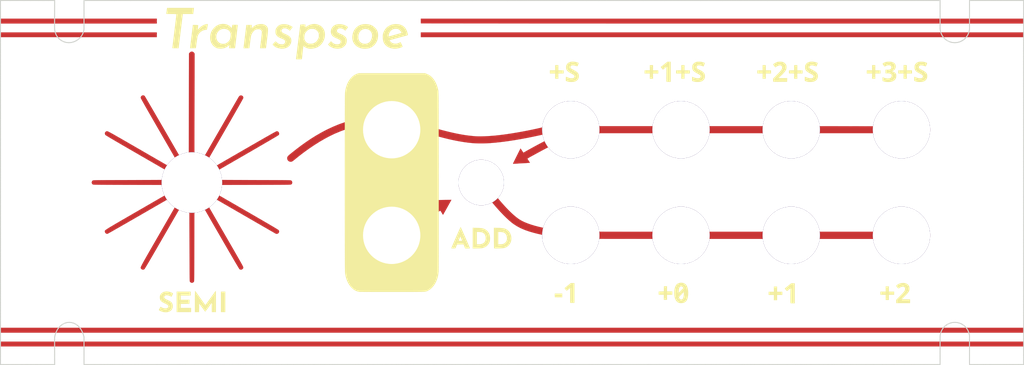
<source format=kicad_pcb>
(kicad_pcb (version 4) (host pcbnew 4.0.7)
  (layers (0 F.Cu signal) (31 B.Cu signal) (34 B.Paste user) (35 F.Paste user) (36 B.SilkS user) (37 F.SilkS user) (38 B.Mask user) (39 F.Mask user) (44 Edge.Cuts user))
  (net 0 "")
  (module LOGO (layer F.Cu) (at 0 0)
    (fp_text reference "G***" hide)
    (fp_text value "LOGO" hide)
  )
  (module LOGO (layer F.Cu) (at 0 0)
    (fp_text reference "G***" hide)
    (fp_text value "LOGO" hide)
  )
  (module LOGO (layer F.Cu) (at 0 0)
    (fp_text reference "G***" hide)
    (fp_text value "LOGO" hide)
    (fp_poly (pts (xy 55.710666 17.822333) (xy -55.689500 17.822333) (xy -55.689500 17.293167) (xy 55.710666 17.293167) (xy 55.710666 17.822333)) (layer F.Cu) (width 0.010000))
    (fp_poly (pts (xy 55.710666 16.319500) (xy -55.689500 16.319500) (xy -55.689500 15.790333) (xy 55.710666 15.790333) (xy 55.710666 16.319500)) (layer F.Cu) (width 0.010000))
    (fp_poly (pts (xy -34.745068 -14.256902) (xy -34.656988 -14.195241) (xy -34.610609 -14.139333) (xy -34.559957 -14.065250) (xy -34.571722 -7.524750) (xy -34.572886 -6.853034) (xy -34.573883 -6.222820) (xy -34.574713 -5.633278) (xy -34.575373 -5.083577) (xy -34.575863 -4.572888) (xy -34.576181 -4.100379) (xy -34.576326 -3.665219) (xy -34.576295 -3.266579) (xy -34.576088 -2.903628) (xy -34.575703 -2.575534) (xy -34.575138 -2.281469) (xy -34.574393 -2.020601) (xy -34.573465 -1.792099) (xy -34.572353 -1.595133) (xy -34.571056 -1.428873) (xy -34.569572 -1.292489) (xy -34.567900 -1.185148) (xy -34.566038 -1.106022) (xy -34.563984 -1.054279) (xy -34.561738 -1.029089) (xy -34.560162 -1.026583) (xy -34.542384 -1.057979) (xy -34.504842 -1.123566) (xy -34.448697 -1.221338) (xy -34.375107 -1.349286) (xy -34.285233 -1.505401) (xy -34.180235 -1.687675) (xy -34.061272 -1.894098) (xy -33.929503 -2.122664) (xy -33.786090 -2.371363) (xy -33.632190 -2.638186) (xy -33.468966 -2.921126) (xy -33.297575 -3.218174) (xy -33.119177 -3.527321) (xy -32.934933 -3.846558) (xy -32.746003 -4.173878) (xy -32.553545 -4.507272) (xy -32.358721 -4.844731) (xy -32.162688 -5.184246) (xy -31.966608 -5.523810) (xy -31.771640 -5.861414) (xy -31.578944 -6.195049) (xy -31.389679 -6.522707) (xy -31.205005 -6.842380) (xy -31.026083 -7.152058) (xy -30.854071 -7.449733) (xy -30.690130 -7.733397) (xy -30.535419 -8.001042) (xy -30.391098 -8.250659) (xy -30.258327 -8.480239) (xy -30.138266 -8.687773) (xy -30.032074 -8.871254) (xy -29.940910 -9.028673) (xy -29.865936 -9.158022) (xy -29.808311 -9.257291) (xy -29.769193 -9.324473) (xy -29.749744 -9.357558) (xy -29.747977 -9.360444) (xy -29.677060 -9.446304) (xy -29.597463 -9.493984) (xy -29.504516 -9.507630) (xy -29.404427 -9.487601) (xy -29.325345 -9.435070) (xy -29.273413 -9.356879) (xy -29.254777 -9.259869) (xy -29.256263 -9.231216) (xy -29.264453 -9.209335) (xy -29.287315 -9.162587) (xy -29.325267 -9.090238) (xy -29.378726 -8.991553) (xy -29.448111 -8.865796) (xy -29.533839 -8.712234) (xy -29.636327 -8.530132) (xy -29.755995 -8.318753) (xy -29.893259 -8.077365) (xy -30.048537 -7.805231) (xy -30.222248 -7.501618) (xy -30.414808 -7.165789) (xy -30.626636 -6.797012) (xy -30.858150 -6.394549) (xy -31.109767 -5.957668) (xy -31.381905 -5.485632) (xy -31.652590 -5.016500) (xy -31.876462 -4.628653) (xy -32.095032 -4.250018) (xy -32.307336 -3.882268) (xy -32.512407 -3.527074) (xy -32.709281 -3.186107) (xy -32.896991 -2.861040) (xy -33.074571 -2.553544) (xy -33.241057 -2.265291) (xy -33.395482 -1.997953) (xy -33.536881 -1.753200) (xy -33.664288 -1.532705) (xy -33.776738 -1.338140) (xy -33.873264 -1.171176) (xy -33.952902 -1.033485) (xy -34.014685 -0.926738) (xy -34.057647 -0.852607) (xy -34.080825 -0.812765) (xy -34.084437 -0.806640) (xy -34.127810 -0.734863) (xy -34.034280 -0.789403) (xy -34.007355 -0.804999) (xy -33.945455 -0.840789) (xy -33.850263 -0.895800) (xy -33.723467 -0.969057) (xy -33.566751 -1.059587) (xy -33.381800 -1.166418) (xy -33.170301 -1.288575) (xy -32.933939 -1.425086) (xy -32.674399 -1.574976) (xy -32.393367 -1.737273) (xy -32.092527 -1.911003) (xy -31.773567 -2.095193) (xy -31.438170 -2.288869) (xy -31.088024 -2.491058) (xy -30.724812 -2.700787) (xy -30.350221 -2.917081) (xy -29.965936 -3.138969) (xy -29.814244 -3.226555) (xy -29.335384 -3.502973) (xy -28.891938 -3.758792) (xy -28.482722 -3.994684) (xy -28.106550 -4.211323) (xy -27.762235 -4.409380) (xy -27.448593 -4.589531) (xy -27.164439 -4.752446) (xy -26.908585 -4.898800) (xy -26.679848 -5.029265) (xy -26.477041 -5.144515) (xy -26.298978 -5.245222) (xy -26.144475 -5.332059) (xy -26.012346 -5.405699) (xy -25.901404 -5.466815) (xy -25.810466 -5.516081) (xy -25.738344 -5.554169) (xy -25.683853 -5.581751) (xy -25.645808 -5.599503) (xy -25.623024 -5.608095) (xy -25.616901 -5.609167) (xy -25.514077 -5.590869) (xy -25.433912 -5.538913) (xy -25.380544 -5.457707) (xy -25.358110 -5.351659) (xy -25.357667 -5.332935) (xy -25.364785 -5.266712) (xy -25.392551 -5.214870) (xy -25.426459 -5.178425) (xy -25.451023 -5.161732) (xy -25.510611 -5.124895) (xy -25.603557 -5.068885) (xy -25.728194 -4.994675) (xy -25.882857 -4.903237) (xy -26.065878 -4.795542) (xy -26.275591 -4.672563) (xy -26.510330 -4.535272) (xy -26.768429 -4.384641) (xy -27.048221 -4.221643) (xy -27.348040 -4.047248) (xy -27.666219 -3.862430) (xy -28.001092 -3.668161) (xy -28.350993 -3.465411) (xy -28.714255 -3.255155) (xy -29.089212 -3.038363) (xy -29.474198 -2.816008) (xy -29.659036 -2.709333) (xy -33.822822 -0.306917) (xy -28.960536 -0.296333) (xy -28.423527 -0.295149) (xy -27.927238 -0.294013) (xy -27.470060 -0.292911) (xy -27.050380 -0.291829) (xy -26.666586 -0.290750) (xy -26.317067 -0.289660) (xy -26.000210 -0.288545) (xy -25.714406 -0.287389) (xy -25.458040 -0.286177) (xy -25.229503 -0.284894) (xy -25.027181 -0.283525) (xy -24.849464 -0.282055) (xy -24.694740 -0.280469) (xy -24.561397 -0.278753) (xy -24.447823 -0.276891) (xy -24.352406 -0.274867) (xy -24.273536 -0.272669) (xy -24.209599 -0.270279) (xy -24.158985 -0.267683) (xy -24.120081 -0.264867) (xy -24.091277 -0.261815) (xy -24.070959 -0.258512) (xy -24.057518 -0.254944) (xy -24.049340 -0.251094) (xy -24.048686 -0.250648) (xy -23.976745 -0.178020) (xy -23.936719 -0.090832) (xy -23.928857 0.001443) (xy -23.953404 0.089332) (xy -24.010609 0.163363) (xy -24.037342 0.183562) (xy -24.045037 0.187816) (xy -24.055725 0.191755) (xy -24.071029 0.195395) (xy -24.092575 0.198751) (xy -24.121990 0.201841) (xy -24.160897 0.204681) (xy -24.210923 0.207286) (xy -24.273693 0.209673) (xy -24.350833 0.211858) (xy -24.443967 0.213858) (xy -24.554720 0.215688) (xy -24.684720 0.217365) (xy -24.835590 0.218904) (xy -25.008956 0.220323) (xy -25.206444 0.221637) (xy -25.429679 0.222863) (xy -25.680286 0.224016) (xy -25.959891 0.225114) (xy -26.270119 0.226171) (xy -26.612595 0.227205) (xy -26.988945 0.228232) (xy -27.400794 0.229267) (xy -27.849768 0.230327) (xy -28.337492 0.231429) (xy -28.865591 0.232587) (xy -28.978773 0.232833) (xy -33.861160 0.243417) (xy -29.657039 2.670244) (xy -29.173385 2.949503) (xy -28.725283 3.208390) (xy -28.311563 3.447591) (xy -27.931053 3.667793) (xy -27.582584 3.869683) (xy -27.264983 4.053949) (xy -26.977080 4.221278) (xy -26.717705 4.372356) (xy -26.485687 4.507872) (xy -26.279854 4.628512) (xy -26.099037 4.734963) (xy -25.942064 4.827913) (xy -25.807765 4.908049) (xy -25.694968 4.976058) (xy -25.602503 5.032627) (xy -25.529200 5.078443) (xy -25.473887 5.114194) (xy -25.435393 5.140567) (xy -25.412549 5.158248) (xy -25.405292 5.165749) (xy -25.364610 5.255061) (xy -25.360246 5.343679) (xy -25.386551 5.425321) (xy -25.437882 5.493703) (xy -25.508592 5.542542) (xy -25.593035 5.565557) (xy -25.685564 5.556465) (xy -25.737663 5.535602) (xy -25.760996 5.522447) (xy -25.818976 5.489277) (xy -25.909592 5.437253) (xy -26.030832 5.367535) (xy -26.180687 5.281284) (xy -26.357146 5.179660) (xy -26.558197 5.063825) (xy -26.781832 4.934937) (xy -27.026038 4.794159) (xy -27.288805 4.642649) (xy -27.568123 4.481570) (xy -27.861981 4.312081) (xy -28.168369 4.135342) (xy -28.485275 3.952515) (xy -28.810689 3.764760) (xy -29.142601 3.573236) (xy -29.479000 3.379105) (xy -29.817875 3.183528) (xy -30.157215 2.987664) (xy -30.495011 2.792674) (xy -30.829250 2.599719) (xy -31.157924 2.409959) (xy -31.479020 2.224554) (xy -31.790530 2.044665) (xy -32.090440 1.871453) (xy -32.376742 1.706078) (xy -32.647425 1.549700) (xy -32.900478 1.403480) (xy -33.133890 1.268579) (xy -33.345650 1.146157) (xy -33.533749 1.037373) (xy -33.696175 0.943390) (xy -33.830918 0.865367) (xy -33.935967 0.804465) (xy -34.009311 0.761845) (xy -34.048941 0.738666) (xy -34.054369 0.735425) (xy -34.125654 0.691965) (xy -34.098553 0.742858) (xy -34.085563 0.765712) (xy -34.052348 0.823565) (xy -33.999863 0.914760) (xy -33.929062 1.037643) (xy -33.840903 1.190557) (xy -33.736340 1.371848) (xy -33.616328 1.579860) (xy -33.481824 1.812938) (xy -33.333782 2.069427) (xy -33.173158 2.347671) (xy -33.000909 2.646014) (xy -32.817988 2.962802) (xy -32.625352 3.296378) (xy -32.423956 3.645089) (xy -32.214756 4.007278) (xy -31.998707 4.381290) (xy -31.776764 4.765469) (xy -31.668419 4.953000) (xy -31.401902 5.414331) (xy -31.155780 5.840454) (xy -30.929243 6.232803) (xy -30.721484 6.592810) (xy -30.531693 6.921908) (xy -30.359063 7.221531) (xy -30.202784 7.493111) (xy -30.062049 7.738081) (xy -29.936049 7.957875) (xy -29.823975 8.153926) (xy -29.725019 8.327666) (xy -29.638372 8.480529) (xy -29.563225 8.613948) (xy -29.498771 8.729355) (xy -29.444201 8.828184) (xy -29.398706 8.911868) (xy -29.361477 8.981840) (xy -29.331707 9.039533) (xy -29.308586 9.086379) (xy -29.291307 9.123813) (xy -29.279060 9.153266) (xy -29.271037 9.176173) (xy -29.266430 9.193965) (xy -29.264430 9.208077) (xy -29.264152 9.214418) (xy -29.267059 9.280215) (xy -29.283565 9.325798) (xy -29.322359 9.370662) (xy -29.341981 9.389043) (xy -29.402599 9.436614) (xy -29.458644 9.457809) (xy -29.508049 9.461500) (xy -29.580408 9.452722) (xy -29.645700 9.431136) (xy -29.654237 9.426538) (xy -29.666380 9.413398) (xy -29.688866 9.381763) (xy -29.722300 9.330602) (xy -29.767288 9.258883) (xy -29.824433 9.165575) (xy -29.894342 9.049646) (xy -29.977619 8.910063) (xy -30.074869 8.745796) (xy -30.186697 8.555813) (xy -30.313708 8.339082) (xy -30.456508 8.094572) (xy -30.615700 7.821250) (xy -30.791890 7.518085) (xy -30.985684 7.184046) (xy -31.197685 6.818100) (xy -31.428500 6.419216) (xy -31.678732 5.986363) (xy -31.948987 5.518508) (xy -32.144586 5.179709) (xy -34.575750 0.967840) (xy -34.586334 5.845311) (xy -34.587507 6.381591) (xy -34.588619 6.877165) (xy -34.589687 7.333658) (xy -34.590727 7.752696) (xy -34.591754 8.135906) (xy -34.592786 8.484913) (xy -34.593838 8.801345) (xy -34.594927 9.086827) (xy -34.596068 9.342985) (xy -34.597279 9.571446) (xy -34.598575 9.773836) (xy -34.599972 9.951781) (xy -34.601487 10.106907) (xy -34.603137 10.240841) (xy -34.604936 10.355208) (xy -34.606902 10.451636) (xy -34.609050 10.531749) (xy -34.611398 10.597175) (xy -34.613961 10.649540) (xy -34.616755 10.690469) (xy -34.619797 10.721589) (xy -34.623102 10.744527) (xy -34.626688 10.760908) (xy -34.630570 10.772359) (xy -34.634764 10.780505) (xy -34.635605 10.781825) (xy -34.689235 10.835420) (xy -34.764158 10.878331) (xy -34.840131 10.899648) (xy -34.855529 10.900351) (xy -34.899420 10.890942) (xy -34.956544 10.868600) (xy -34.963141 10.865425) (xy -35.022032 10.822792) (xy -35.067891 10.767303) (xy -35.068974 10.765366) (xy -35.072947 10.756132) (xy -35.076629 10.742403) (xy -35.080035 10.722556) (xy -35.083182 10.694969) (xy -35.086083 10.658020) (xy -35.088756 10.610087) (xy -35.091214 10.549546) (xy -35.093474 10.474777) (xy -35.095550 10.384156) (xy -35.097458 10.276062) (xy -35.099214 10.148873) (xy -35.100832 10.000965) (xy -35.102328 9.830716) (xy -35.103717 9.636505) (xy -35.105015 9.416710) (xy -35.106237 9.169707) (xy -35.107398 8.893875) (xy -35.108513 8.587591) (xy -35.109599 8.249233) (xy -35.110669 7.877179) (xy -35.111740 7.469807) (xy -35.112827 7.025494) (xy -35.113946 6.542618) (xy -35.115110 6.019556) (xy -35.115500 5.841134) (xy -35.126084 0.982519) (xy -37.549667 5.182684) (xy -37.829073 5.666781) (xy -38.088105 6.115305) (xy -38.327441 6.529412) (xy -38.547757 6.910257) (xy -38.749733 7.258995) (xy -38.934045 7.576782) (xy -39.101372 7.864773) (xy -39.252390 8.124123) (xy -39.387779 8.355986) (xy -39.508215 8.561520) (xy -39.614376 8.741878) (xy -39.706941 8.898216) (xy -39.786586 9.031689) (xy -39.853990 9.143452) (xy -39.909830 9.234662) (xy -39.954784 9.306472) (xy -39.989530 9.360038) (xy -40.014745 9.396516) (xy -40.031107 9.417060) (xy -40.036750 9.422095) (xy -40.126270 9.455859) (xy -40.220405 9.455979) (xy -40.307589 9.425253) (xy -40.376254 9.366476) (xy -40.396226 9.335193) (xy -40.404618 9.320214) (xy -40.412555 9.306673) (xy -40.419262 9.293142) (xy -40.423966 9.278197) (xy -40.425895 9.260409) (xy -40.424276 9.238353) (xy -40.418336 9.210603) (xy -40.407301 9.175732) (xy -40.390399 9.132314) (xy -40.366857 9.078922) (xy -40.335902 9.014130) (xy -40.296760 8.936512) (xy -40.248659 8.844641) (xy -40.190826 8.737090) (xy -40.122488 8.612435) (xy -40.042872 8.469247) (xy -39.951204 8.306101) (xy -39.846712 8.121571) (xy -39.728623 7.914230) (xy -39.596165 7.682651) (xy -39.448563 7.425409) (xy -39.285044 7.141076) (xy -39.104837 6.828228) (xy -38.907168 6.485436) (xy -38.691264 6.111275) (xy -38.456352 5.704318) (xy -38.201659 5.263140) (xy -38.002783 4.918626) (xy -37.777805 4.528788) (xy -37.558526 4.148668) (xy -37.345880 3.779891) (xy -37.140799 3.424080) (xy -36.944217 3.082858) (xy -36.757067 2.757849) (xy -36.580282 2.450676) (xy -36.414794 2.162964) (xy -36.261537 1.896336) (xy -36.121444 1.652415) (xy -35.995447 1.432825) (xy -35.884481 1.239189) (xy -35.789477 1.073131) (xy -35.711369 0.936275) (xy -35.651090 0.830244) (xy -35.609573 0.756661) (xy -35.587751 0.717151) (xy -35.584492 0.710479) (xy -35.603227 0.720348) (xy -35.656984 0.750472) (xy -35.744138 0.799914) (xy -35.863062 0.867741) (xy -36.012130 0.953016) (xy -36.189716 1.054804) (xy -36.394195 1.172170) (xy -36.623940 1.304179) (xy -36.877324 1.449895) (xy -37.152723 1.608383) (xy -37.448510 1.778708) (xy -37.763058 1.959934) (xy -38.094742 2.151126) (xy -38.441937 2.351349) (xy -38.803015 2.559667) (xy -39.176350 2.775145) (xy -39.560318 2.996849) (xy -39.782113 3.124954) (xy -40.172189 3.350165) (xy -40.553030 3.569822) (xy -40.922979 3.782977) (xy -41.280379 3.988684) (xy -41.623575 4.185995) (xy -41.950911 4.373966) (xy -42.260729 4.551648) (xy -42.551373 4.718096) (xy -42.821188 4.872363) (xy -43.068516 5.013503) (xy -43.291702 5.140568) (xy -43.489090 5.252613) (xy -43.659022 5.348690) (xy -43.799842 5.427854) (xy -43.909895 5.489157) (xy -43.987523 5.531653) (xy -44.031071 5.554396) (xy -44.039847 5.558134) (xy -44.130736 5.555538) (xy -44.213040 5.518023) (xy -44.278432 5.452999) (xy -44.318589 5.367878) (xy -44.327234 5.302250) (xy -44.327861 5.285473) (xy -44.328824 5.270183) (xy -44.328742 5.255533) (xy -44.326236 5.240674) (xy -44.319928 5.224761) (xy -44.308438 5.206946) (xy -44.290385 5.186382) (xy -44.264392 5.162222) (xy -44.229079 5.133619) (xy -44.183066 5.099726) (xy -44.124974 5.059695) (xy -44.053423 5.012680) (xy -43.967035 4.957834) (xy -43.864430 4.894309) (xy -43.744229 4.821258) (xy -43.605052 4.737835) (xy -43.445520 4.643192) (xy -43.264253 4.536482) (xy -43.059873 4.416858) (xy -42.831000 4.283473) (xy -42.576254 4.135480) (xy -42.294257 3.972032) (xy -41.983628 3.792281) (xy -41.642989 3.595381) (xy -41.270961 3.380485) (xy -40.866163 3.146745) (xy -40.427217 2.893314) (xy -40.049948 2.675478) (xy -35.838186 0.243417) (xy -40.710302 0.232833) (xy -41.261376 0.231599) (xy -41.771572 0.230375) (xy -42.242342 0.229149) (xy -42.675140 0.227910) (xy -43.071421 0.226646) (xy -43.432639 0.225347) (xy -43.760247 0.224001) (xy -44.055700 0.222596) (xy -44.320452 0.221122) (xy -44.555956 0.219566) (xy -44.763666 0.217918) (xy -44.945037 0.216166) (xy -45.101522 0.214299) (xy -45.234576 0.212306) (xy -45.345652 0.210174) (xy -45.436205 0.207894) (xy -45.507688 0.205453) (xy -45.561555 0.202840) (xy -45.599261 0.200044) (xy -45.622259 0.197053) (xy -45.631175 0.194441) (xy -45.684290 0.148031) (xy -45.730493 0.081125) (xy -45.758541 0.011819) (xy -45.762255 -0.016555) (xy -45.746583 -0.099484) (xy -45.705957 -0.181124) (xy -45.650336 -0.242168) (xy -45.643326 -0.247062) (xy -45.635621 -0.251322) (xy -45.624923 -0.255265) (xy -45.609603 -0.258909) (xy -45.588033 -0.262269) (xy -45.558588 -0.265362) (xy -45.519638 -0.268203) (xy -45.469556 -0.270810) (xy -45.406714 -0.273198) (xy -45.329486 -0.275384) (xy -45.236242 -0.277384) (xy -45.125356 -0.279214) (xy -44.995201 -0.280891) (xy -44.844147 -0.282431) (xy -44.670569 -0.283850) (xy -44.472837 -0.285164) (xy -44.249325 -0.286389) (xy -43.998405 -0.287543) (xy -43.718449 -0.288641) (xy -43.407830 -0.289699) (xy -43.064920 -0.290734) (xy -42.688091 -0.291762) (xy -42.275716 -0.292799) (xy -41.826168 -0.293862) (xy -41.337817 -0.294966) (xy -40.809038 -0.296129) (xy -40.715054 -0.296333) (xy -35.845826 -0.306917) (xy -40.044916 -2.730500) (xy -40.529332 -3.010163) (xy -40.978172 -3.269445) (xy -41.392584 -3.509021) (xy -41.773719 -3.729566) (xy -42.122726 -3.931753) (xy -42.440754 -4.116258) (xy -42.728953 -4.283755) (xy -42.988472 -4.434917) (xy -43.220460 -4.570421) (xy -43.426067 -4.690940) (xy -43.606443 -4.797148) (xy -43.762736 -4.889720) (xy -43.896097 -4.969331) (xy -44.007674 -5.036655) (xy -44.098618 -5.092367) (xy -44.170077 -5.137141) (xy -44.223201 -5.171651) (xy -44.259140 -5.196572) (xy -44.279042 -5.212578) (xy -44.283424 -5.217583) (xy -44.310851 -5.286176) (xy -44.322849 -5.367288) (xy -44.322921 -5.373159) (xy -44.317264 -5.437901) (xy -44.294186 -5.487965) (xy -44.249066 -5.539168) (xy -44.201606 -5.582728) (xy -44.161251 -5.603297) (xy -44.109178 -5.607572) (xy -44.063858 -5.605056) (xy -44.049818 -5.603174) (xy -44.032360 -5.598841) (xy -44.010056 -5.591250) (xy -43.981477 -5.579594) (xy -43.945194 -5.563067) (xy -43.899780 -5.540861) (xy -43.843805 -5.512169) (xy -43.775841 -5.476185) (xy -43.694459 -5.432101) (xy -43.598231 -5.379111) (xy -43.485727 -5.316407) (xy -43.355520 -5.243183) (xy -43.206180 -5.158631) (xy -43.036280 -5.061945) (xy -42.844390 -4.952317) (xy -42.629082 -4.828941) (xy -42.388927 -4.691009) (xy -42.122496 -4.537715) (xy -41.828362 -4.368252) (xy -41.505095 -4.181813) (xy -41.151267 -3.977590) (xy -40.765449 -3.754776) (xy -40.346212 -3.512566) (xy -39.892129 -3.250151) (xy -39.772454 -3.180983) (xy -39.383690 -2.956340) (xy -39.004630 -2.737411) (xy -38.636902 -2.525132) (xy -38.282133 -2.320439) (xy -37.941953 -2.124269) (xy -37.617988 -1.937557) (xy -37.311867 -1.761238) (xy -37.025217 -1.596251) (xy -36.759666 -1.443529) (xy -36.516843 -1.304010) (xy -36.298376 -1.178629) (xy -36.105891 -1.068322) (xy -35.941018 -0.974025) (xy -35.805384 -0.896675) (xy -35.700617 -0.837208) (xy -35.628345 -0.796558) (xy -35.590195 -0.775663) (xy -35.584350 -0.772928) (xy -35.594040 -0.791731) (xy -35.623983 -0.845555) (xy -35.673246 -0.932774) (xy -35.740894 -1.051760) (xy -35.825991 -1.200887) (xy -35.927604 -1.378526) (xy -36.044797 -1.583052) (xy -36.176635 -1.812837) (xy -36.322184 -2.066254) (xy -36.480509 -2.341675) (xy -36.650675 -2.637474) (xy -36.831747 -2.952023) (xy -37.022792 -3.283695) (xy -37.222872 -3.630864) (xy -37.431055 -3.991901) (xy -37.646405 -4.365181) (xy -37.867988 -4.749075) (xy -37.994250 -4.967743) (xy -38.276174 -5.456067) (xy -38.537434 -5.908898) (xy -38.778653 -6.327332) (xy -39.000455 -6.712467) (xy -39.203463 -7.065400) (xy -39.388301 -7.387229) (xy -39.555592 -7.679051) (xy -39.705961 -7.941964) (xy -39.840030 -8.177064) (xy -39.958423 -8.385450) (xy -40.061764 -8.568219) (xy -40.150676 -8.726468) (xy -40.225783 -8.861295) (xy -40.287709 -8.973797) (xy -40.337077 -9.065071) (xy -40.374510 -9.136215) (xy -40.400632 -9.188327) (xy -40.416068 -9.222503) (xy -40.421389 -9.239250) (xy -40.413454 -9.332948) (xy -40.373405 -9.411954) (xy -40.309573 -9.471967) (xy -40.230289 -9.508687) (xy -40.143886 -9.517813) (xy -40.058697 -9.495045) (xy -40.001975 -9.455733) (xy -39.986784 -9.433197) (xy -39.951435 -9.375639) (xy -39.896897 -9.284721) (xy -39.824138 -9.162106) (xy -39.734129 -9.009456) (xy -39.627836 -8.828434) (xy -39.506231 -8.620703) (xy -39.370280 -8.387924) (xy -39.220953 -8.131760) (xy -39.059219 -7.853874) (xy -38.886046 -7.555929) (xy -38.702404 -7.239587) (xy -38.509261 -6.906510) (xy -38.307585 -6.558361) (xy -38.098347 -6.196802) (xy -37.882514 -5.823496) (xy -37.661056 -5.440106) (xy -37.570522 -5.283273) (xy -35.189584 -1.157963) (xy -35.179000 -7.615350) (xy -35.168417 -14.072738) (xy -35.124776 -14.131186) (xy -35.038693 -14.218264) (xy -34.942397 -14.268312) (xy -34.842363 -14.281225) (xy -34.745068 -14.256902)) (layer F.Cu) (width 0.010000))
    (fp_poly (pts (xy -3.033901 -0.230914) (xy -3.017068 -0.212639) (xy -2.978739 -0.164773) (xy -2.922414 -0.091889) (xy -2.851596 0.001437) (xy -2.769785 0.110634) (xy -2.687637 0.221426) (xy -2.337666 0.687868) (xy -1.992280 1.132697) (xy -1.652888 1.554391) (xy -1.320898 1.951424) (xy -0.997716 2.322274) (xy -0.684751 2.665414) (xy -0.383410 2.979322) (xy -0.095101 3.262473) (xy 0.178768 3.513342) (xy 0.436790 3.730406) (xy 0.677556 3.912141) (xy 0.793750 3.991056) (xy 1.048806 4.140835) (xy 1.344364 4.284828) (xy 1.678940 4.422656) (xy 2.051050 4.553939) (xy 2.459208 4.678297) (xy 2.901930 4.795352) (xy 3.377732 4.904724) (xy 3.885129 5.006034) (xy 4.422638 5.098903) (xy 4.988772 5.182950) (xy 5.582049 5.257798) (xy 5.880243 5.290792) (xy 5.904167 5.293303) (xy 5.928048 5.295715) (xy 5.952743 5.298030) (xy 5.979108 5.300250) (xy 6.007997 5.302377) (xy 6.040267 5.304412) (xy 6.076773 5.306358) (xy 6.118371 5.308217) (xy 6.165917 5.309990) (xy 6.220265 5.311680) (xy 6.282271 5.313289) (xy 6.352792 5.314819) (xy 6.432683 5.316271) (xy 6.522799 5.317649) (xy 6.623995 5.318953) (xy 6.737129 5.320186) (xy 6.863054 5.321349) (xy 7.002627 5.322445) (xy 7.156703 5.323476) (xy 7.326139 5.324444) (xy 7.511788 5.325351) (xy 7.714508 5.326198) (xy 7.935154 5.326988) (xy 8.174581 5.327723) (xy 8.433644 5.328405) (xy 8.713201 5.329035) (xy 9.014105 5.329616) (xy 9.337213 5.330150) (xy 9.683380 5.330639) (xy 10.053462 5.331085) (xy 10.448315 5.331489) (xy 10.868794 5.331854) (xy 11.315754 5.332182) (xy 11.790052 5.332474) (xy 12.292542 5.332734) (xy 12.824081 5.332962) (xy 13.385524 5.333161) (xy 13.977727 5.333333) (xy 14.601544 5.333479) (xy 15.257833 5.333603) (xy 15.947448 5.333705) (xy 16.671246 5.333788) (xy 17.430080 5.333854) (xy 18.224809 5.333904) (xy 19.056285 5.333941) (xy 19.925367 5.333967) (xy 20.832908 5.333984) (xy 21.779765 5.333994) (xy 22.766793 5.333998) (xy 23.794848 5.334000) (xy 42.418000 5.334000) (xy 42.418000 6.117167) (xy 24.389291 6.113608) (xy 23.516351 6.113427) (xy 22.653605 6.113230) (xy 21.802032 6.113019) (xy 20.962609 6.112793) (xy 20.136312 6.112553) (xy 19.324118 6.112300) (xy 18.527006 6.112035) (xy 17.745951 6.111758) (xy 16.981931 6.111470) (xy 16.235923 6.111170) (xy 15.508904 6.110861) (xy 14.801851 6.110543) (xy 14.115741 6.110215) (xy 13.451552 6.109879) (xy 12.810259 6.109536) (xy 12.192842 6.109185) (xy 11.600275 6.108828) (xy 11.033538 6.108465) (xy 10.493606 6.108097) (xy 9.981456 6.107725) (xy 9.498067 6.107348) (xy 9.044414 6.106968) (xy 8.621476 6.106585) (xy 8.230228 6.106199) (xy 7.871649 6.105813) (xy 7.546714 6.105425) (xy 7.256403 6.105036) (xy 7.001690 6.104648) (xy 6.783554 6.104261) (xy 6.602971 6.103875) (xy 6.460919 6.103491) (xy 6.358375 6.103110) (xy 6.296316 6.102732) (xy 6.275916 6.102398) (xy 5.643652 6.038740) (xy 5.030188 5.963947) (xy 4.438239 5.878565) (xy 3.870526 5.783137) (xy 3.329764 5.678211) (xy 2.818673 5.564330) (xy 2.339969 5.442039) (xy 1.896371 5.311885) (xy 1.490597 5.174411) (xy 1.312333 5.106879) (xy 0.890448 4.921354) (xy 0.495755 4.707645) (xy 0.131430 4.467557) (xy -0.031750 4.343454) (xy -0.322577 4.099333) (xy -0.629732 3.817686) (xy -0.952212 3.499615) (xy -1.289016 3.146216) (xy -1.639141 2.758591) (xy -2.001586 2.337837) (xy -2.375348 1.885055) (xy -2.759425 1.401342) (xy -3.007549 1.079500) (xy -3.096095 0.962579) (xy -3.188366 0.839327) (xy -3.280987 0.714396) (xy -3.370585 0.592437) (xy -3.453787 0.478102) (xy -3.527218 0.376041) (xy -3.587506 0.290906) (xy -3.631277 0.227349) (xy -3.655158 0.190020) (xy -3.658447 0.182045) (xy -3.570689 0.119583) (xy -3.473217 0.051946) (xy -3.372286 -0.016731) (xy -3.274148 -0.082311) (xy -3.185057 -0.140662) (xy -3.111268 -0.187647) (xy -3.059032 -0.219131) (xy -3.034605 -0.230980) (xy -3.033901 -0.230914)) (layer F.Cu) (width 0.010000))
    (fp_poly (pts (xy -6.692304 2.029243) (xy -6.829489 2.277533) (xy -6.957897 2.509267) (xy -7.076237 2.722148) (xy -7.183217 2.913880) (xy -7.277548 3.082166) (xy -7.357937 3.224707) (xy -7.423094 3.339208) (xy -7.471729 3.423371) (xy -7.502549 3.474899) (xy -7.514167 3.491531) (xy -7.528278 3.474379) (xy -7.559226 3.427498) (xy -7.602626 3.357789) (xy -7.654094 3.272153) (xy -7.661029 3.260413) (xy -7.713207 3.173887) (xy -7.758085 3.103164) (xy -7.791266 3.054909) (xy -7.808355 3.035787) (xy -7.809196 3.035804) (xy -7.829003 3.047243) (xy -7.882504 3.078244) (xy -7.966780 3.127113) (xy -8.078915 3.192158) (xy -8.215991 3.271687) (xy -8.375090 3.364005) (xy -8.553296 3.467422) (xy -8.747690 3.580243) (xy -8.955354 3.700776) (xy -9.144000 3.810279) (xy -9.665425 4.113724) (xy -10.154090 4.399678) (xy -10.609372 4.667770) (xy -11.030644 4.917625) (xy -11.417281 5.148873) (xy -11.768660 5.361140) (xy -12.084154 5.554054) (xy -12.363138 5.727243) (xy -12.401752 5.751468) (xy -12.526628 5.829703) (xy -12.640277 5.900477) (xy -12.737600 5.960648) (xy -12.813495 6.007074) (xy -12.862862 6.036614) (xy -12.879954 6.046026) (xy -12.898543 6.032067) (xy -12.935379 5.987632) (xy -12.986401 5.918225) (xy -13.047548 5.829349) (xy -13.108268 5.736657) (xy -13.312466 5.418033) (xy -13.129084 5.299732) (xy -12.929272 5.172220) (xy -12.703952 5.031065) (xy -12.451957 4.875570) (xy -12.172123 4.705037) (xy -11.863281 4.518768) (xy -11.524266 4.316066) (xy -11.153912 4.096234) (xy -10.751053 3.858572) (xy -10.314522 3.602384) (xy -9.843152 3.326973) (xy -9.402540 3.070443) (xy -9.162301 2.930727) (xy -8.956157 2.810638) (xy -8.781578 2.708574) (xy -8.636034 2.622931) (xy -8.516995 2.552107) (xy -8.421931 2.494500) (xy -8.348312 2.448505) (xy -8.293608 2.412522) (xy -8.255289 2.384946) (xy -8.230824 2.364175) (xy -8.217684 2.348607) (xy -8.213339 2.336638) (xy -8.215259 2.326666) (xy -8.218682 2.320474) (xy -8.267476 2.242225) (xy -8.318966 2.157024) (xy -8.368663 2.072647) (xy -8.412077 1.996876) (xy -8.444721 1.937487) (xy -8.462105 1.902261) (xy -8.463590 1.896041) (xy -8.441534 1.894426) (xy -8.381475 1.892360) (xy -8.287739 1.889934) (xy -8.164652 1.887239) (xy -8.016540 1.884364) (xy -7.847729 1.881401) (xy -7.662546 1.878440) (xy -7.528388 1.876458) (xy -6.600691 1.863207) (xy -6.692304 2.029243)) (layer F.Cu) (width 0.010000))
    (fp_poly (pts (xy -14.197823 -7.132700) (xy -13.511097 -7.085352) (xy -12.837584 -7.004689) (xy -12.622025 -6.972594) (xy -12.410539 -6.938571) (xy -12.199677 -6.901811) (xy -11.985996 -6.861501) (xy -11.766047 -6.816829) (xy -11.536386 -6.766986) (xy -11.293565 -6.711160) (xy -11.034139 -6.648538) (xy -10.754661 -6.578311) (xy -10.451685 -6.499667) (xy -10.121765 -6.411794) (xy -9.761455 -6.313881) (xy -9.367308 -6.205118) (xy -8.969351 -6.094075) (xy -8.461845 -5.953176) (xy -7.991009 -5.825363) (xy -7.553485 -5.709944) (xy -7.145913 -5.606226) (xy -6.764937 -5.513514) (xy -6.407198 -5.431117) (xy -6.069337 -5.358342) (xy -5.747996 -5.294494) (xy -5.439818 -5.238882) (xy -5.141443 -5.190812) (xy -4.849514 -5.149591) (xy -4.560673 -5.114526) (xy -4.271561 -5.084924) (xy -3.978819 -5.060092) (xy -3.947584 -5.057722) (xy -3.751506 -5.047890) (xy -3.519224 -5.044670) (xy -3.256304 -5.047810) (xy -2.968317 -5.057063) (xy -2.660830 -5.072178) (xy -2.339412 -5.092906) (xy -2.009632 -5.118998) (xy -1.677058 -5.150204) (xy -1.524000 -5.166280) (xy -1.050728 -5.222553) (xy -0.544726 -5.291690) (xy -0.013163 -5.372404) (xy 0.536791 -5.463407) (xy 1.097969 -5.563411) (xy 1.663201 -5.671130) (xy 2.225318 -5.785277) (xy 2.777153 -5.904563) (xy 3.311535 -6.027701) (xy 3.426281 -6.055238) (xy 3.857479 -6.159500) (xy 21.919278 -6.159500) (xy 23.080312 -6.159481) (xy 24.199372 -6.159423) (xy 25.276819 -6.159325) (xy 26.313012 -6.159188) (xy 27.308312 -6.159010) (xy 28.263078 -6.158792) (xy 29.177670 -6.158532) (xy 30.052448 -6.158231) (xy 30.887772 -6.157888) (xy 31.684001 -6.157502) (xy 32.441497 -6.157073) (xy 33.160618 -6.156601) (xy 33.841724 -6.156086) (xy 34.485176 -6.155525) (xy 35.091333 -6.154921) (xy 35.660556 -6.154271) (xy 36.193204 -6.153575) (xy 36.689636 -6.152833) (xy 37.150214 -6.152045) (xy 37.575296 -6.151210) (xy 37.965244 -6.150327) (xy 38.320416 -6.149397) (xy 38.641172 -6.148418) (xy 38.927873 -6.147390) (xy 39.180878 -6.146313) (xy 39.400548 -6.145187) (xy 39.587241 -6.144011) (xy 39.741319 -6.142783) (xy 39.863141 -6.141505) (xy 39.953067 -6.140176) (xy 40.011456 -6.138795) (xy 40.038669 -6.137361) (xy 40.040663 -6.136987) (xy 40.119009 -6.091400) (xy 40.194857 -6.020753) (xy 40.252113 -5.940080) (xy 40.252748 -5.938870) (xy 40.284459 -5.835258) (xy 40.281613 -5.723574) (xy 40.247527 -5.614667) (xy 40.185516 -5.519381) (xy 40.103717 -5.451330) (xy 40.011864 -5.397500) (xy 6.542627 -5.397500) (xy 6.208188 -5.177857) (xy 5.995856 -5.040493) (xy 5.778418 -4.904182) (xy 5.551465 -4.766384) (xy 5.310589 -4.624559) (xy 5.051380 -4.476168) (xy 4.769430 -4.318669) (xy 4.460329 -4.149524) (xy 4.119669 -3.966191) (xy 3.926416 -3.863253) (xy 3.533555 -3.654245) (xy 3.178233 -3.464382) (xy 2.860467 -3.293674) (xy 2.580275 -3.142130) (xy 2.337673 -3.009760) (xy 2.132680 -2.896574) (xy 1.965311 -2.802579) (xy 1.835583 -2.727787) (xy 1.743515 -2.672206) (xy 1.689122 -2.635845) (xy 1.672362 -2.619199) (xy 1.683385 -2.596302) (xy 1.713547 -2.545807) (xy 1.758243 -2.475163) (xy 1.812869 -2.391821) (xy 1.813097 -2.391478) (xy 1.866828 -2.309206) (xy 1.909640 -2.240622) (xy 1.937274 -2.192772) (xy 1.945471 -2.172703) (xy 1.945389 -2.172618) (xy 1.923067 -2.169931) (xy 1.863002 -2.165288) (xy 1.769729 -2.158974) (xy 1.647778 -2.151272) (xy 1.501682 -2.142466) (xy 1.335973 -2.132839) (xy 1.155184 -2.122674) (xy 1.090083 -2.119092) (xy 0.902232 -2.108640) (xy 0.725418 -2.098474) (xy 0.564611 -2.088905) (xy 0.424778 -2.080242) (xy 0.310889 -2.072796) (xy 0.227911 -2.066876) (xy 0.180814 -2.062791) (xy 0.174625 -2.062002) (xy 0.123691 -2.060058) (xy 0.106980 -2.076664) (xy 0.106984 -2.078666) (xy 0.116455 -2.102840) (xy 0.143058 -2.160768) (xy 0.184833 -2.248423) (xy 0.239819 -2.361778) (xy 0.306054 -2.496804) (xy 0.381577 -2.649473) (xy 0.464427 -2.815758) (xy 0.516705 -2.920124) (xy 0.925274 -3.734164) (xy 1.080150 -3.501543) (xy 1.235025 -3.268921) (xy 1.630218 -3.494902) (xy 1.739096 -3.556827) (xy 1.851822 -3.620213) (xy 1.971883 -3.686948) (xy 2.102767 -3.758919) (xy 2.247961 -3.838014) (xy 2.410952 -3.926119) (xy 2.595226 -4.025122) (xy 2.804273 -4.136911) (xy 3.041577 -4.263373) (xy 3.310628 -4.406395) (xy 3.503083 -4.508548) (xy 3.712882 -4.620434) (xy 3.927815 -4.736123) (xy 4.141666 -4.852200) (xy 4.348219 -4.965250) (xy 4.541259 -5.071858) (xy 4.714569 -5.168611) (xy 4.861934 -5.252093) (xy 4.963247 -5.310710) (xy 5.111078 -5.397500) (xy 3.983546 -5.397500) (xy 3.669231 -5.322194) (xy 3.003341 -5.167906) (xy 2.333205 -5.022857) (xy 1.664416 -4.888019) (xy 1.002562 -4.764366) (xy 0.353237 -4.652868) (xy -0.277969 -4.554500) (xy -0.885466 -4.470232) (xy -1.463661 -4.401037) (xy -1.855374 -4.361403) (xy -2.329895 -4.321991) (xy -2.772060 -4.295436) (xy -3.189942 -4.282031) (xy -3.591610 -4.282067) (xy -3.985136 -4.295839) (xy -4.378591 -4.323640) (xy -4.780045 -4.365761) (xy -5.197571 -4.422496) (xy -5.639238 -4.494139) (xy -5.672667 -4.499965) (xy -5.882999 -4.537739) (xy -6.091055 -4.577195) (xy -6.300275 -4.619179) (xy -6.514099 -4.664537) (xy -6.735965 -4.714116) (xy -6.969314 -4.768760) (xy -7.217585 -4.829316) (xy -7.484218 -4.896629) (xy -7.772652 -4.971546) (xy -8.086326 -5.054912) (xy -8.428681 -5.147574) (xy -8.803156 -5.250376) (xy -9.213190 -5.364166) (xy -9.408584 -5.418722) (xy -9.847465 -5.540608) (xy -10.249842 -5.650416) (xy -10.619529 -5.748974) (xy -10.960341 -5.837111) (xy -11.276092 -5.915654) (xy -11.570595 -5.985432) (xy -11.847665 -6.047274) (xy -12.111115 -6.102006) (xy -12.364761 -6.150459) (xy -12.612416 -6.193460) (xy -12.857894 -6.231836) (xy -13.105010 -6.266418) (xy -13.357577 -6.298032) (xy -13.567834 -6.321931) (xy -13.703360 -6.333670) (xy -13.871994 -6.343429) (xy -14.066386 -6.351168) (xy -14.279184 -6.356852) (xy -14.503038 -6.360440) (xy -14.730597 -6.361895) (xy -14.954511 -6.361178) (xy -15.167430 -6.358252) (xy -15.362002 -6.353079) (xy -15.530877 -6.345619) (xy -15.666704 -6.335836) (xy -15.695084 -6.332974) (xy -16.303547 -6.252145) (xy -16.892456 -6.143262) (xy -17.468916 -6.004355) (xy -18.040029 -5.833452) (xy -18.612900 -5.628582) (xy -19.194631 -5.387775) (xy -19.346334 -5.319886) (xy -19.868258 -5.068543) (xy -20.405519 -4.782095) (xy -20.954142 -4.463112) (xy -21.510154 -4.114162) (xy -22.069579 -3.737814) (xy -22.628445 -3.336635) (xy -23.182777 -2.913195) (xy -23.634390 -2.548488) (xy -23.748341 -2.455481) (xy -23.837202 -2.387077) (xy -23.907412 -2.339633) (xy -23.965409 -2.309502) (xy -24.017631 -2.293040) (xy -24.070518 -2.286601) (xy -24.098043 -2.286000) (xy -24.220007 -2.304989) (xy -24.325097 -2.358007) (xy -24.407189 -2.439134) (xy -24.460157 -2.542450) (xy -24.477913 -2.653240) (xy -24.475807 -2.716110) (xy -24.465977 -2.771542) (xy -24.444700 -2.824266) (xy -24.408251 -2.879012) (xy -24.352904 -2.940509) (xy -24.274934 -3.013487) (xy -24.170617 -3.102675) (xy -24.038994 -3.210561) (xy -23.479257 -3.654520) (xy -22.936566 -4.064160) (xy -22.407103 -4.441999) (xy -21.887054 -4.790555) (xy -21.372600 -5.112346) (xy -20.859926 -5.409889) (xy -20.345215 -5.685702) (xy -20.097750 -5.810401) (xy -19.438252 -6.117492) (xy -18.785360 -6.383617) (xy -18.136665 -6.609172) (xy -17.489762 -6.794552) (xy -16.842240 -6.940154) (xy -16.191693 -7.046373) (xy -15.535714 -7.113607) (xy -14.871893 -7.142251) (xy -14.197823 -7.132700)) (layer F.Cu) (width 0.010000))
    (fp_poly (pts (xy -38.671500 -15.853833) (xy -55.689500 -15.853833) (xy -55.689500 -16.361833) (xy -38.671500 -16.361833) (xy -38.671500 -15.853833)) (layer F.Cu) (width 0.010000))
    (fp_poly (pts (xy 55.710666 -15.853833) (xy -9.927167 -15.853833) (xy -9.927167 -16.361833) (xy 55.710666 -16.361833) (xy 55.710666 -15.853833)) (layer F.Cu) (width 0.010000))
    (fp_poly (pts (xy -38.671500 -17.335500) (xy -55.689500 -17.335500) (xy -55.689500 -17.864667) (xy -38.671500 -17.864667) (xy -38.671500 -17.335500)) (layer F.Cu) (width 0.010000))
    (fp_poly (pts (xy 55.710666 -17.335500) (xy 22.905861 -17.335500) (xy 21.727272 -17.335509) (xy 20.558794 -17.335536) (xy 19.401147 -17.335581) (xy 18.255051 -17.335643) (xy 17.121225 -17.335721) (xy 16.000391 -17.335817) (xy 14.893268 -17.335929) (xy 13.800578 -17.336057) (xy 12.723039 -17.336200) (xy 11.661372 -17.336359) (xy 10.616298 -17.336533) (xy 9.588537 -17.336722) (xy 8.578809 -17.336926) (xy 7.587833 -17.337143) (xy 6.616332 -17.337375) (xy 5.665024 -17.337620) (xy 4.734630 -17.337878) (xy 3.825870 -17.338149) (xy 2.939465 -17.338433) (xy 2.076134 -17.338730) (xy 1.236598 -17.339038) (xy 0.421578 -17.339358) (xy -0.368208 -17.339689) (xy -1.132037 -17.340032) (xy -1.869191 -17.340385) (xy -2.578949 -17.340749) (xy -3.260590 -17.341122) (xy -3.913395 -17.341506) (xy -4.536643 -17.341899) (xy -5.129613 -17.342302) (xy -5.691587 -17.342713) (xy -6.221843 -17.343133) (xy -6.719661 -17.343562) (xy -7.184321 -17.343998) (xy -7.615103 -17.344442) (xy -8.011286 -17.344893) (xy -8.372150 -17.345352) (xy -8.696976 -17.345817) (xy -8.985042 -17.346288) (xy -9.235629 -17.346766) (xy -9.448016 -17.347250) (xy -9.621483 -17.347739) (xy -9.755310 -17.348233) (xy -9.848776 -17.348732) (xy -9.901162 -17.349236) (xy -9.913056 -17.349611) (xy -9.918571 -17.375160) (xy -9.923076 -17.434172) (xy -9.926099 -17.517780) (xy -9.927167 -17.614195) (xy -9.927167 -17.864667) (xy 55.710666 -17.864667) (xy 55.710666 -17.335500)) (layer F.Cu) (width 0.010000))
  )
  (gr_line (start 55.700000 19.795099) (end 55.700000 19.795099) (layer Edge.Cuts) (width 0.1))
  (gr_line (start 55.700000 19.795099) (end 55.700000 19.667200) (layer Edge.Cuts) (width 0.1))
  (gr_line (start 55.700000 19.667200) (end 55.700000 19.564799) (layer Edge.Cuts) (width 0.1))
  (gr_line (start 55.700000 19.564799) (end 55.700000 19.463999) (layer Edge.Cuts) (width 0.1))
  (gr_line (start 55.700000 19.463999) (end 55.700000 19.363200) (layer Edge.Cuts) (width 0.1))
  (gr_line (start 55.700000 19.363200) (end 55.700000 19.263199) (layer Edge.Cuts) (width 0.1))
  (gr_line (start 55.700000 19.263199) (end 55.700000 19.162900) (layer Edge.Cuts) (width 0.1))
  (gr_line (start 55.700000 19.162900) (end 55.700000 19.062700) (layer Edge.Cuts) (width 0.1))
  (gr_line (start 55.700000 19.062700) (end 55.700000 18.962600) (layer Edge.Cuts) (width 0.1))
  (gr_line (start 55.700000 18.962600) (end 55.700000 18.863100) (layer Edge.Cuts) (width 0.1))
  (gr_line (start 55.700000 18.863100) (end 55.700000 18.763700) (layer Edge.Cuts) (width 0.1))
  (gr_line (start 55.700000 18.763700) (end 55.700000 18.664100) (layer Edge.Cuts) (width 0.1))
  (gr_line (start 55.700000 18.664100) (end 55.700000 18.563800) (layer Edge.Cuts) (width 0.1))
  (gr_line (start 55.700000 18.563800) (end 55.700000 18.463900) (layer Edge.Cuts) (width 0.1))
  (gr_line (start 55.700000 18.463900) (end 55.700000 18.364500) (layer Edge.Cuts) (width 0.1))
  (gr_line (start 55.700000 18.364500) (end 55.700000 18.265100) (layer Edge.Cuts) (width 0.1))
  (gr_line (start 55.700000 18.265100) (end 55.700000 18.165800) (layer Edge.Cuts) (width 0.1))
  (gr_line (start 55.700000 18.165800) (end 55.700000 18.066600) (layer Edge.Cuts) (width 0.1))
  (gr_line (start 55.700000 18.066600) (end 55.700000 17.966600) (layer Edge.Cuts) (width 0.1))
  (gr_line (start 55.700000 17.966600) (end 55.700000 17.866500) (layer Edge.Cuts) (width 0.1))
  (gr_line (start 55.700000 17.866500) (end 55.700000 17.766900) (layer Edge.Cuts) (width 0.1))
  (gr_line (start 55.700000 17.766900) (end 55.700000 17.667100) (layer Edge.Cuts) (width 0.1))
  (gr_line (start 55.700000 17.667100) (end 55.700000 17.567100) (layer Edge.Cuts) (width 0.1))
  (gr_line (start 55.700000 17.567100) (end 55.700000 17.467100) (layer Edge.Cuts) (width 0.1))
  (gr_line (start 55.700000 17.467100) (end 55.700000 17.367200) (layer Edge.Cuts) (width 0.1))
  (gr_line (start 55.700000 17.367200) (end 55.700000 17.267500) (layer Edge.Cuts) (width 0.1))
  (gr_line (start 55.700000 17.267500) (end 55.700000 17.168000) (layer Edge.Cuts) (width 0.1))
  (gr_line (start 55.700000 17.168000) (end 55.700000 17.068399) (layer Edge.Cuts) (width 0.1))
  (gr_line (start 55.700000 17.068399) (end 55.700000 16.968100) (layer Edge.Cuts) (width 0.1))
  (gr_line (start 55.700000 16.968100) (end 55.700000 16.868300) (layer Edge.Cuts) (width 0.1))
  (gr_line (start 55.700000 16.868300) (end 55.700000 16.768500) (layer Edge.Cuts) (width 0.1))
  (gr_line (start 55.700000 16.768500) (end 55.700000 16.668300) (layer Edge.Cuts) (width 0.1))
  (gr_line (start 55.700000 16.668300) (end 55.700000 16.568300) (layer Edge.Cuts) (width 0.1))
  (gr_line (start 55.700000 16.568300) (end 55.700000 16.467799) (layer Edge.Cuts) (width 0.1))
  (gr_line (start 55.700000 16.467799) (end 55.700000 16.368199) (layer Edge.Cuts) (width 0.1))
  (gr_line (start 55.700000 16.368199) (end 55.700000 16.268900) (layer Edge.Cuts) (width 0.1))
  (gr_line (start 55.700000 16.268900) (end 55.700000 16.168700) (layer Edge.Cuts) (width 0.1))
  (gr_line (start 55.700000 16.168700) (end 55.700000 16.068399) (layer Edge.Cuts) (width 0.1))
  (gr_line (start 55.700000 16.068399) (end 55.700000 15.968500) (layer Edge.Cuts) (width 0.1))
  (gr_line (start 55.700000 15.968500) (end 55.700000 15.868499) (layer Edge.Cuts) (width 0.1))
  (gr_line (start 55.700000 15.868499) (end 55.700000 15.768899) (layer Edge.Cuts) (width 0.1))
  (gr_line (start 55.700000 15.768899) (end 55.700000 15.668699) (layer Edge.Cuts) (width 0.1))
  (gr_line (start 55.700000 15.668699) (end 55.700000 15.568499) (layer Edge.Cuts) (width 0.1))
  (gr_line (start 55.700000 15.568499) (end 55.700000 15.468899) (layer Edge.Cuts) (width 0.1))
  (gr_line (start 55.700000 15.468899) (end 55.700000 15.368699) (layer Edge.Cuts) (width 0.1))
  (gr_line (start 55.700000 15.368699) (end 55.700000 15.268499) (layer Edge.Cuts) (width 0.1))
  (gr_line (start 55.700000 15.268499) (end 55.700000 15.168999) (layer Edge.Cuts) (width 0.1))
  (gr_line (start 55.700000 15.168999) (end 55.700000 15.068999) (layer Edge.Cuts) (width 0.1))
  (gr_line (start 55.700000 15.068999) (end 55.700000 14.969199) (layer Edge.Cuts) (width 0.1))
  (gr_line (start 55.700000 14.969199) (end 55.700000 14.870099) (layer Edge.Cuts) (width 0.1))
  (gr_line (start 55.700000 14.870099) (end 55.700000 14.770499) (layer Edge.Cuts) (width 0.1))
  (gr_line (start 55.700000 14.770499) (end 55.700000 14.670499) (layer Edge.Cuts) (width 0.1))
  (gr_line (start 55.700000 14.670499) (end 55.700000 14.570099) (layer Edge.Cuts) (width 0.1))
  (gr_line (start 55.700000 14.570099) (end 55.700000 14.469799) (layer Edge.Cuts) (width 0.1))
  (gr_line (start 55.700000 14.469799) (end 55.700000 14.370499) (layer Edge.Cuts) (width 0.1))
  (gr_line (start 55.700000 14.370499) (end 55.700000 14.270799) (layer Edge.Cuts) (width 0.1))
  (gr_line (start 55.700000 14.270799) (end 55.700000 14.170699) (layer Edge.Cuts) (width 0.1))
  (gr_line (start 55.700000 14.170699) (end 55.700000 14.070199) (layer Edge.Cuts) (width 0.1))
  (gr_line (start 55.700000 14.070199) (end 55.700000 13.969999) (layer Edge.Cuts) (width 0.1))
  (gr_line (start 55.700000 13.969999) (end 55.700000 13.870799) (layer Edge.Cuts) (width 0.1))
  (gr_line (start 55.700000 13.870799) (end 55.700000 13.771299) (layer Edge.Cuts) (width 0.1))
  (gr_line (start 55.700000 13.771299) (end 55.700000 13.671499) (layer Edge.Cuts) (width 0.1))
  (gr_line (start 55.700000 13.671499) (end 55.700000 13.571399) (layer Edge.Cuts) (width 0.1))
  (gr_line (start 55.700000 13.571399) (end 55.700000 13.470999) (layer Edge.Cuts) (width 0.1))
  (gr_line (start 55.700000 13.470999) (end 55.700000 13.370599) (layer Edge.Cuts) (width 0.1))
  (gr_line (start 55.700000 13.370599) (end 55.700000 13.270999) (layer Edge.Cuts) (width 0.1))
  (gr_line (start 55.700000 13.270999) (end 55.700000 13.171799) (layer Edge.Cuts) (width 0.1))
  (gr_line (start 55.700000 13.171799) (end 55.700000 13.072399) (layer Edge.Cuts) (width 0.1))
  (gr_line (start 55.700000 13.072399) (end 55.700000 12.972799) (layer Edge.Cuts) (width 0.1))
  (gr_line (start 55.700000 12.972799) (end 55.700000 12.872899) (layer Edge.Cuts) (width 0.1))
  (gr_line (start 55.700000 12.872899) (end 55.700000 12.772799) (layer Edge.Cuts) (width 0.1))
  (gr_line (start 55.700000 12.772799) (end 55.700000 12.672399) (layer Edge.Cuts) (width 0.1))
  (gr_line (start 55.700000 12.672399) (end 55.700000 12.571899) (layer Edge.Cuts) (width 0.1))
  (gr_line (start 55.700000 12.571899) (end 55.700000 12.471499) (layer Edge.Cuts) (width 0.1))
  (gr_line (start 55.700000 12.471499) (end 55.700000 12.371999) (layer Edge.Cuts) (width 0.1))
  (gr_line (start 55.700000 12.371999) (end 55.700000 12.272999) (layer Edge.Cuts) (width 0.1))
  (gr_line (start 55.700000 12.272999) (end 55.700000 12.173799) (layer Edge.Cuts) (width 0.1))
  (gr_line (start 55.700000 12.173799) (end 55.700000 12.074499) (layer Edge.Cuts) (width 0.1))
  (gr_line (start 55.700000 12.074499) (end 55.700000 11.974999) (layer Edge.Cuts) (width 0.1))
  (gr_line (start 55.700000 11.974999) (end 55.700000 11.875399) (layer Edge.Cuts) (width 0.1))
  (gr_line (start 55.700000 11.875399) (end 55.700000 11.775699) (layer Edge.Cuts) (width 0.1))
  (gr_line (start 55.700000 11.775699) (end 55.700000 11.675799) (layer Edge.Cuts) (width 0.1))
  (gr_line (start 55.700000 11.675799) (end 55.700000 11.575799) (layer Edge.Cuts) (width 0.1))
  (gr_line (start 55.700000 11.575799) (end 55.700000 11.475599) (layer Edge.Cuts) (width 0.1))
  (gr_line (start 55.700000 11.475599) (end 55.700000 11.375399) (layer Edge.Cuts) (width 0.1))
  (gr_line (start 55.700000 11.375399) (end 55.700000 11.274999) (layer Edge.Cuts) (width 0.1))
  (gr_line (start 55.700000 11.274999) (end 55.700000 11.174599) (layer Edge.Cuts) (width 0.1))
  (gr_line (start 55.700000 11.174599) (end 55.700000 11.074099) (layer Edge.Cuts) (width 0.1))
  (gr_line (start 55.700000 11.074099) (end 55.700000 10.973399) (layer Edge.Cuts) (width 0.1))
  (gr_line (start 55.700000 10.973399) (end 55.700000 10.872699) (layer Edge.Cuts) (width 0.1))
  (gr_line (start 55.700000 10.872699) (end 55.700000 10.771899) (layer Edge.Cuts) (width 0.1))
  (gr_line (start 55.700000 10.771899) (end 55.700000 10.671399) (layer Edge.Cuts) (width 0.1))
  (gr_line (start 55.700000 10.671399) (end 55.700000 10.571599) (layer Edge.Cuts) (width 0.1))
  (gr_line (start 55.700000 10.571599) (end 55.700000 10.472099) (layer Edge.Cuts) (width 0.1))
  (gr_line (start 55.700000 10.472099) (end 55.700000 10.373199) (layer Edge.Cuts) (width 0.1))
  (gr_line (start 55.700000 10.373199) (end 55.700000 10.274299) (layer Edge.Cuts) (width 0.1))
  (gr_line (start 55.700000 10.274299) (end 55.700000 10.175399) (layer Edge.Cuts) (width 0.1))
  (gr_line (start 55.700000 10.175399) (end 55.700000 10.076399) (layer Edge.Cuts) (width 0.1))
  (gr_line (start 55.700000 10.076399) (end 55.700000 9.977399) (layer Edge.Cuts) (width 0.1))
  (gr_line (start 55.700000 9.977399) (end 55.700000 9.878399) (layer Edge.Cuts) (width 0.1))
  (gr_line (start 55.700000 9.878399) (end 55.700000 9.779299) (layer Edge.Cuts) (width 0.1))
  (gr_line (start 55.700000 9.779299) (end 55.700000 9.680299) (layer Edge.Cuts) (width 0.1))
  (gr_line (start 55.700000 9.680299) (end 55.700000 9.581199) (layer Edge.Cuts) (width 0.1))
  (gr_line (start 55.700000 9.581199) (end 55.700000 9.482099) (layer Edge.Cuts) (width 0.1))
  (gr_line (start 55.700000 9.482099) (end 55.700000 9.383099) (layer Edge.Cuts) (width 0.1))
  (gr_line (start 55.700000 9.383099) (end 55.700000 9.283999) (layer Edge.Cuts) (width 0.1))
  (gr_line (start 55.700000 9.283999) (end 55.700000 9.184899) (layer Edge.Cuts) (width 0.1))
  (gr_line (start 55.700000 9.184899) (end 55.700000 9.085899) (layer Edge.Cuts) (width 0.1))
  (gr_line (start 55.700000 9.085899) (end 55.700000 8.986899) (layer Edge.Cuts) (width 0.1))
  (gr_line (start 55.700000 8.986899) (end 55.700000 8.887899) (layer Edge.Cuts) (width 0.1))
  (gr_line (start 55.700000 8.887899) (end 55.700000 8.788899) (layer Edge.Cuts) (width 0.1))
  (gr_line (start 55.700000 8.788899) (end 55.700000 8.689999) (layer Edge.Cuts) (width 0.1))
  (gr_line (start 55.700000 8.689999) (end 55.700000 8.590799) (layer Edge.Cuts) (width 0.1))
  (gr_line (start 55.700000 8.590799) (end 55.700000 8.490799) (layer Edge.Cuts) (width 0.1))
  (gr_line (start 55.700000 8.490799) (end 55.700000 8.390999) (layer Edge.Cuts) (width 0.1))
  (gr_line (start 55.700000 8.390999) (end 55.700000 8.290799) (layer Edge.Cuts) (width 0.1))
  (gr_line (start 55.700000 8.290799) (end 55.700000 8.189899) (layer Edge.Cuts) (width 0.1))
  (gr_line (start 55.700000 8.189899) (end 55.700000 8.089099) (layer Edge.Cuts) (width 0.1))
  (gr_line (start 55.700000 8.089099) (end 55.700000 7.988399) (layer Edge.Cuts) (width 0.1))
  (gr_line (start 55.700000 7.988399) (end 55.700000 7.887799) (layer Edge.Cuts) (width 0.1))
  (gr_line (start 55.700000 7.887799) (end 55.700000 7.787199) (layer Edge.Cuts) (width 0.1))
  (gr_line (start 55.700000 7.787199) (end 55.700000 7.686699) (layer Edge.Cuts) (width 0.1))
  (gr_line (start 55.700000 7.686699) (end 55.700000 7.586199) (layer Edge.Cuts) (width 0.1))
  (gr_line (start 55.700000 7.586199) (end 55.700000 7.485899) (layer Edge.Cuts) (width 0.1))
  (gr_line (start 55.700000 7.485899) (end 55.700000 7.385599) (layer Edge.Cuts) (width 0.1))
  (gr_line (start 55.700000 7.385599) (end 55.700000 7.285499) (layer Edge.Cuts) (width 0.1))
  (gr_line (start 55.700000 7.285499) (end 55.700000 7.185399) (layer Edge.Cuts) (width 0.1))
  (gr_line (start 55.700000 7.185399) (end 55.700000 7.085399) (layer Edge.Cuts) (width 0.1))
  (gr_line (start 55.700000 7.085399) (end 55.700000 6.985599) (layer Edge.Cuts) (width 0.1))
  (gr_line (start 55.700000 6.985599) (end 55.700000 6.885799) (layer Edge.Cuts) (width 0.1))
  (gr_line (start 55.700000 6.885799) (end 55.700000 6.786099) (layer Edge.Cuts) (width 0.1))
  (gr_line (start 55.700000 6.786099) (end 55.700000 6.686599) (layer Edge.Cuts) (width 0.1))
  (gr_line (start 55.700000 6.686599) (end 55.700000 6.587199) (layer Edge.Cuts) (width 0.1))
  (gr_line (start 55.700000 6.587199) (end 55.700000 6.487799) (layer Edge.Cuts) (width 0.1))
  (gr_line (start 55.700000 6.487799) (end 55.700000 6.388699) (layer Edge.Cuts) (width 0.1))
  (gr_line (start 55.700000 6.388699) (end 55.700000 6.289599) (layer Edge.Cuts) (width 0.1))
  (gr_line (start 55.700000 6.289599) (end 55.700000 6.190299) (layer Edge.Cuts) (width 0.1))
  (gr_line (start 55.700000 6.190299) (end 55.700000 6.090099) (layer Edge.Cuts) (width 0.1))
  (gr_line (start 55.700000 6.090099) (end 55.700000 5.989299) (layer Edge.Cuts) (width 0.1))
  (gr_line (start 55.700000 5.989299) (end 55.700000 5.888699) (layer Edge.Cuts) (width 0.1))
  (gr_line (start 55.700000 5.888699) (end 55.700000 5.788199) (layer Edge.Cuts) (width 0.1))
  (gr_line (start 55.700000 5.788199) (end 55.700000 5.687899) (layer Edge.Cuts) (width 0.1))
  (gr_line (start 55.700000 5.687899) (end 55.700000 5.587699) (layer Edge.Cuts) (width 0.1))
  (gr_line (start 55.700000 5.587699) (end 55.700000 5.487699) (layer Edge.Cuts) (width 0.1))
  (gr_line (start 55.700000 5.487699) (end 55.700000 5.387799) (layer Edge.Cuts) (width 0.1))
  (gr_line (start 55.700000 5.387799) (end 55.700000 5.288099) (layer Edge.Cuts) (width 0.1))
  (gr_line (start 55.700000 5.288099) (end 55.700000 5.188499) (layer Edge.Cuts) (width 0.1))
  (gr_line (start 55.700000 5.188499) (end 55.700000 5.089199) (layer Edge.Cuts) (width 0.1))
  (gr_line (start 55.700000 5.089199) (end 55.700000 4.989999) (layer Edge.Cuts) (width 0.1))
  (gr_line (start 55.700000 4.989999) (end 55.700000 4.890899) (layer Edge.Cuts) (width 0.1))
  (gr_line (start 55.700000 4.890899) (end 55.700000 4.791399) (layer Edge.Cuts) (width 0.1))
  (gr_line (start 55.700000 4.791399) (end 55.700000 4.690599) (layer Edge.Cuts) (width 0.1))
  (gr_line (start 55.700000 4.690599) (end 55.700000 4.590099) (layer Edge.Cuts) (width 0.1))
  (gr_line (start 55.700000 4.590099) (end 55.700000 4.489699) (layer Edge.Cuts) (width 0.1))
  (gr_line (start 55.700000 4.489699) (end 55.700000 4.389499) (layer Edge.Cuts) (width 0.1))
  (gr_line (start 55.700000 4.389499) (end 55.700000 4.289499) (layer Edge.Cuts) (width 0.1))
  (gr_line (start 55.700000 4.289499) (end 55.700000 4.189799) (layer Edge.Cuts) (width 0.1))
  (gr_line (start 55.700000 4.189799) (end 55.700000 4.090199) (layer Edge.Cuts) (width 0.1))
  (gr_line (start 55.700000 4.090199) (end 55.700000 3.990799) (layer Edge.Cuts) (width 0.1))
  (gr_line (start 55.700000 3.990799) (end 55.700000 3.891599) (layer Edge.Cuts) (width 0.1))
  (gr_line (start 55.700000 3.891599) (end 55.700000 3.791999) (layer Edge.Cuts) (width 0.1))
  (gr_line (start 55.700000 3.791999) (end 55.700000 3.691199) (layer Edge.Cuts) (width 0.1))
  (gr_line (start 55.700000 3.691199) (end 55.700000 3.590599) (layer Edge.Cuts) (width 0.1))
  (gr_line (start 55.700000 3.590599) (end 55.700000 3.490299) (layer Edge.Cuts) (width 0.1))
  (gr_line (start 55.700000 3.490299) (end 55.700000 3.390199) (layer Edge.Cuts) (width 0.1))
  (gr_line (start 55.700000 3.390199) (end 55.700000 3.290299) (layer Edge.Cuts) (width 0.1))
  (gr_line (start 55.700000 3.290299) (end 55.700000 3.190599) (layer Edge.Cuts) (width 0.1))
  (gr_line (start 55.700000 3.190599) (end 55.700000 3.091199) (layer Edge.Cuts) (width 0.1))
  (gr_line (start 55.700000 3.091199) (end 55.700000 2.991999) (layer Edge.Cuts) (width 0.1))
  (gr_line (start 55.700000 2.991999) (end 55.700000 2.892299) (layer Edge.Cuts) (width 0.1))
  (gr_line (start 55.700000 2.892299) (end 55.700000 2.791599) (layer Edge.Cuts) (width 0.1))
  (gr_line (start 55.700000 2.791599) (end 55.700000 2.691199) (layer Edge.Cuts) (width 0.1))
  (gr_line (start 55.700000 2.691199) (end 55.700000 2.590999) (layer Edge.Cuts) (width 0.1))
  (gr_line (start 55.700000 2.590999) (end 55.700000 2.490999) (layer Edge.Cuts) (width 0.1))
  (gr_line (start 55.700000 2.490999) (end 55.700000 2.391299) (layer Edge.Cuts) (width 0.1))
  (gr_line (start 55.700000 2.391299) (end 55.700000 2.291899) (layer Edge.Cuts) (width 0.1))
  (gr_line (start 55.700000 2.291899) (end 55.700000 2.192699) (layer Edge.Cuts) (width 0.1))
  (gr_line (start 55.700000 2.192699) (end 55.700000 2.093099) (layer Edge.Cuts) (width 0.1))
  (gr_line (start 55.700000 2.093099) (end 55.700000 1.992499) (layer Edge.Cuts) (width 0.1))
  (gr_line (start 55.700000 1.992499) (end 55.700000 1.892199) (layer Edge.Cuts) (width 0.1))
  (gr_line (start 55.700000 1.892199) (end 55.700000 1.792099) (layer Edge.Cuts) (width 0.1))
  (gr_line (start 55.700000 1.792099) (end 55.700000 1.692299) (layer Edge.Cuts) (width 0.1))
  (gr_line (start 55.700000 1.692299) (end 55.700000 1.592799) (layer Edge.Cuts) (width 0.1))
  (gr_line (start 55.700000 1.592799) (end 55.700000 1.493599) (layer Edge.Cuts) (width 0.1))
  (gr_line (start 55.700000 1.493599) (end 55.700000 1.393999) (layer Edge.Cuts) (width 0.1))
  (gr_line (start 55.700000 1.393999) (end 55.700000 1.293499) (layer Edge.Cuts) (width 0.1))
  (gr_line (start 55.700000 1.293499) (end 55.700000 1.193199) (layer Edge.Cuts) (width 0.1))
  (gr_line (start 55.700000 1.193199) (end 55.700000 1.093299) (layer Edge.Cuts) (width 0.1))
  (gr_line (start 55.700000 1.093299) (end 55.700000 0.993599) (layer Edge.Cuts) (width 0.1))
  (gr_line (start 55.700000 0.993599) (end 55.700000 0.894199) (layer Edge.Cuts) (width 0.1))
  (gr_line (start 55.700000 0.894199) (end 55.700000 0.794599) (layer Edge.Cuts) (width 0.1))
  (gr_line (start 55.700000 0.794599) (end 55.700000 0.693899) (layer Edge.Cuts) (width 0.1))
  (gr_line (start 55.700000 0.693899) (end 55.700000 0.593599) (layer Edge.Cuts) (width 0.1))
  (gr_line (start 55.700000 0.593599) (end 55.700000 0.493599) (layer Edge.Cuts) (width 0.1))
  (gr_line (start 55.700000 0.493599) (end 55.700000 0.393999) (layer Edge.Cuts) (width 0.1))
  (gr_line (start 55.700000 0.393999) (end 55.700000 0.294599) (layer Edge.Cuts) (width 0.1))
  (gr_line (start 55.700000 0.294599) (end 55.700000 0.194999) (layer Edge.Cuts) (width 0.1))
  (gr_line (start 55.700000 0.194999) (end 55.700000 0.094399) (layer Edge.Cuts) (width 0.1))
  (gr_line (start 55.700000 0.094399) (end 55.700000 -0.005801) (layer Edge.Cuts) (width 0.1))
  (gr_line (start 55.700000 -0.005801) (end 55.700000 -0.105601) (layer Edge.Cuts) (width 0.1))
  (gr_line (start 55.700000 -0.105601) (end 55.700000 -0.205201) (layer Edge.Cuts) (width 0.1))
  (gr_line (start 55.700000 -0.205201) (end 55.700000 -0.305001) (layer Edge.Cuts) (width 0.1))
  (gr_line (start 55.700000 -0.305001) (end 55.700000 -0.405601) (layer Edge.Cuts) (width 0.1))
  (gr_line (start 55.700000 -0.405601) (end 55.700000 -0.505901) (layer Edge.Cuts) (width 0.1))
  (gr_line (start 55.700000 -0.505901) (end 55.700000 -0.605901) (layer Edge.Cuts) (width 0.1))
  (gr_line (start 55.700000 -0.605901) (end 55.700000 -0.705401) (layer Edge.Cuts) (width 0.1))
  (gr_line (start 55.700000 -0.705401) (end 55.700000 -0.804701) (layer Edge.Cuts) (width 0.1))
  (gr_line (start 55.700000 -0.804701) (end 55.700000 -0.904101) (layer Edge.Cuts) (width 0.1))
  (gr_line (start 55.700000 -0.904101) (end 55.700000 -1.004401) (layer Edge.Cuts) (width 0.1))
  (gr_line (start 55.700000 -1.004401) (end 55.700000 -1.104301) (layer Edge.Cuts) (width 0.1))
  (gr_line (start 55.700000 -1.104301) (end 55.700000 -1.203801) (layer Edge.Cuts) (width 0.1))
  (gr_line (start 55.700000 -1.203801) (end 55.700000 -1.303601) (layer Edge.Cuts) (width 0.1))
  (gr_line (start 55.700000 -1.303601) (end 55.700000 -1.404101) (layer Edge.Cuts) (width 0.1))
  (gr_line (start 55.700000 -1.404101) (end 55.700000 -1.504201) (layer Edge.Cuts) (width 0.1))
  (gr_line (start 55.700000 -1.504201) (end 55.700000 -1.604001) (layer Edge.Cuts) (width 0.1))
  (gr_line (start 55.700000 -1.604001) (end 55.700000 -1.703301) (layer Edge.Cuts) (width 0.1))
  (gr_line (start 55.700000 -1.703301) (end 55.700000 -1.802901) (layer Edge.Cuts) (width 0.1))
  (gr_line (start 55.700000 -1.802901) (end 55.700000 -1.903101) (layer Edge.Cuts) (width 0.1))
  (gr_line (start 55.700000 -1.903101) (end 55.700000 -2.003001) (layer Edge.Cuts) (width 0.1))
  (gr_line (start 55.700000 -2.003001) (end 55.700000 -2.102501) (layer Edge.Cuts) (width 0.1))
  (gr_line (start 55.700000 -2.102501) (end 55.700000 -2.202101) (layer Edge.Cuts) (width 0.1))
  (gr_line (start 55.700000 -2.202101) (end 55.700000 -2.302401) (layer Edge.Cuts) (width 0.1))
  (gr_line (start 55.700000 -2.302401) (end 55.700000 -2.402301) (layer Edge.Cuts) (width 0.1))
  (gr_line (start 55.700000 -2.402301) (end 55.700000 -2.501801) (layer Edge.Cuts) (width 0.1))
  (gr_line (start 55.700000 -2.501801) (end 55.700000 -2.601401) (layer Edge.Cuts) (width 0.1))
  (gr_line (start 55.700000 -2.601401) (end 55.700000 -2.701701) (layer Edge.Cuts) (width 0.1))
  (gr_line (start 55.700000 -2.701701) (end 55.700000 -2.801501) (layer Edge.Cuts) (width 0.1))
  (gr_line (start 55.700000 -2.801501) (end 55.700000 -2.901501) (layer Edge.Cuts) (width 0.1))
  (gr_line (start 55.700000 -2.901501) (end 55.700000 -3.002101) (layer Edge.Cuts) (width 0.1))
  (gr_line (start 55.700000 -3.002101) (end 55.700000 -3.102201) (layer Edge.Cuts) (width 0.1))
  (gr_line (start 55.700000 -3.102201) (end 55.700000 -3.201901) (layer Edge.Cuts) (width 0.1))
  (gr_line (start 55.700000 -3.201901) (end 55.700000 -3.301101) (layer Edge.Cuts) (width 0.1))
  (gr_line (start 55.700000 -3.301101) (end 55.700000 -3.400501) (layer Edge.Cuts) (width 0.1))
  (gr_line (start 55.700000 -3.400501) (end 55.700000 -3.500401) (layer Edge.Cuts) (width 0.1))
  (gr_line (start 55.700000 -3.500401) (end 55.700000 -3.600401) (layer Edge.Cuts) (width 0.1))
  (gr_line (start 55.700000 -3.600401) (end 55.700000 -3.701001) (layer Edge.Cuts) (width 0.1))
  (gr_line (start 55.700000 -3.701001) (end 55.700000 -3.801001) (layer Edge.Cuts) (width 0.1))
  (gr_line (start 55.700000 -3.801001) (end 55.700000 -3.900601) (layer Edge.Cuts) (width 0.1))
  (gr_line (start 55.700000 -3.900601) (end 55.700000 -4.000301) (layer Edge.Cuts) (width 0.1))
  (gr_line (start 55.700000 -4.000301) (end 55.700000 -4.100501) (layer Edge.Cuts) (width 0.1))
  (gr_line (start 55.700000 -4.100501) (end 55.700000 -4.200201) (layer Edge.Cuts) (width 0.1))
  (gr_line (start 55.700000 -4.200201) (end 55.700000 -4.299901) (layer Edge.Cuts) (width 0.1))
  (gr_line (start 55.700000 -4.299901) (end 55.700000 -4.400101) (layer Edge.Cuts) (width 0.1))
  (gr_line (start 55.700000 -4.400101) (end 55.700000 -4.499801) (layer Edge.Cuts) (width 0.1))
  (gr_line (start 55.700000 -4.499801) (end 55.700000 -4.599001) (layer Edge.Cuts) (width 0.1))
  (gr_line (start 55.700000 -4.599001) (end 55.700000 -4.698201) (layer Edge.Cuts) (width 0.1))
  (gr_line (start 55.700000 -4.698201) (end 55.700000 -4.798401) (layer Edge.Cuts) (width 0.1))
  (gr_line (start 55.700000 -4.798401) (end 55.700000 -4.899001) (layer Edge.Cuts) (width 0.1))
  (gr_line (start 55.700000 -4.899001) (end 55.700000 -4.999101) (layer Edge.Cuts) (width 0.1))
  (gr_line (start 55.700000 -4.999101) (end 55.700000 -5.098701) (layer Edge.Cuts) (width 0.1))
  (gr_line (start 55.700000 -5.098701) (end 55.700000 -5.198201) (layer Edge.Cuts) (width 0.1))
  (gr_line (start 55.700000 -5.198201) (end 55.700000 -5.298201) (layer Edge.Cuts) (width 0.1))
  (gr_line (start 55.700000 -5.298201) (end 55.700000 -5.398001) (layer Edge.Cuts) (width 0.1))
  (gr_line (start 55.700000 -5.398001) (end 55.700000 -5.498301) (layer Edge.Cuts) (width 0.1))
  (gr_line (start 55.700000 -5.498301) (end 55.700000 -5.598001) (layer Edge.Cuts) (width 0.1))
  (gr_line (start 55.700000 -5.598001) (end 55.700000 -5.697601) (layer Edge.Cuts) (width 0.1))
  (gr_line (start 55.700000 -5.697601) (end 55.700000 -5.797601) (layer Edge.Cuts) (width 0.1))
  (gr_line (start 55.700000 -5.797601) (end 55.700000 -5.897501) (layer Edge.Cuts) (width 0.1))
  (gr_line (start 55.700000 -5.897501) (end 55.700000 -5.997701) (layer Edge.Cuts) (width 0.1))
  (gr_line (start 55.700000 -5.997701) (end 55.700000 -6.097401) (layer Edge.Cuts) (width 0.1))
  (gr_line (start 55.700000 -6.097401) (end 55.700000 -6.196901) (layer Edge.Cuts) (width 0.1))
  (gr_line (start 55.700000 -6.196901) (end 55.700000 -6.297201) (layer Edge.Cuts) (width 0.1))
  (gr_line (start 55.700000 -6.297201) (end 55.700000 -6.397801) (layer Edge.Cuts) (width 0.1))
  (gr_line (start 55.700000 -6.397801) (end 55.700000 -6.497801) (layer Edge.Cuts) (width 0.1))
  (gr_line (start 55.700000 -6.497801) (end 55.700000 -6.597101) (layer Edge.Cuts) (width 0.1))
  (gr_line (start 55.700000 -6.597101) (end 55.700000 -6.696301) (layer Edge.Cuts) (width 0.1))
  (gr_line (start 55.700000 -6.696301) (end 55.700000 -6.796201) (layer Edge.Cuts) (width 0.1))
  (gr_line (start 55.700000 -6.796201) (end 55.700000 -6.896301) (layer Edge.Cuts) (width 0.1))
  (gr_line (start 55.700000 -6.896301) (end 55.700000 -6.995801) (layer Edge.Cuts) (width 0.1))
  (gr_line (start 55.700000 -6.995801) (end 55.700000 -7.095101) (layer Edge.Cuts) (width 0.1))
  (gr_line (start 55.700000 -7.095101) (end 55.700000 -7.195101) (layer Edge.Cuts) (width 0.1))
  (gr_line (start 55.700000 -7.195101) (end 55.700000 -7.295201) (layer Edge.Cuts) (width 0.1))
  (gr_line (start 55.700000 -7.295201) (end 55.700000 -7.394701) (layer Edge.Cuts) (width 0.1))
  (gr_line (start 55.700000 -7.394701) (end 55.700000 -7.493901) (layer Edge.Cuts) (width 0.1))
  (gr_line (start 55.700000 -7.493901) (end 55.700000 -7.593701) (layer Edge.Cuts) (width 0.1))
  (gr_line (start 55.700000 -7.593701) (end 55.700000 -7.693701) (layer Edge.Cuts) (width 0.1))
  (gr_line (start 55.700000 -7.693701) (end 55.700000 -7.793401) (layer Edge.Cuts) (width 0.1))
  (gr_line (start 55.700000 -7.793401) (end 55.700000 -7.893601) (layer Edge.Cuts) (width 0.1))
  (gr_line (start 55.700000 -7.893601) (end 55.700000 -7.994001) (layer Edge.Cuts) (width 0.1))
  (gr_line (start 55.700000 -7.994001) (end 55.700000 -8.093601) (layer Edge.Cuts) (width 0.1))
  (gr_line (start 55.700000 -8.093601) (end 55.700000 -8.193301) (layer Edge.Cuts) (width 0.1))
  (gr_line (start 55.700000 -8.193301) (end 55.700000 -8.293901) (layer Edge.Cuts) (width 0.1))
  (gr_line (start 55.700000 -8.293901) (end 55.700000 -8.393701) (layer Edge.Cuts) (width 0.1))
  (gr_line (start 55.700000 -8.393701) (end 55.700000 -8.493201) (layer Edge.Cuts) (width 0.1))
  (gr_line (start 55.700000 -8.493201) (end 55.700000 -8.593101) (layer Edge.Cuts) (width 0.1))
  (gr_line (start 55.700000 -8.593101) (end 55.700000 -8.693001) (layer Edge.Cuts) (width 0.1))
  (gr_line (start 55.700000 -8.693001) (end 55.700000 -8.792601) (layer Edge.Cuts) (width 0.1))
  (gr_line (start 55.700000 -8.792601) (end 55.700000 -8.892501) (layer Edge.Cuts) (width 0.1))
  (gr_line (start 55.700000 -8.892501) (end 55.700000 -8.992401) (layer Edge.Cuts) (width 0.1))
  (gr_line (start 55.700000 -8.992401) (end 55.700000 -9.092201) (layer Edge.Cuts) (width 0.1))
  (gr_line (start 55.700000 -9.092201) (end 55.700000 -9.192801) (layer Edge.Cuts) (width 0.1))
  (gr_line (start 55.700000 -9.192801) (end 55.700000 -9.292501) (layer Edge.Cuts) (width 0.1))
  (gr_line (start 55.700000 -9.292501) (end 55.700000 -9.392101) (layer Edge.Cuts) (width 0.1))
  (gr_line (start 55.700000 -9.392101) (end 55.700000 -9.492401) (layer Edge.Cuts) (width 0.1))
  (gr_line (start 55.700000 -9.492401) (end 55.700000 -9.592201) (layer Edge.Cuts) (width 0.1))
  (gr_line (start 55.700000 -9.592201) (end 55.700000 -9.692201) (layer Edge.Cuts) (width 0.1))
  (gr_line (start 55.700000 -9.692201) (end 55.700000 -9.792101) (layer Edge.Cuts) (width 0.1))
  (gr_line (start 55.700000 -9.792101) (end 55.700000 -9.891771) (layer Edge.Cuts) (width 0.1))
  (gr_line (start 55.700000 -9.891771) (end 55.700000 -9.991991) (layer Edge.Cuts) (width 0.1))
  (gr_line (start 55.700000 -9.991991) (end 55.700000 -10.092011) (layer Edge.Cuts) (width 0.1))
  (gr_line (start 55.700000 -10.092011) (end 55.700000 -10.192501) (layer Edge.Cuts) (width 0.1))
  (gr_line (start 55.700000 -10.192501) (end 55.700000 -10.292071) (layer Edge.Cuts) (width 0.1))
  (gr_line (start 55.700000 -10.292071) (end 55.700000 -10.391401) (layer Edge.Cuts) (width 0.1))
  (gr_line (start 55.700000 -10.391401) (end 55.700000 -10.491141) (layer Edge.Cuts) (width 0.1))
  (gr_line (start 55.700000 -10.491141) (end 55.700000 -10.590611) (layer Edge.Cuts) (width 0.1))
  (gr_line (start 55.700000 -10.590611) (end 55.700000 -10.690441) (layer Edge.Cuts) (width 0.1))
  (gr_line (start 55.700000 -10.690441) (end 55.700000 -10.789951) (layer Edge.Cuts) (width 0.1))
  (gr_line (start 55.700000 -10.789951) (end 55.700000 -10.889771) (layer Edge.Cuts) (width 0.1))
  (gr_line (start 55.700000 -10.889771) (end 55.700000 -10.989251) (layer Edge.Cuts) (width 0.1))
  (gr_line (start 55.700000 -10.989251) (end 55.700000 -11.088981) (layer Edge.Cuts) (width 0.1))
  (gr_line (start 55.700000 -11.088981) (end 55.700000 -11.188331) (layer Edge.Cuts) (width 0.1))
  (gr_line (start 55.700000 -11.188331) (end 55.700000 -11.288511) (layer Edge.Cuts) (width 0.1))
  (gr_line (start 55.700000 -11.288511) (end 55.700000 -11.388861) (layer Edge.Cuts) (width 0.1))
  (gr_line (start 55.700000 -11.388861) (end 55.700000 -11.488751) (layer Edge.Cuts) (width 0.1))
  (gr_line (start 55.700000 -11.488751) (end 55.700000 -11.588761) (layer Edge.Cuts) (width 0.1))
  (gr_line (start 55.700000 -11.588761) (end 55.700000 -11.688281) (layer Edge.Cuts) (width 0.1))
  (gr_line (start 55.700000 -11.688281) (end 55.700000 -11.788461) (layer Edge.Cuts) (width 0.1))
  (gr_line (start 55.700000 -11.788461) (end 55.700000 -11.888681) (layer Edge.Cuts) (width 0.1))
  (gr_line (start 55.700000 -11.888681) (end 55.700000 -11.988331) (layer Edge.Cuts) (width 0.1))
  (gr_line (start 55.700000 -11.988331) (end 55.700000 -12.088541) (layer Edge.Cuts) (width 0.1))
  (gr_line (start 55.700000 -12.088541) (end 55.700000 -12.188691) (layer Edge.Cuts) (width 0.1))
  (gr_line (start 55.700000 -12.188691) (end 55.700000 -12.288221) (layer Edge.Cuts) (width 0.1))
  (gr_line (start 55.700000 -12.288221) (end 55.700000 -12.388191) (layer Edge.Cuts) (width 0.1))
  (gr_line (start 55.700000 -12.388191) (end 55.700000 -12.488031) (layer Edge.Cuts) (width 0.1))
  (gr_line (start 55.700000 -12.488031) (end 55.700000 -12.587181) (layer Edge.Cuts) (width 0.1))
  (gr_line (start 55.700000 -12.587181) (end 55.700000 -12.686671) (layer Edge.Cuts) (width 0.1))
  (gr_line (start 55.700000 -12.686671) (end 55.700000 -12.786461) (layer Edge.Cuts) (width 0.1))
  (gr_line (start 55.700000 -12.786461) (end 55.700000 -12.886501) (layer Edge.Cuts) (width 0.1))
  (gr_line (start 55.700000 -12.886501) (end 55.700000 -12.986741) (layer Edge.Cuts) (width 0.1))
  (gr_line (start 55.700000 -12.986741) (end 55.700000 -13.087151) (layer Edge.Cuts) (width 0.1))
  (gr_line (start 55.700000 -13.087151) (end 55.700000 -13.187181) (layer Edge.Cuts) (width 0.1))
  (gr_line (start 55.700000 -13.187181) (end 55.700000 -13.286811) (layer Edge.Cuts) (width 0.1))
  (gr_line (start 55.700000 -13.286811) (end 55.700000 -13.386961) (layer Edge.Cuts) (width 0.1))
  (gr_line (start 55.700000 -13.386961) (end 55.700000 -13.486641) (layer Edge.Cuts) (width 0.1))
  (gr_line (start 55.700000 -13.486641) (end 55.700000 -13.586751) (layer Edge.Cuts) (width 0.1))
  (gr_line (start 55.700000 -13.586751) (end 55.700000 -13.686301) (layer Edge.Cuts) (width 0.1))
  (gr_line (start 55.700000 -13.686301) (end 55.700000 -13.786191) (layer Edge.Cuts) (width 0.1))
  (gr_line (start 55.700000 -13.786191) (end 55.700000 -13.885451) (layer Edge.Cuts) (width 0.1))
  (gr_line (start 55.700000 -13.885451) (end 55.700000 -13.985371) (layer Edge.Cuts) (width 0.1))
  (gr_line (start 55.700000 -13.985371) (end 55.700000 -14.085021) (layer Edge.Cuts) (width 0.1))
  (gr_line (start 55.700000 -14.085021) (end 55.700000 -14.184781) (layer Edge.Cuts) (width 0.1))
  (gr_line (start 55.700000 -14.184781) (end 55.700000 -14.284991) (layer Edge.Cuts) (width 0.1))
  (gr_line (start 55.700000 -14.284991) (end 55.700000 -14.384771) (layer Edge.Cuts) (width 0.1))
  (gr_line (start 55.700000 -14.384771) (end 55.700000 -14.484481) (layer Edge.Cuts) (width 0.1))
  (gr_line (start 55.700000 -14.484481) (end 55.700000 -14.584851) (layer Edge.Cuts) (width 0.1))
  (gr_line (start 55.700000 -14.584851) (end 55.700000 -14.685011) (layer Edge.Cuts) (width 0.1))
  (gr_line (start 55.700000 -14.685011) (end 55.700000 -14.784131) (layer Edge.Cuts) (width 0.1))
  (gr_line (start 55.700000 -14.784131) (end 55.700000 -14.883711) (layer Edge.Cuts) (width 0.1))
  (gr_line (start 55.700000 -14.883711) (end 55.700000 -14.983631) (layer Edge.Cuts) (width 0.1))
  (gr_line (start 55.700000 -14.983631) (end 55.700000 -15.083821) (layer Edge.Cuts) (width 0.1))
  (gr_line (start 55.700000 -15.083821) (end 55.700000 -15.184171) (layer Edge.Cuts) (width 0.1))
  (gr_line (start 55.700000 -15.184171) (end 55.700000 -15.284591) (layer Edge.Cuts) (width 0.1))
  (gr_line (start 55.700000 -15.284591) (end 55.700000 -15.385001) (layer Edge.Cuts) (width 0.1))
  (gr_line (start 55.700000 -15.385001) (end 55.700000 -15.485301) (layer Edge.Cuts) (width 0.1))
  (gr_line (start 55.700000 -15.485301) (end 55.700000 -15.585411) (layer Edge.Cuts) (width 0.1))
  (gr_line (start 55.700000 -15.585411) (end 55.700000 -15.685241) (layer Edge.Cuts) (width 0.1))
  (gr_line (start 55.700000 -15.685241) (end 55.700000 -15.784701) (layer Edge.Cuts) (width 0.1))
  (gr_line (start 55.700000 -15.784701) (end 55.700000 -15.884321) (layer Edge.Cuts) (width 0.1))
  (gr_line (start 55.700000 -15.884321) (end 55.700000 -15.984571) (layer Edge.Cuts) (width 0.1))
  (gr_line (start 55.700000 -15.984571) (end 55.700000 -16.084141) (layer Edge.Cuts) (width 0.1))
  (gr_line (start 55.700000 -16.084141) (end 55.700000 -16.183501) (layer Edge.Cuts) (width 0.1))
  (gr_line (start 55.700000 -16.183501) (end 55.700000 -16.283631) (layer Edge.Cuts) (width 0.1))
  (gr_line (start 55.700000 -16.283631) (end 55.700000 -16.383821) (layer Edge.Cuts) (width 0.1))
  (gr_line (start 55.700000 -16.383821) (end 55.700000 -16.483391) (layer Edge.Cuts) (width 0.1))
  (gr_line (start 55.700000 -16.483391) (end 55.700000 -16.583241) (layer Edge.Cuts) (width 0.1))
  (gr_line (start 55.700000 -16.583241) (end 55.700000 -16.683181) (layer Edge.Cuts) (width 0.1))
  (gr_line (start 55.700000 -16.683181) (end 55.700000 -16.783041) (layer Edge.Cuts) (width 0.1))
  (gr_line (start 55.700000 -16.783041) (end 55.700000 -16.883081) (layer Edge.Cuts) (width 0.1))
  (gr_line (start 55.700000 -16.883081) (end 55.700000 -16.983551) (layer Edge.Cuts) (width 0.1))
  (gr_line (start 55.700000 -16.983551) (end 55.700000 -17.083321) (layer Edge.Cuts) (width 0.1))
  (gr_line (start 55.700000 -17.083321) (end 55.700000 -17.183071) (layer Edge.Cuts) (width 0.1))
  (gr_line (start 55.700000 -17.183071) (end 55.700000 -17.283361) (layer Edge.Cuts) (width 0.1))
  (gr_line (start 55.700000 -17.283361) (end 55.700000 -17.383091) (layer Edge.Cuts) (width 0.1))
  (gr_line (start 55.700000 -17.383091) (end 55.700000 -17.483521) (layer Edge.Cuts) (width 0.1))
  (gr_line (start 55.700000 -17.483521) (end 55.700000 -17.584281) (layer Edge.Cuts) (width 0.1))
  (gr_line (start 55.700000 -17.584281) (end 55.700000 -17.684971) (layer Edge.Cuts) (width 0.1))
  (gr_line (start 55.700000 -17.684971) (end 55.700000 -17.785231) (layer Edge.Cuts) (width 0.1))
  (gr_line (start 55.700000 -17.785231) (end 55.700000 -17.884711) (layer Edge.Cuts) (width 0.1))
  (gr_line (start 55.700000 -17.884711) (end 55.700000 -17.983671) (layer Edge.Cuts) (width 0.1))
  (gr_line (start 55.700000 -17.983671) (end 55.700000 -18.082851) (layer Edge.Cuts) (width 0.1))
  (gr_line (start 55.700000 -18.082851) (end 55.700000 -18.182211) (layer Edge.Cuts) (width 0.1))
  (gr_line (start 55.700000 -18.182211) (end 55.700000 -18.282141) (layer Edge.Cuts) (width 0.1))
  (gr_line (start 55.700000 -18.282141) (end 55.700000 -18.381901) (layer Edge.Cuts) (width 0.1))
  (gr_line (start 55.700000 -18.381901) (end 55.700000 -18.481611) (layer Edge.Cuts) (width 0.1))
  (gr_line (start 55.700000 -18.481611) (end 55.700000 -18.582101) (layer Edge.Cuts) (width 0.1))
  (gr_line (start 55.700000 -18.582101) (end 55.700000 -18.682201) (layer Edge.Cuts) (width 0.1))
  (gr_line (start 55.700000 -18.682201) (end 55.700000 -18.781511) (layer Edge.Cuts) (width 0.1))
  (gr_line (start 55.700000 -18.781511) (end 55.700000 -18.880815) (layer Edge.Cuts) (width 0.1))
  (gr_line (start 55.700000 -18.880815) (end 55.700000 -18.980249) (layer Edge.Cuts) (width 0.1))
  (gr_line (start 55.700000 -18.980249) (end 55.700000 -19.079906) (layer Edge.Cuts) (width 0.1))
  (gr_line (start 55.700000 -19.079906) (end 55.700000 -19.180046) (layer Edge.Cuts) (width 0.1))
  (gr_line (start 55.700000 -19.180046) (end 55.700000 -19.280540) (layer Edge.Cuts) (width 0.1))
  (gr_line (start 55.700000 -19.280540) (end 55.700000 -19.381115) (layer Edge.Cuts) (width 0.1))
  (gr_line (start 55.700000 -19.381115) (end 55.700000 -19.481383) (layer Edge.Cuts) (width 0.1))
  (gr_line (start 55.700000 -19.481383) (end 55.700000 -19.582625) (layer Edge.Cuts) (width 0.1))
  (gr_line (start 55.700000 -19.582625) (end 55.700000 -19.685161) (layer Edge.Cuts) (width 0.1))
  (gr_line (start 55.700000 -19.685161) (end 55.700000 -19.811633) (layer Edge.Cuts) (width 0.1))
  (gr_line (start 55.700000 -19.811633) (end 55.700000 -19.845367) (layer Edge.Cuts) (width 0.1))
  (gr_line (start 55.700000 -19.845367) (end 55.572000 -19.845367) (layer Edge.Cuts) (width 0.1))
  (gr_line (start 55.572000 -19.845367) (end 55.470000 -19.845367) (layer Edge.Cuts) (width 0.1))
  (gr_line (start 55.470000 -19.845367) (end 55.369000 -19.845367) (layer Edge.Cuts) (width 0.1))
  (gr_line (start 55.369000 -19.845367) (end 55.269000 -19.845367) (layer Edge.Cuts) (width 0.1))
  (gr_line (start 55.269000 -19.845367) (end 55.169000 -19.845367) (layer Edge.Cuts) (width 0.1))
  (gr_line (start 55.169000 -19.845367) (end 55.069000 -19.845367) (layer Edge.Cuts) (width 0.1))
  (gr_line (start 55.069000 -19.845367) (end 54.969000 -19.845367) (layer Edge.Cuts) (width 0.1))
  (gr_line (start 54.969000 -19.845367) (end 54.870000 -19.845367) (layer Edge.Cuts) (width 0.1))
  (gr_line (start 54.870000 -19.845367) (end 54.770000 -19.845367) (layer Edge.Cuts) (width 0.1))
  (gr_line (start 54.770000 -19.845367) (end 54.670000 -19.845367) (layer Edge.Cuts) (width 0.1))
  (gr_line (start 54.670000 -19.845367) (end 54.570000 -19.845367) (layer Edge.Cuts) (width 0.1))
  (gr_line (start 54.570000 -19.845367) (end 54.470000 -19.845367) (layer Edge.Cuts) (width 0.1))
  (gr_line (start 54.470000 -19.845367) (end 54.370000 -19.845367) (layer Edge.Cuts) (width 0.1))
  (gr_line (start 54.370000 -19.845367) (end 54.269000 -19.845367) (layer Edge.Cuts) (width 0.1))
  (gr_line (start 54.269000 -19.845367) (end 54.169000 -19.845367) (layer Edge.Cuts) (width 0.1))
  (gr_line (start 54.169000 -19.845367) (end 54.068000 -19.845367) (layer Edge.Cuts) (width 0.1))
  (gr_line (start 54.068000 -19.845367) (end 53.967000 -19.845367) (layer Edge.Cuts) (width 0.1))
  (gr_line (start 53.967000 -19.845367) (end 53.867000 -19.845367) (layer Edge.Cuts) (width 0.1))
  (gr_line (start 53.867000 -19.845367) (end 53.768000 -19.845367) (layer Edge.Cuts) (width 0.1))
  (gr_line (start 53.768000 -19.845367) (end 53.668000 -19.845367) (layer Edge.Cuts) (width 0.1))
  (gr_line (start 53.668000 -19.845367) (end 53.568000 -19.845367) (layer Edge.Cuts) (width 0.1))
  (gr_line (start 53.568000 -19.845367) (end 53.468000 -19.845367) (layer Edge.Cuts) (width 0.1))
  (gr_line (start 53.468000 -19.845367) (end 53.368000 -19.845367) (layer Edge.Cuts) (width 0.1))
  (gr_line (start 53.368000 -19.845367) (end 53.268000 -19.845367) (layer Edge.Cuts) (width 0.1))
  (gr_line (start 53.268000 -19.845367) (end 53.168000 -19.845367) (layer Edge.Cuts) (width 0.1))
  (gr_line (start 53.168000 -19.845367) (end 53.069000 -19.845367) (layer Edge.Cuts) (width 0.1))
  (gr_line (start 53.069000 -19.845367) (end 52.969000 -19.845367) (layer Edge.Cuts) (width 0.1))
  (gr_line (start 52.969000 -19.845367) (end 52.869000 -19.845367) (layer Edge.Cuts) (width 0.1))
  (gr_line (start 52.869000 -19.845367) (end 52.768000 -19.845367) (layer Edge.Cuts) (width 0.1))
  (gr_line (start 52.768000 -19.845367) (end 52.668000 -19.845367) (layer Edge.Cuts) (width 0.1))
  (gr_line (start 52.668000 -19.845367) (end 52.568000 -19.845367) (layer Edge.Cuts) (width 0.1))
  (gr_line (start 52.568000 -19.845367) (end 52.468000 -19.845367) (layer Edge.Cuts) (width 0.1))
  (gr_line (start 52.468000 -19.845367) (end 52.369000 -19.845367) (layer Edge.Cuts) (width 0.1))
  (gr_line (start 52.369000 -19.845367) (end 52.268000 -19.845367) (layer Edge.Cuts) (width 0.1))
  (gr_line (start 52.268000 -19.845367) (end 52.169000 -19.845367) (layer Edge.Cuts) (width 0.1))
  (gr_line (start 52.169000 -19.845367) (end 52.069000 -19.845367) (layer Edge.Cuts) (width 0.1))
  (gr_line (start 52.069000 -19.845367) (end 51.968000 -19.845367) (layer Edge.Cuts) (width 0.1))
  (gr_line (start 51.968000 -19.845367) (end 51.868000 -19.845367) (layer Edge.Cuts) (width 0.1))
  (gr_line (start 51.868000 -19.845367) (end 51.769000 -19.845367) (layer Edge.Cuts) (width 0.1))
  (gr_line (start 51.769000 -19.845367) (end 51.670000 -19.845367) (layer Edge.Cuts) (width 0.1))
  (gr_line (start 51.670000 -19.845367) (end 51.570000 -19.845367) (layer Edge.Cuts) (width 0.1))
  (gr_line (start 51.570000 -19.845367) (end 51.470000 -19.845367) (layer Edge.Cuts) (width 0.1))
  (gr_line (start 51.470000 -19.845367) (end 51.370000 -19.845367) (layer Edge.Cuts) (width 0.1))
  (gr_line (start 51.370000 -19.845367) (end 51.270000 -19.845367) (layer Edge.Cuts) (width 0.1))
  (gr_line (start 51.270000 -19.845367) (end 51.170000 -19.845367) (layer Edge.Cuts) (width 0.1))
  (gr_line (start 51.170000 -19.845367) (end 51.070000 -19.845367) (layer Edge.Cuts) (width 0.1))
  (gr_line (start 51.070000 -19.845367) (end 50.970000 -19.845367) (layer Edge.Cuts) (width 0.1))
  (gr_line (start 50.970000 -19.845367) (end 50.870000 -19.845367) (layer Edge.Cuts) (width 0.1))
  (gr_line (start 50.870000 -19.845367) (end 50.771000 -19.845367) (layer Edge.Cuts) (width 0.1))
  (gr_line (start 50.771000 -19.845367) (end 50.671000 -19.845367) (layer Edge.Cuts) (width 0.1))
  (gr_line (start 50.671000 -19.845367) (end 50.572000 -19.845367) (layer Edge.Cuts) (width 0.1))
  (gr_line (start 50.572000 -19.845367) (end 50.472000 -19.845367) (layer Edge.Cuts) (width 0.1))
  (gr_line (start 50.472000 -19.845367) (end 50.372000 -19.845367) (layer Edge.Cuts) (width 0.1))
  (gr_line (start 50.372000 -19.845367) (end 50.271000 -19.845367) (layer Edge.Cuts) (width 0.1))
  (gr_line (start 50.271000 -19.845367) (end 50.170000 -19.845367) (layer Edge.Cuts) (width 0.1))
  (gr_line (start 50.170000 -19.845367) (end 50.069000 -19.845367) (layer Edge.Cuts) (width 0.1))
  (gr_line (start 50.069000 -19.845367) (end 49.967000 -19.845367) (layer Edge.Cuts) (width 0.1))
  (gr_line (start 49.967000 -19.845367) (end 49.841000 -19.845367) (layer Edge.Cuts) (width 0.1))
  (gr_line (start 49.841000 -19.845367) (end 49.806000 -19.845367) (layer Edge.Cuts) (width 0.1))
  (gr_line (start 49.806000 -19.845367) (end 49.806000 -19.717799) (layer Edge.Cuts) (width 0.1))
  (gr_line (start 49.806000 -19.717799) (end 49.806000 -19.616188) (layer Edge.Cuts) (width 0.1))
  (gr_line (start 49.806000 -19.616188) (end 49.806000 -19.515662) (layer Edge.Cuts) (width 0.1))
  (gr_line (start 49.806000 -19.515662) (end 49.806000 -19.415921) (layer Edge.Cuts) (width 0.1))
  (gr_line (start 49.806000 -19.415921) (end 49.806000 -19.315575) (layer Edge.Cuts) (width 0.1))
  (gr_line (start 49.806000 -19.315575) (end 49.806000 -19.214959) (layer Edge.Cuts) (width 0.1))
  (gr_line (start 49.806000 -19.214959) (end 49.806000 -19.114685) (layer Edge.Cuts) (width 0.1))
  (gr_line (start 49.806000 -19.114685) (end 49.806000 -19.013995) (layer Edge.Cuts) (width 0.1))
  (gr_line (start 49.806000 -19.013995) (end 49.805000 -18.913748) (layer Edge.Cuts) (width 0.1))
  (gr_line (start 49.805000 -18.913748) (end 49.805000 -18.813801) (layer Edge.Cuts) (width 0.1))
  (gr_line (start 49.805000 -18.813801) (end 49.805000 -18.713441) (layer Edge.Cuts) (width 0.1))
  (gr_line (start 49.805000 -18.713441) (end 49.805000 -18.613351) (layer Edge.Cuts) (width 0.1))
  (gr_line (start 49.805000 -18.613351) (end 49.805000 -18.512871) (layer Edge.Cuts) (width 0.1))
  (gr_line (start 49.805000 -18.512871) (end 49.805000 -18.412681) (layer Edge.Cuts) (width 0.1))
  (gr_line (start 49.805000 -18.412681) (end 49.805000 -18.312271) (layer Edge.Cuts) (width 0.1))
  (gr_line (start 49.805000 -18.312271) (end 49.805000 -18.212431) (layer Edge.Cuts) (width 0.1))
  (gr_line (start 49.805000 -18.212431) (end 49.805000 -18.112171) (layer Edge.Cuts) (width 0.1))
  (gr_line (start 49.805000 -18.112171) (end 49.805000 -18.011831) (layer Edge.Cuts) (width 0.1))
  (gr_line (start 49.805000 -18.011831) (end 49.805000 -17.911921) (layer Edge.Cuts) (width 0.1))
  (gr_line (start 49.805000 -17.911921) (end 49.805000 -17.811931) (layer Edge.Cuts) (width 0.1))
  (gr_line (start 49.805000 -17.811931) (end 49.805000 -17.711851) (layer Edge.Cuts) (width 0.1))
  (gr_line (start 49.805000 -17.711851) (end 49.805000 -17.612141) (layer Edge.Cuts) (width 0.1))
  (gr_line (start 49.805000 -17.612141) (end 49.805000 -17.512941) (layer Edge.Cuts) (width 0.1))
  (gr_line (start 49.805000 -17.512941) (end 49.805000 -17.413351) (layer Edge.Cuts) (width 0.1))
  (gr_line (start 49.805000 -17.413351) (end 49.805000 -17.313051) (layer Edge.Cuts) (width 0.1))
  (gr_line (start 49.805000 -17.313051) (end 49.805000 -17.212701) (layer Edge.Cuts) (width 0.1))
  (gr_line (start 49.805000 -17.212701) (end 49.805000 -17.112601) (layer Edge.Cuts) (width 0.1))
  (gr_line (start 49.805000 -17.112601) (end 49.805000 -17.011011) (layer Edge.Cuts) (width 0.1))
  (gr_line (start 49.805000 -17.011011) (end 49.805000 -16.886001) (layer Edge.Cuts) (width 0.1))
  (gr_line (start 49.805000 -16.886001) (end 49.805000 -16.850201) (layer Edge.Cuts) (width 0.1))
  (gr_line (start 49.805000 -16.850201) (end 49.805000 -16.816891) (layer Edge.Cuts) (width 0.1))
  (gr_line (start 49.805000 -16.816891) (end 49.800000 -16.719731) (layer Edge.Cuts) (width 0.1))
  (gr_line (start 49.800000 -16.719731) (end 49.789000 -16.623401) (layer Edge.Cuts) (width 0.1))
  (gr_line (start 49.789000 -16.623401) (end 49.772000 -16.527361) (layer Edge.Cuts) (width 0.1))
  (gr_line (start 49.772000 -16.527361) (end 49.750000 -16.433061) (layer Edge.Cuts) (width 0.1))
  (gr_line (start 49.750000 -16.433061) (end 49.722000 -16.340441) (layer Edge.Cuts) (width 0.1))
  (gr_line (start 49.722000 -16.340441) (end 49.688000 -16.249521) (layer Edge.Cuts) (width 0.1))
  (gr_line (start 49.688000 -16.249521) (end 49.649000 -16.161641) (layer Edge.Cuts) (width 0.1))
  (gr_line (start 49.649000 -16.161641) (end 49.604000 -16.075791) (layer Edge.Cuts) (width 0.1))
  (gr_line (start 49.604000 -16.075791) (end 49.555000 -15.992321) (layer Edge.Cuts) (width 0.1))
  (gr_line (start 49.555000 -15.992321) (end 49.500000 -15.912581) (layer Edge.Cuts) (width 0.1))
  (gr_line (start 49.500000 -15.912581) (end 49.441000 -15.836041) (layer Edge.Cuts) (width 0.1))
  (gr_line (start 49.441000 -15.836041) (end 49.377000 -15.763231) (layer Edge.Cuts) (width 0.1))
  (gr_line (start 49.377000 -15.763231) (end 49.310000 -15.694991) (layer Edge.Cuts) (width 0.1))
  (gr_line (start 49.310000 -15.694991) (end 49.238000 -15.630411) (layer Edge.Cuts) (width 0.1))
  (gr_line (start 49.238000 -15.630411) (end 49.162000 -15.569701) (layer Edge.Cuts) (width 0.1))
  (gr_line (start 49.162000 -15.569701) (end 49.083000 -15.514041) (layer Edge.Cuts) (width 0.1))
  (gr_line (start 49.083000 -15.514041) (end 49.001000 -15.463661) (layer Edge.Cuts) (width 0.1))
  (gr_line (start 49.001000 -15.463661) (end 48.916000 -15.417921) (layer Edge.Cuts) (width 0.1))
  (gr_line (start 48.916000 -15.417921) (end 48.828000 -15.377151) (layer Edge.Cuts) (width 0.1))
  (gr_line (start 48.828000 -15.377151) (end 48.737000 -15.341871) (layer Edge.Cuts) (width 0.1))
  (gr_line (start 48.737000 -15.341871) (end 48.645000 -15.312171) (layer Edge.Cuts) (width 0.1))
  (gr_line (start 48.645000 -15.312171) (end 48.551000 -15.288331) (layer Edge.Cuts) (width 0.1))
  (gr_line (start 48.551000 -15.288331) (end 48.457000 -15.270141) (layer Edge.Cuts) (width 0.1))
  (gr_line (start 48.457000 -15.270141) (end 48.361000 -15.257711) (layer Edge.Cuts) (width 0.1))
  (gr_line (start 48.361000 -15.257711) (end 48.265000 -15.250981) (layer Edge.Cuts) (width 0.1))
  (gr_line (start 48.265000 -15.250981) (end 48.168000 -15.250001) (layer Edge.Cuts) (width 0.1))
  (gr_line (start 48.168000 -15.250001) (end 48.071000 -15.254791) (layer Edge.Cuts) (width 0.1))
  (gr_line (start 48.071000 -15.254791) (end 47.975000 -15.265351) (layer Edge.Cuts) (width 0.1))
  (gr_line (start 47.975000 -15.265351) (end 47.880000 -15.281731) (layer Edge.Cuts) (width 0.1))
  (gr_line (start 47.880000 -15.281731) (end 47.786000 -15.303950) (layer Edge.Cuts) (width 0.1))
  (gr_line (start 47.786000 -15.303950) (end 47.693000 -15.331841) (layer Edge.Cuts) (width 0.1))
  (gr_line (start 47.693000 -15.331841) (end 47.602000 -15.365420) (layer Edge.Cuts) (width 0.1))
  (gr_line (start 47.602000 -15.365420) (end 47.514000 -15.404101) (layer Edge.Cuts) (width 0.1))
  (gr_line (start 47.514000 -15.404101) (end 47.429000 -15.448260) (layer Edge.Cuts) (width 0.1))
  (gr_line (start 47.429000 -15.448260) (end 47.345000 -15.497851) (layer Edge.Cuts) (width 0.1))
  (gr_line (start 47.345000 -15.497851) (end 47.266000 -15.552001) (layer Edge.Cuts) (width 0.1))
  (gr_line (start 47.266000 -15.552001) (end 47.189000 -15.611000) (layer Edge.Cuts) (width 0.1))
  (gr_line (start 47.189000 -15.611000) (end 47.116000 -15.674771) (layer Edge.Cuts) (width 0.1))
  (gr_line (start 47.116000 -15.674771) (end 47.048000 -15.742460) (layer Edge.Cuts) (width 0.1))
  (gr_line (start 47.048000 -15.742460) (end 46.983000 -15.813941) (layer Edge.Cuts) (width 0.1))
  (gr_line (start 46.983000 -15.813941) (end 46.923000 -15.889890) (layer Edge.Cuts) (width 0.1))
  (gr_line (start 46.923000 -15.889890) (end 46.867000 -15.969361) (layer Edge.Cuts) (width 0.1))
  (gr_line (start 46.867000 -15.969361) (end 46.817000 -16.051790) (layer Edge.Cuts) (width 0.1))
  (gr_line (start 46.817000 -16.051790) (end 46.771000 -16.136571) (layer Edge.Cuts) (width 0.1))
  (gr_line (start 46.771000 -16.136571) (end 46.731000 -16.224550) (layer Edge.Cuts) (width 0.1))
  (gr_line (start 46.731000 -16.224550) (end 46.696000 -16.314720) (layer Edge.Cuts) (width 0.1))
  (gr_line (start 46.696000 -16.314720) (end 46.667000 -16.406871) (layer Edge.Cuts) (width 0.1))
  (gr_line (start 46.667000 -16.406871) (end 46.643000 -16.499851) (layer Edge.Cuts) (width 0.1))
  (gr_line (start 46.643000 -16.499851) (end 46.625000 -16.594261) (layer Edge.Cuts) (width 0.1))
  (gr_line (start 46.625000 -16.594261) (end 46.613000 -16.689331) (layer Edge.Cuts) (width 0.1))
  (gr_line (start 46.613000 -16.689331) (end 46.606000 -16.785301) (layer Edge.Cuts) (width 0.1))
  (gr_line (start 46.606000 -16.785301) (end 46.605000 -16.850191) (layer Edge.Cuts) (width 0.1))
  (gr_line (start 46.605000 -16.850191) (end 46.605000 -16.850721) (layer Edge.Cuts) (width 0.1))
  (gr_line (start 46.605000 -16.850721) (end 46.605000 -16.978271) (layer Edge.Cuts) (width 0.1))
  (gr_line (start 46.605000 -16.978271) (end 46.605000 -17.079861) (layer Edge.Cuts) (width 0.1))
  (gr_line (start 46.605000 -17.079861) (end 46.605000 -17.180371) (layer Edge.Cuts) (width 0.1))
  (gr_line (start 46.605000 -17.180371) (end 46.605000 -17.280091) (layer Edge.Cuts) (width 0.1))
  (gr_line (start 46.605000 -17.280091) (end 46.605000 -17.380420) (layer Edge.Cuts) (width 0.1))
  (gr_line (start 46.605000 -17.380420) (end 46.605000 -17.481020) (layer Edge.Cuts) (width 0.1))
  (gr_line (start 46.605000 -17.481020) (end 46.605000 -17.581281) (layer Edge.Cuts) (width 0.1))
  (gr_line (start 46.605000 -17.581281) (end 46.605000 -17.681950) (layer Edge.Cuts) (width 0.1))
  (gr_line (start 46.605000 -17.681950) (end 46.605000 -17.782181) (layer Edge.Cuts) (width 0.1))
  (gr_line (start 46.605000 -17.782181) (end 46.605000 -17.882110) (layer Edge.Cuts) (width 0.1))
  (gr_line (start 46.605000 -17.882110) (end 46.605000 -17.982451) (layer Edge.Cuts) (width 0.1))
  (gr_line (start 46.605000 -17.982451) (end 46.605000 -18.082521) (layer Edge.Cuts) (width 0.1))
  (gr_line (start 46.605000 -18.082521) (end 46.605000 -18.182991) (layer Edge.Cuts) (width 0.1))
  (gr_line (start 46.605000 -18.182991) (end 46.605000 -18.283161) (layer Edge.Cuts) (width 0.1))
  (gr_line (start 46.605000 -18.283161) (end 46.605000 -18.383551) (layer Edge.Cuts) (width 0.1))
  (gr_line (start 46.605000 -18.383551) (end 46.605000 -18.483381) (layer Edge.Cuts) (width 0.1))
  (gr_line (start 46.605000 -18.483381) (end 46.605000 -18.583621) (layer Edge.Cuts) (width 0.1))
  (gr_line (start 46.605000 -18.583621) (end 46.605000 -18.683941) (layer Edge.Cuts) (width 0.1))
  (gr_line (start 46.605000 -18.683941) (end 46.605000 -18.783831) (layer Edge.Cuts) (width 0.1))
  (gr_line (start 46.605000 -18.783831) (end 46.605000 -18.883807) (layer Edge.Cuts) (width 0.1))
  (gr_line (start 46.605000 -18.883807) (end 46.605000 -18.983870) (layer Edge.Cuts) (width 0.1))
  (gr_line (start 46.605000 -18.983870) (end 46.605000 -19.083559) (layer Edge.Cuts) (width 0.1))
  (gr_line (start 46.605000 -19.083559) (end 46.605000 -19.182751) (layer Edge.Cuts) (width 0.1))
  (gr_line (start 46.605000 -19.182751) (end 46.605000 -19.282322) (layer Edge.Cuts) (width 0.1))
  (gr_line (start 46.605000 -19.282322) (end 46.605000 -19.382599) (layer Edge.Cuts) (width 0.1))
  (gr_line (start 46.605000 -19.382599) (end 46.605000 -19.482935) (layer Edge.Cuts) (width 0.1))
  (gr_line (start 46.605000 -19.482935) (end 46.605000 -19.583015) (layer Edge.Cuts) (width 0.1))
  (gr_line (start 46.605000 -19.583015) (end 46.605000 -19.684589) (layer Edge.Cuts) (width 0.1))
  (gr_line (start 46.605000 -19.684589) (end 46.606000 -19.809580) (layer Edge.Cuts) (width 0.1))
  (gr_line (start 46.606000 -19.809580) (end 46.606000 -19.845367) (layer Edge.Cuts) (width 0.1))
  (gr_line (start 46.606000 -19.845367) (end 46.478000 -19.845367) (layer Edge.Cuts) (width 0.1))
  (gr_line (start 46.478000 -19.845367) (end 46.376000 -19.845367) (layer Edge.Cuts) (width 0.1))
  (gr_line (start 46.376000 -19.845367) (end 46.275000 -19.845367) (layer Edge.Cuts) (width 0.1))
  (gr_line (start 46.275000 -19.845367) (end 46.174000 -19.845367) (layer Edge.Cuts) (width 0.1))
  (gr_line (start 46.174000 -19.845367) (end 46.074000 -19.845367) (layer Edge.Cuts) (width 0.1))
  (gr_line (start 46.074000 -19.845367) (end 45.974000 -19.845367) (layer Edge.Cuts) (width 0.1))
  (gr_line (start 45.974000 -19.845367) (end 45.874000 -19.845367) (layer Edge.Cuts) (width 0.1))
  (gr_line (start 45.874000 -19.845367) (end 45.774000 -19.845367) (layer Edge.Cuts) (width 0.1))
  (gr_line (start 45.774000 -19.845367) (end 45.674000 -19.845367) (layer Edge.Cuts) (width 0.1))
  (gr_line (start 45.674000 -19.845367) (end 45.574000 -19.845367) (layer Edge.Cuts) (width 0.1))
  (gr_line (start 45.574000 -19.845367) (end 45.474000 -19.845367) (layer Edge.Cuts) (width 0.1))
  (gr_line (start 45.474000 -19.845367) (end 45.374000 -19.845367) (layer Edge.Cuts) (width 0.1))
  (gr_line (start 45.374000 -19.845367) (end 45.274000 -19.845367) (layer Edge.Cuts) (width 0.1))
  (gr_line (start 45.274000 -19.845367) (end 45.174000 -19.845367) (layer Edge.Cuts) (width 0.1))
  (gr_line (start 45.174000 -19.845367) (end 45.074000 -19.845367) (layer Edge.Cuts) (width 0.1))
  (gr_line (start 45.074000 -19.845367) (end 44.974000 -19.845367) (layer Edge.Cuts) (width 0.1))
  (gr_line (start 44.974000 -19.845367) (end 44.873000 -19.845367) (layer Edge.Cuts) (width 0.1))
  (gr_line (start 44.873000 -19.845367) (end 44.772000 -19.845367) (layer Edge.Cuts) (width 0.1))
  (gr_line (start 44.772000 -19.845367) (end 44.671000 -19.845367) (layer Edge.Cuts) (width 0.1))
  (gr_line (start 44.671000 -19.845367) (end 44.571000 -19.845367) (layer Edge.Cuts) (width 0.1))
  (gr_line (start 44.571000 -19.845367) (end 44.471000 -19.845367) (layer Edge.Cuts) (width 0.1))
  (gr_line (start 44.471000 -19.845367) (end 44.371000 -19.845367) (layer Edge.Cuts) (width 0.1))
  (gr_line (start 44.371000 -19.845367) (end 44.271400 -19.845367) (layer Edge.Cuts) (width 0.1))
  (gr_line (start 44.271400 -19.845367) (end 44.170900 -19.845367) (layer Edge.Cuts) (width 0.1))
  (gr_line (start 44.170900 -19.845367) (end 44.071000 -19.845367) (layer Edge.Cuts) (width 0.1))
  (gr_line (start 44.071000 -19.845367) (end 43.970800 -19.845367) (layer Edge.Cuts) (width 0.1))
  (gr_line (start 43.970800 -19.845367) (end 43.870500 -19.845367) (layer Edge.Cuts) (width 0.1))
  (gr_line (start 43.870500 -19.845367) (end 43.770100 -19.845367) (layer Edge.Cuts) (width 0.1))
  (gr_line (start 43.770100 -19.845367) (end 43.669800 -19.845367) (layer Edge.Cuts) (width 0.1))
  (gr_line (start 43.669800 -19.845367) (end 43.569500 -19.845367) (layer Edge.Cuts) (width 0.1))
  (gr_line (start 43.569500 -19.845367) (end 43.469400 -19.845367) (layer Edge.Cuts) (width 0.1))
  (gr_line (start 43.469400 -19.845367) (end 43.369500 -19.845367) (layer Edge.Cuts) (width 0.1))
  (gr_line (start 43.369500 -19.845367) (end 43.269500 -19.845367) (layer Edge.Cuts) (width 0.1))
  (gr_line (start 43.269500 -19.845367) (end 43.168800 -19.845367) (layer Edge.Cuts) (width 0.1))
  (gr_line (start 43.168800 -19.845367) (end 43.068400 -19.845367) (layer Edge.Cuts) (width 0.1))
  (gr_line (start 43.068400 -19.845367) (end 42.968600 -19.845367) (layer Edge.Cuts) (width 0.1))
  (gr_line (start 42.968600 -19.845367) (end 42.868800 -19.845367) (layer Edge.Cuts) (width 0.1))
  (gr_line (start 42.868800 -19.845367) (end 42.768500 -19.845367) (layer Edge.Cuts) (width 0.1))
  (gr_line (start 42.768500 -19.845367) (end 42.668200 -19.845367) (layer Edge.Cuts) (width 0.1))
  (gr_line (start 42.668200 -19.845367) (end 42.567600 -19.845367) (layer Edge.Cuts) (width 0.1))
  (gr_line (start 42.567600 -19.845367) (end 42.467700 -19.845367) (layer Edge.Cuts) (width 0.1))
  (gr_line (start 42.467700 -19.845367) (end 42.367900 -19.845367) (layer Edge.Cuts) (width 0.1))
  (gr_line (start 42.367900 -19.845367) (end 42.267900 -19.845367) (layer Edge.Cuts) (width 0.1))
  (gr_line (start 42.267900 -19.845367) (end 42.168100 -19.845367) (layer Edge.Cuts) (width 0.1))
  (gr_line (start 42.168100 -19.845367) (end 42.068100 -19.845367) (layer Edge.Cuts) (width 0.1))
  (gr_line (start 42.068100 -19.845367) (end 41.968400 -19.845367) (layer Edge.Cuts) (width 0.1))
  (gr_line (start 41.968400 -19.845367) (end 41.868000 -19.845367) (layer Edge.Cuts) (width 0.1))
  (gr_line (start 41.868000 -19.845367) (end 41.767300 -19.845367) (layer Edge.Cuts) (width 0.1))
  (gr_line (start 41.767300 -19.845367) (end 41.667100 -19.845367) (layer Edge.Cuts) (width 0.1))
  (gr_line (start 41.667100 -19.845367) (end 41.566700 -19.845367) (layer Edge.Cuts) (width 0.1))
  (gr_line (start 41.566700 -19.845367) (end 41.466900 -19.845367) (layer Edge.Cuts) (width 0.1))
  (gr_line (start 41.466900 -19.845367) (end 41.366900 -19.845367) (layer Edge.Cuts) (width 0.1))
  (gr_line (start 41.366900 -19.845367) (end 41.267500 -19.845367) (layer Edge.Cuts) (width 0.1))
  (gr_line (start 41.267500 -19.845367) (end 41.167400 -19.845367) (layer Edge.Cuts) (width 0.1))
  (gr_line (start 41.167400 -19.845367) (end 41.067300 -19.845367) (layer Edge.Cuts) (width 0.1))
  (gr_line (start 41.067300 -19.845367) (end 40.967800 -19.845367) (layer Edge.Cuts) (width 0.1))
  (gr_line (start 40.967800 -19.845367) (end 40.867700 -19.845367) (layer Edge.Cuts) (width 0.1))
  (gr_line (start 40.867700 -19.845367) (end 40.767600 -19.845367) (layer Edge.Cuts) (width 0.1))
  (gr_line (start 40.767600 -19.845367) (end 40.668100 -19.845367) (layer Edge.Cuts) (width 0.1))
  (gr_line (start 40.668100 -19.845367) (end 40.568200 -19.845367) (layer Edge.Cuts) (width 0.1))
  (gr_line (start 40.568200 -19.845367) (end 40.468300 -19.845367) (layer Edge.Cuts) (width 0.1))
  (gr_line (start 40.468300 -19.845367) (end 40.369100 -19.845367) (layer Edge.Cuts) (width 0.1))
  (gr_line (start 40.369100 -19.845367) (end 40.269400 -19.845367) (layer Edge.Cuts) (width 0.1))
  (gr_line (start 40.269400 -19.845367) (end 40.169200 -19.845367) (layer Edge.Cuts) (width 0.1))
  (gr_line (start 40.169200 -19.845367) (end 40.069100 -19.845367) (layer Edge.Cuts) (width 0.1))
  (gr_line (start 40.069100 -19.845367) (end 39.969800 -19.845367) (layer Edge.Cuts) (width 0.1))
  (gr_line (start 39.969800 -19.845367) (end 39.870000 -19.845367) (layer Edge.Cuts) (width 0.1))
  (gr_line (start 39.870000 -19.845367) (end 39.769800 -19.845367) (layer Edge.Cuts) (width 0.1))
  (gr_line (start 39.769800 -19.845367) (end 39.669700 -19.845367) (layer Edge.Cuts) (width 0.1))
  (gr_line (start 39.669700 -19.845367) (end 39.570500 -19.845367) (layer Edge.Cuts) (width 0.1))
  (gr_line (start 39.570500 -19.845367) (end 39.470800 -19.845367) (layer Edge.Cuts) (width 0.1))
  (gr_line (start 39.470800 -19.845367) (end 39.370700 -19.845367) (layer Edge.Cuts) (width 0.1))
  (gr_line (start 39.370700 -19.845367) (end 39.270200 -19.845367) (layer Edge.Cuts) (width 0.1))
  (gr_line (start 39.270200 -19.845367) (end 39.169900 -19.845367) (layer Edge.Cuts) (width 0.1))
  (gr_line (start 39.169900 -19.845367) (end 39.070600 -19.845367) (layer Edge.Cuts) (width 0.1))
  (gr_line (start 39.070600 -19.845367) (end 38.970800 -19.845367) (layer Edge.Cuts) (width 0.1))
  (gr_line (start 38.970800 -19.845367) (end 38.870600 -19.845367) (layer Edge.Cuts) (width 0.1))
  (gr_line (start 38.870600 -19.845367) (end 38.770100 -19.845367) (layer Edge.Cuts) (width 0.1))
  (gr_line (start 38.770100 -19.845367) (end 38.669800 -19.845367) (layer Edge.Cuts) (width 0.1))
  (gr_line (start 38.669800 -19.845367) (end 38.570600 -19.845367) (layer Edge.Cuts) (width 0.1))
  (gr_line (start 38.570600 -19.845367) (end 38.470900 -19.845367) (layer Edge.Cuts) (width 0.1))
  (gr_line (start 38.470900 -19.845367) (end 38.370900 -19.845367) (layer Edge.Cuts) (width 0.1))
  (gr_line (start 38.370900 -19.845367) (end 38.270600 -19.845367) (layer Edge.Cuts) (width 0.1))
  (gr_line (start 38.270600 -19.845367) (end 38.169800 -19.845367) (layer Edge.Cuts) (width 0.1))
  (gr_line (start 38.169800 -19.845367) (end 38.069500 -19.845367) (layer Edge.Cuts) (width 0.1))
  (gr_line (start 38.069500 -19.845367) (end 37.970200 -19.845367) (layer Edge.Cuts) (width 0.1))
  (gr_line (start 37.970200 -19.845367) (end 37.870500 -19.845367) (layer Edge.Cuts) (width 0.1))
  (gr_line (start 37.870500 -19.845367) (end 37.770600 -19.845367) (layer Edge.Cuts) (width 0.1))
  (gr_line (start 37.770600 -19.845367) (end 37.670300 -19.845367) (layer Edge.Cuts) (width 0.1))
  (gr_line (start 37.670300 -19.845367) (end 37.569700 -19.845367) (layer Edge.Cuts) (width 0.1))
  (gr_line (start 37.569700 -19.845367) (end 37.469100 -19.845367) (layer Edge.Cuts) (width 0.1))
  (gr_line (start 37.469100 -19.845367) (end 37.369300 -19.845367) (layer Edge.Cuts) (width 0.1))
  (gr_line (start 37.369300 -19.845367) (end 37.270000 -19.845367) (layer Edge.Cuts) (width 0.1))
  (gr_line (start 37.270000 -19.845367) (end 37.170300 -19.845367) (layer Edge.Cuts) (width 0.1))
  (gr_line (start 37.170300 -19.845367) (end 37.070300 -19.845367) (layer Edge.Cuts) (width 0.1))
  (gr_line (start 37.070300 -19.845367) (end 36.970100 -19.845367) (layer Edge.Cuts) (width 0.1))
  (gr_line (start 36.970100 -19.845367) (end 36.869600 -19.845367) (layer Edge.Cuts) (width 0.1))
  (gr_line (start 36.869600 -19.845367) (end 36.769100 -19.845367) (layer Edge.Cuts) (width 0.1))
  (gr_line (start 36.769100 -19.845367) (end 36.669500 -19.845367) (layer Edge.Cuts) (width 0.1))
  (gr_line (start 36.669500 -19.845367) (end 36.570300 -19.845367) (layer Edge.Cuts) (width 0.1))
  (gr_line (start 36.570300 -19.845367) (end 36.470900 -19.845367) (layer Edge.Cuts) (width 0.1))
  (gr_line (start 36.470900 -19.845367) (end 36.371300 -19.845367) (layer Edge.Cuts) (width 0.1))
  (gr_line (start 36.371300 -19.845367) (end 36.271300 -19.845367) (layer Edge.Cuts) (width 0.1))
  (gr_line (start 36.271300 -19.845367) (end 36.171200 -19.845367) (layer Edge.Cuts) (width 0.1))
  (gr_line (start 36.171200 -19.845367) (end 36.070700 -19.845367) (layer Edge.Cuts) (width 0.1))
  (gr_line (start 36.070700 -19.845367) (end 35.970100 -19.845367) (layer Edge.Cuts) (width 0.1))
  (gr_line (start 35.970100 -19.845367) (end 35.869500 -19.845367) (layer Edge.Cuts) (width 0.1))
  (gr_line (start 35.869500 -19.845367) (end 35.769900 -19.845367) (layer Edge.Cuts) (width 0.1))
  (gr_line (start 35.769900 -19.845367) (end 35.670700 -19.845367) (layer Edge.Cuts) (width 0.1))
  (gr_line (start 35.670700 -19.845367) (end 35.571400 -19.845367) (layer Edge.Cuts) (width 0.1))
  (gr_line (start 35.571400 -19.845367) (end 35.471800 -19.845367) (layer Edge.Cuts) (width 0.1))
  (gr_line (start 35.471800 -19.845367) (end 35.372000 -19.845367) (layer Edge.Cuts) (width 0.1))
  (gr_line (start 35.372000 -19.845367) (end 35.272000 -19.845367) (layer Edge.Cuts) (width 0.1))
  (gr_line (start 35.272000 -19.845367) (end 35.171800 -19.845367) (layer Edge.Cuts) (width 0.1))
  (gr_line (start 35.171800 -19.845367) (end 35.071300 -19.845367) (layer Edge.Cuts) (width 0.1))
  (gr_line (start 35.071300 -19.845367) (end 34.970700 -19.845367) (layer Edge.Cuts) (width 0.1))
  (gr_line (start 34.970700 -19.845367) (end 34.869800 -19.845367) (layer Edge.Cuts) (width 0.1))
  (gr_line (start 34.869800 -19.845367) (end 34.769200 -19.845367) (layer Edge.Cuts) (width 0.1))
  (gr_line (start 34.769200 -19.845367) (end 34.669400 -19.845367) (layer Edge.Cuts) (width 0.1))
  (gr_line (start 34.669400 -19.845367) (end 34.570300 -19.845367) (layer Edge.Cuts) (width 0.1))
  (gr_line (start 34.570300 -19.845367) (end 34.471000 -19.845367) (layer Edge.Cuts) (width 0.1))
  (gr_line (start 34.471000 -19.845367) (end 34.371400 -19.845367) (layer Edge.Cuts) (width 0.1))
  (gr_line (start 34.371400 -19.845367) (end 34.271700 -19.845367) (layer Edge.Cuts) (width 0.1))
  (gr_line (start 34.271700 -19.845367) (end 34.171900 -19.845367) (layer Edge.Cuts) (width 0.1))
  (gr_line (start 34.171900 -19.845367) (end 34.071800 -19.845367) (layer Edge.Cuts) (width 0.1))
  (gr_line (start 34.071800 -19.845367) (end 33.971600 -19.845367) (layer Edge.Cuts) (width 0.1))
  (gr_line (start 33.971600 -19.845367) (end 33.871100 -19.845367) (layer Edge.Cuts) (width 0.1))
  (gr_line (start 33.871100 -19.845367) (end 33.770500 -19.845367) (layer Edge.Cuts) (width 0.1))
  (gr_line (start 33.770500 -19.845367) (end 33.669800 -19.845367) (layer Edge.Cuts) (width 0.1))
  (gr_line (start 33.669800 -19.845367) (end 33.569300 -19.845367) (layer Edge.Cuts) (width 0.1))
  (gr_line (start 33.569300 -19.845367) (end 33.469300 -19.845367) (layer Edge.Cuts) (width 0.1))
  (gr_line (start 33.469300 -19.845367) (end 33.369700 -19.845367) (layer Edge.Cuts) (width 0.1))
  (gr_line (start 33.369700 -19.845367) (end 33.270600 -19.845367) (layer Edge.Cuts) (width 0.1))
  (gr_line (start 33.270600 -19.845367) (end 33.171400 -19.845367) (layer Edge.Cuts) (width 0.1))
  (gr_line (start 33.171400 -19.845367) (end 33.072000 -19.845367) (layer Edge.Cuts) (width 0.1))
  (gr_line (start 33.072000 -19.845367) (end 32.972500 -19.845367) (layer Edge.Cuts) (width 0.1))
  (gr_line (start 32.972500 -19.845367) (end 32.872900 -19.845367) (layer Edge.Cuts) (width 0.1))
  (gr_line (start 32.872900 -19.845367) (end 32.773100 -19.845367) (layer Edge.Cuts) (width 0.1))
  (gr_line (start 32.773100 -19.845367) (end 32.673200 -19.845367) (layer Edge.Cuts) (width 0.1))
  (gr_line (start 32.673200 -19.845367) (end 32.573100 -19.845367) (layer Edge.Cuts) (width 0.1))
  (gr_line (start 32.573100 -19.845367) (end 32.472900 -19.845367) (layer Edge.Cuts) (width 0.1))
  (gr_line (start 32.472900 -19.845367) (end 32.372500 -19.845367) (layer Edge.Cuts) (width 0.1))
  (gr_line (start 32.372500 -19.845367) (end 32.272000 -19.845367) (layer Edge.Cuts) (width 0.1))
  (gr_line (start 32.272000 -19.845367) (end 32.171400 -19.845367) (layer Edge.Cuts) (width 0.1))
  (gr_line (start 32.171400 -19.845367) (end 32.070600 -19.845367) (layer Edge.Cuts) (width 0.1))
  (gr_line (start 32.070600 -19.845367) (end 31.969700 -19.845367) (layer Edge.Cuts) (width 0.1))
  (gr_line (start 31.969700 -19.845367) (end 31.869100 -19.845367) (layer Edge.Cuts) (width 0.1))
  (gr_line (start 31.869100 -19.845367) (end 31.769200 -19.845367) (layer Edge.Cuts) (width 0.1))
  (gr_line (start 31.769200 -19.845367) (end 31.669100 -19.845367) (layer Edge.Cuts) (width 0.1))
  (gr_line (start 31.669100 -19.845367) (end 31.569400 -19.845367) (layer Edge.Cuts) (width 0.1))
  (gr_line (start 31.569400 -19.845367) (end 31.470300 -19.845367) (layer Edge.Cuts) (width 0.1))
  (gr_line (start 31.470300 -19.845367) (end 31.371100 -19.845367) (layer Edge.Cuts) (width 0.1))
  (gr_line (start 31.371100 -19.845367) (end 31.271800 -19.845367) (layer Edge.Cuts) (width 0.1))
  (gr_line (start 31.271800 -19.845367) (end 31.172400 -19.845367) (layer Edge.Cuts) (width 0.1))
  (gr_line (start 31.172400 -19.845367) (end 31.072800 -19.845367) (layer Edge.Cuts) (width 0.1))
  (gr_line (start 31.072800 -19.845367) (end 30.973200 -19.845367) (layer Edge.Cuts) (width 0.1))
  (gr_line (start 30.973200 -19.845367) (end 30.873500 -19.845367) (layer Edge.Cuts) (width 0.1))
  (gr_line (start 30.873500 -19.845367) (end 30.773600 -19.845367) (layer Edge.Cuts) (width 0.1))
  (gr_line (start 30.773600 -19.845367) (end 30.673700 -19.845367) (layer Edge.Cuts) (width 0.1))
  (gr_line (start 30.673700 -19.845367) (end 30.573600 -19.845367) (layer Edge.Cuts) (width 0.1))
  (gr_line (start 30.573600 -19.845367) (end 30.473500 -19.845367) (layer Edge.Cuts) (width 0.1))
  (gr_line (start 30.473500 -19.845367) (end 30.373200 -19.845367) (layer Edge.Cuts) (width 0.1))
  (gr_line (start 30.373200 -19.845367) (end 30.272900 -19.845367) (layer Edge.Cuts) (width 0.1))
  (gr_line (start 30.272900 -19.845367) (end 30.172500 -19.845367) (layer Edge.Cuts) (width 0.1))
  (gr_line (start 30.172500 -19.845367) (end 30.071900 -19.845367) (layer Edge.Cuts) (width 0.1))
  (gr_line (start 30.071900 -19.845367) (end 29.971300 -19.845367) (layer Edge.Cuts) (width 0.1))
  (gr_line (start 29.971300 -19.845367) (end 29.870600 -19.845367) (layer Edge.Cuts) (width 0.1))
  (gr_line (start 29.870600 -19.845367) (end 29.769800 -19.845367) (layer Edge.Cuts) (width 0.1))
  (gr_line (start 29.769800 -19.845367) (end 29.668900 -19.845367) (layer Edge.Cuts) (width 0.1))
  (gr_line (start 29.668900 -19.845367) (end 29.568400 -19.845367) (layer Edge.Cuts) (width 0.1))
  (gr_line (start 29.568400 -19.845367) (end 29.468500 -19.845367) (layer Edge.Cuts) (width 0.1))
  (gr_line (start 29.468500 -19.845367) (end 29.368600 -19.845367) (layer Edge.Cuts) (width 0.1))
  (gr_line (start 29.368600 -19.845367) (end 29.268700 -19.845367) (layer Edge.Cuts) (width 0.1))
  (gr_line (start 29.268700 -19.845367) (end 29.168600 -19.845367) (layer Edge.Cuts) (width 0.1))
  (gr_line (start 29.168600 -19.845367) (end 29.068500 -19.845367) (layer Edge.Cuts) (width 0.1))
  (gr_line (start 29.068500 -19.845367) (end 28.968700 -19.845367) (layer Edge.Cuts) (width 0.1))
  (gr_line (start 28.968700 -19.845367) (end 28.869600 -19.845367) (layer Edge.Cuts) (width 0.1))
  (gr_line (start 28.869600 -19.845367) (end 28.770500 -19.845367) (layer Edge.Cuts) (width 0.1))
  (gr_line (start 28.770500 -19.845367) (end 28.671300 -19.845367) (layer Edge.Cuts) (width 0.1))
  (gr_line (start 28.671300 -19.845367) (end 28.572100 -19.845367) (layer Edge.Cuts) (width 0.1))
  (gr_line (start 28.572100 -19.845367) (end 28.472800 -19.845367) (layer Edge.Cuts) (width 0.1))
  (gr_line (start 28.472800 -19.845367) (end 28.373400 -19.845367) (layer Edge.Cuts) (width 0.1))
  (gr_line (start 28.373400 -19.845367) (end 28.273900 -19.845367) (layer Edge.Cuts) (width 0.1))
  (gr_line (start 28.273900 -19.845367) (end 28.174400 -19.845367) (layer Edge.Cuts) (width 0.1))
  (gr_line (start 28.174400 -19.845367) (end 28.074900 -19.845367) (layer Edge.Cuts) (width 0.1))
  (gr_line (start 28.074900 -19.845367) (end 27.975200 -19.845367) (layer Edge.Cuts) (width 0.1))
  (gr_line (start 27.975200 -19.845367) (end 27.875600 -19.845367) (layer Edge.Cuts) (width 0.1))
  (gr_line (start 27.875600 -19.845367) (end 27.775800 -19.845367) (layer Edge.Cuts) (width 0.1))
  (gr_line (start 27.775800 -19.845367) (end 27.676000 -19.845367) (layer Edge.Cuts) (width 0.1))
  (gr_line (start 27.676000 -19.845367) (end 27.576100 -19.845367) (layer Edge.Cuts) (width 0.1))
  (gr_line (start 27.576100 -19.845367) (end 27.476200 -19.845367) (layer Edge.Cuts) (width 0.1))
  (gr_line (start 27.476200 -19.845367) (end 27.376300 -19.845367) (layer Edge.Cuts) (width 0.1))
  (gr_line (start 27.376300 -19.845367) (end 27.276300 -19.845367) (layer Edge.Cuts) (width 0.1))
  (gr_line (start 27.276300 -19.845367) (end 27.176200 -19.845367) (layer Edge.Cuts) (width 0.1))
  (gr_line (start 27.176200 -19.845367) (end 27.076100 -19.845367) (layer Edge.Cuts) (width 0.1))
  (gr_line (start 27.076100 -19.845367) (end 26.975900 -19.845367) (layer Edge.Cuts) (width 0.1))
  (gr_line (start 26.975900 -19.845367) (end 26.875700 -19.845367) (layer Edge.Cuts) (width 0.1))
  (gr_line (start 26.875700 -19.845367) (end 26.775400 -19.845367) (layer Edge.Cuts) (width 0.1))
  (gr_line (start 26.775400 -19.845367) (end 26.675100 -19.845367) (layer Edge.Cuts) (width 0.1))
  (gr_line (start 26.675100 -19.845367) (end 26.574800 -19.845367) (layer Edge.Cuts) (width 0.1))
  (gr_line (start 26.574800 -19.845367) (end 26.474400 -19.845367) (layer Edge.Cuts) (width 0.1))
  (gr_line (start 26.474400 -19.845367) (end 26.374000 -19.845367) (layer Edge.Cuts) (width 0.1))
  (gr_line (start 26.374000 -19.845367) (end 26.273500 -19.845367) (layer Edge.Cuts) (width 0.1))
  (gr_line (start 26.273500 -19.845367) (end 26.173000 -19.845367) (layer Edge.Cuts) (width 0.1))
  (gr_line (start 26.173000 -19.845367) (end 26.072500 -19.845367) (layer Edge.Cuts) (width 0.1))
  (gr_line (start 26.072500 -19.845367) (end 25.971900 -19.845367) (layer Edge.Cuts) (width 0.1))
  (gr_line (start 25.971900 -19.845367) (end 25.871300 -19.845367) (layer Edge.Cuts) (width 0.1))
  (gr_line (start 25.871300 -19.845367) (end 25.770600 -19.845367) (layer Edge.Cuts) (width 0.1))
  (gr_line (start 25.770600 -19.845367) (end 25.670000 -19.845367) (layer Edge.Cuts) (width 0.1))
  (gr_line (start 25.670000 -19.845367) (end 25.569300 -19.845367) (layer Edge.Cuts) (width 0.1))
  (gr_line (start 25.569300 -19.845367) (end 25.468500 -19.845367) (layer Edge.Cuts) (width 0.1))
  (gr_line (start 25.468500 -19.845367) (end 25.367700 -19.845367) (layer Edge.Cuts) (width 0.1))
  (gr_line (start 25.367700 -19.845367) (end 25.266900 -19.845367) (layer Edge.Cuts) (width 0.1))
  (gr_line (start 25.266900 -19.845367) (end 25.166100 -19.845367) (layer Edge.Cuts) (width 0.1))
  (gr_line (start 25.166100 -19.845367) (end 25.065300 -19.845367) (layer Edge.Cuts) (width 0.1))
  (gr_line (start 25.065300 -19.845367) (end 24.964400 -19.845367) (layer Edge.Cuts) (width 0.1))
  (gr_line (start 24.964400 -19.845367) (end 24.863500 -19.845367) (layer Edge.Cuts) (width 0.1))
  (gr_line (start 24.863500 -19.845367) (end 24.762500 -19.845367) (layer Edge.Cuts) (width 0.1))
  (gr_line (start 24.762500 -19.845367) (end 24.661600 -19.845367) (layer Edge.Cuts) (width 0.1))
  (gr_line (start 24.661600 -19.845367) (end 24.561000 -19.845367) (layer Edge.Cuts) (width 0.1))
  (gr_line (start 24.561000 -19.845367) (end 24.461300 -19.845367) (layer Edge.Cuts) (width 0.1))
  (gr_line (start 24.461300 -19.845367) (end 24.361600 -19.845367) (layer Edge.Cuts) (width 0.1))
  (gr_line (start 24.361600 -19.845367) (end 24.261800 -19.845367) (layer Edge.Cuts) (width 0.1))
  (gr_line (start 24.261800 -19.845367) (end 24.162000 -19.845367) (layer Edge.Cuts) (width 0.1))
  (gr_line (start 24.162000 -19.845367) (end 24.062200 -19.845367) (layer Edge.Cuts) (width 0.1))
  (gr_line (start 24.062200 -19.845367) (end 23.962400 -19.845367) (layer Edge.Cuts) (width 0.1))
  (gr_line (start 23.962400 -19.845367) (end 23.862600 -19.845367) (layer Edge.Cuts) (width 0.1))
  (gr_line (start 23.862600 -19.845367) (end 23.762700 -19.845367) (layer Edge.Cuts) (width 0.1))
  (gr_line (start 23.762700 -19.845367) (end 23.662900 -19.845367) (layer Edge.Cuts) (width 0.1))
  (gr_line (start 23.662900 -19.845367) (end 23.563000 -19.845367) (layer Edge.Cuts) (width 0.1))
  (gr_line (start 23.563000 -19.845367) (end 23.463100 -19.845367) (layer Edge.Cuts) (width 0.1))
  (gr_line (start 23.463100 -19.845367) (end 23.363300 -19.845367) (layer Edge.Cuts) (width 0.1))
  (gr_line (start 23.363300 -19.845367) (end 23.263400 -19.845367) (layer Edge.Cuts) (width 0.1))
  (gr_line (start 23.263400 -19.845367) (end 23.163500 -19.845367) (layer Edge.Cuts) (width 0.1))
  (gr_line (start 23.163500 -19.845367) (end 23.063600 -19.845367) (layer Edge.Cuts) (width 0.1))
  (gr_line (start 23.063600 -19.845367) (end 22.963700 -19.845367) (layer Edge.Cuts) (width 0.1))
  (gr_line (start 22.963700 -19.845367) (end 22.863700 -19.845367) (layer Edge.Cuts) (width 0.1))
  (gr_line (start 22.863700 -19.845367) (end 22.763800 -19.845367) (layer Edge.Cuts) (width 0.1))
  (gr_line (start 22.763800 -19.845367) (end 22.663900 -19.845367) (layer Edge.Cuts) (width 0.1))
  (gr_line (start 22.663900 -19.845367) (end 22.564000 -19.845367) (layer Edge.Cuts) (width 0.1))
  (gr_line (start 22.564000 -19.845367) (end 22.464100 -19.845367) (layer Edge.Cuts) (width 0.1))
  (gr_line (start 22.464100 -19.845367) (end 22.364100 -19.845367) (layer Edge.Cuts) (width 0.1))
  (gr_line (start 22.364100 -19.845367) (end 22.264200 -19.845367) (layer Edge.Cuts) (width 0.1))
  (gr_line (start 22.264200 -19.845367) (end 22.164300 -19.845367) (layer Edge.Cuts) (width 0.1))
  (gr_line (start 22.164300 -19.845367) (end 22.064400 -19.845367) (layer Edge.Cuts) (width 0.1))
  (gr_line (start 22.064400 -19.845367) (end 21.964500 -19.845367) (layer Edge.Cuts) (width 0.1))
  (gr_line (start 21.964500 -19.845367) (end 21.864500 -19.845367) (layer Edge.Cuts) (width 0.1))
  (gr_line (start 21.864500 -19.845367) (end 21.764600 -19.845367) (layer Edge.Cuts) (width 0.1))
  (gr_line (start 21.764600 -19.845367) (end 21.664700 -19.845367) (layer Edge.Cuts) (width 0.1))
  (gr_line (start 21.664700 -19.845367) (end 21.564800 -19.845367) (layer Edge.Cuts) (width 0.1))
  (gr_line (start 21.564800 -19.845367) (end 21.465000 -19.845367) (layer Edge.Cuts) (width 0.1))
  (gr_line (start 21.465000 -19.845367) (end 21.365100 -19.845367) (layer Edge.Cuts) (width 0.1))
  (gr_line (start 21.365100 -19.845367) (end 21.265200 -19.845367) (layer Edge.Cuts) (width 0.1))
  (gr_line (start 21.265200 -19.845367) (end 21.165400 -19.845367) (layer Edge.Cuts) (width 0.1))
  (gr_line (start 21.165400 -19.845367) (end 21.065500 -19.845367) (layer Edge.Cuts) (width 0.1))
  (gr_line (start 21.065500 -19.845367) (end 20.965700 -19.845367) (layer Edge.Cuts) (width 0.1))
  (gr_line (start 20.965700 -19.845367) (end 20.865800 -19.845367) (layer Edge.Cuts) (width 0.1))
  (gr_line (start 20.865800 -19.845367) (end 20.766000 -19.845367) (layer Edge.Cuts) (width 0.1))
  (gr_line (start 20.766000 -19.845367) (end 20.666200 -19.845367) (layer Edge.Cuts) (width 0.1))
  (gr_line (start 20.666200 -19.845367) (end 20.566400 -19.845367) (layer Edge.Cuts) (width 0.1))
  (gr_line (start 20.566400 -19.845367) (end 20.466700 -19.845367) (layer Edge.Cuts) (width 0.1))
  (gr_line (start 20.466700 -19.845367) (end 20.366900 -19.845367) (layer Edge.Cuts) (width 0.1))
  (gr_line (start 20.366900 -19.845367) (end 20.266800 -19.845367) (layer Edge.Cuts) (width 0.1))
  (gr_line (start 20.266800 -19.845367) (end 20.165800 -19.845367) (layer Edge.Cuts) (width 0.1))
  (gr_line (start 20.165800 -19.845367) (end 20.064800 -19.845367) (layer Edge.Cuts) (width 0.1))
  (gr_line (start 20.064800 -19.845367) (end 19.963900 -19.845367) (layer Edge.Cuts) (width 0.1))
  (gr_line (start 19.963900 -19.845367) (end 19.863000 -19.845367) (layer Edge.Cuts) (width 0.1))
  (gr_line (start 19.863000 -19.845367) (end 19.762100 -19.845367) (layer Edge.Cuts) (width 0.1))
  (gr_line (start 19.762100 -19.845367) (end 19.661200 -19.845367) (layer Edge.Cuts) (width 0.1))
  (gr_line (start 19.661200 -19.845367) (end 19.560300 -19.845367) (layer Edge.Cuts) (width 0.1))
  (gr_line (start 19.560300 -19.845367) (end 19.459500 -19.845367) (layer Edge.Cuts) (width 0.1))
  (gr_line (start 19.459500 -19.845367) (end 19.358700 -19.845367) (layer Edge.Cuts) (width 0.1))
  (gr_line (start 19.358700 -19.845367) (end 19.257900 -19.845367) (layer Edge.Cuts) (width 0.1))
  (gr_line (start 19.257900 -19.845367) (end 19.157200 -19.845367) (layer Edge.Cuts) (width 0.1))
  (gr_line (start 19.157200 -19.845367) (end 19.056400 -19.845367) (layer Edge.Cuts) (width 0.1))
  (gr_line (start 19.056400 -19.845367) (end 18.955700 -19.845367) (layer Edge.Cuts) (width 0.1))
  (gr_line (start 18.955700 -19.845367) (end 18.855100 -19.845367) (layer Edge.Cuts) (width 0.1))
  (gr_line (start 18.855100 -19.845367) (end 18.754400 -19.845367) (layer Edge.Cuts) (width 0.1))
  (gr_line (start 18.754400 -19.845367) (end 18.653800 -19.845367) (layer Edge.Cuts) (width 0.1))
  (gr_line (start 18.653800 -19.845367) (end 18.553200 -19.845367) (layer Edge.Cuts) (width 0.1))
  (gr_line (start 18.553200 -19.845367) (end 18.452700 -19.845367) (layer Edge.Cuts) (width 0.1))
  (gr_line (start 18.452700 -19.845367) (end 18.352200 -19.845367) (layer Edge.Cuts) (width 0.1))
  (gr_line (start 18.352200 -19.845367) (end 18.251700 -19.845367) (layer Edge.Cuts) (width 0.1))
  (gr_line (start 18.251700 -19.845367) (end 18.151200 -19.845367) (layer Edge.Cuts) (width 0.1))
  (gr_line (start 18.151200 -19.845367) (end 18.050800 -19.845367) (layer Edge.Cuts) (width 0.1))
  (gr_line (start 18.050800 -19.845367) (end 17.950400 -19.845367) (layer Edge.Cuts) (width 0.1))
  (gr_line (start 17.950400 -19.845367) (end 17.850100 -19.845367) (layer Edge.Cuts) (width 0.1))
  (gr_line (start 17.850100 -19.845367) (end 17.749700 -19.845367) (layer Edge.Cuts) (width 0.1))
  (gr_line (start 17.749700 -19.845367) (end 17.649500 -19.845367) (layer Edge.Cuts) (width 0.1))
  (gr_line (start 17.649500 -19.845367) (end 17.549200 -19.845367) (layer Edge.Cuts) (width 0.1))
  (gr_line (start 17.549200 -19.845367) (end 17.449000 -19.845367) (layer Edge.Cuts) (width 0.1))
  (gr_line (start 17.449000 -19.845367) (end 17.348900 -19.845367) (layer Edge.Cuts) (width 0.1))
  (gr_line (start 17.348900 -19.845367) (end 17.248700 -19.845367) (layer Edge.Cuts) (width 0.1))
  (gr_line (start 17.248700 -19.845367) (end 17.148600 -19.845367) (layer Edge.Cuts) (width 0.1))
  (gr_line (start 17.148600 -19.845367) (end 17.048600 -19.845367) (layer Edge.Cuts) (width 0.1))
  (gr_line (start 17.048600 -19.845367) (end 16.948600 -19.845367) (layer Edge.Cuts) (width 0.1))
  (gr_line (start 16.948600 -19.845367) (end 16.848600 -19.845367) (layer Edge.Cuts) (width 0.1))
  (gr_line (start 16.848600 -19.845367) (end 16.748700 -19.845367) (layer Edge.Cuts) (width 0.1))
  (gr_line (start 16.748700 -19.845367) (end 16.648800 -19.845367) (layer Edge.Cuts) (width 0.1))
  (gr_line (start 16.648800 -19.845367) (end 16.549000 -19.845367) (layer Edge.Cuts) (width 0.1))
  (gr_line (start 16.549000 -19.845367) (end 16.449200 -19.845367) (layer Edge.Cuts) (width 0.1))
  (gr_line (start 16.449200 -19.845367) (end 16.349500 -19.845367) (layer Edge.Cuts) (width 0.1))
  (gr_line (start 16.349500 -19.845367) (end 16.249800 -19.845367) (layer Edge.Cuts) (width 0.1))
  (gr_line (start 16.249800 -19.845367) (end 16.150100 -19.845367) (layer Edge.Cuts) (width 0.1))
  (gr_line (start 16.150100 -19.845367) (end 16.050500 -19.845367) (layer Edge.Cuts) (width 0.1))
  (gr_line (start 16.050500 -19.845367) (end 15.950900 -19.845367) (layer Edge.Cuts) (width 0.1))
  (gr_line (start 15.950900 -19.845367) (end 15.851400 -19.845367) (layer Edge.Cuts) (width 0.1))
  (gr_line (start 15.851400 -19.845367) (end 15.752000 -19.845367) (layer Edge.Cuts) (width 0.1))
  (gr_line (start 15.752000 -19.845367) (end 15.652600 -19.845367) (layer Edge.Cuts) (width 0.1))
  (gr_line (start 15.652600 -19.845367) (end 15.553200 -19.845367) (layer Edge.Cuts) (width 0.1))
  (gr_line (start 15.553200 -19.845367) (end 15.453900 -19.845367) (layer Edge.Cuts) (width 0.1))
  (gr_line (start 15.453900 -19.845367) (end 15.354600 -19.845367) (layer Edge.Cuts) (width 0.1))
  (gr_line (start 15.354600 -19.845367) (end 15.255400 -19.845367) (layer Edge.Cuts) (width 0.1))
  (gr_line (start 15.255400 -19.845367) (end 15.156300 -19.845367) (layer Edge.Cuts) (width 0.1))
  (gr_line (start 15.156300 -19.845367) (end 15.057200 -19.845367) (layer Edge.Cuts) (width 0.1))
  (gr_line (start 15.057200 -19.845367) (end 14.958100 -19.845367) (layer Edge.Cuts) (width 0.1))
  (gr_line (start 14.958100 -19.845367) (end 14.858700 -19.845367) (layer Edge.Cuts) (width 0.1))
  (gr_line (start 14.858700 -19.845367) (end 14.758500 -19.845367) (layer Edge.Cuts) (width 0.1))
  (gr_line (start 14.758500 -19.845367) (end 14.658400 -19.845367) (layer Edge.Cuts) (width 0.1))
  (gr_line (start 14.658400 -19.845367) (end 14.558300 -19.845367) (layer Edge.Cuts) (width 0.1))
  (gr_line (start 14.558300 -19.845367) (end 14.458300 -19.845367) (layer Edge.Cuts) (width 0.1))
  (gr_line (start 14.458300 -19.845367) (end 14.358400 -19.845367) (layer Edge.Cuts) (width 0.1))
  (gr_line (start 14.358400 -19.845367) (end 14.258500 -19.845367) (layer Edge.Cuts) (width 0.1))
  (gr_line (start 14.258500 -19.845367) (end 14.158600 -19.845367) (layer Edge.Cuts) (width 0.1))
  (gr_line (start 14.158600 -19.845367) (end 14.058400 -19.845367) (layer Edge.Cuts) (width 0.1))
  (gr_line (start 14.058400 -19.845367) (end 13.957500 -19.845367) (layer Edge.Cuts) (width 0.1))
  (gr_line (start 13.957500 -19.845367) (end 13.856600 -19.845367) (layer Edge.Cuts) (width 0.1))
  (gr_line (start 13.856600 -19.845367) (end 13.755800 -19.845367) (layer Edge.Cuts) (width 0.1))
  (gr_line (start 13.755800 -19.845367) (end 13.655000 -19.845367) (layer Edge.Cuts) (width 0.1))
  (gr_line (start 13.655000 -19.845367) (end 13.554300 -19.845367) (layer Edge.Cuts) (width 0.1))
  (gr_line (start 13.554300 -19.845367) (end 13.453700 -19.845367) (layer Edge.Cuts) (width 0.1))
  (gr_line (start 13.453700 -19.845367) (end 13.353100 -19.845367) (layer Edge.Cuts) (width 0.1))
  (gr_line (start 13.353100 -19.845367) (end 13.252600 -19.845367) (layer Edge.Cuts) (width 0.1))
  (gr_line (start 13.252600 -19.845367) (end 13.152200 -19.845367) (layer Edge.Cuts) (width 0.1))
  (gr_line (start 13.152200 -19.845367) (end 13.051900 -19.845367) (layer Edge.Cuts) (width 0.1))
  (gr_line (start 13.051900 -19.845367) (end 12.951600 -19.845367) (layer Edge.Cuts) (width 0.1))
  (gr_line (start 12.951600 -19.845367) (end 12.851300 -19.845367) (layer Edge.Cuts) (width 0.1))
  (gr_line (start 12.851300 -19.845367) (end 12.751200 -19.845367) (layer Edge.Cuts) (width 0.1))
  (gr_line (start 12.751200 -19.845367) (end 12.651100 -19.845367) (layer Edge.Cuts) (width 0.1))
  (gr_line (start 12.651100 -19.845367) (end 12.551000 -19.845367) (layer Edge.Cuts) (width 0.1))
  (gr_line (start 12.551000 -19.845367) (end 12.451100 -19.845367) (layer Edge.Cuts) (width 0.1))
  (gr_line (start 12.451100 -19.845367) (end 12.351200 -19.845367) (layer Edge.Cuts) (width 0.1))
  (gr_line (start 12.351200 -19.845367) (end 12.251400 -19.845367) (layer Edge.Cuts) (width 0.1))
  (gr_line (start 12.251400 -19.845367) (end 12.151600 -19.845367) (layer Edge.Cuts) (width 0.1))
  (gr_line (start 12.151600 -19.845367) (end 12.052000 -19.845367) (layer Edge.Cuts) (width 0.1))
  (gr_line (start 12.052000 -19.845367) (end 11.952400 -19.845367) (layer Edge.Cuts) (width 0.1))
  (gr_line (start 11.952400 -19.845367) (end 11.852800 -19.845367) (layer Edge.Cuts) (width 0.1))
  (gr_line (start 11.852800 -19.845367) (end 11.753400 -19.845367) (layer Edge.Cuts) (width 0.1))
  (gr_line (start 11.753400 -19.845367) (end 11.654000 -19.845367) (layer Edge.Cuts) (width 0.1))
  (gr_line (start 11.654000 -19.845367) (end 11.554700 -19.845367) (layer Edge.Cuts) (width 0.1))
  (gr_line (start 11.554700 -19.845367) (end 11.455500 -19.845367) (layer Edge.Cuts) (width 0.1))
  (gr_line (start 11.455500 -19.845367) (end 11.356300 -19.845367) (layer Edge.Cuts) (width 0.1))
  (gr_line (start 11.356300 -19.845367) (end 11.257200 -19.845367) (layer Edge.Cuts) (width 0.1))
  (gr_line (start 11.257200 -19.845367) (end 11.157800 -19.845367) (layer Edge.Cuts) (width 0.1))
  (gr_line (start 11.157800 -19.845367) (end 11.057700 -19.845367) (layer Edge.Cuts) (width 0.1))
  (gr_line (start 11.057700 -19.845367) (end 10.957600 -19.845367) (layer Edge.Cuts) (width 0.1))
  (gr_line (start 10.957600 -19.845367) (end 10.857700 -19.845367) (layer Edge.Cuts) (width 0.1))
  (gr_line (start 10.857700 -19.845367) (end 10.757800 -19.845367) (layer Edge.Cuts) (width 0.1))
  (gr_line (start 10.757800 -19.845367) (end 10.657500 -19.845367) (layer Edge.Cuts) (width 0.1))
  (gr_line (start 10.657500 -19.845367) (end 10.556600 -19.845367) (layer Edge.Cuts) (width 0.1))
  (gr_line (start 10.556600 -19.845367) (end 10.455700 -19.845367) (layer Edge.Cuts) (width 0.1))
  (gr_line (start 10.455700 -19.845367) (end 10.355000 -19.845367) (layer Edge.Cuts) (width 0.1))
  (gr_line (start 10.355000 -19.845367) (end 10.254300 -19.845367) (layer Edge.Cuts) (width 0.1))
  (gr_line (start 10.254300 -19.845367) (end 10.153700 -19.845367) (layer Edge.Cuts) (width 0.1))
  (gr_line (start 10.153700 -19.845367) (end 10.053200 -19.845367) (layer Edge.Cuts) (width 0.1))
  (gr_line (start 10.053200 -19.845367) (end 9.952700 -19.845367) (layer Edge.Cuts) (width 0.1))
  (gr_line (start 9.952700 -19.845367) (end 9.852400 -19.845367) (layer Edge.Cuts) (width 0.1))
  (gr_line (start 9.852400 -19.845367) (end 9.752100 -19.845367) (layer Edge.Cuts) (width 0.1))
  (gr_line (start 9.752100 -19.845367) (end 9.651900 -19.845367) (layer Edge.Cuts) (width 0.1))
  (gr_line (start 9.651900 -19.845367) (end 9.551800 -19.845367) (layer Edge.Cuts) (width 0.1))
  (gr_line (start 9.551800 -19.845367) (end 9.451800 -19.845367) (layer Edge.Cuts) (width 0.1))
  (gr_line (start 9.451800 -19.845367) (end 9.351900 -19.845367) (layer Edge.Cuts) (width 0.1))
  (gr_line (start 9.351900 -19.845367) (end 9.252100 -19.845367) (layer Edge.Cuts) (width 0.1))
  (gr_line (start 9.252100 -19.845367) (end 9.152400 -19.845367) (layer Edge.Cuts) (width 0.1))
  (gr_line (start 9.152400 -19.845367) (end 9.052700 -19.845367) (layer Edge.Cuts) (width 0.1))
  (gr_line (start 9.052700 -19.845367) (end 8.953200 -19.845367) (layer Edge.Cuts) (width 0.1))
  (gr_line (start 8.953200 -19.845367) (end 8.853700 -19.845367) (layer Edge.Cuts) (width 0.1))
  (gr_line (start 8.853700 -19.845367) (end 8.754300 -19.845367) (layer Edge.Cuts) (width 0.1))
  (gr_line (start 8.754300 -19.845367) (end 8.655000 -19.845367) (layer Edge.Cuts) (width 0.1))
  (gr_line (start 8.655000 -19.845367) (end 8.555800 -19.845367) (layer Edge.Cuts) (width 0.1))
  (gr_line (start 8.555800 -19.845367) (end 8.456700 -19.845367) (layer Edge.Cuts) (width 0.1))
  (gr_line (start 8.456700 -19.845367) (end 8.357300 -19.845367) (layer Edge.Cuts) (width 0.1))
  (gr_line (start 8.357300 -19.845367) (end 8.257200 -19.845367) (layer Edge.Cuts) (width 0.1))
  (gr_line (start 8.257200 -19.845367) (end 8.157200 -19.845367) (layer Edge.Cuts) (width 0.1))
  (gr_line (start 8.157200 -19.845367) (end 8.057300 -19.845367) (layer Edge.Cuts) (width 0.1))
  (gr_line (start 8.057300 -19.845367) (end 7.957100 -19.845367) (layer Edge.Cuts) (width 0.1))
  (gr_line (start 7.957100 -19.845367) (end 7.856200 -19.845367) (layer Edge.Cuts) (width 0.1))
  (gr_line (start 7.856200 -19.845367) (end 7.755400 -19.845367) (layer Edge.Cuts) (width 0.1))
  (gr_line (start 7.755400 -19.845367) (end 7.654700 -19.845367) (layer Edge.Cuts) (width 0.1))
  (gr_line (start 7.654700 -19.845367) (end 7.554200 -19.845367) (layer Edge.Cuts) (width 0.1))
  (gr_line (start 7.554200 -19.845367) (end 7.453700 -19.845367) (layer Edge.Cuts) (width 0.1))
  (gr_line (start 7.453700 -19.845367) (end 7.353300 -19.845367) (layer Edge.Cuts) (width 0.1))
  (gr_line (start 7.353300 -19.845367) (end 7.253000 -19.845367) (layer Edge.Cuts) (width 0.1))
  (gr_line (start 7.253000 -19.845367) (end 7.152800 -19.845367) (layer Edge.Cuts) (width 0.1))
  (gr_line (start 7.152800 -19.845367) (end 7.052700 -19.845367) (layer Edge.Cuts) (width 0.1))
  (gr_line (start 7.052700 -19.845367) (end 6.952700 -19.845367) (layer Edge.Cuts) (width 0.1))
  (gr_line (start 6.952700 -19.845367) (end 6.852800 -19.845367) (layer Edge.Cuts) (width 0.1))
  (gr_line (start 6.852800 -19.845367) (end 6.753100 -19.845367) (layer Edge.Cuts) (width 0.1))
  (gr_line (start 6.753100 -19.845367) (end 6.653400 -19.845367) (layer Edge.Cuts) (width 0.1))
  (gr_line (start 6.653400 -19.845367) (end 6.553800 -19.845367) (layer Edge.Cuts) (width 0.1))
  (gr_line (start 6.553800 -19.845367) (end 6.454300 -19.845367) (layer Edge.Cuts) (width 0.1))
  (gr_line (start 6.454300 -19.845367) (end 6.355000 -19.845367) (layer Edge.Cuts) (width 0.1))
  (gr_line (start 6.355000 -19.845367) (end 6.255700 -19.845367) (layer Edge.Cuts) (width 0.1))
  (gr_line (start 6.255700 -19.845367) (end 6.156500 -19.845367) (layer Edge.Cuts) (width 0.1))
  (gr_line (start 6.156500 -19.845367) (end 6.057500 -19.845367) (layer Edge.Cuts) (width 0.1))
  (gr_line (start 6.057500 -19.845367) (end 5.958200 -19.845367) (layer Edge.Cuts) (width 0.1))
  (gr_line (start 5.958200 -19.845367) (end 5.858200 -19.845367) (layer Edge.Cuts) (width 0.1))
  (gr_line (start 5.858200 -19.845367) (end 5.757900 -19.845367) (layer Edge.Cuts) (width 0.1))
  (gr_line (start 5.757900 -19.845367) (end 5.657000 -19.845367) (layer Edge.Cuts) (width 0.1))
  (gr_line (start 5.657000 -19.845367) (end 5.556200 -19.845367) (layer Edge.Cuts) (width 0.1))
  (gr_line (start 5.556200 -19.845367) (end 5.455500 -19.845367) (layer Edge.Cuts) (width 0.1))
  (gr_line (start 5.455500 -19.845367) (end 5.354900 -19.845367) (layer Edge.Cuts) (width 0.1))
  (gr_line (start 5.354900 -19.845367) (end 5.254400 -19.845367) (layer Edge.Cuts) (width 0.1))
  (gr_line (start 5.254400 -19.845367) (end 5.154000 -19.845367) (layer Edge.Cuts) (width 0.1))
  (gr_line (start 5.154000 -19.845367) (end 5.053800 -19.845367) (layer Edge.Cuts) (width 0.1))
  (gr_line (start 5.053800 -19.845367) (end 4.953700 -19.845367) (layer Edge.Cuts) (width 0.1))
  (gr_line (start 4.953700 -19.845367) (end 4.853600 -19.845367) (layer Edge.Cuts) (width 0.1))
  (gr_line (start 4.853600 -19.845367) (end 4.753700 -19.845367) (layer Edge.Cuts) (width 0.1))
  (gr_line (start 4.753700 -19.845367) (end 4.654000 -19.845367) (layer Edge.Cuts) (width 0.1))
  (gr_line (start 4.654000 -19.845367) (end 4.554300 -19.845367) (layer Edge.Cuts) (width 0.1))
  (gr_line (start 4.554300 -19.845367) (end 4.454700 -19.845367) (layer Edge.Cuts) (width 0.1))
  (gr_line (start 4.454700 -19.845367) (end 4.355300 -19.845367) (layer Edge.Cuts) (width 0.1))
  (gr_line (start 4.355300 -19.845367) (end 4.255900 -19.845367) (layer Edge.Cuts) (width 0.1))
  (gr_line (start 4.255900 -19.845367) (end 4.156700 -19.845367) (layer Edge.Cuts) (width 0.1))
  (gr_line (start 4.156700 -19.845367) (end 4.057600 -19.845367) (layer Edge.Cuts) (width 0.1))
  (gr_line (start 4.057600 -19.845367) (end 3.958300 -19.845367) (layer Edge.Cuts) (width 0.1))
  (gr_line (start 3.958300 -19.845367) (end 3.858300 -19.845367) (layer Edge.Cuts) (width 0.1))
  (gr_line (start 3.858300 -19.845367) (end 3.758100 -19.845367) (layer Edge.Cuts) (width 0.1))
  (gr_line (start 3.758100 -19.845367) (end 3.657200 -19.845367) (layer Edge.Cuts) (width 0.1))
  (gr_line (start 3.657200 -19.845367) (end 3.556400 -19.845367) (layer Edge.Cuts) (width 0.1))
  (gr_line (start 3.556400 -19.845367) (end 3.455800 -19.845367) (layer Edge.Cuts) (width 0.1))
  (gr_line (start 3.455800 -19.845367) (end 3.355300 -19.845367) (layer Edge.Cuts) (width 0.1))
  (gr_line (start 3.355300 -19.845367) (end 3.255000 -19.845367) (layer Edge.Cuts) (width 0.1))
  (gr_line (start 3.255000 -19.845367) (end 3.154700 -19.845367) (layer Edge.Cuts) (width 0.1))
  (gr_line (start 3.154700 -19.845367) (end 3.054600 -19.845367) (layer Edge.Cuts) (width 0.1))
  (gr_line (start 3.054600 -19.845367) (end 2.954600 -19.845367) (layer Edge.Cuts) (width 0.1))
  (gr_line (start 2.954600 -19.845367) (end 2.854700 -19.845367) (layer Edge.Cuts) (width 0.1))
  (gr_line (start 2.854700 -19.845367) (end 2.755000 -19.845367) (layer Edge.Cuts) (width 0.1))
  (gr_line (start 2.755000 -19.845367) (end 2.655400 -19.845367) (layer Edge.Cuts) (width 0.1))
  (gr_line (start 2.655400 -19.845367) (end 2.555900 -19.845367) (layer Edge.Cuts) (width 0.1))
  (gr_line (start 2.555900 -19.845367) (end 2.456500 -19.845367) (layer Edge.Cuts) (width 0.1))
  (gr_line (start 2.456500 -19.845367) (end 2.357300 -19.845367) (layer Edge.Cuts) (width 0.1))
  (gr_line (start 2.357300 -19.845367) (end 2.258100 -19.845367) (layer Edge.Cuts) (width 0.1))
  (gr_line (start 2.258100 -19.845367) (end 2.158800 -19.845367) (layer Edge.Cuts) (width 0.1))
  (gr_line (start 2.158800 -19.845367) (end 2.058500 -19.845367) (layer Edge.Cuts) (width 0.1))
  (gr_line (start 2.058500 -19.845367) (end 1.957500 -19.845367) (layer Edge.Cuts) (width 0.1))
  (gr_line (start 1.957500 -19.845367) (end 1.856700 -19.845367) (layer Edge.Cuts) (width 0.1))
  (gr_line (start 1.856700 -19.845367) (end 1.756100 -19.845367) (layer Edge.Cuts) (width 0.1))
  (gr_line (start 1.756100 -19.845367) (end 1.655600 -19.845367) (layer Edge.Cuts) (width 0.1))
  (gr_line (start 1.655600 -19.845367) (end 1.555200 -19.845367) (layer Edge.Cuts) (width 0.1))
  (gr_line (start 1.555200 -19.845367) (end 1.454900 -19.845367) (layer Edge.Cuts) (width 0.1))
  (gr_line (start 1.454900 -19.845367) (end 1.354800 -19.845367) (layer Edge.Cuts) (width 0.1))
  (gr_line (start 1.354800 -19.845367) (end 1.254800 -19.845367) (layer Edge.Cuts) (width 0.1))
  (gr_line (start 1.254800 -19.845367) (end 1.155000 -19.845367) (layer Edge.Cuts) (width 0.1))
  (gr_line (start 1.155000 -19.845367) (end 1.055200 -19.845367) (layer Edge.Cuts) (width 0.1))
  (gr_line (start 1.055200 -19.845367) (end 0.955700 -19.845367) (layer Edge.Cuts) (width 0.1))
  (gr_line (start 0.955700 -19.845367) (end 0.856200 -19.845367) (layer Edge.Cuts) (width 0.1))
  (gr_line (start 0.856200 -19.845367) (end 0.756900 -19.845367) (layer Edge.Cuts) (width 0.1))
  (gr_line (start 0.756900 -19.845367) (end 0.657800 -19.845367) (layer Edge.Cuts) (width 0.1))
  (gr_line (start 0.657800 -19.845367) (end 0.558400 -19.845367) (layer Edge.Cuts) (width 0.1))
  (gr_line (start 0.558400 -19.845367) (end 0.458000 -19.845367) (layer Edge.Cuts) (width 0.1))
  (gr_line (start 0.458000 -19.845367) (end 0.357100 -19.845367) (layer Edge.Cuts) (width 0.1))
  (gr_line (start 0.357100 -19.845367) (end 0.256400 -19.845367) (layer Edge.Cuts) (width 0.1))
  (gr_line (start 0.256400 -19.845367) (end 0.155700 -19.845367) (layer Edge.Cuts) (width 0.1))
  (gr_line (start 0.155700 -19.845367) (end 0.055300 -19.845367) (layer Edge.Cuts) (width 0.1))
  (gr_line (start 0.055300 -19.845367) (end -0.045100 -19.845367) (layer Edge.Cuts) (width 0.1))
  (gr_line (start -0.045100 -19.845367) (end -0.145200 -19.845367) (layer Edge.Cuts) (width 0.1))
  (gr_line (start -0.145200 -19.845367) (end -0.245300 -19.845367) (layer Edge.Cuts) (width 0.1))
  (gr_line (start -0.245300 -19.845367) (end -0.345200 -19.845367) (layer Edge.Cuts) (width 0.1))
  (gr_line (start -0.345200 -19.845367) (end -0.444900 -19.845367) (layer Edge.Cuts) (width 0.1))
  (gr_line (start -0.444900 -19.845367) (end -0.544500 -19.845367) (layer Edge.Cuts) (width 0.1))
  (gr_line (start -0.544500 -19.845367) (end -0.644000 -19.845367) (layer Edge.Cuts) (width 0.1))
  (gr_line (start -0.644000 -19.845367) (end -0.743300 -19.845367) (layer Edge.Cuts) (width 0.1))
  (gr_line (start -0.743300 -19.845367) (end -0.842500 -19.845367) (layer Edge.Cuts) (width 0.1))
  (gr_line (start -0.842500 -19.845367) (end -0.941900 -19.845367) (layer Edge.Cuts) (width 0.1))
  (gr_line (start -0.941900 -19.845367) (end -1.042100 -19.845367) (layer Edge.Cuts) (width 0.1))
  (gr_line (start -1.042100 -19.845367) (end -1.143000 -19.845367) (layer Edge.Cuts) (width 0.1))
  (gr_line (start -1.143000 -19.845367) (end -1.243700 -19.845367) (layer Edge.Cuts) (width 0.1))
  (gr_line (start -1.243700 -19.845367) (end -1.344200 -19.845367) (layer Edge.Cuts) (width 0.1))
  (gr_line (start -1.344200 -19.845367) (end -1.444600 -19.845367) (layer Edge.Cuts) (width 0.1))
  (gr_line (start -1.444600 -19.845367) (end -1.544800 -19.845367) (layer Edge.Cuts) (width 0.1))
  (gr_line (start -1.544800 -19.845367) (end -1.644800 -19.845367) (layer Edge.Cuts) (width 0.1))
  (gr_line (start -1.644800 -19.845367) (end -1.744800 -19.845367) (layer Edge.Cuts) (width 0.1))
  (gr_line (start -1.744800 -19.845367) (end -1.844500 -19.845367) (layer Edge.Cuts) (width 0.1))
  (gr_line (start -1.844500 -19.845367) (end -1.944100 -19.845367) (layer Edge.Cuts) (width 0.1))
  (gr_line (start -1.944100 -19.845367) (end -2.043600 -19.845367) (layer Edge.Cuts) (width 0.1))
  (gr_line (start -2.043600 -19.845367) (end -2.142900 -19.845367) (layer Edge.Cuts) (width 0.1))
  (gr_line (start -2.142900 -19.845367) (end -2.242000 -19.845367) (layer Edge.Cuts) (width 0.1))
  (gr_line (start -2.242000 -19.845367) (end -2.341700 -19.845367) (layer Edge.Cuts) (width 0.1))
  (gr_line (start -2.341700 -19.845367) (end -2.442600 -19.845367) (layer Edge.Cuts) (width 0.1))
  (gr_line (start -2.442600 -19.845367) (end -2.543300 -19.845367) (layer Edge.Cuts) (width 0.1))
  (gr_line (start -2.543300 -19.845367) (end -2.643900 -19.845367) (layer Edge.Cuts) (width 0.1))
  (gr_line (start -2.643900 -19.845367) (end -2.744300 -19.845367) (layer Edge.Cuts) (width 0.1))
  (gr_line (start -2.744300 -19.845367) (end -2.844600 -19.845367) (layer Edge.Cuts) (width 0.1))
  (gr_line (start -2.844600 -19.845367) (end -2.944600 -19.845367) (layer Edge.Cuts) (width 0.1))
  (gr_line (start -2.944600 -19.845367) (end -3.044600 -19.845367) (layer Edge.Cuts) (width 0.1))
  (gr_line (start -3.044600 -19.845367) (end -3.144300 -19.845367) (layer Edge.Cuts) (width 0.1))
  (gr_line (start -3.144300 -19.845367) (end -3.243900 -19.845367) (layer Edge.Cuts) (width 0.1))
  (gr_line (start -3.243900 -19.845367) (end -3.343400 -19.845367) (layer Edge.Cuts) (width 0.1))
  (gr_line (start -3.343400 -19.845367) (end -3.442700 -19.845367) (layer Edge.Cuts) (width 0.1))
  (gr_line (start -3.442700 -19.845367) (end -3.541800 -19.845367) (layer Edge.Cuts) (width 0.1))
  (gr_line (start -3.541800 -19.845367) (end -3.641400 -19.845367) (layer Edge.Cuts) (width 0.1))
  (gr_line (start -3.641400 -19.845367) (end -3.742200 -19.845367) (layer Edge.Cuts) (width 0.1))
  (gr_line (start -3.742200 -19.845367) (end -3.842800 -19.845367) (layer Edge.Cuts) (width 0.1))
  (gr_line (start -3.842800 -19.845367) (end -3.943300 -19.845367) (layer Edge.Cuts) (width 0.1))
  (gr_line (start -3.943300 -19.845367) (end -4.043600 -19.845367) (layer Edge.Cuts) (width 0.1))
  (gr_line (start -4.043600 -19.845367) (end -4.143700 -19.845367) (layer Edge.Cuts) (width 0.1))
  (gr_line (start -4.143700 -19.845367) (end -4.243700 -19.845367) (layer Edge.Cuts) (width 0.1))
  (gr_line (start -4.243700 -19.845367) (end -4.343500 -19.845367) (layer Edge.Cuts) (width 0.1))
  (gr_line (start -4.343500 -19.845367) (end -4.443100 -19.845367) (layer Edge.Cuts) (width 0.1))
  (gr_line (start -4.443100 -19.845367) (end -4.542500 -19.845367) (layer Edge.Cuts) (width 0.1))
  (gr_line (start -4.542500 -19.845367) (end -4.641800 -19.845367) (layer Edge.Cuts) (width 0.1))
  (gr_line (start -4.641800 -19.845367) (end -4.740900 -19.845367) (layer Edge.Cuts) (width 0.1))
  (gr_line (start -4.740900 -19.845367) (end -4.840500 -19.845367) (layer Edge.Cuts) (width 0.1))
  (gr_line (start -4.840500 -19.845367) (end -4.941200 -19.845367) (layer Edge.Cuts) (width 0.1))
  (gr_line (start -4.941200 -19.845367) (end -5.041800 -19.845367) (layer Edge.Cuts) (width 0.1))
  (gr_line (start -5.041800 -19.845367) (end -5.142200 -19.845367) (layer Edge.Cuts) (width 0.1))
  (gr_line (start -5.142200 -19.845367) (end -5.242400 -19.845367) (layer Edge.Cuts) (width 0.1))
  (gr_line (start -5.242400 -19.845367) (end -5.342400 -19.845367) (layer Edge.Cuts) (width 0.1))
  (gr_line (start -5.342400 -19.845367) (end -5.442300 -19.845367) (layer Edge.Cuts) (width 0.1))
  (gr_line (start -5.442300 -19.845367) (end -5.541900 -19.845367) (layer Edge.Cuts) (width 0.1))
  (gr_line (start -5.541900 -19.845367) (end -5.641400 -19.845367) (layer Edge.Cuts) (width 0.1))
  (gr_line (start -5.641400 -19.845367) (end -5.740700 -19.845367) (layer Edge.Cuts) (width 0.1))
  (gr_line (start -5.740700 -19.845367) (end -5.840500 -19.845367) (layer Edge.Cuts) (width 0.1))
  (gr_line (start -5.840500 -19.845367) (end -5.941400 -19.845367) (layer Edge.Cuts) (width 0.1))
  (gr_line (start -5.941400 -19.845367) (end -6.042100 -19.845367) (layer Edge.Cuts) (width 0.1))
  (gr_line (start -6.042100 -19.845367) (end -6.142700 -19.845367) (layer Edge.Cuts) (width 0.1))
  (gr_line (start -6.142700 -19.845367) (end -6.243000 -19.845367) (layer Edge.Cuts) (width 0.1))
  (gr_line (start -6.243000 -19.845367) (end -6.343200 -19.845367) (layer Edge.Cuts) (width 0.1))
  (gr_line (start -6.343200 -19.845367) (end -6.443100 -19.845367) (layer Edge.Cuts) (width 0.1))
  (gr_line (start -6.443100 -19.845367) (end -6.542900 -19.845367) (layer Edge.Cuts) (width 0.1))
  (gr_line (start -6.542900 -19.845367) (end -6.642500 -19.845367) (layer Edge.Cuts) (width 0.1))
  (gr_line (start -6.642500 -19.845367) (end -6.741900 -19.845367) (layer Edge.Cuts) (width 0.1))
  (gr_line (start -6.741900 -19.845367) (end -6.841200 -19.845367) (layer Edge.Cuts) (width 0.1))
  (gr_line (start -6.841200 -19.845367) (end -6.940800 -19.845367) (layer Edge.Cuts) (width 0.1))
  (gr_line (start -6.940800 -19.845367) (end -7.041600 -19.845367) (layer Edge.Cuts) (width 0.1))
  (gr_line (start -7.041600 -19.845367) (end -7.142200 -19.845367) (layer Edge.Cuts) (width 0.1))
  (gr_line (start -7.142200 -19.845367) (end -7.242500 -19.845367) (layer Edge.Cuts) (width 0.1))
  (gr_line (start -7.242500 -19.845367) (end -7.342700 -19.845367) (layer Edge.Cuts) (width 0.1))
  (gr_line (start -7.342700 -19.845367) (end -7.442700 -19.845367) (layer Edge.Cuts) (width 0.1))
  (gr_line (start -7.442700 -19.845367) (end -7.542500 -19.845367) (layer Edge.Cuts) (width 0.1))
  (gr_line (start -7.542500 -19.845367) (end -7.642100 -19.845367) (layer Edge.Cuts) (width 0.1))
  (gr_line (start -7.642100 -19.845367) (end -7.741500 -19.845367) (layer Edge.Cuts) (width 0.1))
  (gr_line (start -7.741500 -19.845367) (end -7.841300 -19.845367) (layer Edge.Cuts) (width 0.1))
  (gr_line (start -7.841300 -19.845367) (end -7.942200 -19.845367) (layer Edge.Cuts) (width 0.1))
  (gr_line (start -7.942200 -19.845367) (end -8.042900 -19.845367) (layer Edge.Cuts) (width 0.1))
  (gr_line (start -8.042900 -19.845367) (end -8.143400 -19.845367) (layer Edge.Cuts) (width 0.1))
  (gr_line (start -8.143400 -19.845367) (end -8.243700 -19.845367) (layer Edge.Cuts) (width 0.1))
  (gr_line (start -8.243700 -19.845367) (end -8.343800 -19.845367) (layer Edge.Cuts) (width 0.1))
  (gr_line (start -8.343800 -19.845367) (end -8.443700 -19.845367) (layer Edge.Cuts) (width 0.1))
  (gr_line (start -8.443700 -19.845367) (end -8.543300 -19.845367) (layer Edge.Cuts) (width 0.1))
  (gr_line (start -8.543300 -19.845367) (end -8.642800 -19.845367) (layer Edge.Cuts) (width 0.1))
  (gr_line (start -8.642800 -19.845367) (end -8.742100 -19.845367) (layer Edge.Cuts) (width 0.1))
  (gr_line (start -8.742100 -19.845367) (end -8.841800 -19.845367) (layer Edge.Cuts) (width 0.1))
  (gr_line (start -8.841800 -19.845367) (end -8.942500 -19.845367) (layer Edge.Cuts) (width 0.1))
  (gr_line (start -8.942500 -19.845367) (end -9.043000 -19.845367) (layer Edge.Cuts) (width 0.1))
  (gr_line (start -9.043000 -19.845367) (end -9.143300 -19.845367) (layer Edge.Cuts) (width 0.1))
  (gr_line (start -9.143300 -19.845367) (end -9.243400 -19.845367) (layer Edge.Cuts) (width 0.1))
  (gr_line (start -9.243400 -19.845367) (end -9.343300 -19.845367) (layer Edge.Cuts) (width 0.1))
  (gr_line (start -9.343300 -19.845367) (end -9.443000 -19.845367) (layer Edge.Cuts) (width 0.1))
  (gr_line (start -9.443000 -19.845367) (end -9.542500 -19.845367) (layer Edge.Cuts) (width 0.1))
  (gr_line (start -9.542500 -19.845367) (end -9.642300 -19.845367) (layer Edge.Cuts) (width 0.1))
  (gr_line (start -9.642300 -19.845367) (end -9.743200 -19.845367) (layer Edge.Cuts) (width 0.1))
  (gr_line (start -9.743200 -19.845367) (end -9.843800 -19.845367) (layer Edge.Cuts) (width 0.1))
  (gr_line (start -9.843800 -19.845367) (end -9.944300 -19.845367) (layer Edge.Cuts) (width 0.1))
  (gr_line (start -9.944300 -19.845367) (end -10.044500 -19.845367) (layer Edge.Cuts) (width 0.1))
  (gr_line (start -10.044500 -19.845367) (end -10.144500 -19.845367) (layer Edge.Cuts) (width 0.1))
  (gr_line (start -10.144500 -19.845367) (end -10.244200 -19.845367) (layer Edge.Cuts) (width 0.1))
  (gr_line (start -10.244200 -19.845367) (end -10.343800 -19.845367) (layer Edge.Cuts) (width 0.1))
  (gr_line (start -10.343800 -19.845367) (end -10.443200 -19.845367) (layer Edge.Cuts) (width 0.1))
  (gr_line (start -10.443200 -19.845367) (end -10.542300 -19.845367) (layer Edge.Cuts) (width 0.1))
  (gr_line (start -10.542300 -19.845367) (end -10.641800 -19.845367) (layer Edge.Cuts) (width 0.1))
  (gr_line (start -10.641800 -19.845367) (end -10.742300 -19.845367) (layer Edge.Cuts) (width 0.1))
  (gr_line (start -10.742300 -19.845367) (end -10.842500 -19.845367) (layer Edge.Cuts) (width 0.1))
  (gr_line (start -10.842500 -19.845367) (end -10.942600 -19.845367) (layer Edge.Cuts) (width 0.1))
  (gr_line (start -10.942600 -19.845367) (end -11.042400 -19.845367) (layer Edge.Cuts) (width 0.1))
  (gr_line (start -11.042400 -19.845367) (end -11.142000 -19.845367) (layer Edge.Cuts) (width 0.1))
  (gr_line (start -11.142000 -19.845367) (end -11.241900 -19.845367) (layer Edge.Cuts) (width 0.1))
  (gr_line (start -11.241900 -19.845367) (end -11.342800 -19.845367) (layer Edge.Cuts) (width 0.1))
  (gr_line (start -11.342800 -19.845367) (end -11.443400 -19.845367) (layer Edge.Cuts) (width 0.1))
  (gr_line (start -11.443400 -19.845367) (end -11.543900 -19.845367) (layer Edge.Cuts) (width 0.1))
  (gr_line (start -11.543900 -19.845367) (end -11.644100 -19.845367) (layer Edge.Cuts) (width 0.1))
  (gr_line (start -11.644100 -19.845367) (end -11.744000 -19.845367) (layer Edge.Cuts) (width 0.1))
  (gr_line (start -11.744000 -19.845367) (end -11.843800 -19.845367) (layer Edge.Cuts) (width 0.1))
  (gr_line (start -11.843800 -19.845367) (end -11.943300 -19.845367) (layer Edge.Cuts) (width 0.1))
  (gr_line (start -11.943300 -19.845367) (end -12.042600 -19.845367) (layer Edge.Cuts) (width 0.1))
  (gr_line (start -12.042600 -19.845367) (end -12.142200 -19.845367) (layer Edge.Cuts) (width 0.1))
  (gr_line (start -12.142200 -19.845367) (end -12.242700 -19.845367) (layer Edge.Cuts) (width 0.1))
  (gr_line (start -12.242700 -19.845367) (end -12.343000 -19.845367) (layer Edge.Cuts) (width 0.1))
  (gr_line (start -12.343000 -19.845367) (end -12.443100 -19.845367) (layer Edge.Cuts) (width 0.1))
  (gr_line (start -12.443100 -19.845367) (end -12.542900 -19.845367) (layer Edge.Cuts) (width 0.1))
  (gr_line (start -12.542900 -19.845367) (end -12.642500 -19.845367) (layer Edge.Cuts) (width 0.1))
  (gr_line (start -12.642500 -19.845367) (end -12.742400 -19.845367) (layer Edge.Cuts) (width 0.1))
  (gr_line (start -12.742400 -19.845367) (end -12.843200 -19.845367) (layer Edge.Cuts) (width 0.1))
  (gr_line (start -12.843200 -19.845367) (end -12.943800 -19.845367) (layer Edge.Cuts) (width 0.1))
  (gr_line (start -12.943800 -19.845367) (end -13.044100 -19.845367) (layer Edge.Cuts) (width 0.1))
  (gr_line (start -13.044100 -19.845367) (end -13.144100 -19.845367) (layer Edge.Cuts) (width 0.1))
  (gr_line (start -13.144100 -19.845367) (end -13.244000 -19.845367) (layer Edge.Cuts) (width 0.1))
  (gr_line (start -13.244000 -19.845367) (end -13.343600 -19.845367) (layer Edge.Cuts) (width 0.1))
  (gr_line (start -13.343600 -19.845367) (end -13.442900 -19.845367) (layer Edge.Cuts) (width 0.1))
  (gr_line (start -13.442900 -19.845367) (end -13.542600 -19.845367) (layer Edge.Cuts) (width 0.1))
  (gr_line (start -13.542600 -19.845367) (end -13.643100 -19.845367) (layer Edge.Cuts) (width 0.1))
  (gr_line (start -13.643100 -19.845367) (end -13.743300 -19.845367) (layer Edge.Cuts) (width 0.1))
  (gr_line (start -13.743300 -19.845367) (end -13.843400 -19.845367) (layer Edge.Cuts) (width 0.1))
  (gr_line (start -13.843400 -19.845367) (end -13.943100 -19.845367) (layer Edge.Cuts) (width 0.1))
  (gr_line (start -13.943100 -19.845367) (end -14.042600 -19.845367) (layer Edge.Cuts) (width 0.1))
  (gr_line (start -14.042600 -19.845367) (end -14.142400 -19.845367) (layer Edge.Cuts) (width 0.1))
  (gr_line (start -14.142400 -19.845367) (end -14.243100 -19.845367) (layer Edge.Cuts) (width 0.1))
  (gr_line (start -14.243100 -19.845367) (end -14.343500 -19.845367) (layer Edge.Cuts) (width 0.1))
  (gr_line (start -14.343500 -19.845367) (end -14.443600 -19.845367) (layer Edge.Cuts) (width 0.1))
  (gr_line (start -14.443600 -19.845367) (end -14.543500 -19.845367) (layer Edge.Cuts) (width 0.1))
  (gr_line (start -14.543500 -19.845367) (end -14.643100 -19.845367) (layer Edge.Cuts) (width 0.1))
  (gr_line (start -14.643100 -19.845367) (end -14.742500 -19.845367) (layer Edge.Cuts) (width 0.1))
  (gr_line (start -14.742500 -19.845367) (end -14.842100 -19.845367) (layer Edge.Cuts) (width 0.1))
  (gr_line (start -14.842100 -19.845367) (end -14.942600 -19.845367) (layer Edge.Cuts) (width 0.1))
  (gr_line (start -14.942600 -19.845367) (end -15.042800 -19.845367) (layer Edge.Cuts) (width 0.1))
  (gr_line (start -15.042800 -19.845367) (end -15.142700 -19.845367) (layer Edge.Cuts) (width 0.1))
  (gr_line (start -15.142700 -19.845367) (end -15.242400 -19.845367) (layer Edge.Cuts) (width 0.1))
  (gr_line (start -15.242400 -19.845367) (end -15.342300 -19.845367) (layer Edge.Cuts) (width 0.1))
  (gr_line (start -15.342300 -19.845367) (end -15.443000 -19.845367) (layer Edge.Cuts) (width 0.1))
  (gr_line (start -15.443000 -19.845367) (end -15.543400 -19.845367) (layer Edge.Cuts) (width 0.1))
  (gr_line (start -15.543400 -19.845367) (end -15.643600 -19.845367) (layer Edge.Cuts) (width 0.1))
  (gr_line (start -15.643600 -19.845367) (end -15.743500 -19.845367) (layer Edge.Cuts) (width 0.1))
  (gr_line (start -15.743500 -19.845367) (end -15.843200 -19.845367) (layer Edge.Cuts) (width 0.1))
  (gr_line (start -15.843200 -19.845367) (end -15.942600 -19.845367) (layer Edge.Cuts) (width 0.1))
  (gr_line (start -15.942600 -19.845367) (end -16.042200 -19.845367) (layer Edge.Cuts) (width 0.1))
  (gr_line (start -16.042200 -19.845367) (end -16.142600 -19.845367) (layer Edge.Cuts) (width 0.1))
  (gr_line (start -16.142600 -19.845367) (end -16.242700 -19.845367) (layer Edge.Cuts) (width 0.1))
  (gr_line (start -16.242700 -19.845367) (end -16.342500 -19.845367) (layer Edge.Cuts) (width 0.1))
  (gr_line (start -16.342500 -19.845367) (end -16.442600 -19.845367) (layer Edge.Cuts) (width 0.1))
  (gr_line (start -16.442600 -19.845367) (end -16.543400 -19.845367) (layer Edge.Cuts) (width 0.1))
  (gr_line (start -16.543400 -19.845367) (end -16.643900 -19.845367) (layer Edge.Cuts) (width 0.1))
  (gr_line (start -16.643900 -19.845367) (end -16.744200 -19.845367) (layer Edge.Cuts) (width 0.1))
  (gr_line (start -16.744200 -19.845367) (end -16.844100 -19.845367) (layer Edge.Cuts) (width 0.1))
  (gr_line (start -16.844100 -19.845367) (end -16.943800 -19.845367) (layer Edge.Cuts) (width 0.1))
  (gr_line (start -16.943800 -19.845367) (end -17.043200 -19.845367) (layer Edge.Cuts) (width 0.1))
  (gr_line (start -17.043200 -19.845367) (end -17.142900 -19.845367) (layer Edge.Cuts) (width 0.1))
  (gr_line (start -17.142900 -19.845367) (end -17.243200 -19.845367) (layer Edge.Cuts) (width 0.1))
  (gr_line (start -17.243200 -19.845367) (end -17.343200 -19.845367) (layer Edge.Cuts) (width 0.1))
  (gr_line (start -17.343200 -19.845367) (end -17.443000 -19.845367) (layer Edge.Cuts) (width 0.1))
  (gr_line (start -17.443000 -19.845367) (end -17.543000 -19.845367) (layer Edge.Cuts) (width 0.1))
  (gr_line (start -17.543000 -19.845367) (end -17.643700 -19.845367) (layer Edge.Cuts) (width 0.1))
  (gr_line (start -17.643700 -19.845367) (end -17.744000 -19.845367) (layer Edge.Cuts) (width 0.1))
  (gr_line (start -17.744000 -19.845367) (end -17.844100 -19.845367) (layer Edge.Cuts) (width 0.1))
  (gr_line (start -17.844100 -19.845367) (end -17.943900 -19.845367) (layer Edge.Cuts) (width 0.1))
  (gr_line (start -17.943900 -19.845367) (end -18.043400 -19.845367) (layer Edge.Cuts) (width 0.1))
  (gr_line (start -18.043400 -19.845367) (end -18.142600 -19.845367) (layer Edge.Cuts) (width 0.1))
  (gr_line (start -18.142600 -19.845367) (end -18.242000 -19.845367) (layer Edge.Cuts) (width 0.1))
  (gr_line (start -18.242000 -19.845367) (end -18.342100 -19.845367) (layer Edge.Cuts) (width 0.1))
  (gr_line (start -18.342100 -19.845367) (end -18.441800 -19.845367) (layer Edge.Cuts) (width 0.1))
  (gr_line (start -18.441800 -19.845367) (end -18.541800 -19.845367) (layer Edge.Cuts) (width 0.1))
  (gr_line (start -18.541800 -19.845367) (end -18.642400 -19.845367) (layer Edge.Cuts) (width 0.1))
  (gr_line (start -18.642400 -19.845367) (end -18.742700 -19.845367) (layer Edge.Cuts) (width 0.1))
  (gr_line (start -18.742700 -19.845367) (end -18.842700 -19.845367) (layer Edge.Cuts) (width 0.1))
  (gr_line (start -18.842700 -19.845367) (end -18.942400 -19.845367) (layer Edge.Cuts) (width 0.1))
  (gr_line (start -18.942400 -19.845367) (end -19.041800 -19.845367) (layer Edge.Cuts) (width 0.1))
  (gr_line (start -19.041800 -19.845367) (end -19.141300 -19.845367) (layer Edge.Cuts) (width 0.1))
  (gr_line (start -19.141300 -19.845367) (end -19.241500 -19.845367) (layer Edge.Cuts) (width 0.1))
  (gr_line (start -19.241500 -19.845367) (end -19.341400 -19.845367) (layer Edge.Cuts) (width 0.1))
  (gr_line (start -19.341400 -19.845367) (end -19.441400 -19.845367) (layer Edge.Cuts) (width 0.1))
  (gr_line (start -19.441400 -19.845367) (end -19.542000 -19.845367) (layer Edge.Cuts) (width 0.1))
  (gr_line (start -19.542000 -19.845367) (end -19.642300 -19.845367) (layer Edge.Cuts) (width 0.1))
  (gr_line (start -19.642300 -19.845367) (end -19.742300 -19.845367) (layer Edge.Cuts) (width 0.1))
  (gr_line (start -19.742300 -19.845367) (end -19.842000 -19.845367) (layer Edge.Cuts) (width 0.1))
  (gr_line (start -19.842000 -19.845367) (end -19.941400 -19.845367) (layer Edge.Cuts) (width 0.1))
  (gr_line (start -19.941400 -19.845367) (end -20.040900 -19.845367) (layer Edge.Cuts) (width 0.1))
  (gr_line (start -20.040900 -19.845367) (end -20.141000 -19.845367) (layer Edge.Cuts) (width 0.1))
  (gr_line (start -20.141000 -19.845367) (end -20.241200 -19.845367) (layer Edge.Cuts) (width 0.1))
  (gr_line (start -20.241200 -19.845367) (end -20.342000 -19.845367) (layer Edge.Cuts) (width 0.1))
  (gr_line (start -20.342000 -19.845367) (end -20.442500 -19.845367) (layer Edge.Cuts) (width 0.1))
  (gr_line (start -20.442500 -19.845367) (end -20.542600 -19.845367) (layer Edge.Cuts) (width 0.1))
  (gr_line (start -20.542600 -19.845367) (end -20.642500 -19.845367) (layer Edge.Cuts) (width 0.1))
  (gr_line (start -20.642500 -19.845367) (end -20.741900 -19.845367) (layer Edge.Cuts) (width 0.1))
  (gr_line (start -20.741900 -19.845367) (end -20.841500 -19.845367) (layer Edge.Cuts) (width 0.1))
  (gr_line (start -20.841500 -19.845367) (end -20.941700 -19.845367) (layer Edge.Cuts) (width 0.1))
  (gr_line (start -20.941700 -19.845367) (end -21.042000 -19.845367) (layer Edge.Cuts) (width 0.1))
  (gr_line (start -21.042000 -19.845367) (end -21.142800 -19.845367) (layer Edge.Cuts) (width 0.1))
  (gr_line (start -21.142800 -19.845367) (end -21.243200 -19.845367) (layer Edge.Cuts) (width 0.1))
  (gr_line (start -21.243200 -19.845367) (end -21.343300 -19.845367) (layer Edge.Cuts) (width 0.1))
  (gr_line (start -21.343300 -19.845367) (end -21.443100 -19.845367) (layer Edge.Cuts) (width 0.1))
  (gr_line (start -21.443100 -19.845367) (end -21.542600 -19.845367) (layer Edge.Cuts) (width 0.1))
  (gr_line (start -21.542600 -19.845367) (end -21.642100 -19.845367) (layer Edge.Cuts) (width 0.1))
  (gr_line (start -21.642100 -19.845367) (end -21.742100 -19.845367) (layer Edge.Cuts) (width 0.1))
  (gr_line (start -21.742100 -19.845367) (end -21.842300 -19.845367) (layer Edge.Cuts) (width 0.1))
  (gr_line (start -21.842300 -19.845367) (end -21.942900 -19.845367) (layer Edge.Cuts) (width 0.1))
  (gr_line (start -21.942900 -19.845367) (end -22.043200 -19.845367) (layer Edge.Cuts) (width 0.1))
  (gr_line (start -22.043200 -19.845367) (end -22.143100 -19.845367) (layer Edge.Cuts) (width 0.1))
  (gr_line (start -22.143100 -19.845367) (end -22.242700 -19.845367) (layer Edge.Cuts) (width 0.1))
  (gr_line (start -22.242700 -19.845367) (end -22.341900 -19.845367) (layer Edge.Cuts) (width 0.1))
  (gr_line (start -22.341900 -19.845367) (end -22.441100 -19.845367) (layer Edge.Cuts) (width 0.1))
  (gr_line (start -22.441100 -19.845367) (end -22.541300 -19.845367) (layer Edge.Cuts) (width 0.1))
  (gr_line (start -22.541300 -19.845367) (end -22.642000 -19.845367) (layer Edge.Cuts) (width 0.1))
  (gr_line (start -22.642000 -19.845367) (end -22.742300 -19.845367) (layer Edge.Cuts) (width 0.1))
  (gr_line (start -22.742300 -19.845367) (end -22.842200 -19.845367) (layer Edge.Cuts) (width 0.1))
  (gr_line (start -22.842200 -19.845367) (end -22.941800 -19.845367) (layer Edge.Cuts) (width 0.1))
  (gr_line (start -22.941800 -19.845367) (end -23.041000 -19.845367) (layer Edge.Cuts) (width 0.1))
  (gr_line (start -23.041000 -19.845367) (end -23.140200 -19.845367) (layer Edge.Cuts) (width 0.1))
  (gr_line (start -23.140200 -19.845367) (end -23.240300 -19.845367) (layer Edge.Cuts) (width 0.1))
  (gr_line (start -23.240300 -19.845367) (end -23.340800 -19.845367) (layer Edge.Cuts) (width 0.1))
  (gr_line (start -23.340800 -19.845367) (end -23.441000 -19.845367) (layer Edge.Cuts) (width 0.1))
  (gr_line (start -23.441000 -19.845367) (end -23.540800 -19.845367) (layer Edge.Cuts) (width 0.1))
  (gr_line (start -23.540800 -19.845367) (end -23.640200 -19.845367) (layer Edge.Cuts) (width 0.1))
  (gr_line (start -23.640200 -19.845367) (end -23.739600 -19.845367) (layer Edge.Cuts) (width 0.1))
  (gr_line (start -23.739600 -19.845367) (end -23.839800 -19.845367) (layer Edge.Cuts) (width 0.1))
  (gr_line (start -23.839800 -19.845367) (end -23.940500 -19.845367) (layer Edge.Cuts) (width 0.1))
  (gr_line (start -23.940500 -19.845367) (end -24.040700 -19.845367) (layer Edge.Cuts) (width 0.1))
  (gr_line (start -24.040700 -19.845367) (end -24.140600 -19.845367) (layer Edge.Cuts) (width 0.1))
  (gr_line (start -24.140600 -19.845367) (end -24.240100 -19.845367) (layer Edge.Cuts) (width 0.1))
  (gr_line (start -24.240100 -19.845367) (end -24.339600 -19.845367) (layer Edge.Cuts) (width 0.1))
  (gr_line (start -24.339600 -19.845367) (end -24.439800 -19.845367) (layer Edge.Cuts) (width 0.1))
  (gr_line (start -24.439800 -19.845367) (end -24.540500 -19.845367) (layer Edge.Cuts) (width 0.1))
  (gr_line (start -24.540500 -19.845367) (end -24.640700 -19.845367) (layer Edge.Cuts) (width 0.1))
  (gr_line (start -24.640700 -19.845367) (end -24.740500 -19.845367) (layer Edge.Cuts) (width 0.1))
  (gr_line (start -24.740500 -19.845367) (end -24.839900 -19.845367) (layer Edge.Cuts) (width 0.1))
  (gr_line (start -24.839900 -19.845367) (end -24.939300 -19.845367) (layer Edge.Cuts) (width 0.1))
  (gr_line (start -24.939300 -19.845367) (end -25.039500 -19.845367) (layer Edge.Cuts) (width 0.1))
  (gr_line (start -25.039500 -19.845367) (end -25.140000 -19.845367) (layer Edge.Cuts) (width 0.1))
  (gr_line (start -25.140000 -19.845367) (end -25.240100 -19.845367) (layer Edge.Cuts) (width 0.1))
  (gr_line (start -25.240100 -19.845367) (end -25.339700 -19.845367) (layer Edge.Cuts) (width 0.1))
  (gr_line (start -25.339700 -19.845367) (end -25.439000 -19.845367) (layer Edge.Cuts) (width 0.1))
  (gr_line (start -25.439000 -19.845367) (end -25.538500 -19.845367) (layer Edge.Cuts) (width 0.1))
  (gr_line (start -25.538500 -19.845367) (end -25.639200 -19.845367) (layer Edge.Cuts) (width 0.1))
  (gr_line (start -25.639200 -19.845367) (end -25.739400 -19.845367) (layer Edge.Cuts) (width 0.1))
  (gr_line (start -25.739400 -19.845367) (end -25.839200 -19.845367) (layer Edge.Cuts) (width 0.1))
  (gr_line (start -25.839200 -19.845367) (end -25.938600 -19.845367) (layer Edge.Cuts) (width 0.1))
  (gr_line (start -25.938600 -19.845367) (end -26.038200 -19.845367) (layer Edge.Cuts) (width 0.1))
  (gr_line (start -26.038200 -19.845367) (end -26.138900 -19.845367) (layer Edge.Cuts) (width 0.1))
  (gr_line (start -26.138900 -19.845367) (end -26.239200 -19.845367) (layer Edge.Cuts) (width 0.1))
  (gr_line (start -26.239200 -19.845367) (end -26.339000 -19.845367) (layer Edge.Cuts) (width 0.1))
  (gr_line (start -26.339000 -19.845367) (end -26.438400 -19.845367) (layer Edge.Cuts) (width 0.1))
  (gr_line (start -26.438400 -19.845367) (end -26.538100 -19.845367) (layer Edge.Cuts) (width 0.1))
  (gr_line (start -26.538100 -19.845367) (end -26.638700 -19.845367) (layer Edge.Cuts) (width 0.1))
  (gr_line (start -26.638700 -19.845367) (end -26.738900 -19.845367) (layer Edge.Cuts) (width 0.1))
  (gr_line (start -26.738900 -19.845367) (end -26.838600 -19.845367) (layer Edge.Cuts) (width 0.1))
  (gr_line (start -26.838600 -19.845367) (end -26.937900 -19.845367) (layer Edge.Cuts) (width 0.1))
  (gr_line (start -26.937900 -19.845367) (end -27.037400 -19.845367) (layer Edge.Cuts) (width 0.1))
  (gr_line (start -27.037400 -19.845367) (end -27.137900 -19.845367) (layer Edge.Cuts) (width 0.1))
  (gr_line (start -27.137900 -19.845367) (end -27.237900 -19.845367) (layer Edge.Cuts) (width 0.1))
  (gr_line (start -27.237900 -19.845367) (end -27.337400 -19.845367) (layer Edge.Cuts) (width 0.1))
  (gr_line (start -27.337400 -19.845367) (end -27.437200 -19.845367) (layer Edge.Cuts) (width 0.1))
  (gr_line (start -27.437200 -19.845367) (end -27.537900 -19.845367) (layer Edge.Cuts) (width 0.1))
  (gr_line (start -27.537900 -19.845367) (end -27.638100 -19.845367) (layer Edge.Cuts) (width 0.1))
  (gr_line (start -27.638100 -19.845367) (end -27.737800 -19.845367) (layer Edge.Cuts) (width 0.1))
  (gr_line (start -27.737800 -19.845367) (end -27.837700 -19.845367) (layer Edge.Cuts) (width 0.1))
  (gr_line (start -27.837700 -19.845367) (end -27.938500 -19.845367) (layer Edge.Cuts) (width 0.1))
  (gr_line (start -27.938500 -19.845367) (end -28.038700 -19.845367) (layer Edge.Cuts) (width 0.1))
  (gr_line (start -28.038700 -19.845367) (end -28.138500 -19.845367) (layer Edge.Cuts) (width 0.1))
  (gr_line (start -28.138500 -19.845367) (end -28.237900 -19.845367) (layer Edge.Cuts) (width 0.1))
  (gr_line (start -28.237900 -19.845367) (end -28.337300 -19.845367) (layer Edge.Cuts) (width 0.1))
  (gr_line (start -28.337300 -19.845367) (end -28.437600 -19.845367) (layer Edge.Cuts) (width 0.1))
  (gr_line (start -28.437600 -19.845367) (end -28.537400 -19.845367) (layer Edge.Cuts) (width 0.1))
  (gr_line (start -28.537400 -19.845367) (end -28.637400 -19.845367) (layer Edge.Cuts) (width 0.1))
  (gr_line (start -28.637400 -19.845367) (end -28.738100 -19.845367) (layer Edge.Cuts) (width 0.1))
  (gr_line (start -28.738100 -19.845367) (end -28.838400 -19.845367) (layer Edge.Cuts) (width 0.1))
  (gr_line (start -28.838400 -19.845367) (end -28.938100 -19.845367) (layer Edge.Cuts) (width 0.1))
  (gr_line (start -28.938100 -19.845367) (end -29.037900 -19.845367) (layer Edge.Cuts) (width 0.1))
  (gr_line (start -29.037900 -19.845367) (end -29.138500 -19.845367) (layer Edge.Cuts) (width 0.1))
  (gr_line (start -29.138500 -19.845367) (end -29.238500 -19.845367) (layer Edge.Cuts) (width 0.1))
  (gr_line (start -29.238500 -19.845367) (end -29.338100 -19.845367) (layer Edge.Cuts) (width 0.1))
  (gr_line (start -29.338100 -19.845367) (end -29.437700 -19.845367) (layer Edge.Cuts) (width 0.1))
  (gr_line (start -29.437700 -19.845367) (end -29.538100 -19.845367) (layer Edge.Cuts) (width 0.1))
  (gr_line (start -29.538100 -19.845367) (end -29.637900 -19.845367) (layer Edge.Cuts) (width 0.1))
  (gr_line (start -29.637900 -19.845367) (end -29.737800 -19.845367) (layer Edge.Cuts) (width 0.1))
  (gr_line (start -29.737800 -19.845367) (end -29.838300 -19.845367) (layer Edge.Cuts) (width 0.1))
  (gr_line (start -29.838300 -19.845367) (end -29.938400 -19.845367) (layer Edge.Cuts) (width 0.1))
  (gr_line (start -29.938400 -19.845367) (end -30.038400 -19.845367) (layer Edge.Cuts) (width 0.1))
  (gr_line (start -30.038400 -19.845367) (end -30.139200 -19.845367) (layer Edge.Cuts) (width 0.1))
  (gr_line (start -30.139200 -19.845367) (end -30.239300 -19.845367) (layer Edge.Cuts) (width 0.1))
  (gr_line (start -30.239300 -19.845367) (end -30.338900 -19.845367) (layer Edge.Cuts) (width 0.1))
  (gr_line (start -30.338900 -19.845367) (end -30.438500 -19.845367) (layer Edge.Cuts) (width 0.1))
  (gr_line (start -30.438500 -19.845367) (end -30.538800 -19.845367) (layer Edge.Cuts) (width 0.1))
  (gr_line (start -30.538800 -19.845367) (end -30.638500 -19.845367) (layer Edge.Cuts) (width 0.1))
  (gr_line (start -30.638500 -19.845367) (end -30.738100 -19.845367) (layer Edge.Cuts) (width 0.1))
  (gr_line (start -30.738100 -19.845367) (end -30.838400 -19.845367) (layer Edge.Cuts) (width 0.1))
  (gr_line (start -30.838400 -19.845367) (end -30.938100 -19.845367) (layer Edge.Cuts) (width 0.1))
  (gr_line (start -30.938100 -19.845367) (end -31.037700 -19.845367) (layer Edge.Cuts) (width 0.1))
  (gr_line (start -31.037700 -19.845367) (end -31.137900 -19.845367) (layer Edge.Cuts) (width 0.1))
  (gr_line (start -31.137900 -19.845367) (end -31.238100 -19.845367) (layer Edge.Cuts) (width 0.1))
  (gr_line (start -31.238100 -19.845367) (end -31.338800 -19.845367) (layer Edge.Cuts) (width 0.1))
  (gr_line (start -31.338800 -19.845367) (end -31.438900 -19.845367) (layer Edge.Cuts) (width 0.1))
  (gr_line (start -31.438900 -19.845367) (end -31.538400 -19.845367) (layer Edge.Cuts) (width 0.1))
  (gr_line (start -31.538400 -19.845367) (end -31.637800 -19.845367) (layer Edge.Cuts) (width 0.1))
  (gr_line (start -31.637800 -19.845367) (end -31.737700 -19.845367) (layer Edge.Cuts) (width 0.1))
  (gr_line (start -31.737700 -19.845367) (end -31.837500 -19.845367) (layer Edge.Cuts) (width 0.1))
  (gr_line (start -31.837500 -19.845367) (end -31.937800 -19.845367) (layer Edge.Cuts) (width 0.1))
  (gr_line (start -31.937800 -19.845367) (end -32.037500 -19.845367) (layer Edge.Cuts) (width 0.1))
  (gr_line (start -32.037500 -19.845367) (end -32.137000 -19.845367) (layer Edge.Cuts) (width 0.1))
  (gr_line (start -32.137000 -19.845367) (end -32.237000 -19.845367) (layer Edge.Cuts) (width 0.1))
  (gr_line (start -32.237000 -19.845367) (end -32.336900 -19.845367) (layer Edge.Cuts) (width 0.1))
  (gr_line (start -32.336900 -19.845367) (end -32.437200 -19.845367) (layer Edge.Cuts) (width 0.1))
  (gr_line (start -32.437200 -19.845367) (end -32.536800 -19.845367) (layer Edge.Cuts) (width 0.1))
  (gr_line (start -32.536800 -19.845367) (end -32.636200 -19.845367) (layer Edge.Cuts) (width 0.1))
  (gr_line (start -32.636200 -19.845367) (end -32.736600 -19.845367) (layer Edge.Cuts) (width 0.1))
  (gr_line (start -32.736600 -19.845367) (end -32.837300 -19.845367) (layer Edge.Cuts) (width 0.1))
  (gr_line (start -32.837300 -19.845367) (end -32.937300 -19.845367) (layer Edge.Cuts) (width 0.1))
  (gr_line (start -32.937300 -19.845367) (end -33.037200 -19.845367) (layer Edge.Cuts) (width 0.1))
  (gr_line (start -33.037200 -19.845367) (end -33.137300 -19.845367) (layer Edge.Cuts) (width 0.1))
  (gr_line (start -33.137300 -19.845367) (end -33.237300 -19.845367) (layer Edge.Cuts) (width 0.1))
  (gr_line (start -33.237300 -19.845367) (end -33.337500 -19.845367) (layer Edge.Cuts) (width 0.1))
  (gr_line (start -33.337500 -19.845367) (end -33.437100 -19.845367) (layer Edge.Cuts) (width 0.1))
  (gr_line (start -33.437100 -19.845367) (end -33.536400 -19.845367) (layer Edge.Cuts) (width 0.1))
  (gr_line (start -33.536400 -19.845367) (end -33.636500 -19.845367) (layer Edge.Cuts) (width 0.1))
  (gr_line (start -33.636500 -19.845367) (end -33.736800 -19.845367) (layer Edge.Cuts) (width 0.1))
  (gr_line (start -33.736800 -19.845367) (end -33.836400 -19.845367) (layer Edge.Cuts) (width 0.1))
  (gr_line (start -33.836400 -19.845367) (end -33.935800 -19.845367) (layer Edge.Cuts) (width 0.1))
  (gr_line (start -33.935800 -19.845367) (end -34.035800 -19.845367) (layer Edge.Cuts) (width 0.1))
  (gr_line (start -34.035800 -19.845367) (end -34.136000 -19.845367) (layer Edge.Cuts) (width 0.1))
  (gr_line (start -34.136000 -19.845367) (end -34.235500 -19.845367) (layer Edge.Cuts) (width 0.1))
  (gr_line (start -34.235500 -19.845367) (end -34.334600 -19.845367) (layer Edge.Cuts) (width 0.1))
  (gr_line (start -34.334600 -19.845367) (end -34.434400 -19.845367) (layer Edge.Cuts) (width 0.1))
  (gr_line (start -34.434400 -19.845367) (end -34.534300 -19.845367) (layer Edge.Cuts) (width 0.1))
  (gr_line (start -34.534300 -19.845367) (end -34.633900 -19.845367) (layer Edge.Cuts) (width 0.1))
  (gr_line (start -34.633900 -19.845367) (end -34.734100 -19.845367) (layer Edge.Cuts) (width 0.1))
  (gr_line (start -34.734100 -19.845367) (end -34.834300 -19.845367) (layer Edge.Cuts) (width 0.1))
  (gr_line (start -34.834300 -19.845367) (end -34.934200 -19.845367) (layer Edge.Cuts) (width 0.1))
  (gr_line (start -34.934200 -19.845367) (end -35.034600 -19.845367) (layer Edge.Cuts) (width 0.1))
  (gr_line (start -35.034600 -19.845367) (end -35.135000 -19.845367) (layer Edge.Cuts) (width 0.1))
  (gr_line (start -35.135000 -19.845367) (end -35.234600 -19.845367) (layer Edge.Cuts) (width 0.1))
  (gr_line (start -35.234600 -19.845367) (end -35.334200 -19.845367) (layer Edge.Cuts) (width 0.1))
  (gr_line (start -35.334200 -19.845367) (end -35.434700 -19.845367) (layer Edge.Cuts) (width 0.1))
  (gr_line (start -35.434700 -19.845367) (end -35.534300 -19.845367) (layer Edge.Cuts) (width 0.1))
  (gr_line (start -35.534300 -19.845367) (end -35.634000 -19.845367) (layer Edge.Cuts) (width 0.1))
  (gr_line (start -35.634000 -19.845367) (end -35.734400 -19.845367) (layer Edge.Cuts) (width 0.1))
  (gr_line (start -35.734400 -19.845367) (end -35.833900 -19.845367) (layer Edge.Cuts) (width 0.1))
  (gr_line (start -35.833900 -19.845367) (end -35.933400 -19.845367) (layer Edge.Cuts) (width 0.1))
  (gr_line (start -35.933400 -19.845367) (end -36.033600 -19.845367) (layer Edge.Cuts) (width 0.1))
  (gr_line (start -36.033600 -19.845367) (end -36.133300 -19.845367) (layer Edge.Cuts) (width 0.1))
  (gr_line (start -36.133300 -19.845367) (end -36.233300 -19.845367) (layer Edge.Cuts) (width 0.1))
  (gr_line (start -36.233300 -19.845367) (end -36.333100 -19.845367) (layer Edge.Cuts) (width 0.1))
  (gr_line (start -36.333100 -19.845367) (end -36.432800 -19.845367) (layer Edge.Cuts) (width 0.1))
  (gr_line (start -36.432800 -19.845367) (end -36.533100 -19.845367) (layer Edge.Cuts) (width 0.1))
  (gr_line (start -36.533100 -19.845367) (end -36.632800 -19.845367) (layer Edge.Cuts) (width 0.1))
  (gr_line (start -36.632800 -19.845367) (end -36.732800 -19.845367) (layer Edge.Cuts) (width 0.1))
  (gr_line (start -36.732800 -19.845367) (end -36.832500 -19.845367) (layer Edge.Cuts) (width 0.1))
  (gr_line (start -36.832500 -19.845367) (end -36.931900 -19.845367) (layer Edge.Cuts) (width 0.1))
  (gr_line (start -36.931900 -19.845367) (end -37.031900 -19.845367) (layer Edge.Cuts) (width 0.1))
  (gr_line (start -37.031900 -19.845367) (end -37.131600 -19.845367) (layer Edge.Cuts) (width 0.1))
  (gr_line (start -37.131600 -19.845367) (end -37.231700 -19.845367) (layer Edge.Cuts) (width 0.1))
  (gr_line (start -37.231700 -19.845367) (end -37.331600 -19.845367) (layer Edge.Cuts) (width 0.1))
  (gr_line (start -37.331600 -19.845367) (end -37.431800 -19.845367) (layer Edge.Cuts) (width 0.1))
  (gr_line (start -37.431800 -19.845367) (end -37.531600 -19.845367) (layer Edge.Cuts) (width 0.1))
  (gr_line (start -37.531600 -19.845367) (end -37.631800 -19.845367) (layer Edge.Cuts) (width 0.1))
  (gr_line (start -37.631800 -19.845367) (end -37.731600 -19.845367) (layer Edge.Cuts) (width 0.1))
  (gr_line (start -37.731600 -19.845367) (end -37.831700 -19.845367) (layer Edge.Cuts) (width 0.1))
  (gr_line (start -37.831700 -19.845367) (end -37.931300 -19.845367) (layer Edge.Cuts) (width 0.1))
  (gr_line (start -37.931300 -19.845367) (end -38.031200 -19.845367) (layer Edge.Cuts) (width 0.1))
  (gr_line (start -38.031200 -19.845367) (end -38.130600 -19.845367) (layer Edge.Cuts) (width 0.1))
  (gr_line (start -38.130600 -19.845367) (end -38.230900 -19.845367) (layer Edge.Cuts) (width 0.1))
  (gr_line (start -38.230900 -19.845367) (end -38.331200 -19.845367) (layer Edge.Cuts) (width 0.1))
  (gr_line (start -38.331200 -19.845367) (end -38.431100 -19.845367) (layer Edge.Cuts) (width 0.1))
  (gr_line (start -38.431100 -19.845367) (end -38.531000 -19.845367) (layer Edge.Cuts) (width 0.1))
  (gr_line (start -38.531000 -19.845367) (end -38.630300 -19.845367) (layer Edge.Cuts) (width 0.1))
  (gr_line (start -38.630300 -19.845367) (end -38.730300 -19.845367) (layer Edge.Cuts) (width 0.1))
  (gr_line (start -38.730300 -19.845367) (end -38.830300 -19.845367) (layer Edge.Cuts) (width 0.1))
  (gr_line (start -38.830300 -19.845367) (end -38.929600 -19.845367) (layer Edge.Cuts) (width 0.1))
  (gr_line (start -38.929600 -19.845367) (end -39.029500 -19.845367) (layer Edge.Cuts) (width 0.1))
  (gr_line (start -39.029500 -19.845367) (end -39.129800 -19.845367) (layer Edge.Cuts) (width 0.1))
  (gr_line (start -39.129800 -19.845367) (end -39.230000 -19.845367) (layer Edge.Cuts) (width 0.1))
  (gr_line (start -39.230000 -19.845367) (end -39.329500 -19.845367) (layer Edge.Cuts) (width 0.1))
  (gr_line (start -39.329500 -19.845367) (end -39.429300 -19.845367) (layer Edge.Cuts) (width 0.1))
  (gr_line (start -39.429300 -19.845367) (end -39.529400 -19.845367) (layer Edge.Cuts) (width 0.1))
  (gr_line (start -39.529400 -19.845367) (end -39.629800 -19.845367) (layer Edge.Cuts) (width 0.1))
  (gr_line (start -39.629800 -19.845367) (end -39.730400 -19.845367) (layer Edge.Cuts) (width 0.1))
  (gr_line (start -39.730400 -19.845367) (end -39.830600 -19.845367) (layer Edge.Cuts) (width 0.1))
  (gr_line (start -39.830600 -19.845367) (end -39.930000 -19.845367) (layer Edge.Cuts) (width 0.1))
  (gr_line (start -39.930000 -19.845367) (end -40.029400 -19.845367) (layer Edge.Cuts) (width 0.1))
  (gr_line (start -40.029400 -19.845367) (end -40.129000 -19.845367) (layer Edge.Cuts) (width 0.1))
  (gr_line (start -40.129000 -19.845367) (end -40.228500 -19.845367) (layer Edge.Cuts) (width 0.1))
  (gr_line (start -40.228500 -19.845367) (end -40.328500 -19.845367) (layer Edge.Cuts) (width 0.1))
  (gr_line (start -40.328500 -19.845367) (end -40.428900 -19.845367) (layer Edge.Cuts) (width 0.1))
  (gr_line (start -40.428900 -19.845367) (end -40.528700 -19.845367) (layer Edge.Cuts) (width 0.1))
  (gr_line (start -40.528700 -19.845367) (end -40.628800 -19.845367) (layer Edge.Cuts) (width 0.1))
  (gr_line (start -40.628800 -19.845367) (end -40.728200 -19.845367) (layer Edge.Cuts) (width 0.1))
  (gr_line (start -40.728200 -19.845367) (end -40.828200 -19.845367) (layer Edge.Cuts) (width 0.1))
  (gr_line (start -40.828200 -19.845367) (end -40.928000 -19.845367) (layer Edge.Cuts) (width 0.1))
  (gr_line (start -40.928000 -19.845367) (end -41.027700 -19.845367) (layer Edge.Cuts) (width 0.1))
  (gr_line (start -41.027700 -19.845367) (end -41.127900 -19.845367) (layer Edge.Cuts) (width 0.1))
  (gr_line (start -41.127900 -19.845367) (end -41.227600 -19.845367) (layer Edge.Cuts) (width 0.1))
  (gr_line (start -41.227600 -19.845367) (end -41.327200 -19.845367) (layer Edge.Cuts) (width 0.1))
  (gr_line (start -41.327200 -19.845367) (end -41.427400 -19.845367) (layer Edge.Cuts) (width 0.1))
  (gr_line (start -41.427400 -19.845367) (end -41.527700 -19.845367) (layer Edge.Cuts) (width 0.1))
  (gr_line (start -41.527700 -19.845367) (end -41.627400 -19.845367) (layer Edge.Cuts) (width 0.1))
  (gr_line (start -41.627400 -19.845367) (end -41.726600 -19.845367) (layer Edge.Cuts) (width 0.1))
  (gr_line (start -41.726600 -19.845367) (end -41.826100 -19.845367) (layer Edge.Cuts) (width 0.1))
  (gr_line (start -41.826100 -19.845367) (end -41.925900 -19.845367) (layer Edge.Cuts) (width 0.1))
  (gr_line (start -41.925900 -19.845367) (end -42.025800 -19.845367) (layer Edge.Cuts) (width 0.1))
  (gr_line (start -42.025800 -19.845367) (end -42.125700 -19.845367) (layer Edge.Cuts) (width 0.1))
  (gr_line (start -42.125700 -19.845367) (end -42.225500 -19.845367) (layer Edge.Cuts) (width 0.1))
  (gr_line (start -42.225500 -19.845367) (end -42.325200 -19.845367) (layer Edge.Cuts) (width 0.1))
  (gr_line (start -42.325200 -19.845367) (end -42.424600 -19.845367) (layer Edge.Cuts) (width 0.1))
  (gr_line (start -42.424600 -19.845367) (end -42.524400 -19.845367) (layer Edge.Cuts) (width 0.1))
  (gr_line (start -42.524400 -19.845367) (end -42.624900 -19.845367) (layer Edge.Cuts) (width 0.1))
  (gr_line (start -42.624900 -19.845367) (end -42.724900 -19.845367) (layer Edge.Cuts) (width 0.1))
  (gr_line (start -42.724900 -19.845367) (end -42.824800 -19.845367) (layer Edge.Cuts) (width 0.1))
  (gr_line (start -42.824800 -19.845367) (end -42.925000 -19.845367) (layer Edge.Cuts) (width 0.1))
  (gr_line (start -42.925000 -19.845367) (end -43.024900 -19.845367) (layer Edge.Cuts) (width 0.1))
  (gr_line (start -43.024900 -19.845367) (end -43.125500 -19.845367) (layer Edge.Cuts) (width 0.1))
  (gr_line (start -43.125500 -19.845367) (end -43.226000 -19.845367) (layer Edge.Cuts) (width 0.1))
  (gr_line (start -43.226000 -19.845367) (end -43.325700 -19.845367) (layer Edge.Cuts) (width 0.1))
  (gr_line (start -43.325700 -19.845367) (end -43.425500 -19.845367) (layer Edge.Cuts) (width 0.1))
  (gr_line (start -43.425500 -19.845367) (end -43.525300 -19.845367) (layer Edge.Cuts) (width 0.1))
  (gr_line (start -43.525300 -19.845367) (end -43.625300 -19.845367) (layer Edge.Cuts) (width 0.1))
  (gr_line (start -43.625300 -19.845367) (end -43.725800 -19.845367) (layer Edge.Cuts) (width 0.1))
  (gr_line (start -43.725800 -19.845367) (end -43.825600 -19.845367) (layer Edge.Cuts) (width 0.1))
  (gr_line (start -43.825600 -19.845367) (end -43.925400 -19.845367) (layer Edge.Cuts) (width 0.1))
  (gr_line (start -43.925400 -19.845367) (end -44.025800 -19.845367) (layer Edge.Cuts) (width 0.1))
  (gr_line (start -44.025800 -19.845367) (end -44.125700 -19.845367) (layer Edge.Cuts) (width 0.1))
  (gr_line (start -44.125700 -19.845367) (end -44.226300 -19.845367) (layer Edge.Cuts) (width 0.1))
  (gr_line (start -44.226300 -19.845367) (end -44.327300 -19.845367) (layer Edge.Cuts) (width 0.1))
  (gr_line (start -44.327300 -19.845367) (end -44.428200 -19.845367) (layer Edge.Cuts) (width 0.1))
  (gr_line (start -44.428200 -19.845367) (end -44.528800 -19.845367) (layer Edge.Cuts) (width 0.1))
  (gr_line (start -44.528800 -19.845367) (end -44.629100 -19.845367) (layer Edge.Cuts) (width 0.1))
  (gr_line (start -44.629100 -19.845367) (end -44.729600 -19.845367) (layer Edge.Cuts) (width 0.1))
  (gr_line (start -44.729600 -19.845367) (end -44.829000 -19.845367) (layer Edge.Cuts) (width 0.1))
  (gr_line (start -44.829000 -19.845367) (end -44.928600 -19.845367) (layer Edge.Cuts) (width 0.1))
  (gr_line (start -44.928600 -19.845367) (end -45.028800 -19.845367) (layer Edge.Cuts) (width 0.1))
  (gr_line (start -45.028800 -19.845367) (end -45.128800 -19.845367) (layer Edge.Cuts) (width 0.1))
  (gr_line (start -45.128800 -19.845367) (end -45.228400 -19.845367) (layer Edge.Cuts) (width 0.1))
  (gr_line (start -45.228400 -19.845367) (end -45.328000 -19.845367) (layer Edge.Cuts) (width 0.1))
  (gr_line (start -45.328000 -19.845367) (end -45.428100 -19.845367) (layer Edge.Cuts) (width 0.1))
  (gr_line (start -45.428100 -19.845367) (end -45.529000 -19.845367) (layer Edge.Cuts) (width 0.1))
  (gr_line (start -45.529000 -19.845367) (end -45.629600 -19.845367) (layer Edge.Cuts) (width 0.1))
  (gr_line (start -45.629600 -19.845367) (end -45.730140 -19.845367) (layer Edge.Cuts) (width 0.1))
  (gr_line (start -45.730140 -19.845367) (end -45.830700 -19.845367) (layer Edge.Cuts) (width 0.1))
  (gr_line (start -45.830700 -19.845367) (end -45.931520 -19.845367) (layer Edge.Cuts) (width 0.1))
  (gr_line (start -45.931520 -19.845367) (end -46.031690 -19.845367) (layer Edge.Cuts) (width 0.1))
  (gr_line (start -46.031690 -19.845367) (end -46.131250 -19.845367) (layer Edge.Cuts) (width 0.1))
  (gr_line (start -46.131250 -19.845367) (end -46.231840 -19.845367) (layer Edge.Cuts) (width 0.1))
  (gr_line (start -46.231840 -19.845367) (end -46.332320 -19.845367) (layer Edge.Cuts) (width 0.1))
  (gr_line (start -46.332320 -19.845367) (end -46.433740 -19.845367) (layer Edge.Cuts) (width 0.1))
  (gr_line (start -46.433740 -19.845367) (end -46.560380 -19.845367) (layer Edge.Cuts) (width 0.1))
  (gr_line (start -46.560380 -19.845367) (end -46.593790 -19.845367) (layer Edge.Cuts) (width 0.1))
  (gr_line (start -46.593790 -19.845367) (end -46.594270 -19.716895) (layer Edge.Cuts) (width 0.1))
  (gr_line (start -46.594270 -19.716895) (end -46.594630 -19.614570) (layer Edge.Cuts) (width 0.1))
  (gr_line (start -46.594630 -19.614570) (end -46.594970 -19.513518) (layer Edge.Cuts) (width 0.1))
  (gr_line (start -46.594970 -19.513518) (end -46.595280 -19.413598) (layer Edge.Cuts) (width 0.1))
  (gr_line (start -46.595280 -19.413598) (end -46.595580 -19.313640) (layer Edge.Cuts) (width 0.1))
  (gr_line (start -46.595580 -19.313640) (end -46.595880 -19.213596) (layer Edge.Cuts) (width 0.1))
  (gr_line (start -46.595880 -19.213596) (end -46.596160 -19.113119) (layer Edge.Cuts) (width 0.1))
  (gr_line (start -46.596160 -19.113119) (end -46.596420 -19.013350) (layer Edge.Cuts) (width 0.1))
  (gr_line (start -46.596420 -19.013350) (end -46.596680 -18.913394) (layer Edge.Cuts) (width 0.1))
  (gr_line (start -46.596680 -18.913394) (end -46.596930 -18.814051) (layer Edge.Cuts) (width 0.1))
  (gr_line (start -46.596930 -18.814051) (end -46.597160 -18.713831) (layer Edge.Cuts) (width 0.1))
  (gr_line (start -46.597160 -18.713831) (end -46.597390 -18.613401) (layer Edge.Cuts) (width 0.1))
  (gr_line (start -46.597390 -18.613401) (end -46.597610 -18.513421) (layer Edge.Cuts) (width 0.1))
  (gr_line (start -46.597610 -18.513421) (end -46.597820 -18.413621) (layer Edge.Cuts) (width 0.1))
  (gr_line (start -46.597820 -18.413621) (end -46.598020 -18.313261) (layer Edge.Cuts) (width 0.1))
  (gr_line (start -46.598020 -18.313261) (end -46.598210 -18.213261) (layer Edge.Cuts) (width 0.1))
  (gr_line (start -46.598210 -18.213261) (end -46.598400 -18.113150) (layer Edge.Cuts) (width 0.1))
  (gr_line (start -46.598400 -18.113150) (end -46.598570 -18.013970) (layer Edge.Cuts) (width 0.1))
  (gr_line (start -46.598570 -18.013970) (end -46.598730 -17.914570) (layer Edge.Cuts) (width 0.1))
  (gr_line (start -46.598730 -17.914570) (end -46.598890 -17.814910) (layer Edge.Cuts) (width 0.1))
  (gr_line (start -46.598890 -17.814910) (end -46.599040 -17.715491) (layer Edge.Cuts) (width 0.1))
  (gr_line (start -46.599040 -17.715491) (end -46.599180 -17.615391) (layer Edge.Cuts) (width 0.1))
  (gr_line (start -46.599180 -17.615391) (end -46.599310 -17.515661) (layer Edge.Cuts) (width 0.1))
  (gr_line (start -46.599310 -17.515661) (end -46.599440 -17.416730) (layer Edge.Cuts) (width 0.1))
  (gr_line (start -46.599440 -17.416730) (end -46.599560 -17.317141) (layer Edge.Cuts) (width 0.1))
  (gr_line (start -46.599560 -17.317141) (end -46.599670 -17.216521) (layer Edge.Cuts) (width 0.1))
  (gr_line (start -46.599670 -17.216521) (end -46.599770 -17.116281) (layer Edge.Cuts) (width 0.1))
  (gr_line (start -46.599770 -17.116281) (end -46.599860 -17.017211) (layer Edge.Cuts) (width 0.1))
  (gr_line (start -46.599860 -17.017211) (end -46.599940 -16.917510) (layer Edge.Cuts) (width 0.1))
  (gr_line (start -46.599940 -16.917510) (end -46.600020 -16.817370) (layer Edge.Cuts) (width 0.1))
  (gr_line (start -46.600020 -16.817370) (end -46.605210 -16.719980) (layer Edge.Cuts) (width 0.1))
  (gr_line (start -46.605210 -16.719980) (end -46.616580 -16.623151) (layer Edge.Cuts) (width 0.1))
  (gr_line (start -46.616580 -16.623151) (end -46.634110 -16.527531) (layer Edge.Cuts) (width 0.1))
  (gr_line (start -46.634110 -16.527531) (end -46.657840 -16.433021) (layer Edge.Cuts) (width 0.1))
  (gr_line (start -46.657840 -16.433021) (end -46.687900 -16.339630) (layer Edge.Cuts) (width 0.1))
  (gr_line (start -46.687900 -16.339630) (end -46.723760 -16.248790) (layer Edge.Cuts) (width 0.1))
  (gr_line (start -46.723760 -16.248790) (end -46.765620 -16.159941) (layer Edge.Cuts) (width 0.1))
  (gr_line (start -46.765620 -16.159941) (end -46.813080 -16.073870) (layer Edge.Cuts) (width 0.1))
  (gr_line (start -46.813080 -16.073870) (end -46.865610 -15.991281) (layer Edge.Cuts) (width 0.1))
  (gr_line (start -46.865610 -15.991281) (end -46.922870 -15.912330) (layer Edge.Cuts) (width 0.1))
  (gr_line (start -46.922870 -15.912330) (end -46.985150 -15.836491) (layer Edge.Cuts) (width 0.1))
  (gr_line (start -46.985150 -15.836491) (end -47.052020 -15.764271) (layer Edge.Cuts) (width 0.1))
  (gr_line (start -47.052020 -15.764271) (end -47.122490 -15.696511) (layer Edge.Cuts) (width 0.1))
  (gr_line (start -47.122490 -15.696511) (end -47.196860 -15.632780) (layer Edge.Cuts) (width 0.1))
  (gr_line (start -47.196860 -15.632780) (end -47.274480 -15.573521) (layer Edge.Cuts) (width 0.1))
  (gr_line (start -47.274480 -15.573521) (end -47.355720 -15.518410) (layer Edge.Cuts) (width 0.1))
  (gr_line (start -47.355720 -15.518410) (end -47.439960 -15.467920) (layer Edge.Cuts) (width 0.1))
  (gr_line (start -47.439960 -15.467920) (end -47.526570 -15.422351) (layer Edge.Cuts) (width 0.1))
  (gr_line (start -47.526570 -15.422351) (end -47.615970 -15.381550) (layer Edge.Cuts) (width 0.1))
  (gr_line (start -47.615970 -15.381550) (end -47.706410 -15.346270) (layer Edge.Cuts) (width 0.1))
  (gr_line (start -47.706410 -15.346270) (end -47.799060 -15.316040) (layer Edge.Cuts) (width 0.1))
  (gr_line (start -47.799060 -15.316040) (end -47.894110 -15.291041) (layer Edge.Cuts) (width 0.1))
  (gr_line (start -47.894110 -15.291041) (end -47.990360 -15.271750) (layer Edge.Cuts) (width 0.1))
  (gr_line (start -47.990360 -15.271750) (end -48.087230 -15.258381) (layer Edge.Cuts) (width 0.1))
  (gr_line (start -48.087230 -15.258381) (end -48.184870 -15.251061) (layer Edge.Cuts) (width 0.1))
  (gr_line (start -48.184870 -15.251061) (end -48.282890 -15.250001) (layer Edge.Cuts) (width 0.1))
  (gr_line (start -48.282890 -15.250001) (end -48.381400 -15.255491) (layer Edge.Cuts) (width 0.1))
  (gr_line (start -48.381400 -15.255491) (end -48.479420 -15.267491) (layer Edge.Cuts) (width 0.1))
  (gr_line (start -48.479420 -15.267491) (end -48.576220 -15.285791) (layer Edge.Cuts) (width 0.1))
  (gr_line (start -48.576220 -15.285791) (end -48.671730 -15.310301) (layer Edge.Cuts) (width 0.1))
  (gr_line (start -48.671730 -15.310301) (end -48.766400 -15.341171) (layer Edge.Cuts) (width 0.1))
  (gr_line (start -48.766400 -15.341171) (end -48.859270 -15.378180) (layer Edge.Cuts) (width 0.1))
  (gr_line (start -48.859270 -15.378180) (end -48.949440 -15.420960) (layer Edge.Cuts) (width 0.1))
  (gr_line (start -48.949440 -15.420960) (end -49.036120 -15.469031) (layer Edge.Cuts) (width 0.1))
  (gr_line (start -49.036120 -15.469031) (end -49.119030 -15.522061) (layer Edge.Cuts) (width 0.1))
  (gr_line (start -49.119030 -15.522061) (end -49.198610 -15.580291) (layer Edge.Cuts) (width 0.1))
  (gr_line (start -49.198610 -15.580291) (end -49.274590 -15.643631) (layer Edge.Cuts) (width 0.1))
  (gr_line (start -49.274590 -15.643631) (end -49.346290 -15.711520) (layer Edge.Cuts) (width 0.1))
  (gr_line (start -49.346290 -15.711520) (end -49.413820 -15.784140) (layer Edge.Cuts) (width 0.1))
  (gr_line (start -49.413820 -15.784140) (end -49.476970 -15.861501) (layer Edge.Cuts) (width 0.1))
  (gr_line (start -49.476970 -15.861501) (end -49.534910 -15.942671) (layer Edge.Cuts) (width 0.1))
  (gr_line (start -49.534910 -15.942671) (end -49.587260 -16.027051) (layer Edge.Cuts) (width 0.1))
  (gr_line (start -49.587260 -16.027051) (end -49.633790 -16.114020) (layer Edge.Cuts) (width 0.1))
  (gr_line (start -49.633790 -16.114020) (end -49.674960 -16.204400) (layer Edge.Cuts) (width 0.1))
  (gr_line (start -49.674960 -16.204400) (end -49.710300 -16.297200) (layer Edge.Cuts) (width 0.1))
  (gr_line (start -49.710300 -16.297200) (end -49.739780 -16.392181) (layer Edge.Cuts) (width 0.1))
  (gr_line (start -49.739780 -16.392181) (end -49.763220 -16.488170) (layer Edge.Cuts) (width 0.1))
  (gr_line (start -49.763220 -16.488170) (end -49.780970 -16.586111) (layer Edge.Cuts) (width 0.1))
  (gr_line (start -49.780970 -16.586111) (end -49.792930 -16.685301) (layer Edge.Cuts) (width 0.1))
  (gr_line (start -49.792930 -16.685301) (end -49.799160 -16.784140) (layer Edge.Cuts) (width 0.1))
  (gr_line (start -49.799160 -16.784140) (end -49.799970 -16.883661) (layer Edge.Cuts) (width 0.1))
  (gr_line (start -49.799970 -16.883661) (end -49.799870 -16.983541) (layer Edge.Cuts) (width 0.1))
  (gr_line (start -49.799870 -16.983541) (end -49.799770 -17.083710) (layer Edge.Cuts) (width 0.1))
  (gr_line (start -49.799770 -17.083710) (end -49.799660 -17.183450) (layer Edge.Cuts) (width 0.1))
  (gr_line (start -49.799660 -17.183450) (end -49.799550 -17.283410) (layer Edge.Cuts) (width 0.1))
  (gr_line (start -49.799550 -17.283410) (end -49.799430 -17.383280) (layer Edge.Cuts) (width 0.1))
  (gr_line (start -49.799430 -17.383280) (end -49.799310 -17.482791) (layer Edge.Cuts) (width 0.1))
  (gr_line (start -49.799310 -17.482791) (end -49.799170 -17.582031) (layer Edge.Cuts) (width 0.1))
  (gr_line (start -49.799170 -17.582031) (end -49.799040 -17.681421) (layer Edge.Cuts) (width 0.1))
  (gr_line (start -49.799040 -17.681421) (end -49.798890 -17.781250) (layer Edge.Cuts) (width 0.1))
  (gr_line (start -49.798890 -17.781250) (end -49.798740 -17.881711) (layer Edge.Cuts) (width 0.1))
  (gr_line (start -49.798740 -17.881711) (end -49.798580 -17.981631) (layer Edge.Cuts) (width 0.1))
  (gr_line (start -49.798580 -17.981631) (end -49.798410 -18.081771) (layer Edge.Cuts) (width 0.1))
  (gr_line (start -49.798410 -18.081771) (end -49.798230 -18.181541) (layer Edge.Cuts) (width 0.1))
  (gr_line (start -49.798230 -18.181541) (end -49.798050 -18.280911) (layer Edge.Cuts) (width 0.1))
  (gr_line (start -49.798050 -18.280911) (end -49.797860 -18.380741) (layer Edge.Cuts) (width 0.1))
  (gr_line (start -49.797860 -18.380741) (end -49.797660 -18.480650) (layer Edge.Cuts) (width 0.1))
  (gr_line (start -49.797660 -18.480650) (end -49.797450 -18.579721) (layer Edge.Cuts) (width 0.1))
  (gr_line (start -49.797450 -18.579721) (end -49.797230 -18.679490) (layer Edge.Cuts) (width 0.1))
  (gr_line (start -49.797230 -18.679490) (end -49.797000 -18.780100) (layer Edge.Cuts) (width 0.1))
  (gr_line (start -49.797000 -18.780100) (end -49.796760 -18.880609) (layer Edge.Cuts) (width 0.1))
  (gr_line (start -49.796760 -18.880609) (end -49.796510 -18.981143) (layer Edge.Cuts) (width 0.1))
  (gr_line (start -49.796510 -18.981143) (end -49.796260 -19.081257) (layer Edge.Cuts) (width 0.1))
  (gr_line (start -49.796260 -19.081257) (end -49.795990 -19.180907) (layer Edge.Cuts) (width 0.1))
  (gr_line (start -49.795990 -19.180907) (end -49.795700 -19.281132) (layer Edge.Cuts) (width 0.1))
  (gr_line (start -49.795700 -19.281132) (end -49.795410 -19.381612) (layer Edge.Cuts) (width 0.1))
  (gr_line (start -49.795410 -19.381612) (end -49.795100 -19.481389) (layer Edge.Cuts) (width 0.1))
  (gr_line (start -49.795100 -19.481389) (end -49.794770 -19.581678) (layer Edge.Cuts) (width 0.1))
  (gr_line (start -49.794770 -19.581678) (end -49.794410 -19.684106) (layer Edge.Cuts) (width 0.1))
  (gr_line (start -49.794410 -19.684106) (end -49.793930 -19.811889) (layer Edge.Cuts) (width 0.1))
  (gr_line (start -49.793930 -19.811889) (end -49.793790 -19.845354) (layer Edge.Cuts) (width 0.1))
  (gr_line (start -49.793790 -19.845354) (end -49.918620 -19.845354) (layer Edge.Cuts) (width 0.1))
  (gr_line (start -49.918620 -19.845354) (end -50.019100 -19.845354) (layer Edge.Cuts) (width 0.1))
  (gr_line (start -50.019100 -19.845354) (end -50.119080 -19.845354) (layer Edge.Cuts) (width 0.1))
  (gr_line (start -50.119080 -19.845354) (end -50.218110 -19.845354) (layer Edge.Cuts) (width 0.1))
  (gr_line (start -50.218110 -19.845354) (end -50.316410 -19.845354) (layer Edge.Cuts) (width 0.1))
  (gr_line (start -50.316410 -19.845354) (end -50.415600 -19.845354) (layer Edge.Cuts) (width 0.1))
  (gr_line (start -50.415600 -19.845354) (end -50.514090 -19.845354) (layer Edge.Cuts) (width 0.1))
  (gr_line (start -50.514090 -19.845354) (end -50.612690 -19.845354) (layer Edge.Cuts) (width 0.1))
  (gr_line (start -50.612690 -19.845354) (end -50.711420 -19.845354) (layer Edge.Cuts) (width 0.1))
  (gr_line (start -50.711420 -19.845354) (end -50.809650 -19.845354) (layer Edge.Cuts) (width 0.1))
  (gr_line (start -50.809650 -19.845354) (end -50.907680 -19.845354) (layer Edge.Cuts) (width 0.1))
  (gr_line (start -50.907680 -19.845354) (end -51.006430 -19.845354) (layer Edge.Cuts) (width 0.1))
  (gr_line (start -51.006430 -19.845354) (end -51.104690 -19.845354) (layer Edge.Cuts) (width 0.1))
  (gr_line (start -51.104690 -19.845354) (end -51.202600 -19.845354) (layer Edge.Cuts) (width 0.1))
  (gr_line (start -51.202600 -19.845354) (end -51.300780 -19.845354) (layer Edge.Cuts) (width 0.1))
  (gr_line (start -51.300780 -19.845354) (end -51.399000 -19.845354) (layer Edge.Cuts) (width 0.1))
  (gr_line (start -51.399000 -19.845354) (end -51.497080 -19.845354) (layer Edge.Cuts) (width 0.1))
  (gr_line (start -51.497080 -19.845354) (end -51.594820 -19.845354) (layer Edge.Cuts) (width 0.1))
  (gr_line (start -51.594820 -19.845354) (end -51.692900 -19.845354) (layer Edge.Cuts) (width 0.1))
  (gr_line (start -51.692900 -19.845354) (end -51.792030 -19.845354) (layer Edge.Cuts) (width 0.1))
  (gr_line (start -51.792030 -19.845354) (end -51.890330 -19.845354) (layer Edge.Cuts) (width 0.1))
  (gr_line (start -51.890330 -19.845354) (end -51.988480 -19.845354) (layer Edge.Cuts) (width 0.1))
  (gr_line (start -51.988480 -19.845354) (end -52.087200 -19.845354) (layer Edge.Cuts) (width 0.1))
  (gr_line (start -52.087200 -19.845354) (end -52.185460 -19.845354) (layer Edge.Cuts) (width 0.1))
  (gr_line (start -52.185460 -19.845354) (end -52.283970 -19.845354) (layer Edge.Cuts) (width 0.1))
  (gr_line (start -52.283970 -19.845354) (end -52.381730 -19.845354) (layer Edge.Cuts) (width 0.1))
  (gr_line (start -52.381730 -19.845354) (end -52.480210 -19.845354) (layer Edge.Cuts) (width 0.1))
  (gr_line (start -52.480210 -19.845354) (end -52.579190 -19.845354) (layer Edge.Cuts) (width 0.1))
  (gr_line (start -52.579190 -19.845354) (end -52.678110 -19.845354) (layer Edge.Cuts) (width 0.1))
  (gr_line (start -52.678110 -19.845354) (end -52.776420 -19.845354) (layer Edge.Cuts) (width 0.1))
  (gr_line (start -52.776420 -19.845354) (end -52.875050 -19.845354) (layer Edge.Cuts) (width 0.1))
  (gr_line (start -52.875050 -19.845354) (end -52.974120 -19.845354) (layer Edge.Cuts) (width 0.1))
  (gr_line (start -52.974120 -19.845354) (end -53.072720 -19.845354) (layer Edge.Cuts) (width 0.1))
  (gr_line (start -53.072720 -19.845354) (end -53.170660 -19.845354) (layer Edge.Cuts) (width 0.1))
  (gr_line (start -53.170660 -19.845354) (end -53.268390 -19.845354) (layer Edge.Cuts) (width 0.1))
  (gr_line (start -53.268390 -19.845354) (end -53.366920 -19.845354) (layer Edge.Cuts) (width 0.1))
  (gr_line (start -53.366920 -19.845354) (end -53.465910 -19.845354) (layer Edge.Cuts) (width 0.1))
  (gr_line (start -53.465910 -19.845354) (end -53.565010 -19.845354) (layer Edge.Cuts) (width 0.1))
  (gr_line (start -53.565010 -19.845354) (end -53.663880 -19.845354) (layer Edge.Cuts) (width 0.1))
  (gr_line (start -53.663880 -19.845354) (end -53.762160 -19.845354) (layer Edge.Cuts) (width 0.1))
  (gr_line (start -53.762160 -19.845354) (end -53.860050 -19.845354) (layer Edge.Cuts) (width 0.1))
  (gr_line (start -53.860050 -19.845354) (end -53.958160 -19.845354) (layer Edge.Cuts) (width 0.1))
  (gr_line (start -53.958160 -19.845354) (end -54.056430 -19.845354) (layer Edge.Cuts) (width 0.1))
  (gr_line (start -54.056430 -19.845354) (end -54.155190 -19.845354) (layer Edge.Cuts) (width 0.1))
  (gr_line (start -54.155190 -19.845354) (end -54.253760 -19.845354) (layer Edge.Cuts) (width 0.1))
  (gr_line (start -54.253760 -19.845354) (end -54.352250 -19.845354) (layer Edge.Cuts) (width 0.1))
  (gr_line (start -54.352250 -19.845354) (end -54.451360 -19.845354) (layer Edge.Cuts) (width 0.1))
  (gr_line (start -54.451360 -19.845354) (end -54.550050 -19.845354) (layer Edge.Cuts) (width 0.1))
  (gr_line (start -54.550050 -19.845354) (end -54.647940 -19.845354) (layer Edge.Cuts) (width 0.1))
  (gr_line (start -54.647940 -19.845354) (end -54.745717 -19.845354) (layer Edge.Cuts) (width 0.1))
  (gr_line (start -54.745717 -19.845354) (end -54.843510 -19.845354) (layer Edge.Cuts) (width 0.1))
  (gr_line (start -54.843510 -19.845354) (end -54.941409 -19.845354) (layer Edge.Cuts) (width 0.1))
  (gr_line (start -54.941409 -19.845354) (end -55.039670 -19.845354) (layer Edge.Cuts) (width 0.1))
  (gr_line (start -55.039670 -19.845354) (end -55.138196 -19.845354) (layer Edge.Cuts) (width 0.1))
  (gr_line (start -55.138196 -19.845354) (end -55.237368 -19.845354) (layer Edge.Cuts) (width 0.1))
  (gr_line (start -55.237368 -19.845354) (end -55.336555 -19.845354) (layer Edge.Cuts) (width 0.1))
  (gr_line (start -55.336555 -19.845354) (end -55.435474 -19.845354) (layer Edge.Cuts) (width 0.1))
  (gr_line (start -55.435474 -19.845354) (end -55.536363 -19.845354) (layer Edge.Cuts) (width 0.1))
  (gr_line (start -55.536363 -19.845354) (end -55.660203 -19.845354) (layer Edge.Cuts) (width 0.1))
  (gr_line (start -55.660203 -19.845354) (end -55.694316 -19.845354) (layer Edge.Cuts) (width 0.1))
  (gr_line (start -55.694316 -19.845354) (end -55.694316 -19.717492) (layer Edge.Cuts) (width 0.1))
  (gr_line (start -55.694316 -19.717492) (end -55.694316 -19.615102) (layer Edge.Cuts) (width 0.1))
  (gr_line (start -55.694316 -19.615102) (end -55.694316 -19.514277) (layer Edge.Cuts) (width 0.1))
  (gr_line (start -55.694316 -19.514277) (end -55.694316 -19.413521) (layer Edge.Cuts) (width 0.1))
  (gr_line (start -55.694316 -19.413521) (end -55.694316 -19.313454) (layer Edge.Cuts) (width 0.1))
  (gr_line (start -55.694316 -19.313454) (end -55.694316 -19.213223) (layer Edge.Cuts) (width 0.1))
  (gr_line (start -55.694316 -19.213223) (end -55.694316 -19.113000) (layer Edge.Cuts) (width 0.1))
  (gr_line (start -55.694316 -19.113000) (end -55.694316 -19.012920) (layer Edge.Cuts) (width 0.1))
  (gr_line (start -55.694316 -19.012920) (end -55.694316 -18.913442) (layer Edge.Cuts) (width 0.1))
  (gr_line (start -55.694316 -18.913442) (end -55.694316 -18.813980) (layer Edge.Cuts) (width 0.1))
  (gr_line (start -55.694316 -18.813980) (end -55.694316 -18.714430) (layer Edge.Cuts) (width 0.1))
  (gr_line (start -55.694316 -18.714430) (end -55.694316 -18.614100) (layer Edge.Cuts) (width 0.1))
  (gr_line (start -55.694316 -18.614100) (end -55.694316 -18.514231) (layer Edge.Cuts) (width 0.1))
  (gr_line (start -55.694316 -18.514231) (end -55.694316 -18.414831) (layer Edge.Cuts) (width 0.1))
  (gr_line (start -55.694316 -18.414831) (end -55.694316 -18.315361) (layer Edge.Cuts) (width 0.1))
  (gr_line (start -55.694316 -18.315361) (end -55.694316 -18.216110) (layer Edge.Cuts) (width 0.1))
  (gr_line (start -55.694316 -18.216110) (end -55.694316 -18.116861) (layer Edge.Cuts) (width 0.1))
  (gr_line (start -55.694316 -18.116861) (end -55.694316 -18.016870) (layer Edge.Cuts) (width 0.1))
  (gr_line (start -55.694316 -18.016870) (end -55.694316 -17.916770) (layer Edge.Cuts) (width 0.1))
  (gr_line (start -55.694316 -17.916770) (end -55.694316 -17.817231) (layer Edge.Cuts) (width 0.1))
  (gr_line (start -55.694316 -17.817231) (end -55.694316 -17.717410) (layer Edge.Cuts) (width 0.1))
  (gr_line (start -55.694316 -17.717410) (end -55.694316 -17.617441) (layer Edge.Cuts) (width 0.1))
  (gr_line (start -55.694316 -17.617441) (end -55.694316 -17.517440) (layer Edge.Cuts) (width 0.1))
  (gr_line (start -55.694316 -17.517440) (end -55.694316 -17.417510) (layer Edge.Cuts) (width 0.1))
  (gr_line (start -55.694316 -17.417510) (end -55.694316 -17.317771) (layer Edge.Cuts) (width 0.1))
  (gr_line (start -55.694316 -17.317771) (end -55.694316 -17.218301) (layer Edge.Cuts) (width 0.1))
  (gr_line (start -55.694316 -17.218301) (end -55.694316 -17.118661) (layer Edge.Cuts) (width 0.1))
  (gr_line (start -55.694316 -17.118661) (end -55.694316 -17.018370) (layer Edge.Cuts) (width 0.1))
  (gr_line (start -55.694316 -17.018370) (end -55.694316 -16.918591) (layer Edge.Cuts) (width 0.1))
  (gr_line (start -55.694316 -16.918591) (end -55.694316 -16.818850) (layer Edge.Cuts) (width 0.1))
  (gr_line (start -55.694316 -16.818850) (end -55.694316 -16.718621) (layer Edge.Cuts) (width 0.1))
  (gr_line (start -55.694316 -16.718621) (end -55.694316 -16.618551) (layer Edge.Cuts) (width 0.1))
  (gr_line (start -55.694316 -16.618551) (end -55.694316 -16.518090) (layer Edge.Cuts) (width 0.1))
  (gr_line (start -55.694316 -16.518090) (end -55.694316 -16.418471) (layer Edge.Cuts) (width 0.1))
  (gr_line (start -55.694316 -16.418471) (end -55.694316 -16.319171) (layer Edge.Cuts) (width 0.1))
  (gr_line (start -55.694316 -16.319171) (end -55.694316 -16.219041) (layer Edge.Cuts) (width 0.1))
  (gr_line (start -55.694316 -16.219041) (end -55.694316 -16.118701) (layer Edge.Cuts) (width 0.1))
  (gr_line (start -55.694316 -16.118701) (end -55.694316 -16.018791) (layer Edge.Cuts) (width 0.1))
  (gr_line (start -55.694316 -16.018791) (end -55.694316 -15.918751) (layer Edge.Cuts) (width 0.1))
  (gr_line (start -55.694316 -15.918751) (end -55.694316 -15.819241) (layer Edge.Cuts) (width 0.1))
  (gr_line (start -55.694316 -15.819241) (end -55.694316 -15.719041) (layer Edge.Cuts) (width 0.1))
  (gr_line (start -55.694316 -15.719041) (end -55.694316 -15.618801) (layer Edge.Cuts) (width 0.1))
  (gr_line (start -55.694316 -15.618801) (end -55.694316 -15.519191) (layer Edge.Cuts) (width 0.1))
  (gr_line (start -55.694316 -15.519191) (end -55.694316 -15.418971) (layer Edge.Cuts) (width 0.1))
  (gr_line (start -55.694316 -15.418971) (end -55.694316 -15.318801) (layer Edge.Cuts) (width 0.1))
  (gr_line (start -55.694316 -15.318801) (end -55.694316 -15.219341) (layer Edge.Cuts) (width 0.1))
  (gr_line (start -55.694316 -15.219341) (end -55.694316 -15.119340) (layer Edge.Cuts) (width 0.1))
  (gr_line (start -55.694316 -15.119340) (end -55.694316 -15.019471) (layer Edge.Cuts) (width 0.1))
  (gr_line (start -55.694316 -15.019471) (end -55.694316 -14.920390) (layer Edge.Cuts) (width 0.1))
  (gr_line (start -55.694316 -14.920390) (end -55.694316 -14.820841) (layer Edge.Cuts) (width 0.1))
  (gr_line (start -55.694316 -14.820841) (end -55.694316 -14.720831) (layer Edge.Cuts) (width 0.1))
  (gr_line (start -55.694316 -14.720831) (end -55.694316 -14.620361) (layer Edge.Cuts) (width 0.1))
  (gr_line (start -55.694316 -14.620361) (end -55.694316 -14.520121) (layer Edge.Cuts) (width 0.1))
  (gr_line (start -55.694316 -14.520121) (end -55.694316 -14.420791) (layer Edge.Cuts) (width 0.1))
  (gr_line (start -55.694316 -14.420791) (end -55.694316 -14.321061) (layer Edge.Cuts) (width 0.1))
  (gr_line (start -55.694316 -14.321061) (end -55.694316 -14.220951) (layer Edge.Cuts) (width 0.1))
  (gr_line (start -55.694316 -14.220951) (end -55.694316 -14.120471) (layer Edge.Cuts) (width 0.1))
  (gr_line (start -55.694316 -14.120471) (end -55.694316 -14.020291) (layer Edge.Cuts) (width 0.1))
  (gr_line (start -55.694316 -14.020291) (end -55.694316 -13.921121) (layer Edge.Cuts) (width 0.1))
  (gr_line (start -55.694316 -13.921121) (end -55.694316 -13.821631) (layer Edge.Cuts) (width 0.1))
  (gr_line (start -55.694316 -13.821631) (end -55.694316 -13.721821) (layer Edge.Cuts) (width 0.1))
  (gr_line (start -55.694316 -13.721821) (end -55.694316 -13.621701) (layer Edge.Cuts) (width 0.1))
  (gr_line (start -55.694316 -13.621701) (end -55.694316 -13.521281) (layer Edge.Cuts) (width 0.1))
  (gr_line (start -55.694316 -13.521281) (end -55.694316 -13.420921) (layer Edge.Cuts) (width 0.1))
  (gr_line (start -55.694316 -13.420921) (end -55.694316 -13.321321) (layer Edge.Cuts) (width 0.1))
  (gr_line (start -55.694316 -13.321321) (end -55.694316 -13.222141) (layer Edge.Cuts) (width 0.1))
  (gr_line (start -55.694316 -13.222141) (end -55.694316 -13.122721) (layer Edge.Cuts) (width 0.1))
  (gr_line (start -55.694316 -13.122721) (end -55.694316 -13.023060) (layer Edge.Cuts) (width 0.1))
  (gr_line (start -55.694316 -13.023060) (end -55.694316 -12.923171) (layer Edge.Cuts) (width 0.1))
  (gr_line (start -55.694316 -12.923171) (end -55.694316 -12.823051) (layer Edge.Cuts) (width 0.1))
  (gr_line (start -55.694316 -12.823051) (end -55.694316 -12.722721) (layer Edge.Cuts) (width 0.1))
  (gr_line (start -55.694316 -12.722721) (end -55.694316 -12.622191) (layer Edge.Cuts) (width 0.1))
  (gr_line (start -55.694316 -12.622191) (end -55.694316 -12.521801) (layer Edge.Cuts) (width 0.1))
  (gr_line (start -55.694316 -12.521801) (end -55.694316 -12.422281) (layer Edge.Cuts) (width 0.1))
  (gr_line (start -55.694316 -12.422281) (end -55.694316 -12.323291) (layer Edge.Cuts) (width 0.1))
  (gr_line (start -55.694316 -12.323291) (end -55.694316 -12.224131) (layer Edge.Cuts) (width 0.1))
  (gr_line (start -55.694316 -12.224131) (end -55.694316 -12.124811) (layer Edge.Cuts) (width 0.1))
  (gr_line (start -55.694316 -12.124811) (end -55.694316 -12.025341) (layer Edge.Cuts) (width 0.1))
  (gr_line (start -55.694316 -12.025341) (end -55.694316 -11.925731) (layer Edge.Cuts) (width 0.1))
  (gr_line (start -55.694316 -11.925731) (end -55.694316 -11.825971) (layer Edge.Cuts) (width 0.1))
  (gr_line (start -55.694316 -11.825971) (end -55.694316 -11.726081) (layer Edge.Cuts) (width 0.1))
  (gr_line (start -55.694316 -11.726081) (end -55.694316 -11.626071) (layer Edge.Cuts) (width 0.1))
  (gr_line (start -55.694316 -11.626071) (end -55.694316 -11.525931) (layer Edge.Cuts) (width 0.1))
  (gr_line (start -55.694316 -11.525931) (end -55.694316 -11.425691) (layer Edge.Cuts) (width 0.1))
  (gr_line (start -55.694316 -11.425691) (end -55.694316 -11.325341) (layer Edge.Cuts) (width 0.1))
  (gr_line (start -55.694316 -11.325341) (end -55.694316 -11.224891) (layer Edge.Cuts) (width 0.1))
  (gr_line (start -55.694316 -11.224891) (end -55.694316 -11.124351) (layer Edge.Cuts) (width 0.1))
  (gr_line (start -55.694316 -11.124351) (end -55.694316 -11.023731) (layer Edge.Cuts) (width 0.1))
  (gr_line (start -55.694316 -11.023731) (end -55.694316 -10.923021) (layer Edge.Cuts) (width 0.1))
  (gr_line (start -55.694316 -10.923021) (end -55.694316 -10.822241) (layer Edge.Cuts) (width 0.1))
  (gr_line (start -55.694316 -10.822241) (end -55.694316 -10.721751) (layer Edge.Cuts) (width 0.1))
  (gr_line (start -55.694316 -10.721751) (end -55.694316 -10.621911) (layer Edge.Cuts) (width 0.1))
  (gr_line (start -55.694316 -10.621911) (end -55.694316 -10.522381) (layer Edge.Cuts) (width 0.1))
  (gr_line (start -55.694316 -10.522381) (end -55.694316 -10.423521) (layer Edge.Cuts) (width 0.1))
  (gr_line (start -55.694316 -10.423521) (end -55.694316 -10.324611) (layer Edge.Cuts) (width 0.1))
  (gr_line (start -55.694316 -10.324611) (end -55.694316 -10.225661) (layer Edge.Cuts) (width 0.1))
  (gr_line (start -55.694316 -10.225661) (end -55.694316 -10.126691) (layer Edge.Cuts) (width 0.1))
  (gr_line (start -55.694316 -10.126691) (end -55.694316 -10.027681) (layer Edge.Cuts) (width 0.1))
  (gr_line (start -55.694316 -10.027681) (end -55.694316 -9.928661) (layer Edge.Cuts) (width 0.1))
  (gr_line (start -55.694316 -9.928661) (end -55.694316 -9.829601) (layer Edge.Cuts) (width 0.1))
  (gr_line (start -55.694316 -9.829601) (end -55.694316 -9.730601) (layer Edge.Cuts) (width 0.1))
  (gr_line (start -55.694316 -9.730601) (end -55.694316 -9.631501) (layer Edge.Cuts) (width 0.1))
  (gr_line (start -55.694316 -9.631501) (end -55.694316 -9.532401) (layer Edge.Cuts) (width 0.1))
  (gr_line (start -55.694316 -9.532401) (end -55.694316 -9.433401) (layer Edge.Cuts) (width 0.1))
  (gr_line (start -55.694316 -9.433401) (end -55.694316 -9.334301) (layer Edge.Cuts) (width 0.1))
  (gr_line (start -55.694316 -9.334301) (end -55.694316 -9.235201) (layer Edge.Cuts) (width 0.1))
  (gr_line (start -55.694316 -9.235201) (end -55.694316 -9.136201) (layer Edge.Cuts) (width 0.1))
  (gr_line (start -55.694316 -9.136201) (end -55.694316 -9.037201) (layer Edge.Cuts) (width 0.1))
  (gr_line (start -55.694316 -9.037201) (end -55.694316 -8.938201) (layer Edge.Cuts) (width 0.1))
  (gr_line (start -55.694316 -8.938201) (end -55.694316 -8.839201) (layer Edge.Cuts) (width 0.1))
  (gr_line (start -55.694316 -8.839201) (end -55.694316 -8.740301) (layer Edge.Cuts) (width 0.1))
  (gr_line (start -55.694316 -8.740301) (end -55.694316 -8.641100) (layer Edge.Cuts) (width 0.1))
  (gr_line (start -55.694316 -8.641100) (end -55.694316 -8.541100) (layer Edge.Cuts) (width 0.1))
  (gr_line (start -55.694316 -8.541100) (end -55.694316 -8.441300) (layer Edge.Cuts) (width 0.1))
  (gr_line (start -55.694316 -8.441300) (end -55.694316 -8.341100) (layer Edge.Cuts) (width 0.1))
  (gr_line (start -55.694316 -8.341100) (end -55.694316 -8.240201) (layer Edge.Cuts) (width 0.1))
  (gr_line (start -55.694316 -8.240201) (end -55.694316 -8.139401) (layer Edge.Cuts) (width 0.1))
  (gr_line (start -55.694316 -8.139401) (end -55.694316 -8.038701) (layer Edge.Cuts) (width 0.1))
  (gr_line (start -55.694316 -8.038701) (end -55.694316 -7.938101) (layer Edge.Cuts) (width 0.1))
  (gr_line (start -55.694316 -7.938101) (end -55.694316 -7.837501) (layer Edge.Cuts) (width 0.1))
  (gr_line (start -55.694316 -7.837501) (end -55.694316 -7.737001) (layer Edge.Cuts) (width 0.1))
  (gr_line (start -55.694316 -7.737001) (end -55.694316 -7.636501) (layer Edge.Cuts) (width 0.1))
  (gr_line (start -55.694316 -7.636501) (end -55.694316 -7.536200) (layer Edge.Cuts) (width 0.1))
  (gr_line (start -55.694316 -7.536200) (end -55.694316 -7.435900) (layer Edge.Cuts) (width 0.1))
  (gr_line (start -55.694316 -7.435900) (end -55.694316 -7.335800) (layer Edge.Cuts) (width 0.1))
  (gr_line (start -55.694316 -7.335800) (end -55.694316 -7.235701) (layer Edge.Cuts) (width 0.1))
  (gr_line (start -55.694316 -7.235701) (end -55.694316 -7.135701) (layer Edge.Cuts) (width 0.1))
  (gr_line (start -55.694316 -7.135701) (end -55.694316 -7.035901) (layer Edge.Cuts) (width 0.1))
  (gr_line (start -55.694316 -7.035901) (end -55.694316 -6.936101) (layer Edge.Cuts) (width 0.1))
  (gr_line (start -55.694316 -6.936101) (end -55.694316 -6.836400) (layer Edge.Cuts) (width 0.1))
  (gr_line (start -55.694316 -6.836400) (end -55.694316 -6.736901) (layer Edge.Cuts) (width 0.1))
  (gr_line (start -55.694316 -6.736901) (end -55.694316 -6.637500) (layer Edge.Cuts) (width 0.1))
  (gr_line (start -55.694316 -6.637500) (end -55.694316 -6.538101) (layer Edge.Cuts) (width 0.1))
  (gr_line (start -55.694316 -6.538101) (end -55.694316 -6.439001) (layer Edge.Cuts) (width 0.1))
  (gr_line (start -55.694316 -6.439001) (end -55.694316 -6.339901) (layer Edge.Cuts) (width 0.1))
  (gr_line (start -55.694316 -6.339901) (end -55.694316 -6.240600) (layer Edge.Cuts) (width 0.1))
  (gr_line (start -55.694316 -6.240600) (end -55.694316 -6.140401) (layer Edge.Cuts) (width 0.1))
  (gr_line (start -55.694316 -6.140401) (end -55.694316 -6.039601) (layer Edge.Cuts) (width 0.1))
  (gr_line (start -55.694316 -6.039601) (end -55.694316 -5.939001) (layer Edge.Cuts) (width 0.1))
  (gr_line (start -55.694316 -5.939001) (end -55.694316 -5.838501) (layer Edge.Cuts) (width 0.1))
  (gr_line (start -55.694316 -5.838501) (end -55.694316 -5.738200) (layer Edge.Cuts) (width 0.1))
  (gr_line (start -55.694316 -5.738200) (end -55.694316 -5.638000) (layer Edge.Cuts) (width 0.1))
  (gr_line (start -55.694316 -5.638000) (end -55.694316 -5.538000) (layer Edge.Cuts) (width 0.1))
  (gr_line (start -55.694316 -5.538000) (end -55.694316 -5.438100) (layer Edge.Cuts) (width 0.1))
  (gr_line (start -55.694316 -5.438100) (end -55.694316 -5.338400) (layer Edge.Cuts) (width 0.1))
  (gr_line (start -55.694316 -5.338400) (end -55.694316 -5.238800) (layer Edge.Cuts) (width 0.1))
  (gr_line (start -55.694316 -5.238800) (end -55.694316 -5.139500) (layer Edge.Cuts) (width 0.1))
  (gr_line (start -55.694316 -5.139500) (end -55.694316 -5.040300) (layer Edge.Cuts) (width 0.1))
  (gr_line (start -55.694316 -5.040300) (end -55.694316 -4.941200) (layer Edge.Cuts) (width 0.1))
  (gr_line (start -55.694316 -4.941200) (end -55.694316 -4.841700) (layer Edge.Cuts) (width 0.1))
  (gr_line (start -55.694316 -4.841700) (end -55.694316 -4.740900) (layer Edge.Cuts) (width 0.1))
  (gr_line (start -55.694316 -4.740900) (end -55.694316 -4.640400) (layer Edge.Cuts) (width 0.1))
  (gr_line (start -55.694316 -4.640400) (end -55.694316 -4.540000) (layer Edge.Cuts) (width 0.1))
  (gr_line (start -55.694316 -4.540000) (end -55.694316 -4.439800) (layer Edge.Cuts) (width 0.1))
  (gr_line (start -55.694316 -4.439800) (end -55.694316 -4.339800) (layer Edge.Cuts) (width 0.1))
  (gr_line (start -55.694316 -4.339800) (end -55.694316 -4.240100) (layer Edge.Cuts) (width 0.1))
  (gr_line (start -55.694316 -4.240100) (end -55.694316 -4.140500) (layer Edge.Cuts) (width 0.1))
  (gr_line (start -55.694316 -4.140500) (end -55.694316 -4.041101) (layer Edge.Cuts) (width 0.1))
  (gr_line (start -55.694316 -4.041101) (end -55.694316 -3.941901) (layer Edge.Cuts) (width 0.1))
  (gr_line (start -55.694316 -3.941901) (end -55.694316 -3.842301) (layer Edge.Cuts) (width 0.1))
  (gr_line (start -55.694316 -3.842301) (end -55.694316 -3.741501) (layer Edge.Cuts) (width 0.1))
  (gr_line (start -55.694316 -3.741501) (end -55.694316 -3.640901) (layer Edge.Cuts) (width 0.1))
  (gr_line (start -55.694316 -3.640901) (end -55.694316 -3.540601) (layer Edge.Cuts) (width 0.1))
  (gr_line (start -55.694316 -3.540601) (end -55.694316 -3.440500) (layer Edge.Cuts) (width 0.1))
  (gr_line (start -55.694316 -3.440500) (end -55.694316 -3.340600) (layer Edge.Cuts) (width 0.1))
  (gr_line (start -55.694316 -3.340600) (end -55.694316 -3.240900) (layer Edge.Cuts) (width 0.1))
  (gr_line (start -55.694316 -3.240900) (end -55.694316 -3.141500) (layer Edge.Cuts) (width 0.1))
  (gr_line (start -55.694316 -3.141500) (end -55.694316 -3.042300) (layer Edge.Cuts) (width 0.1))
  (gr_line (start -55.694316 -3.042300) (end -55.694316 -2.942601) (layer Edge.Cuts) (width 0.1))
  (gr_line (start -55.694316 -2.942601) (end -55.694316 -2.841901) (layer Edge.Cuts) (width 0.1))
  (gr_line (start -55.694316 -2.841901) (end -55.694316 -2.741501) (layer Edge.Cuts) (width 0.1))
  (gr_line (start -55.694316 -2.741501) (end -55.694316 -2.641300) (layer Edge.Cuts) (width 0.1))
  (gr_line (start -55.694316 -2.641300) (end -55.694316 -2.541300) (layer Edge.Cuts) (width 0.1))
  (gr_line (start -55.694316 -2.541300) (end -55.694316 -2.441600) (layer Edge.Cuts) (width 0.1))
  (gr_line (start -55.694316 -2.441600) (end -55.694316 -2.342201) (layer Edge.Cuts) (width 0.1))
  (gr_line (start -55.694316 -2.342201) (end -55.694316 -2.243001) (layer Edge.Cuts) (width 0.1))
  (gr_line (start -55.694316 -2.243001) (end -55.694316 -2.143401) (layer Edge.Cuts) (width 0.1))
  (gr_line (start -55.694316 -2.143401) (end -55.694316 -2.042801) (layer Edge.Cuts) (width 0.1))
  (gr_line (start -55.694316 -2.042801) (end -55.694316 -1.942501) (layer Edge.Cuts) (width 0.1))
  (gr_line (start -55.694316 -1.942501) (end -55.694316 -1.842401) (layer Edge.Cuts) (width 0.1))
  (gr_line (start -55.694316 -1.842401) (end -55.694316 -1.742600) (layer Edge.Cuts) (width 0.1))
  (gr_line (start -55.694316 -1.742600) (end -55.694316 -1.643100) (layer Edge.Cuts) (width 0.1))
  (gr_line (start -55.694316 -1.643100) (end -55.694316 -1.543900) (layer Edge.Cuts) (width 0.1))
  (gr_line (start -55.694316 -1.543900) (end -55.694316 -1.444301) (layer Edge.Cuts) (width 0.1))
  (gr_line (start -55.694316 -1.444301) (end -55.694316 -1.343801) (layer Edge.Cuts) (width 0.1))
  (gr_line (start -55.694316 -1.343801) (end -55.694316 -1.243500) (layer Edge.Cuts) (width 0.1))
  (gr_line (start -55.694316 -1.243500) (end -55.694316 -1.143600) (layer Edge.Cuts) (width 0.1))
  (gr_line (start -55.694316 -1.143600) (end -55.694316 -1.043900) (layer Edge.Cuts) (width 0.1))
  (gr_line (start -55.694316 -1.043900) (end -55.694316 -0.944501) (layer Edge.Cuts) (width 0.1))
  (gr_line (start -55.694316 -0.944501) (end -55.694316 -0.844901) (layer Edge.Cuts) (width 0.1))
  (gr_line (start -55.694316 -0.844901) (end -55.694316 -0.744201) (layer Edge.Cuts) (width 0.1))
  (gr_line (start -55.694316 -0.744201) (end -55.694316 -0.643901) (layer Edge.Cuts) (width 0.1))
  (gr_line (start -55.694316 -0.643901) (end -55.694316 -0.543900) (layer Edge.Cuts) (width 0.1))
  (gr_line (start -55.694316 -0.543900) (end -55.694316 -0.444301) (layer Edge.Cuts) (width 0.1))
  (gr_line (start -55.694316 -0.444301) (end -55.694316 -0.344901) (layer Edge.Cuts) (width 0.1))
  (gr_line (start -55.694316 -0.344901) (end -55.694316 -0.245301) (layer Edge.Cuts) (width 0.1))
  (gr_line (start -55.694316 -0.245301) (end -55.694316 -0.144701) (layer Edge.Cuts) (width 0.1))
  (gr_line (start -55.694316 -0.144701) (end -55.694316 -0.044501) (layer Edge.Cuts) (width 0.1))
  (gr_line (start -55.694316 -0.044501) (end -55.694316 0.055300) (layer Edge.Cuts) (width 0.1))
  (gr_line (start -55.694316 0.055300) (end -55.694316 0.154899) (layer Edge.Cuts) (width 0.1))
  (gr_line (start -55.694316 0.154899) (end -55.694316 0.254699) (layer Edge.Cuts) (width 0.1))
  (gr_line (start -55.694316 0.254699) (end -55.694316 0.355299) (layer Edge.Cuts) (width 0.1))
  (gr_line (start -55.694316 0.355299) (end -55.694316 0.455599) (layer Edge.Cuts) (width 0.1))
  (gr_line (start -55.694316 0.455599) (end -55.694316 0.555599) (layer Edge.Cuts) (width 0.1))
  (gr_line (start -55.694316 0.555599) (end -55.694316 0.655099) (layer Edge.Cuts) (width 0.1))
  (gr_line (start -55.694316 0.655099) (end -55.694316 0.754399) (layer Edge.Cuts) (width 0.1))
  (gr_line (start -55.694316 0.754399) (end -55.694316 0.853799) (layer Edge.Cuts) (width 0.1))
  (gr_line (start -55.694316 0.853799) (end -55.694316 0.954099) (layer Edge.Cuts) (width 0.1))
  (gr_line (start -55.694316 0.954099) (end -55.694316 1.053999) (layer Edge.Cuts) (width 0.1))
  (gr_line (start -55.694316 1.053999) (end -55.694316 1.153499) (layer Edge.Cuts) (width 0.1))
  (gr_line (start -55.694316 1.153499) (end -55.694316 1.253299) (layer Edge.Cuts) (width 0.1))
  (gr_line (start -55.694316 1.253299) (end -55.694316 1.353799) (layer Edge.Cuts) (width 0.1))
  (gr_line (start -55.694316 1.353799) (end -55.694316 1.453899) (layer Edge.Cuts) (width 0.1))
  (gr_line (start -55.694316 1.453899) (end -55.694316 1.553700) (layer Edge.Cuts) (width 0.1))
  (gr_line (start -55.694316 1.553700) (end -55.694316 1.652999) (layer Edge.Cuts) (width 0.1))
  (gr_line (start -55.694316 1.652999) (end -55.694316 1.752599) (layer Edge.Cuts) (width 0.1))
  (gr_line (start -55.694316 1.752599) (end -55.694316 1.852799) (layer Edge.Cuts) (width 0.1))
  (gr_line (start -55.694316 1.852799) (end -55.694316 1.952700) (layer Edge.Cuts) (width 0.1))
  (gr_line (start -55.694316 1.952700) (end -55.694316 2.052200) (layer Edge.Cuts) (width 0.1))
  (gr_line (start -55.694316 2.052200) (end -55.694316 2.151799) (layer Edge.Cuts) (width 0.1))
  (gr_line (start -55.694316 2.151799) (end -55.694316 2.252099) (layer Edge.Cuts) (width 0.1))
  (gr_line (start -55.694316 2.252099) (end -55.694316 2.352000) (layer Edge.Cuts) (width 0.1))
  (gr_line (start -55.694316 2.352000) (end -55.694316 2.451500) (layer Edge.Cuts) (width 0.1))
  (gr_line (start -55.694316 2.451500) (end -55.694316 2.551099) (layer Edge.Cuts) (width 0.1))
  (gr_line (start -55.694316 2.551099) (end -55.694316 2.651400) (layer Edge.Cuts) (width 0.1))
  (gr_line (start -55.694316 2.651400) (end -55.694316 2.751200) (layer Edge.Cuts) (width 0.1))
  (gr_line (start -55.694316 2.751200) (end -55.694316 2.851199) (layer Edge.Cuts) (width 0.1))
  (gr_line (start -55.694316 2.851199) (end -55.694316 2.951799) (layer Edge.Cuts) (width 0.1))
  (gr_line (start -55.694316 2.951799) (end -55.694316 3.051900) (layer Edge.Cuts) (width 0.1))
  (gr_line (start -55.694316 3.051900) (end -55.694316 3.151600) (layer Edge.Cuts) (width 0.1))
  (gr_line (start -55.694316 3.151600) (end -55.694316 3.250800) (layer Edge.Cuts) (width 0.1))
  (gr_line (start -55.694316 3.250800) (end -55.694316 3.350200) (layer Edge.Cuts) (width 0.1))
  (gr_line (start -55.694316 3.350200) (end -55.694316 3.450100) (layer Edge.Cuts) (width 0.1))
  (gr_line (start -55.694316 3.450100) (end -55.694316 3.550100) (layer Edge.Cuts) (width 0.1))
  (gr_line (start -55.694316 3.550100) (end -55.694316 3.650600) (layer Edge.Cuts) (width 0.1))
  (gr_line (start -55.694316 3.650600) (end -55.694316 3.750700) (layer Edge.Cuts) (width 0.1))
  (gr_line (start -55.694316 3.750700) (end -55.694316 3.850300) (layer Edge.Cuts) (width 0.1))
  (gr_line (start -55.694316 3.850300) (end -55.694316 3.950000) (layer Edge.Cuts) (width 0.1))
  (gr_line (start -55.694316 3.950000) (end -55.694316 4.050200) (layer Edge.Cuts) (width 0.1))
  (gr_line (start -55.694316 4.050200) (end -55.694316 4.149900) (layer Edge.Cuts) (width 0.1))
  (gr_line (start -55.694316 4.149900) (end -55.694316 4.249599) (layer Edge.Cuts) (width 0.1))
  (gr_line (start -55.694316 4.249599) (end -55.694316 4.349799) (layer Edge.Cuts) (width 0.1))
  (gr_line (start -55.694316 4.349799) (end -55.694316 4.449500) (layer Edge.Cuts) (width 0.1))
  (gr_line (start -55.694316 4.449500) (end -55.694316 4.548700) (layer Edge.Cuts) (width 0.1))
  (gr_line (start -55.694316 4.548700) (end -55.694316 4.647900) (layer Edge.Cuts) (width 0.1))
  (gr_line (start -55.694316 4.647900) (end -55.694316 4.748100) (layer Edge.Cuts) (width 0.1))
  (gr_line (start -55.694316 4.748100) (end -55.694316 4.848700) (layer Edge.Cuts) (width 0.1))
  (gr_line (start -55.694316 4.848700) (end -55.694316 4.948800) (layer Edge.Cuts) (width 0.1))
  (gr_line (start -55.694316 4.948800) (end -55.694316 5.048400) (layer Edge.Cuts) (width 0.1))
  (gr_line (start -55.694316 5.048400) (end -55.694316 5.147900) (layer Edge.Cuts) (width 0.1))
  (gr_line (start -55.694316 5.147900) (end -55.694316 5.247900) (layer Edge.Cuts) (width 0.1))
  (gr_line (start -55.694316 5.247900) (end -55.694316 5.347700) (layer Edge.Cuts) (width 0.1))
  (gr_line (start -55.694316 5.347700) (end -55.694316 5.448000) (layer Edge.Cuts) (width 0.1))
  (gr_line (start -55.694316 5.448000) (end -55.694316 5.547700) (layer Edge.Cuts) (width 0.1))
  (gr_line (start -55.694316 5.547700) (end -55.694316 5.647300) (layer Edge.Cuts) (width 0.1))
  (gr_line (start -55.694316 5.647300) (end -55.694316 5.747300) (layer Edge.Cuts) (width 0.1))
  (gr_line (start -55.694316 5.747300) (end -55.694316 5.847200) (layer Edge.Cuts) (width 0.1))
  (gr_line (start -55.694316 5.847200) (end -55.694316 5.947400) (layer Edge.Cuts) (width 0.1))
  (gr_line (start -55.694316 5.947400) (end -55.694316 6.047100) (layer Edge.Cuts) (width 0.1))
  (gr_line (start -55.694316 6.047100) (end -55.694316 6.146600) (layer Edge.Cuts) (width 0.1))
  (gr_line (start -55.694316 6.146600) (end -55.694316 6.246900) (layer Edge.Cuts) (width 0.1))
  (gr_line (start -55.694316 6.246900) (end -55.694316 6.347500) (layer Edge.Cuts) (width 0.1))
  (gr_line (start -55.694316 6.347500) (end -55.694316 6.447400) (layer Edge.Cuts) (width 0.1))
  (gr_line (start -55.694316 6.447400) (end -55.694316 6.546800) (layer Edge.Cuts) (width 0.1))
  (gr_line (start -55.694316 6.546800) (end -55.694316 6.646000) (layer Edge.Cuts) (width 0.1))
  (gr_line (start -55.694316 6.646000) (end -55.694316 6.745900) (layer Edge.Cuts) (width 0.1))
  (gr_line (start -55.694316 6.745900) (end -55.694316 6.846000) (layer Edge.Cuts) (width 0.1))
  (gr_line (start -55.694316 6.846000) (end -55.694316 6.945500) (layer Edge.Cuts) (width 0.1))
  (gr_line (start -55.694316 6.945500) (end -55.694316 7.044800) (layer Edge.Cuts) (width 0.1))
  (gr_line (start -55.694316 7.044800) (end -55.694316 7.144800) (layer Edge.Cuts) (width 0.1))
  (gr_line (start -55.694316 7.144800) (end -55.694316 7.244900) (layer Edge.Cuts) (width 0.1))
  (gr_line (start -55.694316 7.244900) (end -55.694316 7.344400) (layer Edge.Cuts) (width 0.1))
  (gr_line (start -55.694316 7.344400) (end -55.694316 7.443600) (layer Edge.Cuts) (width 0.1))
  (gr_line (start -55.694316 7.443600) (end -55.694316 7.543399) (layer Edge.Cuts) (width 0.1))
  (gr_line (start -55.694316 7.543399) (end -55.694316 7.643400) (layer Edge.Cuts) (width 0.1))
  (gr_line (start -55.694316 7.643400) (end -55.694316 7.743099) (layer Edge.Cuts) (width 0.1))
  (gr_line (start -55.694316 7.743099) (end -55.694316 7.843300) (layer Edge.Cuts) (width 0.1))
  (gr_line (start -55.694316 7.843300) (end -55.694316 7.943700) (layer Edge.Cuts) (width 0.1))
  (gr_line (start -55.694316 7.943700) (end -55.694316 8.043300) (layer Edge.Cuts) (width 0.1))
  (gr_line (start -55.694316 8.043300) (end -55.694316 8.143000) (layer Edge.Cuts) (width 0.1))
  (gr_line (start -55.694316 8.143000) (end -55.694316 8.243600) (layer Edge.Cuts) (width 0.1))
  (gr_line (start -55.694316 8.243600) (end -55.694316 8.343400) (layer Edge.Cuts) (width 0.1))
  (gr_line (start -55.694316 8.343400) (end -55.694316 8.442900) (layer Edge.Cuts) (width 0.1))
  (gr_line (start -55.694316 8.442900) (end -55.694316 8.542800) (layer Edge.Cuts) (width 0.1))
  (gr_line (start -55.694316 8.542800) (end -55.694316 8.642700) (layer Edge.Cuts) (width 0.1))
  (gr_line (start -55.694316 8.642700) (end -55.694316 8.742300) (layer Edge.Cuts) (width 0.1))
  (gr_line (start -55.694316 8.742300) (end -55.694316 8.842199) (layer Edge.Cuts) (width 0.1))
  (gr_line (start -55.694316 8.842199) (end -55.694316 8.942100) (layer Edge.Cuts) (width 0.1))
  (gr_line (start -55.694316 8.942100) (end -55.694316 9.041899) (layer Edge.Cuts) (width 0.1))
  (gr_line (start -55.694316 9.041899) (end -55.694316 9.142499) (layer Edge.Cuts) (width 0.1))
  (gr_line (start -55.694316 9.142499) (end -55.694316 9.242200) (layer Edge.Cuts) (width 0.1))
  (gr_line (start -55.694316 9.242200) (end -55.694316 9.341800) (layer Edge.Cuts) (width 0.1))
  (gr_line (start -55.694316 9.341800) (end -55.694316 9.442100) (layer Edge.Cuts) (width 0.1))
  (gr_line (start -55.694316 9.442100) (end -55.694316 9.541899) (layer Edge.Cuts) (width 0.1))
  (gr_line (start -55.694316 9.541899) (end -55.694316 9.641900) (layer Edge.Cuts) (width 0.1))
  (gr_line (start -55.694316 9.641900) (end -55.694316 9.741800) (layer Edge.Cuts) (width 0.1))
  (gr_line (start -55.694316 9.741800) (end -55.694316 9.841500) (layer Edge.Cuts) (width 0.1))
  (gr_line (start -55.694316 9.841500) (end -55.694316 9.941700) (layer Edge.Cuts) (width 0.1))
  (gr_line (start -55.694316 9.941700) (end -55.694316 10.041700) (layer Edge.Cuts) (width 0.1))
  (gr_line (start -55.694316 10.041700) (end -55.694316 10.142200) (layer Edge.Cuts) (width 0.1))
  (gr_line (start -55.694316 10.142200) (end -55.694316 10.241800) (layer Edge.Cuts) (width 0.1))
  (gr_line (start -55.694316 10.241800) (end -55.694316 10.341100) (layer Edge.Cuts) (width 0.1))
  (gr_line (start -55.694316 10.341100) (end -55.694316 10.440800) (layer Edge.Cuts) (width 0.1))
  (gr_line (start -55.694316 10.440800) (end -55.694316 10.540300) (layer Edge.Cuts) (width 0.1))
  (gr_line (start -55.694316 10.540300) (end -55.694316 10.640100) (layer Edge.Cuts) (width 0.1))
  (gr_line (start -55.694316 10.640100) (end -55.694316 10.739600) (layer Edge.Cuts) (width 0.1))
  (gr_line (start -55.694316 10.739600) (end -55.694316 10.839500) (layer Edge.Cuts) (width 0.1))
  (gr_line (start -55.694316 10.839500) (end -55.694316 10.938900) (layer Edge.Cuts) (width 0.1))
  (gr_line (start -55.694316 10.938900) (end -55.694316 11.038700) (layer Edge.Cuts) (width 0.1))
  (gr_line (start -55.694316 11.038700) (end -55.694316 11.138000) (layer Edge.Cuts) (width 0.1))
  (gr_line (start -55.694316 11.138000) (end -55.694316 11.238200) (layer Edge.Cuts) (width 0.1))
  (gr_line (start -55.694316 11.238200) (end -55.694316 11.338600) (layer Edge.Cuts) (width 0.1))
  (gr_line (start -55.694316 11.338600) (end -55.694316 11.438400) (layer Edge.Cuts) (width 0.1))
  (gr_line (start -55.694316 11.438400) (end -55.694316 11.538500) (layer Edge.Cuts) (width 0.1))
  (gr_line (start -55.694316 11.538500) (end -55.694316 11.638000) (layer Edge.Cuts) (width 0.1))
  (gr_line (start -55.694316 11.638000) (end -55.694316 11.738200) (layer Edge.Cuts) (width 0.1))
  (gr_line (start -55.694316 11.738200) (end -55.694316 11.838400) (layer Edge.Cuts) (width 0.1))
  (gr_line (start -55.694316 11.838400) (end -55.694316 11.938000) (layer Edge.Cuts) (width 0.1))
  (gr_line (start -55.694316 11.938000) (end -55.694316 12.038200) (layer Edge.Cuts) (width 0.1))
  (gr_line (start -55.694316 12.038200) (end -55.694316 12.138400) (layer Edge.Cuts) (width 0.1))
  (gr_line (start -55.694316 12.138400) (end -55.694316 12.237900) (layer Edge.Cuts) (width 0.1))
  (gr_line (start -55.694316 12.237900) (end -55.694316 12.337900) (layer Edge.Cuts) (width 0.1))
  (gr_line (start -55.694316 12.337900) (end -55.694316 12.437700) (layer Edge.Cuts) (width 0.1))
  (gr_line (start -55.694316 12.437700) (end -55.694316 12.536900) (layer Edge.Cuts) (width 0.1))
  (gr_line (start -55.694316 12.536900) (end -55.694316 12.636400) (layer Edge.Cuts) (width 0.1))
  (gr_line (start -55.694316 12.636400) (end -55.694316 12.736200) (layer Edge.Cuts) (width 0.1))
  (gr_line (start -55.694316 12.736200) (end -55.694316 12.836200) (layer Edge.Cuts) (width 0.1))
  (gr_line (start -55.694316 12.836200) (end -55.694316 12.936400) (layer Edge.Cuts) (width 0.1))
  (gr_line (start -55.694316 12.936400) (end -55.694316 13.036800) (layer Edge.Cuts) (width 0.1))
  (gr_line (start -55.694316 13.036800) (end -55.694316 13.136900) (layer Edge.Cuts) (width 0.1))
  (gr_line (start -55.694316 13.136900) (end -55.694316 13.236500) (layer Edge.Cuts) (width 0.1))
  (gr_line (start -55.694316 13.236500) (end -55.694316 13.336700) (layer Edge.Cuts) (width 0.1))
  (gr_line (start -55.694316 13.336700) (end -55.694316 13.436300) (layer Edge.Cuts) (width 0.1))
  (gr_line (start -55.694316 13.436300) (end -55.694316 13.536400) (layer Edge.Cuts) (width 0.1))
  (gr_line (start -55.694316 13.536400) (end -55.694316 13.636000) (layer Edge.Cuts) (width 0.1))
  (gr_line (start -55.694316 13.636000) (end -55.694316 13.735900) (layer Edge.Cuts) (width 0.1))
  (gr_line (start -55.694316 13.735900) (end -55.694316 13.835100) (layer Edge.Cuts) (width 0.1))
  (gr_line (start -55.694316 13.835100) (end -55.694316 13.935100) (layer Edge.Cuts) (width 0.1))
  (gr_line (start -55.694316 13.935100) (end -55.694316 14.034700) (layer Edge.Cuts) (width 0.1))
  (gr_line (start -55.694316 14.034700) (end -55.694316 14.134500) (layer Edge.Cuts) (width 0.1))
  (gr_line (start -55.694316 14.134500) (end -55.694316 14.234700) (layer Edge.Cuts) (width 0.1))
  (gr_line (start -55.694316 14.234700) (end -55.694316 14.334500) (layer Edge.Cuts) (width 0.1))
  (gr_line (start -55.694316 14.334500) (end -55.694316 14.434200) (layer Edge.Cuts) (width 0.1))
  (gr_line (start -55.694316 14.434200) (end -55.694316 14.534500) (layer Edge.Cuts) (width 0.1))
  (gr_line (start -55.694316 14.534500) (end -55.694316 14.634700) (layer Edge.Cuts) (width 0.1))
  (gr_line (start -55.694316 14.634700) (end -55.694316 14.733800) (layer Edge.Cuts) (width 0.1))
  (gr_line (start -55.694316 14.733800) (end -55.694316 14.833400) (layer Edge.Cuts) (width 0.1))
  (gr_line (start -55.694316 14.833400) (end -55.694316 14.933300) (layer Edge.Cuts) (width 0.1))
  (gr_line (start -55.694316 14.933300) (end -55.694316 15.033500) (layer Edge.Cuts) (width 0.1))
  (gr_line (start -55.694316 15.033500) (end -55.694316 15.133900) (layer Edge.Cuts) (width 0.1))
  (gr_line (start -55.694316 15.133900) (end -55.694316 15.234300) (layer Edge.Cuts) (width 0.1))
  (gr_line (start -55.694316 15.234300) (end -55.694316 15.334700) (layer Edge.Cuts) (width 0.1))
  (gr_line (start -55.694316 15.334700) (end -55.694316 15.435000) (layer Edge.Cuts) (width 0.1))
  (gr_line (start -55.694316 15.435000) (end -55.694316 15.535100) (layer Edge.Cuts) (width 0.1))
  (gr_line (start -55.694316 15.535100) (end -55.694316 15.634900) (layer Edge.Cuts) (width 0.1))
  (gr_line (start -55.694316 15.634900) (end -55.694316 15.734400) (layer Edge.Cuts) (width 0.1))
  (gr_line (start -55.694316 15.734400) (end -55.694316 15.834000) (layer Edge.Cuts) (width 0.1))
  (gr_line (start -55.694316 15.834000) (end -55.694316 15.934300) (layer Edge.Cuts) (width 0.1))
  (gr_line (start -55.694316 15.934300) (end -55.694316 16.033800) (layer Edge.Cuts) (width 0.1))
  (gr_line (start -55.694316 16.033800) (end -55.694316 16.133200) (layer Edge.Cuts) (width 0.1))
  (gr_line (start -55.694316 16.133200) (end -55.694316 16.233300) (layer Edge.Cuts) (width 0.1))
  (gr_line (start -55.694316 16.233300) (end -55.694316 16.333500) (layer Edge.Cuts) (width 0.1))
  (gr_line (start -55.694316 16.333500) (end -55.694316 16.433100) (layer Edge.Cuts) (width 0.1))
  (gr_line (start -55.694316 16.433100) (end -55.694316 16.532900) (layer Edge.Cuts) (width 0.1))
  (gr_line (start -55.694316 16.532900) (end -55.694316 16.632900) (layer Edge.Cuts) (width 0.1))
  (gr_line (start -55.694316 16.632900) (end -55.694316 16.732700) (layer Edge.Cuts) (width 0.1))
  (gr_line (start -55.694316 16.732700) (end -55.694316 16.832800) (layer Edge.Cuts) (width 0.1))
  (gr_line (start -55.694316 16.832800) (end -55.694316 16.933200) (layer Edge.Cuts) (width 0.1))
  (gr_line (start -55.694316 16.933200) (end -55.694316 17.033000) (layer Edge.Cuts) (width 0.1))
  (gr_line (start -55.694316 17.033000) (end -55.694316 17.132800) (layer Edge.Cuts) (width 0.1))
  (gr_line (start -55.694316 17.132800) (end -55.694316 17.233100) (layer Edge.Cuts) (width 0.1))
  (gr_line (start -55.694316 17.233100) (end -55.694316 17.332800) (layer Edge.Cuts) (width 0.1))
  (gr_line (start -55.694316 17.332800) (end -55.694316 17.433200) (layer Edge.Cuts) (width 0.1))
  (gr_line (start -55.694316 17.433200) (end -55.694316 17.534000) (layer Edge.Cuts) (width 0.1))
  (gr_line (start -55.694316 17.534000) (end -55.694316 17.634700) (layer Edge.Cuts) (width 0.1))
  (gr_line (start -55.694316 17.634700) (end -55.694316 17.734900) (layer Edge.Cuts) (width 0.1))
  (gr_line (start -55.694316 17.734900) (end -55.694316 17.834400) (layer Edge.Cuts) (width 0.1))
  (gr_line (start -55.694316 17.834400) (end -55.694316 17.933400) (layer Edge.Cuts) (width 0.1))
  (gr_line (start -55.694316 17.933400) (end -55.694316 18.032500) (layer Edge.Cuts) (width 0.1))
  (gr_line (start -55.694316 18.032500) (end -55.694316 18.131900) (layer Edge.Cuts) (width 0.1))
  (gr_line (start -55.694316 18.131900) (end -55.694316 18.231800) (layer Edge.Cuts) (width 0.1))
  (gr_line (start -55.694316 18.231800) (end -55.694316 18.331600) (layer Edge.Cuts) (width 0.1))
  (gr_line (start -55.694316 18.331600) (end -55.694316 18.431300) (layer Edge.Cuts) (width 0.1))
  (gr_line (start -55.694316 18.431300) (end -55.694316 18.531800) (layer Edge.Cuts) (width 0.1))
  (gr_line (start -55.694316 18.531800) (end -55.694316 18.631900) (layer Edge.Cuts) (width 0.1))
  (gr_line (start -55.694316 18.631900) (end -55.694316 18.731200) (layer Edge.Cuts) (width 0.1))
  (gr_line (start -55.694316 18.731200) (end -55.694316 18.830500) (layer Edge.Cuts) (width 0.1))
  (gr_line (start -55.694316 18.830500) (end -55.694316 18.929900) (layer Edge.Cuts) (width 0.1))
  (gr_line (start -55.694316 18.929900) (end -55.694316 19.029600) (layer Edge.Cuts) (width 0.1))
  (gr_line (start -55.694316 19.029600) (end -55.694316 19.129700) (layer Edge.Cuts) (width 0.1))
  (gr_line (start -55.694316 19.129700) (end -55.694316 19.230200) (layer Edge.Cuts) (width 0.1))
  (gr_line (start -55.694316 19.230200) (end -55.694316 19.330800) (layer Edge.Cuts) (width 0.1))
  (gr_line (start -55.694316 19.330800) (end -55.694316 19.431100) (layer Edge.Cuts) (width 0.1))
  (gr_line (start -55.694316 19.431100) (end -55.694316 19.532300) (layer Edge.Cuts) (width 0.1))
  (gr_line (start -55.694316 19.532300) (end -55.694316 19.634900) (layer Edge.Cuts) (width 0.1))
  (gr_line (start -55.694316 19.634900) (end -55.694316 19.761300) (layer Edge.Cuts) (width 0.1))
  (gr_line (start -55.694316 19.761300) (end -55.694316 19.795100) (layer Edge.Cuts) (width 0.1))
  (gr_line (start -55.694316 19.795100) (end -55.569484 19.795100) (layer Edge.Cuts) (width 0.1))
  (gr_line (start -55.569484 19.795100) (end -55.469009 19.795100) (layer Edge.Cuts) (width 0.1))
  (gr_line (start -55.469009 19.795100) (end -55.369039 19.795100) (layer Edge.Cuts) (width 0.1))
  (gr_line (start -55.369039 19.795100) (end -55.270015 19.795100) (layer Edge.Cuts) (width 0.1))
  (gr_line (start -55.270015 19.795100) (end -55.171712 19.795100) (layer Edge.Cuts) (width 0.1))
  (gr_line (start -55.171712 19.795100) (end -55.072527 19.795100) (layer Edge.Cuts) (width 0.1))
  (gr_line (start -55.072527 19.795100) (end -54.974045 19.795100) (layer Edge.Cuts) (width 0.1))
  (gr_line (start -54.974045 19.795100) (end -54.875449 19.795100) (layer Edge.Cuts) (width 0.1))
  (gr_line (start -54.875449 19.795100) (end -54.776724 19.795100) (layer Edge.Cuts) (width 0.1))
  (gr_line (start -54.776724 19.795100) (end -54.678500 19.795100) (layer Edge.Cuts) (width 0.1))
  (gr_line (start -54.678500 19.795100) (end -54.580470 19.795100) (layer Edge.Cuts) (width 0.1))
  (gr_line (start -54.580470 19.795100) (end -54.481730 19.795100) (layer Edge.Cuts) (width 0.1))
  (gr_line (start -54.481730 19.795100) (end -54.383470 19.795100) (layer Edge.Cuts) (width 0.1))
  (gr_line (start -54.383470 19.795100) (end -54.285570 19.795100) (layer Edge.Cuts) (width 0.1))
  (gr_line (start -54.285570 19.795100) (end -54.187390 19.795100) (layer Edge.Cuts) (width 0.1))
  (gr_line (start -54.187390 19.795100) (end -54.089170 19.795100) (layer Edge.Cuts) (width 0.1))
  (gr_line (start -54.089170 19.795100) (end -53.991100 19.795100) (layer Edge.Cuts) (width 0.1))
  (gr_line (start -53.991100 19.795100) (end -53.893370 19.795100) (layer Edge.Cuts) (width 0.1))
  (gr_line (start -53.893370 19.795100) (end -53.795290 19.795100) (layer Edge.Cuts) (width 0.1))
  (gr_line (start -53.795290 19.795100) (end -53.696160 19.795100) (layer Edge.Cuts) (width 0.1))
  (gr_line (start -53.696160 19.795100) (end -53.597870 19.795100) (layer Edge.Cuts) (width 0.1))
  (gr_line (start -53.597870 19.795100) (end -53.499720 19.795100) (layer Edge.Cuts) (width 0.1))
  (gr_line (start -53.499720 19.795100) (end -53.401010 19.795100) (layer Edge.Cuts) (width 0.1))
  (gr_line (start -53.401010 19.795100) (end -53.302750 19.795100) (layer Edge.Cuts) (width 0.1))
  (gr_line (start -53.302750 19.795100) (end -53.204250 19.795100) (layer Edge.Cuts) (width 0.1))
  (gr_line (start -53.204250 19.795100) (end -53.106490 19.795100) (layer Edge.Cuts) (width 0.1))
  (gr_line (start -53.106490 19.795100) (end -53.008020 19.795100) (layer Edge.Cuts) (width 0.1))
  (gr_line (start -53.008020 19.795100) (end -52.909040 19.795100) (layer Edge.Cuts) (width 0.1))
  (gr_line (start -52.909040 19.795100) (end -52.810120 19.795100) (layer Edge.Cuts) (width 0.1))
  (gr_line (start -52.810120 19.795100) (end -52.711810 19.795100) (layer Edge.Cuts) (width 0.1))
  (gr_line (start -52.711810 19.795100) (end -52.613190 19.795100) (layer Edge.Cuts) (width 0.1))
  (gr_line (start -52.613190 19.795100) (end -52.514120 19.795100) (layer Edge.Cuts) (width 0.1))
  (gr_line (start -52.514120 19.795100) (end -52.415530 19.795100) (layer Edge.Cuts) (width 0.1))
  (gr_line (start -52.415530 19.795100) (end -52.317590 19.795100) (layer Edge.Cuts) (width 0.1))
  (gr_line (start -52.317590 19.795100) (end -52.219870 19.795100) (layer Edge.Cuts) (width 0.1))
  (gr_line (start -52.219870 19.795100) (end -52.121340 19.795100) (layer Edge.Cuts) (width 0.1))
  (gr_line (start -52.121340 19.795100) (end -52.022350 19.795100) (layer Edge.Cuts) (width 0.1))
  (gr_line (start -52.022350 19.795100) (end -51.923260 19.795100) (layer Edge.Cuts) (width 0.1))
  (gr_line (start -51.923260 19.795100) (end -51.824400 19.795100) (layer Edge.Cuts) (width 0.1))
  (gr_line (start -51.824400 19.795100) (end -51.726120 19.795100) (layer Edge.Cuts) (width 0.1))
  (gr_line (start -51.726120 19.795100) (end -51.628230 19.795100) (layer Edge.Cuts) (width 0.1))
  (gr_line (start -51.628230 19.795100) (end -51.530130 19.795100) (layer Edge.Cuts) (width 0.1))
  (gr_line (start -51.530130 19.795100) (end -51.431870 19.795100) (layer Edge.Cuts) (width 0.1))
  (gr_line (start -51.431870 19.795100) (end -51.333110 19.795100) (layer Edge.Cuts) (width 0.1))
  (gr_line (start -51.333110 19.795100) (end -51.234540 19.795100) (layer Edge.Cuts) (width 0.1))
  (gr_line (start -51.234540 19.795100) (end -51.136060 19.795100) (layer Edge.Cuts) (width 0.1))
  (gr_line (start -51.136060 19.795100) (end -51.036950 19.795100) (layer Edge.Cuts) (width 0.1))
  (gr_line (start -51.036950 19.795100) (end -50.938270 19.795100) (layer Edge.Cuts) (width 0.1))
  (gr_line (start -50.938270 19.795100) (end -50.840380 19.795100) (layer Edge.Cuts) (width 0.1))
  (gr_line (start -50.840380 19.795100) (end -50.742610 19.795100) (layer Edge.Cuts) (width 0.1))
  (gr_line (start -50.742610 19.795100) (end -50.644820 19.795100) (layer Edge.Cuts) (width 0.1))
  (gr_line (start -50.644820 19.795100) (end -50.546920 19.795100) (layer Edge.Cuts) (width 0.1))
  (gr_line (start -50.546920 19.795100) (end -50.448670 19.795100) (layer Edge.Cuts) (width 0.1))
  (gr_line (start -50.448670 19.795100) (end -50.350150 19.795100) (layer Edge.Cuts) (width 0.1))
  (gr_line (start -50.350150 19.795100) (end -50.250980 19.795100) (layer Edge.Cuts) (width 0.1))
  (gr_line (start -50.250980 19.795100) (end -50.151800 19.795100) (layer Edge.Cuts) (width 0.1))
  (gr_line (start -50.151800 19.795100) (end -50.052880 19.795100) (layer Edge.Cuts) (width 0.1))
  (gr_line (start -50.052880 19.795100) (end -49.952000 19.795100) (layer Edge.Cuts) (width 0.1))
  (gr_line (start -49.952000 19.795100) (end -49.828160 19.795100) (layer Edge.Cuts) (width 0.1))
  (gr_line (start -49.828160 19.795100) (end -49.794050 19.795100) (layer Edge.Cuts) (width 0.1))
  (gr_line (start -49.794050 19.795100) (end -49.794230 19.668500) (layer Edge.Cuts) (width 0.1))
  (gr_line (start -49.794230 19.668500) (end -49.794380 19.567600) (layer Edge.Cuts) (width 0.1))
  (gr_line (start -49.794380 19.567600) (end -49.794520 19.467900) (layer Edge.Cuts) (width 0.1))
  (gr_line (start -49.794520 19.467900) (end -49.794660 19.368900) (layer Edge.Cuts) (width 0.1))
  (gr_line (start -49.794660 19.368900) (end -49.794810 19.269300) (layer Edge.Cuts) (width 0.1))
  (gr_line (start -49.794810 19.269300) (end -49.794950 19.169400) (layer Edge.Cuts) (width 0.1))
  (gr_line (start -49.794950 19.169400) (end -49.795090 19.069900) (layer Edge.Cuts) (width 0.1))
  (gr_line (start -49.795090 19.069900) (end -49.795240 18.970000) (layer Edge.Cuts) (width 0.1))
  (gr_line (start -49.795240 18.970000) (end -49.795380 18.870500) (layer Edge.Cuts) (width 0.1))
  (gr_line (start -49.795380 18.870500) (end -49.795520 18.771300) (layer Edge.Cuts) (width 0.1))
  (gr_line (start -49.795520 18.771300) (end -49.795660 18.671700) (layer Edge.Cuts) (width 0.1))
  (gr_line (start -49.795660 18.671700) (end -49.795810 18.572400) (layer Edge.Cuts) (width 0.1))
  (gr_line (start -49.795810 18.572400) (end -49.795950 18.472700) (layer Edge.Cuts) (width 0.1))
  (gr_line (start -49.795950 18.472700) (end -49.796090 18.373200) (layer Edge.Cuts) (width 0.1))
  (gr_line (start -49.796090 18.373200) (end -49.796240 18.273600) (layer Edge.Cuts) (width 0.1))
  (gr_line (start -49.796240 18.273600) (end -49.796380 18.174500) (layer Edge.Cuts) (width 0.1))
  (gr_line (start -49.796380 18.174500) (end -49.796520 18.075000) (layer Edge.Cuts) (width 0.1))
  (gr_line (start -49.796520 18.075000) (end -49.796670 17.975400) (layer Edge.Cuts) (width 0.1))
  (gr_line (start -49.796670 17.975400) (end -49.796810 17.876300) (layer Edge.Cuts) (width 0.1))
  (gr_line (start -49.796810 17.876300) (end -49.796950 17.777100) (layer Edge.Cuts) (width 0.1))
  (gr_line (start -49.796950 17.777100) (end -49.797090 17.677700) (layer Edge.Cuts) (width 0.1))
  (gr_line (start -49.797090 17.677700) (end -49.797230 17.578800) (layer Edge.Cuts) (width 0.1))
  (gr_line (start -49.797230 17.578800) (end -49.797380 17.480300) (layer Edge.Cuts) (width 0.1))
  (gr_line (start -49.797380 17.480300) (end -49.797520 17.381500) (layer Edge.Cuts) (width 0.1))
  (gr_line (start -49.797520 17.381500) (end -49.797660 17.282000) (layer Edge.Cuts) (width 0.1))
  (gr_line (start -49.797660 17.282000) (end -49.797800 17.182400) (layer Edge.Cuts) (width 0.1))
  (gr_line (start -49.797800 17.182400) (end -49.797950 17.083000) (layer Edge.Cuts) (width 0.1))
  (gr_line (start -49.797950 17.083000) (end -49.798090 16.982200) (layer Edge.Cuts) (width 0.1))
  (gr_line (start -49.798090 16.982200) (end -49.798270 16.858200) (layer Edge.Cuts) (width 0.1))
  (gr_line (start -49.798270 16.858200) (end -49.792510 16.789800) (layer Edge.Cuts) (width 0.1))
  (gr_line (start -49.792510 16.789800) (end -49.772380 16.692900) (layer Edge.Cuts) (width 0.1))
  (gr_line (start -49.772380 16.692900) (end -49.748620 16.596300) (layer Edge.Cuts) (width 0.1))
  (gr_line (start -49.748620 16.596300) (end -49.721220 16.500700) (layer Edge.Cuts) (width 0.1))
  (gr_line (start -49.721220 16.500700) (end -49.690260 16.406700) (layer Edge.Cuts) (width 0.1))
  (gr_line (start -49.690260 16.406700) (end -49.655570 16.314400) (layer Edge.Cuts) (width 0.1))
  (gr_line (start -49.655570 16.314400) (end -49.616680 16.222800) (layer Edge.Cuts) (width 0.1))
  (gr_line (start -49.616680 16.222800) (end -49.573740 16.133100) (layer Edge.Cuts) (width 0.1))
  (gr_line (start -49.573740 16.133100) (end -49.527030 16.046100) (layer Edge.Cuts) (width 0.1))
  (gr_line (start -49.527030 16.046100) (end -49.476590 15.962000) (layer Edge.Cuts) (width 0.1))
  (gr_line (start -49.476590 15.962000) (end -49.421870 15.880100) (layer Edge.Cuts) (width 0.1))
  (gr_line (start -49.421870 15.880100) (end -49.362730 15.800900) (layer Edge.Cuts) (width 0.1))
  (gr_line (start -49.362730 15.800900) (end -49.299540 15.725000) (layer Edge.Cuts) (width 0.1))
  (gr_line (start -49.299540 15.725000) (end -49.232200 15.652700) (layer Edge.Cuts) (width 0.1))
  (gr_line (start -49.232200 15.652700) (end -49.160830 15.584300) (layer Edge.Cuts) (width 0.1))
  (gr_line (start -49.160830 15.584300) (end -49.085830 15.520600) (layer Edge.Cuts) (width 0.1))
  (gr_line (start -49.085830 15.520600) (end -49.007390 15.461800) (layer Edge.Cuts) (width 0.1))
  (gr_line (start -49.007390 15.461800) (end -48.924910 15.407600) (layer Edge.Cuts) (width 0.1))
  (gr_line (start -48.924910 15.407600) (end -48.838620 15.358800) (layer Edge.Cuts) (width 0.1))
  (gr_line (start -48.838620 15.358800) (end -48.749480 15.315900) (layer Edge.Cuts) (width 0.1))
  (gr_line (start -48.749480 15.315900) (end -48.657040 15.279100) (layer Edge.Cuts) (width 0.1))
  (gr_line (start -48.657040 15.279100) (end -48.562080 15.248900) (layer Edge.Cuts) (width 0.1))
  (gr_line (start -48.562080 15.248900) (end -48.465760 15.225699) (layer Edge.Cuts) (width 0.1))
  (gr_line (start -48.465760 15.225699) (end -48.368640 15.209899) (layer Edge.Cuts) (width 0.1))
  (gr_line (start -48.368640 15.209899) (end -48.270590 15.201200) (layer Edge.Cuts) (width 0.1))
  (gr_line (start -48.270590 15.201200) (end -48.172600 15.199999) (layer Edge.Cuts) (width 0.1))
  (gr_line (start -48.172600 15.199999) (end -48.074890 15.206099) (layer Edge.Cuts) (width 0.1))
  (gr_line (start -48.074890 15.206099) (end -47.977130 15.219599) (layer Edge.Cuts) (width 0.1))
  (gr_line (start -47.977130 15.219599) (end -47.881370 15.240099) (layer Edge.Cuts) (width 0.1))
  (gr_line (start -47.881370 15.240099) (end -47.787620 15.267400) (layer Edge.Cuts) (width 0.1))
  (gr_line (start -47.787620 15.267400) (end -47.695440 15.301399) (layer Edge.Cuts) (width 0.1))
  (gr_line (start -47.695440 15.301399) (end -47.605610 15.341699) (layer Edge.Cuts) (width 0.1))
  (gr_line (start -47.605610 15.341699) (end -47.518820 15.387999) (layer Edge.Cuts) (width 0.1))
  (gr_line (start -47.518820 15.387999) (end -47.435660 15.439599) (layer Edge.Cuts) (width 0.1))
  (gr_line (start -47.435660 15.439599) (end -47.356250 15.496000) (layer Edge.Cuts) (width 0.1))
  (gr_line (start -47.356250 15.496000) (end -47.280100 15.557400) (layer Edge.Cuts) (width 0.1))
  (gr_line (start -47.280100 15.557400) (end -47.207280 15.623600) (layer Edge.Cuts) (width 0.1))
  (gr_line (start -47.207280 15.623600) (end -47.138250 15.693900) (layer Edge.Cuts) (width 0.1))
  (gr_line (start -47.138250 15.693900) (end -47.073190 15.768000) (layer Edge.Cuts) (width 0.1))
  (gr_line (start -47.073190 15.768000) (end -47.012350 15.845100) (layer Edge.Cuts) (width 0.1))
  (gr_line (start -47.012350 15.845100) (end -46.955620 15.925000) (layer Edge.Cuts) (width 0.1))
  (gr_line (start -46.955620 15.925000) (end -46.903100 16.007200) (layer Edge.Cuts) (width 0.1))
  (gr_line (start -46.903100 16.007200) (end -46.854220 16.092200) (layer Edge.Cuts) (width 0.1))
  (gr_line (start -46.854220 16.092200) (end -46.809210 16.179400) (layer Edge.Cuts) (width 0.1))
  (gr_line (start -46.809210 16.179400) (end -46.767990 16.268400) (layer Edge.Cuts) (width 0.1))
  (gr_line (start -46.767990 16.268400) (end -46.730350 16.359400) (layer Edge.Cuts) (width 0.1))
  (gr_line (start -46.730350 16.359400) (end -46.696260 16.452199) (layer Edge.Cuts) (width 0.1))
  (gr_line (start -46.696260 16.452199) (end -46.665900 16.545800) (layer Edge.Cuts) (width 0.1))
  (gr_line (start -46.665900 16.545800) (end -46.638850 16.640900) (layer Edge.Cuts) (width 0.1))
  (gr_line (start -46.638850 16.640900) (end -46.615370 16.736100) (layer Edge.Cuts) (width 0.1))
  (gr_line (start -46.615370 16.736100) (end -46.601680 16.799900) (layer Edge.Cuts) (width 0.1))
  (gr_line (start -46.601680 16.799900) (end -46.594310 16.799900) (layer Edge.Cuts) (width 0.1))
  (gr_line (start -46.594310 16.799900) (end -46.594290 16.927500) (layer Edge.Cuts) (width 0.1))
  (gr_line (start -46.594290 16.927500) (end -46.594270 17.029100) (layer Edge.Cuts) (width 0.1))
  (gr_line (start -46.594270 17.029100) (end -46.594250 17.129600) (layer Edge.Cuts) (width 0.1))
  (gr_line (start -46.594250 17.129600) (end -46.594230 17.229400) (layer Edge.Cuts) (width 0.1))
  (gr_line (start -46.594230 17.229400) (end -46.594220 17.329700) (layer Edge.Cuts) (width 0.1))
  (gr_line (start -46.594220 17.329700) (end -46.594200 17.430300) (layer Edge.Cuts) (width 0.1))
  (gr_line (start -46.594200 17.430300) (end -46.594180 17.530600) (layer Edge.Cuts) (width 0.1))
  (gr_line (start -46.594180 17.530600) (end -46.594160 17.631300) (layer Edge.Cuts) (width 0.1))
  (gr_line (start -46.594160 17.631300) (end -46.594150 17.731500) (layer Edge.Cuts) (width 0.1))
  (gr_line (start -46.594150 17.731500) (end -46.594130 17.831500) (layer Edge.Cuts) (width 0.1))
  (gr_line (start -46.594130 17.831500) (end -46.594110 17.931800) (layer Edge.Cuts) (width 0.1))
  (gr_line (start -46.594110 17.931800) (end -46.594090 18.031900) (layer Edge.Cuts) (width 0.1))
  (gr_line (start -46.594090 18.031900) (end -46.594070 18.132400) (layer Edge.Cuts) (width 0.1))
  (gr_line (start -46.594070 18.132400) (end -46.594060 18.232600) (layer Edge.Cuts) (width 0.1))
  (gr_line (start -46.594060 18.232600) (end -46.594040 18.333000) (layer Edge.Cuts) (width 0.1))
  (gr_line (start -46.594040 18.333000) (end -46.594020 18.432800) (layer Edge.Cuts) (width 0.1))
  (gr_line (start -46.594020 18.432800) (end -46.594000 18.533100) (layer Edge.Cuts) (width 0.1))
  (gr_line (start -46.594000 18.533100) (end -46.593990 18.633400) (layer Edge.Cuts) (width 0.1))
  (gr_line (start -46.593990 18.633400) (end -46.593970 18.733400) (layer Edge.Cuts) (width 0.1))
  (gr_line (start -46.593970 18.733400) (end -46.593950 18.833300) (layer Edge.Cuts) (width 0.1))
  (gr_line (start -46.593950 18.833300) (end -46.593930 18.933400) (layer Edge.Cuts) (width 0.1))
  (gr_line (start -46.593930 18.933400) (end -46.593920 19.033100) (layer Edge.Cuts) (width 0.1))
  (gr_line (start -46.593920 19.033100) (end -46.593900 19.132300) (layer Edge.Cuts) (width 0.1))
  (gr_line (start -46.593900 19.132300) (end -46.593880 19.231900) (layer Edge.Cuts) (width 0.1))
  (gr_line (start -46.593880 19.231900) (end -46.593860 19.332200) (layer Edge.Cuts) (width 0.1))
  (gr_line (start -46.593860 19.332200) (end -46.593840 19.432600) (layer Edge.Cuts) (width 0.1))
  (gr_line (start -46.593840 19.432600) (end -46.593830 19.532700) (layer Edge.Cuts) (width 0.1))
  (gr_line (start -46.593830 19.532700) (end -46.593810 19.634300) (layer Edge.Cuts) (width 0.1))
  (gr_line (start -46.593810 19.634300) (end -46.593790 19.759300) (layer Edge.Cuts) (width 0.1))
  (gr_line (start -46.593790 19.759300) (end -46.593780 19.795100) (layer Edge.Cuts) (width 0.1))
  (gr_line (start -46.593780 19.795100) (end -46.466160 19.795100) (layer Edge.Cuts) (width 0.1))
  (gr_line (start -46.466160 19.795100) (end -46.364220 19.795100) (layer Edge.Cuts) (width 0.1))
  (gr_line (start -46.364220 19.795100) (end -46.262800 19.795100) (layer Edge.Cuts) (width 0.1))
  (gr_line (start -46.262800 19.795100) (end -46.162340 19.795100) (layer Edge.Cuts) (width 0.1))
  (gr_line (start -46.162340 19.795100) (end -46.062310 19.795100) (layer Edge.Cuts) (width 0.1))
  (gr_line (start -46.062310 19.795100) (end -45.962370 19.795100) (layer Edge.Cuts) (width 0.1))
  (gr_line (start -45.962370 19.795100) (end -45.862170 19.795100) (layer Edge.Cuts) (width 0.1))
  (gr_line (start -45.862170 19.795100) (end -45.762140 19.795100) (layer Edge.Cuts) (width 0.1))
  (gr_line (start -45.762140 19.795100) (end -45.662400 19.795100) (layer Edge.Cuts) (width 0.1))
  (gr_line (start -45.662400 19.795100) (end -45.562000 19.795100) (layer Edge.Cuts) (width 0.1))
  (gr_line (start -45.562000 19.795100) (end -45.462300 19.795100) (layer Edge.Cuts) (width 0.1))
  (gr_line (start -45.462300 19.795100) (end -45.362500 19.795100) (layer Edge.Cuts) (width 0.1))
  (gr_line (start -45.362500 19.795100) (end -45.262700 19.795100) (layer Edge.Cuts) (width 0.1))
  (gr_line (start -45.262700 19.795100) (end -45.162300 19.795100) (layer Edge.Cuts) (width 0.1))
  (gr_line (start -45.162300 19.795100) (end -45.062500 19.795100) (layer Edge.Cuts) (width 0.1))
  (gr_line (start -45.062500 19.795100) (end -44.962100 19.795100) (layer Edge.Cuts) (width 0.1))
  (gr_line (start -44.962100 19.795100) (end -44.861400 19.795100) (layer Edge.Cuts) (width 0.1))
  (gr_line (start -44.861400 19.795100) (end -44.760500 19.795100) (layer Edge.Cuts) (width 0.1))
  (gr_line (start -44.760500 19.795100) (end -44.659600 19.795100) (layer Edge.Cuts) (width 0.1))
  (gr_line (start -44.659600 19.795100) (end -44.559000 19.795100) (layer Edge.Cuts) (width 0.1))
  (gr_line (start -44.559000 19.795100) (end -44.458900 19.795100) (layer Edge.Cuts) (width 0.1))
  (gr_line (start -44.458900 19.795100) (end -44.359300 19.795100) (layer Edge.Cuts) (width 0.1))
  (gr_line (start -44.359300 19.795100) (end -44.259700 19.795100) (layer Edge.Cuts) (width 0.1))
  (gr_line (start -44.259700 19.795100) (end -44.159200 19.795100) (layer Edge.Cuts) (width 0.1))
  (gr_line (start -44.159200 19.795100) (end -44.059300 19.795100) (layer Edge.Cuts) (width 0.1))
  (gr_line (start -44.059300 19.795100) (end -43.959100 19.795100) (layer Edge.Cuts) (width 0.1))
  (gr_line (start -43.959100 19.795100) (end -43.858800 19.795100) (layer Edge.Cuts) (width 0.1))
  (gr_line (start -43.858800 19.795100) (end -43.758400 19.795100) (layer Edge.Cuts) (width 0.1))
  (gr_line (start -43.758400 19.795100) (end -43.658000 19.795100) (layer Edge.Cuts) (width 0.1))
  (gr_line (start -43.658000 19.795100) (end -43.557800 19.795100) (layer Edge.Cuts) (width 0.1))
  (gr_line (start -43.557800 19.795100) (end -43.457700 19.795100) (layer Edge.Cuts) (width 0.1))
  (gr_line (start -43.457700 19.795100) (end -43.357800 19.795100) (layer Edge.Cuts) (width 0.1))
  (gr_line (start -43.357800 19.795100) (end -43.257700 19.795100) (layer Edge.Cuts) (width 0.1))
  (gr_line (start -43.257700 19.795100) (end -43.157000 19.795100) (layer Edge.Cuts) (width 0.1))
  (gr_line (start -43.157000 19.795100) (end -43.056700 19.795100) (layer Edge.Cuts) (width 0.1))
  (gr_line (start -43.056700 19.795100) (end -42.956900 19.795100) (layer Edge.Cuts) (width 0.1))
  (gr_line (start -42.956900 19.795100) (end -42.857000 19.795100) (layer Edge.Cuts) (width 0.1))
  (gr_line (start -42.857000 19.795100) (end -42.756700 19.795100) (layer Edge.Cuts) (width 0.1))
  (gr_line (start -42.756700 19.795100) (end -42.656500 19.795100) (layer Edge.Cuts) (width 0.1))
  (gr_line (start -42.656500 19.795100) (end -42.555900 19.795100) (layer Edge.Cuts) (width 0.1))
  (gr_line (start -42.555900 19.795100) (end -42.455900 19.795100) (layer Edge.Cuts) (width 0.1))
  (gr_line (start -42.455900 19.795100) (end -42.356200 19.795100) (layer Edge.Cuts) (width 0.1))
  (gr_line (start -42.356200 19.795100) (end -42.256100 19.795100) (layer Edge.Cuts) (width 0.1))
  (gr_line (start -42.256100 19.795100) (end -42.156400 19.795100) (layer Edge.Cuts) (width 0.1))
  (gr_line (start -42.156400 19.795100) (end -42.056400 19.795100) (layer Edge.Cuts) (width 0.1))
  (gr_line (start -42.056400 19.795100) (end -41.956700 19.795100) (layer Edge.Cuts) (width 0.1))
  (gr_line (start -41.956700 19.795100) (end -41.856200 19.795100) (layer Edge.Cuts) (width 0.1))
  (gr_line (start -41.856200 19.795100) (end -41.755600 19.795100) (layer Edge.Cuts) (width 0.1))
  (gr_line (start -41.755600 19.795100) (end -41.655400 19.795100) (layer Edge.Cuts) (width 0.1))
  (gr_line (start -41.655400 19.795100) (end -41.555000 19.795100) (layer Edge.Cuts) (width 0.1))
  (gr_line (start -41.555000 19.795100) (end -41.455100 19.795100) (layer Edge.Cuts) (width 0.1))
  (gr_line (start -41.455100 19.795100) (end -41.355100 19.795100) (layer Edge.Cuts) (width 0.1))
  (gr_line (start -41.355100 19.795100) (end -41.255700 19.795100) (layer Edge.Cuts) (width 0.1))
  (gr_line (start -41.255700 19.795100) (end -41.155600 19.795100) (layer Edge.Cuts) (width 0.1))
  (gr_line (start -41.155600 19.795100) (end -41.055500 19.795100) (layer Edge.Cuts) (width 0.1))
  (gr_line (start -41.055500 19.795100) (end -40.956000 19.795100) (layer Edge.Cuts) (width 0.1))
  (gr_line (start -40.956000 19.795100) (end -40.855900 19.795100) (layer Edge.Cuts) (width 0.1))
  (gr_line (start -40.855900 19.795100) (end -40.755800 19.795100) (layer Edge.Cuts) (width 0.1))
  (gr_line (start -40.755800 19.795100) (end -40.656400 19.795100) (layer Edge.Cuts) (width 0.1))
  (gr_line (start -40.656400 19.795100) (end -40.556400 19.795100) (layer Edge.Cuts) (width 0.1))
  (gr_line (start -40.556400 19.795100) (end -40.456500 19.795100) (layer Edge.Cuts) (width 0.1))
  (gr_line (start -40.456500 19.795100) (end -40.357400 19.795100) (layer Edge.Cuts) (width 0.1))
  (gr_line (start -40.357400 19.795100) (end -40.257700 19.795100) (layer Edge.Cuts) (width 0.1))
  (gr_line (start -40.257700 19.795100) (end -40.157400 19.795100) (layer Edge.Cuts) (width 0.1))
  (gr_line (start -40.157400 19.795100) (end -40.057300 19.795100) (layer Edge.Cuts) (width 0.1))
  (gr_line (start -40.057300 19.795100) (end -39.958000 19.795100) (layer Edge.Cuts) (width 0.1))
  (gr_line (start -39.958000 19.795100) (end -39.858300 19.795100) (layer Edge.Cuts) (width 0.1))
  (gr_line (start -39.858300 19.795100) (end -39.758000 19.795100) (layer Edge.Cuts) (width 0.1))
  (gr_line (start -39.758000 19.795100) (end -39.657900 19.795100) (layer Edge.Cuts) (width 0.1))
  (gr_line (start -39.657900 19.795100) (end -39.558700 19.795100) (layer Edge.Cuts) (width 0.1))
  (gr_line (start -39.558700 19.795100) (end -39.459100 19.795100) (layer Edge.Cuts) (width 0.1))
  (gr_line (start -39.459100 19.795100) (end -39.359000 19.795100) (layer Edge.Cuts) (width 0.1))
  (gr_line (start -39.359000 19.795100) (end -39.258500 19.795100) (layer Edge.Cuts) (width 0.1))
  (gr_line (start -39.258500 19.795100) (end -39.158200 19.795100) (layer Edge.Cuts) (width 0.1))
  (gr_line (start -39.158200 19.795100) (end -39.058800 19.795100) (layer Edge.Cuts) (width 0.1))
  (gr_line (start -39.058800 19.795100) (end -38.959100 19.795100) (layer Edge.Cuts) (width 0.1))
  (gr_line (start -38.959100 19.795100) (end -38.858900 19.795100) (layer Edge.Cuts) (width 0.1))
  (gr_line (start -38.858900 19.795100) (end -38.758300 19.795100) (layer Edge.Cuts) (width 0.1))
  (gr_line (start -38.758300 19.795100) (end -38.658100 19.795100) (layer Edge.Cuts) (width 0.1))
  (gr_line (start -38.658100 19.795100) (end -38.558800 19.795100) (layer Edge.Cuts) (width 0.1))
  (gr_line (start -38.558800 19.795100) (end -38.459200 19.795100) (layer Edge.Cuts) (width 0.1))
  (gr_line (start -38.459200 19.795100) (end -38.359200 19.795100) (layer Edge.Cuts) (width 0.1))
  (gr_line (start -38.359200 19.795100) (end -38.258800 19.795100) (layer Edge.Cuts) (width 0.1))
  (gr_line (start -38.258800 19.795100) (end -38.158100 19.795100) (layer Edge.Cuts) (width 0.1))
  (gr_line (start -38.158100 19.795100) (end -38.057700 19.795100) (layer Edge.Cuts) (width 0.1))
  (gr_line (start -38.057700 19.795100) (end -37.958400 19.795100) (layer Edge.Cuts) (width 0.1))
  (gr_line (start -37.958400 19.795100) (end -37.858800 19.795100) (layer Edge.Cuts) (width 0.1))
  (gr_line (start -37.858800 19.795100) (end -37.758800 19.795100) (layer Edge.Cuts) (width 0.1))
  (gr_line (start -37.758800 19.795100) (end -37.658600 19.795100) (layer Edge.Cuts) (width 0.1))
  (gr_line (start -37.658600 19.795100) (end -37.558000 19.795100) (layer Edge.Cuts) (width 0.1))
  (gr_line (start -37.558000 19.795100) (end -37.457400 19.795100) (layer Edge.Cuts) (width 0.1))
  (gr_line (start -37.457400 19.795100) (end -37.357600 19.795100) (layer Edge.Cuts) (width 0.1))
  (gr_line (start -37.357600 19.795100) (end -37.258200 19.795100) (layer Edge.Cuts) (width 0.1))
  (gr_line (start -37.258200 19.795100) (end -37.158600 19.795100) (layer Edge.Cuts) (width 0.1))
  (gr_line (start -37.158600 19.795100) (end -37.058600 19.795100) (layer Edge.Cuts) (width 0.1))
  (gr_line (start -37.058600 19.795100) (end -36.958400 19.795100) (layer Edge.Cuts) (width 0.1))
  (gr_line (start -36.958400 19.795100) (end -36.857800 19.795100) (layer Edge.Cuts) (width 0.1))
  (gr_line (start -36.857800 19.795100) (end -36.757400 19.795100) (layer Edge.Cuts) (width 0.1))
  (gr_line (start -36.757400 19.795100) (end -36.657800 19.795100) (layer Edge.Cuts) (width 0.1))
  (gr_line (start -36.657800 19.795100) (end -36.558600 19.795100) (layer Edge.Cuts) (width 0.1))
  (gr_line (start -36.558600 19.795100) (end -36.459200 19.795100) (layer Edge.Cuts) (width 0.1))
  (gr_line (start -36.459200 19.795100) (end -36.359500 19.795100) (layer Edge.Cuts) (width 0.1))
  (gr_line (start -36.359500 19.795100) (end -36.259600 19.795100) (layer Edge.Cuts) (width 0.1))
  (gr_line (start -36.259600 19.795100) (end -36.159400 19.795100) (layer Edge.Cuts) (width 0.1))
  (gr_line (start -36.159400 19.795100) (end -36.059000 19.795100) (layer Edge.Cuts) (width 0.1))
  (gr_line (start -36.059000 19.795100) (end -35.958300 19.795100) (layer Edge.Cuts) (width 0.1))
  (gr_line (start -35.958300 19.795100) (end -35.857800 19.795100) (layer Edge.Cuts) (width 0.1))
  (gr_line (start -35.857800 19.795100) (end -35.758100 19.795100) (layer Edge.Cuts) (width 0.1))
  (gr_line (start -35.758100 19.795100) (end -35.659000 19.795100) (layer Edge.Cuts) (width 0.1))
  (gr_line (start -35.659000 19.795100) (end -35.559600 19.795100) (layer Edge.Cuts) (width 0.1))
  (gr_line (start -35.559600 19.795100) (end -35.460100 19.795100) (layer Edge.Cuts) (width 0.1))
  (gr_line (start -35.460100 19.795100) (end -35.360300 19.795100) (layer Edge.Cuts) (width 0.1))
  (gr_line (start -35.360300 19.795100) (end -35.260300 19.795100) (layer Edge.Cuts) (width 0.1))
  (gr_line (start -35.260300 19.795100) (end -35.160000 19.795100) (layer Edge.Cuts) (width 0.1))
  (gr_line (start -35.160000 19.795100) (end -35.059600 19.795100) (layer Edge.Cuts) (width 0.1))
  (gr_line (start -35.059600 19.795100) (end -34.959000 19.795100) (layer Edge.Cuts) (width 0.1))
  (gr_line (start -34.959000 19.795100) (end -34.858100 19.795100) (layer Edge.Cuts) (width 0.1))
  (gr_line (start -34.858100 19.795100) (end -34.757400 19.795100) (layer Edge.Cuts) (width 0.1))
  (gr_line (start -34.757400 19.795100) (end -34.657700 19.795100) (layer Edge.Cuts) (width 0.1))
  (gr_line (start -34.657700 19.795100) (end -34.558600 19.795100) (layer Edge.Cuts) (width 0.1))
  (gr_line (start -34.558600 19.795100) (end -34.459200 19.795100) (layer Edge.Cuts) (width 0.1))
  (gr_line (start -34.459200 19.795100) (end -34.359700 19.795100) (layer Edge.Cuts) (width 0.1))
  (gr_line (start -34.359700 19.795100) (end -34.260000 19.795100) (layer Edge.Cuts) (width 0.1))
  (gr_line (start -34.260000 19.795100) (end -34.160100 19.795100) (layer Edge.Cuts) (width 0.1))
  (gr_line (start -34.160100 19.795100) (end -34.060100 19.795100) (layer Edge.Cuts) (width 0.1))
  (gr_line (start -34.060100 19.795100) (end -33.959800 19.795100) (layer Edge.Cuts) (width 0.1))
  (gr_line (start -33.959800 19.795100) (end -33.859400 19.795100) (layer Edge.Cuts) (width 0.1))
  (gr_line (start -33.859400 19.795100) (end -33.758800 19.795100) (layer Edge.Cuts) (width 0.1))
  (gr_line (start -33.758800 19.795100) (end -33.658100 19.795100) (layer Edge.Cuts) (width 0.1))
  (gr_line (start -33.658100 19.795100) (end -33.557500 19.795100) (layer Edge.Cuts) (width 0.1))
  (gr_line (start -33.557500 19.795100) (end -33.457600 19.795100) (layer Edge.Cuts) (width 0.1))
  (gr_line (start -33.457600 19.795100) (end -33.357900 19.795100) (layer Edge.Cuts) (width 0.1))
  (gr_line (start -33.357900 19.795100) (end -33.258900 19.795100) (layer Edge.Cuts) (width 0.1))
  (gr_line (start -33.258900 19.795100) (end -33.159700 19.795100) (layer Edge.Cuts) (width 0.1))
  (gr_line (start -33.159700 19.795100) (end -33.060300 19.795100) (layer Edge.Cuts) (width 0.1))
  (gr_line (start -33.060300 19.795100) (end -32.960800 19.795100) (layer Edge.Cuts) (width 0.1))
  (gr_line (start -32.960800 19.795100) (end -32.861200 19.795100) (layer Edge.Cuts) (width 0.1))
  (gr_line (start -32.861200 19.795100) (end -32.761400 19.795100) (layer Edge.Cuts) (width 0.1))
  (gr_line (start -32.761400 19.795100) (end -32.661400 19.795100) (layer Edge.Cuts) (width 0.1))
  (gr_line (start -32.661400 19.795100) (end -32.561300 19.795100) (layer Edge.Cuts) (width 0.1))
  (gr_line (start -32.561300 19.795100) (end -32.461100 19.795100) (layer Edge.Cuts) (width 0.1))
  (gr_line (start -32.461100 19.795100) (end -32.360800 19.795100) (layer Edge.Cuts) (width 0.1))
  (gr_line (start -32.360800 19.795100) (end -32.260300 19.795100) (layer Edge.Cuts) (width 0.1))
  (gr_line (start -32.260300 19.795100) (end -32.159700 19.795100) (layer Edge.Cuts) (width 0.1))
  (gr_line (start -32.159700 19.795100) (end -32.058900 19.795100) (layer Edge.Cuts) (width 0.1))
  (gr_line (start -32.058900 19.795100) (end -31.958000 19.795100) (layer Edge.Cuts) (width 0.1))
  (gr_line (start -31.958000 19.795100) (end -31.857400 19.795100) (layer Edge.Cuts) (width 0.1))
  (gr_line (start -31.857400 19.795100) (end -31.757500 19.795100) (layer Edge.Cuts) (width 0.1))
  (gr_line (start -31.757500 19.795100) (end -31.657400 19.795100) (layer Edge.Cuts) (width 0.1))
  (gr_line (start -31.657400 19.795100) (end -31.557600 19.795100) (layer Edge.Cuts) (width 0.1))
  (gr_line (start -31.557600 19.795100) (end -31.458600 19.795100) (layer Edge.Cuts) (width 0.1))
  (gr_line (start -31.458600 19.795100) (end -31.359400 19.795100) (layer Edge.Cuts) (width 0.1))
  (gr_line (start -31.359400 19.795100) (end -31.260100 19.795100) (layer Edge.Cuts) (width 0.1))
  (gr_line (start -31.260100 19.795100) (end -31.160600 19.795100) (layer Edge.Cuts) (width 0.1))
  (gr_line (start -31.160600 19.795100) (end -31.061100 19.795100) (layer Edge.Cuts) (width 0.1))
  (gr_line (start -31.061100 19.795100) (end -30.961500 19.795100) (layer Edge.Cuts) (width 0.1))
  (gr_line (start -30.961500 19.795100) (end -30.861700 19.795100) (layer Edge.Cuts) (width 0.1))
  (gr_line (start -30.861700 19.795100) (end -30.761900 19.795100) (layer Edge.Cuts) (width 0.1))
  (gr_line (start -30.761900 19.795100) (end -30.661900 19.795100) (layer Edge.Cuts) (width 0.1))
  (gr_line (start -30.661900 19.795100) (end -30.561900 19.795100) (layer Edge.Cuts) (width 0.1))
  (gr_line (start -30.561900 19.795100) (end -30.461700 19.795100) (layer Edge.Cuts) (width 0.1))
  (gr_line (start -30.461700 19.795100) (end -30.361500 19.795100) (layer Edge.Cuts) (width 0.1))
  (gr_line (start -30.361500 19.795100) (end -30.261200 19.795100) (layer Edge.Cuts) (width 0.1))
  (gr_line (start -30.261200 19.795100) (end -30.160700 19.795100) (layer Edge.Cuts) (width 0.1))
  (gr_line (start -30.160700 19.795100) (end -30.060200 19.795100) (layer Edge.Cuts) (width 0.1))
  (gr_line (start -30.060200 19.795100) (end -29.959600 19.795100) (layer Edge.Cuts) (width 0.1))
  (gr_line (start -29.959600 19.795100) (end -29.858900 19.795100) (layer Edge.Cuts) (width 0.1))
  (gr_line (start -29.858900 19.795100) (end -29.758100 19.795100) (layer Edge.Cuts) (width 0.1))
  (gr_line (start -29.758100 19.795100) (end -29.657200 19.795100) (layer Edge.Cuts) (width 0.1))
  (gr_line (start -29.657200 19.795100) (end -29.556600 19.795100) (layer Edge.Cuts) (width 0.1))
  (gr_line (start -29.556600 19.795100) (end -29.456800 19.795100) (layer Edge.Cuts) (width 0.1))
  (gr_line (start -29.456800 19.795100) (end -29.356900 19.795100) (layer Edge.Cuts) (width 0.1))
  (gr_line (start -29.356900 19.795100) (end -29.256900 19.795100) (layer Edge.Cuts) (width 0.1))
  (gr_line (start -29.256900 19.795100) (end -29.156900 19.795100) (layer Edge.Cuts) (width 0.1))
  (gr_line (start -29.156900 19.795100) (end -29.056700 19.795100) (layer Edge.Cuts) (width 0.1))
  (gr_line (start -29.056700 19.795100) (end -28.956900 19.795100) (layer Edge.Cuts) (width 0.1))
  (gr_line (start -28.956900 19.795100) (end -28.857900 19.795100) (layer Edge.Cuts) (width 0.1))
  (gr_line (start -28.857900 19.795100) (end -28.758800 19.795100) (layer Edge.Cuts) (width 0.1))
  (gr_line (start -28.758800 19.795100) (end -28.659600 19.795100) (layer Edge.Cuts) (width 0.1))
  (gr_line (start -28.659600 19.795100) (end -28.560400 19.795100) (layer Edge.Cuts) (width 0.1))
  (gr_line (start -28.560400 19.795100) (end -28.461000 19.795100) (layer Edge.Cuts) (width 0.1))
  (gr_line (start -28.461000 19.795100) (end -28.361700 19.795100) (layer Edge.Cuts) (width 0.1))
  (gr_line (start -28.361700 19.795100) (end -28.262200 19.795100) (layer Edge.Cuts) (width 0.1))
  (gr_line (start -28.262200 19.795100) (end -28.162700 19.795100) (layer Edge.Cuts) (width 0.1))
  (gr_line (start -28.162700 19.795100) (end -28.063100 19.795100) (layer Edge.Cuts) (width 0.1))
  (gr_line (start -28.063100 19.795100) (end -27.963500 19.795100) (layer Edge.Cuts) (width 0.1))
  (gr_line (start -27.963500 19.795100) (end -27.863800 19.795100) (layer Edge.Cuts) (width 0.1))
  (gr_line (start -27.863800 19.795100) (end -27.764100 19.795100) (layer Edge.Cuts) (width 0.1))
  (gr_line (start -27.764100 19.795100) (end -27.664300 19.795100) (layer Edge.Cuts) (width 0.1))
  (gr_line (start -27.664300 19.795100) (end -27.564400 19.795100) (layer Edge.Cuts) (width 0.1))
  (gr_line (start -27.564400 19.795100) (end -27.464500 19.795100) (layer Edge.Cuts) (width 0.1))
  (gr_line (start -27.464500 19.795100) (end -27.364500 19.795100) (layer Edge.Cuts) (width 0.1))
  (gr_line (start -27.364500 19.795100) (end -27.264500 19.795100) (layer Edge.Cuts) (width 0.1))
  (gr_line (start -27.264500 19.795100) (end -27.164500 19.795100) (layer Edge.Cuts) (width 0.1))
  (gr_line (start -27.164500 19.795100) (end -27.064300 19.795100) (layer Edge.Cuts) (width 0.1))
  (gr_line (start -27.064300 19.795100) (end -26.964200 19.795100) (layer Edge.Cuts) (width 0.1))
  (gr_line (start -26.964200 19.795100) (end -26.864000 19.795100) (layer Edge.Cuts) (width 0.1))
  (gr_line (start -26.864000 19.795100) (end -26.763700 19.795100) (layer Edge.Cuts) (width 0.1))
  (gr_line (start -26.763700 19.795100) (end -26.663400 19.795100) (layer Edge.Cuts) (width 0.1))
  (gr_line (start -26.663400 19.795100) (end -26.563100 19.795100) (layer Edge.Cuts) (width 0.1))
  (gr_line (start -26.563100 19.795100) (end -26.462700 19.795100) (layer Edge.Cuts) (width 0.1))
  (gr_line (start -26.462700 19.795100) (end -26.362300 19.795100) (layer Edge.Cuts) (width 0.1))
  (gr_line (start -26.362300 19.795100) (end -26.261800 19.795100) (layer Edge.Cuts) (width 0.1))
  (gr_line (start -26.261800 19.795100) (end -26.161300 19.795100) (layer Edge.Cuts) (width 0.1))
  (gr_line (start -26.161300 19.795100) (end -26.060800 19.795100) (layer Edge.Cuts) (width 0.1))
  (gr_line (start -26.060800 19.795100) (end -25.960200 19.795100) (layer Edge.Cuts) (width 0.1))
  (gr_line (start -25.960200 19.795100) (end -25.859600 19.795100) (layer Edge.Cuts) (width 0.1))
  (gr_line (start -25.859600 19.795100) (end -25.758900 19.795100) (layer Edge.Cuts) (width 0.1))
  (gr_line (start -25.758900 19.795100) (end -25.658200 19.795100) (layer Edge.Cuts) (width 0.1))
  (gr_line (start -25.658200 19.795100) (end -25.557500 19.795100) (layer Edge.Cuts) (width 0.1))
  (gr_line (start -25.557500 19.795100) (end -25.456800 19.795100) (layer Edge.Cuts) (width 0.1))
  (gr_line (start -25.456800 19.795100) (end -25.356000 19.795100) (layer Edge.Cuts) (width 0.1))
  (gr_line (start -25.356000 19.795100) (end -25.255200 19.795100) (layer Edge.Cuts) (width 0.1))
  (gr_line (start -25.255200 19.795100) (end -25.154400 19.795100) (layer Edge.Cuts) (width 0.1))
  (gr_line (start -25.154400 19.795100) (end -25.053500 19.795100) (layer Edge.Cuts) (width 0.1))
  (gr_line (start -25.053500 19.795100) (end -24.952600 19.795100) (layer Edge.Cuts) (width 0.1))
  (gr_line (start -24.952600 19.795100) (end -24.851700 19.795100) (layer Edge.Cuts) (width 0.1))
  (gr_line (start -24.851700 19.795100) (end -24.750800 19.795100) (layer Edge.Cuts) (width 0.1))
  (gr_line (start -24.750800 19.795100) (end -24.649900 19.795100) (layer Edge.Cuts) (width 0.1))
  (gr_line (start -24.649900 19.795100) (end -24.549300 19.795100) (layer Edge.Cuts) (width 0.1))
  (gr_line (start -24.549300 19.795100) (end -24.449600 19.795100) (layer Edge.Cuts) (width 0.1))
  (gr_line (start -24.449600 19.795100) (end -24.349800 19.795100) (layer Edge.Cuts) (width 0.1))
  (gr_line (start -24.349800 19.795100) (end -24.250100 19.795100) (layer Edge.Cuts) (width 0.1))
  (gr_line (start -24.250100 19.795100) (end -24.150300 19.795100) (layer Edge.Cuts) (width 0.1))
  (gr_line (start -24.150300 19.795100) (end -24.050500 19.795100) (layer Edge.Cuts) (width 0.1))
  (gr_line (start -24.050500 19.795100) (end -23.950700 19.795100) (layer Edge.Cuts) (width 0.1))
  (gr_line (start -23.950700 19.795100) (end -23.850800 19.795100) (layer Edge.Cuts) (width 0.1))
  (gr_line (start -23.850800 19.795100) (end -23.751000 19.795100) (layer Edge.Cuts) (width 0.1))
  (gr_line (start -23.751000 19.795100) (end -23.651200 19.795100) (layer Edge.Cuts) (width 0.1))
  (gr_line (start -23.651200 19.795100) (end -23.551300 19.795100) (layer Edge.Cuts) (width 0.1))
  (gr_line (start -23.551300 19.795100) (end -23.451400 19.795100) (layer Edge.Cuts) (width 0.1))
  (gr_line (start -23.451400 19.795100) (end -23.351500 19.795100) (layer Edge.Cuts) (width 0.1))
  (gr_line (start -23.351500 19.795100) (end -23.251600 19.795100) (layer Edge.Cuts) (width 0.1))
  (gr_line (start -23.251600 19.795100) (end -23.151700 19.795100) (layer Edge.Cuts) (width 0.1))
  (gr_line (start -23.151700 19.795100) (end -23.051800 19.795100) (layer Edge.Cuts) (width 0.1))
  (gr_line (start -23.051800 19.795100) (end -22.951900 19.795100) (layer Edge.Cuts) (width 0.1))
  (gr_line (start -22.951900 19.795100) (end -22.852000 19.795100) (layer Edge.Cuts) (width 0.1))
  (gr_line (start -22.852000 19.795100) (end -22.752100 19.795100) (layer Edge.Cuts) (width 0.1))
  (gr_line (start -22.752100 19.795100) (end -22.652200 19.795100) (layer Edge.Cuts) (width 0.1))
  (gr_line (start -22.652200 19.795100) (end -22.552300 19.795100) (layer Edge.Cuts) (width 0.1))
  (gr_line (start -22.552300 19.795100) (end -22.452300 19.795100) (layer Edge.Cuts) (width 0.1))
  (gr_line (start -22.452300 19.795100) (end -22.352400 19.795100) (layer Edge.Cuts) (width 0.1))
  (gr_line (start -22.352400 19.795100) (end -22.252500 19.795100) (layer Edge.Cuts) (width 0.1))
  (gr_line (start -22.252500 19.795100) (end -22.152600 19.795100) (layer Edge.Cuts) (width 0.1))
  (gr_line (start -22.152600 19.795100) (end -22.052700 19.795100) (layer Edge.Cuts) (width 0.1))
  (gr_line (start -22.052700 19.795100) (end -21.952700 19.795100) (layer Edge.Cuts) (width 0.1))
  (gr_line (start -21.952700 19.795100) (end -21.852800 19.795100) (layer Edge.Cuts) (width 0.1))
  (gr_line (start -21.852800 19.795100) (end -21.752900 19.795100) (layer Edge.Cuts) (width 0.1))
  (gr_line (start -21.752900 19.795100) (end -21.653000 19.795100) (layer Edge.Cuts) (width 0.1))
  (gr_line (start -21.653000 19.795100) (end -21.553100 19.795100) (layer Edge.Cuts) (width 0.1))
  (gr_line (start -21.553100 19.795100) (end -21.453200 19.795100) (layer Edge.Cuts) (width 0.1))
  (gr_line (start -21.453200 19.795100) (end -21.353400 19.795100) (layer Edge.Cuts) (width 0.1))
  (gr_line (start -21.353400 19.795100) (end -21.253500 19.795100) (layer Edge.Cuts) (width 0.1))
  (gr_line (start -21.253500 19.795100) (end -21.153600 19.795100) (layer Edge.Cuts) (width 0.1))
  (gr_line (start -21.153600 19.795100) (end -21.053800 19.795100) (layer Edge.Cuts) (width 0.1))
  (gr_line (start -21.053800 19.795100) (end -20.953900 19.795100) (layer Edge.Cuts) (width 0.1))
  (gr_line (start -20.953900 19.795100) (end -20.854100 19.795100) (layer Edge.Cuts) (width 0.1))
  (gr_line (start -20.854100 19.795100) (end -20.754300 19.795100) (layer Edge.Cuts) (width 0.1))
  (gr_line (start -20.754300 19.795100) (end -20.654500 19.795100) (layer Edge.Cuts) (width 0.1))
  (gr_line (start -20.654500 19.795100) (end -20.554700 19.795100) (layer Edge.Cuts) (width 0.1))
  (gr_line (start -20.554700 19.795100) (end -20.455000 19.795100) (layer Edge.Cuts) (width 0.1))
  (gr_line (start -20.455000 19.795100) (end -20.355200 19.795100) (layer Edge.Cuts) (width 0.1))
  (gr_line (start -20.355200 19.795100) (end -20.255000 19.795100) (layer Edge.Cuts) (width 0.1))
  (gr_line (start -20.255000 19.795100) (end -20.154100 19.795100) (layer Edge.Cuts) (width 0.1))
  (gr_line (start -20.154100 19.795100) (end -20.053100 19.795100) (layer Edge.Cuts) (width 0.1))
  (gr_line (start -20.053100 19.795100) (end -19.952200 19.795100) (layer Edge.Cuts) (width 0.1))
  (gr_line (start -19.952200 19.795100) (end -19.851200 19.795100) (layer Edge.Cuts) (width 0.1))
  (gr_line (start -19.851200 19.795100) (end -19.750300 19.795100) (layer Edge.Cuts) (width 0.1))
  (gr_line (start -19.750300 19.795100) (end -19.649500 19.795100) (layer Edge.Cuts) (width 0.1))
  (gr_line (start -19.649500 19.795100) (end -19.548600 19.795100) (layer Edge.Cuts) (width 0.1))
  (gr_line (start -19.548600 19.795100) (end -19.447800 19.795100) (layer Edge.Cuts) (width 0.1))
  (gr_line (start -19.447800 19.795100) (end -19.347000 19.795100) (layer Edge.Cuts) (width 0.1))
  (gr_line (start -19.347000 19.795100) (end -19.246200 19.795100) (layer Edge.Cuts) (width 0.1))
  (gr_line (start -19.246200 19.795100) (end -19.145400 19.795100) (layer Edge.Cuts) (width 0.1))
  (gr_line (start -19.145400 19.795100) (end -19.044700 19.795100) (layer Edge.Cuts) (width 0.1))
  (gr_line (start -19.044700 19.795100) (end -18.944000 19.795100) (layer Edge.Cuts) (width 0.1))
  (gr_line (start -18.944000 19.795100) (end -18.843300 19.795100) (layer Edge.Cuts) (width 0.1))
  (gr_line (start -18.843300 19.795100) (end -18.742700 19.795100) (layer Edge.Cuts) (width 0.1))
  (gr_line (start -18.742700 19.795100) (end -18.642100 19.795100) (layer Edge.Cuts) (width 0.1))
  (gr_line (start -18.642100 19.795100) (end -18.541500 19.795100) (layer Edge.Cuts) (width 0.1))
  (gr_line (start -18.541500 19.795100) (end -18.441000 19.795100) (layer Edge.Cuts) (width 0.1))
  (gr_line (start -18.441000 19.795100) (end -18.340400 19.795100) (layer Edge.Cuts) (width 0.1))
  (gr_line (start -18.340400 19.795100) (end -18.239900 19.795100) (layer Edge.Cuts) (width 0.1))
  (gr_line (start -18.239900 19.795100) (end -18.139500 19.795100) (layer Edge.Cuts) (width 0.1))
  (gr_line (start -18.139500 19.795100) (end -18.039100 19.795100) (layer Edge.Cuts) (width 0.1))
  (gr_line (start -18.039100 19.795100) (end -17.938700 19.795100) (layer Edge.Cuts) (width 0.1))
  (gr_line (start -17.938700 19.795100) (end -17.838300 19.795100) (layer Edge.Cuts) (width 0.1))
  (gr_line (start -17.838300 19.795100) (end -17.738000 19.795100) (layer Edge.Cuts) (width 0.1))
  (gr_line (start -17.738000 19.795100) (end -17.637700 19.795100) (layer Edge.Cuts) (width 0.1))
  (gr_line (start -17.637700 19.795100) (end -17.537500 19.795100) (layer Edge.Cuts) (width 0.1))
  (gr_line (start -17.537500 19.795100) (end -17.437300 19.795100) (layer Edge.Cuts) (width 0.1))
  (gr_line (start -17.437300 19.795100) (end -17.337100 19.795100) (layer Edge.Cuts) (width 0.1))
  (gr_line (start -17.337100 19.795100) (end -17.237000 19.795100) (layer Edge.Cuts) (width 0.1))
  (gr_line (start -17.237000 19.795100) (end -17.136900 19.795100) (layer Edge.Cuts) (width 0.1))
  (gr_line (start -17.136900 19.795100) (end -17.036900 19.795100) (layer Edge.Cuts) (width 0.1))
  (gr_line (start -17.036900 19.795100) (end -16.936900 19.795100) (layer Edge.Cuts) (width 0.1))
  (gr_line (start -16.936900 19.795100) (end -16.836900 19.795100) (layer Edge.Cuts) (width 0.1))
  (gr_line (start -16.836900 19.795100) (end -16.737000 19.795100) (layer Edge.Cuts) (width 0.1))
  (gr_line (start -16.737000 19.795100) (end -16.637100 19.795100) (layer Edge.Cuts) (width 0.1))
  (gr_line (start -16.637100 19.795100) (end -16.537300 19.795100) (layer Edge.Cuts) (width 0.1))
  (gr_line (start -16.537300 19.795100) (end -16.437500 19.795100) (layer Edge.Cuts) (width 0.1))
  (gr_line (start -16.437500 19.795100) (end -16.337700 19.795100) (layer Edge.Cuts) (width 0.1))
  (gr_line (start -16.337700 19.795100) (end -16.238000 19.795100) (layer Edge.Cuts) (width 0.1))
  (gr_line (start -16.238000 19.795100) (end -16.138400 19.795100) (layer Edge.Cuts) (width 0.1))
  (gr_line (start -16.138400 19.795100) (end -16.038800 19.795100) (layer Edge.Cuts) (width 0.1))
  (gr_line (start -16.038800 19.795100) (end -15.939200 19.795100) (layer Edge.Cuts) (width 0.1))
  (gr_line (start -15.939200 19.795100) (end -15.839700 19.795100) (layer Edge.Cuts) (width 0.1))
  (gr_line (start -15.839700 19.795100) (end -15.740300 19.795100) (layer Edge.Cuts) (width 0.1))
  (gr_line (start -15.740300 19.795100) (end -15.640800 19.795100) (layer Edge.Cuts) (width 0.1))
  (gr_line (start -15.640800 19.795100) (end -15.541500 19.795100) (layer Edge.Cuts) (width 0.1))
  (gr_line (start -15.541500 19.795100) (end -15.442200 19.795100) (layer Edge.Cuts) (width 0.1))
  (gr_line (start -15.442200 19.795100) (end -15.342900 19.795100) (layer Edge.Cuts) (width 0.1))
  (gr_line (start -15.342900 19.795100) (end -15.243700 19.795100) (layer Edge.Cuts) (width 0.1))
  (gr_line (start -15.243700 19.795100) (end -15.144500 19.795100) (layer Edge.Cuts) (width 0.1))
  (gr_line (start -15.144500 19.795100) (end -15.045400 19.795100) (layer Edge.Cuts) (width 0.1))
  (gr_line (start -15.045400 19.795100) (end -14.946400 19.795100) (layer Edge.Cuts) (width 0.1))
  (gr_line (start -14.946400 19.795100) (end -14.847000 19.795100) (layer Edge.Cuts) (width 0.1))
  (gr_line (start -14.847000 19.795100) (end -14.746800 19.795100) (layer Edge.Cuts) (width 0.1))
  (gr_line (start -14.746800 19.795100) (end -14.646700 19.795100) (layer Edge.Cuts) (width 0.1))
  (gr_line (start -14.646700 19.795100) (end -14.546600 19.795100) (layer Edge.Cuts) (width 0.1))
  (gr_line (start -14.546600 19.795100) (end -14.446600 19.795100) (layer Edge.Cuts) (width 0.1))
  (gr_line (start -14.446600 19.795100) (end -14.346600 19.795100) (layer Edge.Cuts) (width 0.1))
  (gr_line (start -14.346600 19.795100) (end -14.246700 19.795100) (layer Edge.Cuts) (width 0.1))
  (gr_line (start -14.246700 19.795100) (end -14.146900 19.795100) (layer Edge.Cuts) (width 0.1))
  (gr_line (start -14.146900 19.795100) (end -14.046700 19.795100) (layer Edge.Cuts) (width 0.1))
  (gr_line (start -14.046700 19.795100) (end -13.945800 19.795100) (layer Edge.Cuts) (width 0.1))
  (gr_line (start -13.945800 19.795100) (end -13.844900 19.795100) (layer Edge.Cuts) (width 0.1))
  (gr_line (start -13.844900 19.795100) (end -13.744100 19.795100) (layer Edge.Cuts) (width 0.1))
  (gr_line (start -13.744100 19.795100) (end -13.643300 19.795100) (layer Edge.Cuts) (width 0.1))
  (gr_line (start -13.643300 19.795100) (end -13.542600 19.795100) (layer Edge.Cuts) (width 0.1))
  (gr_line (start -13.542600 19.795100) (end -13.442000 19.795100) (layer Edge.Cuts) (width 0.1))
  (gr_line (start -13.442000 19.795100) (end -13.341400 19.795100) (layer Edge.Cuts) (width 0.1))
  (gr_line (start -13.341400 19.795100) (end -13.240900 19.795100) (layer Edge.Cuts) (width 0.1))
  (gr_line (start -13.240900 19.795100) (end -13.140500 19.795100) (layer Edge.Cuts) (width 0.1))
  (gr_line (start -13.140500 19.795100) (end -13.040100 19.795100) (layer Edge.Cuts) (width 0.1))
  (gr_line (start -13.040100 19.795100) (end -12.939800 19.795100) (layer Edge.Cuts) (width 0.1))
  (gr_line (start -12.939800 19.795100) (end -12.839600 19.795100) (layer Edge.Cuts) (width 0.1))
  (gr_line (start -12.839600 19.795100) (end -12.739400 19.795100) (layer Edge.Cuts) (width 0.1))
  (gr_line (start -12.739400 19.795100) (end -12.639300 19.795100) (layer Edge.Cuts) (width 0.1))
  (gr_line (start -12.639300 19.795100) (end -12.539300 19.795100) (layer Edge.Cuts) (width 0.1))
  (gr_line (start -12.539300 19.795100) (end -12.439400 19.795100) (layer Edge.Cuts) (width 0.1))
  (gr_line (start -12.439400 19.795100) (end -12.339500 19.795100) (layer Edge.Cuts) (width 0.1))
  (gr_line (start -12.339500 19.795100) (end -12.239700 19.795100) (layer Edge.Cuts) (width 0.1))
  (gr_line (start -12.239700 19.795100) (end -12.139900 19.795100) (layer Edge.Cuts) (width 0.1))
  (gr_line (start -12.139900 19.795100) (end -12.040200 19.795100) (layer Edge.Cuts) (width 0.1))
  (gr_line (start -12.040200 19.795100) (end -11.940600 19.795100) (layer Edge.Cuts) (width 0.1))
  (gr_line (start -11.940600 19.795100) (end -11.841100 19.795100) (layer Edge.Cuts) (width 0.1))
  (gr_line (start -11.841100 19.795100) (end -11.741700 19.795100) (layer Edge.Cuts) (width 0.1))
  (gr_line (start -11.741700 19.795100) (end -11.642300 19.795100) (layer Edge.Cuts) (width 0.1))
  (gr_line (start -11.642300 19.795100) (end -11.543000 19.795100) (layer Edge.Cuts) (width 0.1))
  (gr_line (start -11.543000 19.795100) (end -11.443700 19.795100) (layer Edge.Cuts) (width 0.1))
  (gr_line (start -11.443700 19.795100) (end -11.344600 19.795100) (layer Edge.Cuts) (width 0.1))
  (gr_line (start -11.344600 19.795100) (end -11.245500 19.795100) (layer Edge.Cuts) (width 0.1))
  (gr_line (start -11.245500 19.795100) (end -11.146100 19.795100) (layer Edge.Cuts) (width 0.1))
  (gr_line (start -11.146100 19.795100) (end -11.046000 19.795100) (layer Edge.Cuts) (width 0.1))
  (gr_line (start -11.046000 19.795100) (end -10.945900 19.795100) (layer Edge.Cuts) (width 0.1))
  (gr_line (start -10.945900 19.795100) (end -10.845900 19.795100) (layer Edge.Cuts) (width 0.1))
  (gr_line (start -10.845900 19.795100) (end -10.746000 19.795100) (layer Edge.Cuts) (width 0.1))
  (gr_line (start -10.746000 19.795100) (end -10.645800 19.795100) (layer Edge.Cuts) (width 0.1))
  (gr_line (start -10.645800 19.795100) (end -10.544900 19.795100) (layer Edge.Cuts) (width 0.1))
  (gr_line (start -10.544900 19.795100) (end -10.444000 19.795100) (layer Edge.Cuts) (width 0.1))
  (gr_line (start -10.444000 19.795100) (end -10.343200 19.795100) (layer Edge.Cuts) (width 0.1))
  (gr_line (start -10.343200 19.795100) (end -10.242600 19.795100) (layer Edge.Cuts) (width 0.1))
  (gr_line (start -10.242600 19.795100) (end -10.142000 19.795100) (layer Edge.Cuts) (width 0.1))
  (gr_line (start -10.142000 19.795100) (end -10.041400 19.795100) (layer Edge.Cuts) (width 0.1))
  (gr_line (start -10.041400 19.795100) (end -9.941000 19.795100) (layer Edge.Cuts) (width 0.1))
  (gr_line (start -9.941000 19.795100) (end -9.840700 19.795100) (layer Edge.Cuts) (width 0.1))
  (gr_line (start -9.840700 19.795100) (end -9.740400 19.795100) (layer Edge.Cuts) (width 0.1))
  (gr_line (start -9.740400 19.795100) (end -9.640200 19.795100) (layer Edge.Cuts) (width 0.1))
  (gr_line (start -9.640200 19.795100) (end -9.540100 19.795100) (layer Edge.Cuts) (width 0.1))
  (gr_line (start -9.540100 19.795100) (end -9.440100 19.795100) (layer Edge.Cuts) (width 0.1))
  (gr_line (start -9.440100 19.795100) (end -9.340200 19.795100) (layer Edge.Cuts) (width 0.1))
  (gr_line (start -9.340200 19.795100) (end -9.240400 19.795100) (layer Edge.Cuts) (width 0.1))
  (gr_line (start -9.240400 19.795100) (end -9.140600 19.795100) (layer Edge.Cuts) (width 0.1))
  (gr_line (start -9.140600 19.795100) (end -9.041000 19.795100) (layer Edge.Cuts) (width 0.1))
  (gr_line (start -9.041000 19.795100) (end -8.941400 19.795100) (layer Edge.Cuts) (width 0.1))
  (gr_line (start -8.941400 19.795100) (end -8.842000 19.795100) (layer Edge.Cuts) (width 0.1))
  (gr_line (start -8.842000 19.795100) (end -8.742600 19.795100) (layer Edge.Cuts) (width 0.1))
  (gr_line (start -8.742600 19.795100) (end -8.643300 19.795100) (layer Edge.Cuts) (width 0.1))
  (gr_line (start -8.643300 19.795100) (end -8.544100 19.795100) (layer Edge.Cuts) (width 0.1))
  (gr_line (start -8.544100 19.795100) (end -8.445000 19.795100) (layer Edge.Cuts) (width 0.1))
  (gr_line (start -8.445000 19.795100) (end -8.345600 19.795100) (layer Edge.Cuts) (width 0.1))
  (gr_line (start -8.345600 19.795100) (end -8.245500 19.795100) (layer Edge.Cuts) (width 0.1))
  (gr_line (start -8.245500 19.795100) (end -8.145500 19.795100) (layer Edge.Cuts) (width 0.1))
  (gr_line (start -8.145500 19.795100) (end -8.045600 19.795100) (layer Edge.Cuts) (width 0.1))
  (gr_line (start -8.045600 19.795100) (end -7.945400 19.795100) (layer Edge.Cuts) (width 0.1))
  (gr_line (start -7.945400 19.795100) (end -7.844500 19.795100) (layer Edge.Cuts) (width 0.1))
  (gr_line (start -7.844500 19.795100) (end -7.743700 19.795100) (layer Edge.Cuts) (width 0.1))
  (gr_line (start -7.743700 19.795100) (end -7.643000 19.795100) (layer Edge.Cuts) (width 0.1))
  (gr_line (start -7.643000 19.795100) (end -7.542400 19.795100) (layer Edge.Cuts) (width 0.1))
  (gr_line (start -7.542400 19.795100) (end -7.441900 19.795100) (layer Edge.Cuts) (width 0.1))
  (gr_line (start -7.441900 19.795100) (end -7.341600 19.795100) (layer Edge.Cuts) (width 0.1))
  (gr_line (start -7.341600 19.795100) (end -7.241300 19.795100) (layer Edge.Cuts) (width 0.1))
  (gr_line (start -7.241300 19.795100) (end -7.141100 19.795100) (layer Edge.Cuts) (width 0.1))
  (gr_line (start -7.141100 19.795100) (end -7.041000 19.795100) (layer Edge.Cuts) (width 0.1))
  (gr_line (start -7.041000 19.795100) (end -6.941000 19.795100) (layer Edge.Cuts) (width 0.1))
  (gr_line (start -6.941000 19.795100) (end -6.841100 19.795100) (layer Edge.Cuts) (width 0.1))
  (gr_line (start -6.841100 19.795100) (end -6.741300 19.795100) (layer Edge.Cuts) (width 0.1))
  (gr_line (start -6.741300 19.795100) (end -6.641700 19.795100) (layer Edge.Cuts) (width 0.1))
  (gr_line (start -6.641700 19.795100) (end -6.542100 19.795100) (layer Edge.Cuts) (width 0.1))
  (gr_line (start -6.542100 19.795100) (end -6.442600 19.795100) (layer Edge.Cuts) (width 0.1))
  (gr_line (start -6.442600 19.795100) (end -6.343200 19.795100) (layer Edge.Cuts) (width 0.1))
  (gr_line (start -6.343200 19.795100) (end -6.244000 19.795100) (layer Edge.Cuts) (width 0.1))
  (gr_line (start -6.244000 19.795100) (end -6.144800 19.795100) (layer Edge.Cuts) (width 0.1))
  (gr_line (start -6.144800 19.795100) (end -6.045800 19.795100) (layer Edge.Cuts) (width 0.1))
  (gr_line (start -6.045800 19.795100) (end -5.946400 19.795100) (layer Edge.Cuts) (width 0.1))
  (gr_line (start -5.946400 19.795100) (end -5.846400 19.795100) (layer Edge.Cuts) (width 0.1))
  (gr_line (start -5.846400 19.795100) (end -5.746200 19.795100) (layer Edge.Cuts) (width 0.1))
  (gr_line (start -5.746200 19.795100) (end -5.645300 19.795100) (layer Edge.Cuts) (width 0.1))
  (gr_line (start -5.645300 19.795100) (end -5.544400 19.795100) (layer Edge.Cuts) (width 0.1))
  (gr_line (start -5.544400 19.795100) (end -5.443700 19.795100) (layer Edge.Cuts) (width 0.1))
  (gr_line (start -5.443700 19.795100) (end -5.343200 19.795100) (layer Edge.Cuts) (width 0.1))
  (gr_line (start -5.343200 19.795100) (end -5.242700 19.795100) (layer Edge.Cuts) (width 0.1))
  (gr_line (start -5.242700 19.795100) (end -5.142300 19.795100) (layer Edge.Cuts) (width 0.1))
  (gr_line (start -5.142300 19.795100) (end -5.042100 19.795100) (layer Edge.Cuts) (width 0.1))
  (gr_line (start -5.042100 19.795100) (end -4.941900 19.795100) (layer Edge.Cuts) (width 0.1))
  (gr_line (start -4.941900 19.795100) (end -4.841900 19.795100) (layer Edge.Cuts) (width 0.1))
  (gr_line (start -4.841900 19.795100) (end -4.742000 19.795100) (layer Edge.Cuts) (width 0.1))
  (gr_line (start -4.742000 19.795100) (end -4.642200 19.795100) (layer Edge.Cuts) (width 0.1))
  (gr_line (start -4.642200 19.795100) (end -4.542600 19.795100) (layer Edge.Cuts) (width 0.1))
  (gr_line (start -4.542600 19.795100) (end -4.443000 19.795100) (layer Edge.Cuts) (width 0.1))
  (gr_line (start -4.443000 19.795100) (end -4.343600 19.795100) (layer Edge.Cuts) (width 0.1))
  (gr_line (start -4.343600 19.795100) (end -4.244200 19.795100) (layer Edge.Cuts) (width 0.1))
  (gr_line (start -4.244200 19.795100) (end -4.145000 19.795100) (layer Edge.Cuts) (width 0.1))
  (gr_line (start -4.145000 19.795100) (end -4.045900 19.795100) (layer Edge.Cuts) (width 0.1))
  (gr_line (start -4.045900 19.795100) (end -3.946600 19.795100) (layer Edge.Cuts) (width 0.1))
  (gr_line (start -3.946600 19.795100) (end -3.846600 19.795100) (layer Edge.Cuts) (width 0.1))
  (gr_line (start -3.846600 19.795100) (end -3.746300 19.795100) (layer Edge.Cuts) (width 0.1))
  (gr_line (start -3.746300 19.795100) (end -3.645500 19.795100) (layer Edge.Cuts) (width 0.1))
  (gr_line (start -3.645500 19.795100) (end -3.544700 19.795100) (layer Edge.Cuts) (width 0.1))
  (gr_line (start -3.544700 19.795100) (end -3.444100 19.795100) (layer Edge.Cuts) (width 0.1))
  (gr_line (start -3.444100 19.795100) (end -3.343600 19.795100) (layer Edge.Cuts) (width 0.1))
  (gr_line (start -3.343600 19.795100) (end -3.243200 19.795100) (layer Edge.Cuts) (width 0.1))
  (gr_line (start -3.243200 19.795100) (end -3.143000 19.795100) (layer Edge.Cuts) (width 0.1))
  (gr_line (start -3.143000 19.795100) (end -3.042900 19.795100) (layer Edge.Cuts) (width 0.1))
  (gr_line (start -3.042900 19.795100) (end -2.942900 19.795100) (layer Edge.Cuts) (width 0.1))
  (gr_line (start -2.942900 19.795100) (end -2.843000 19.795100) (layer Edge.Cuts) (width 0.1))
  (gr_line (start -2.843000 19.795100) (end -2.743300 19.795100) (layer Edge.Cuts) (width 0.1))
  (gr_line (start -2.743300 19.795100) (end -2.643600 19.795100) (layer Edge.Cuts) (width 0.1))
  (gr_line (start -2.643600 19.795100) (end -2.544100 19.795100) (layer Edge.Cuts) (width 0.1))
  (gr_line (start -2.544100 19.795100) (end -2.444800 19.795100) (layer Edge.Cuts) (width 0.1))
  (gr_line (start -2.444800 19.795100) (end -2.345500 19.795100) (layer Edge.Cuts) (width 0.1))
  (gr_line (start -2.345500 19.795100) (end -2.246400 19.795100) (layer Edge.Cuts) (width 0.1))
  (gr_line (start -2.246400 19.795100) (end -2.147100 19.795100) (layer Edge.Cuts) (width 0.1))
  (gr_line (start -2.147100 19.795100) (end -2.046700 19.795100) (layer Edge.Cuts) (width 0.1))
  (gr_line (start -2.046700 19.795100) (end -1.945800 19.795100) (layer Edge.Cuts) (width 0.1))
  (gr_line (start -1.945800 19.795100) (end -1.845000 19.795100) (layer Edge.Cuts) (width 0.1))
  (gr_line (start -1.845000 19.795100) (end -1.744400 19.795100) (layer Edge.Cuts) (width 0.1))
  (gr_line (start -1.744400 19.795100) (end -1.643800 19.795100) (layer Edge.Cuts) (width 0.1))
  (gr_line (start -1.643800 19.795100) (end -1.543500 19.795100) (layer Edge.Cuts) (width 0.1))
  (gr_line (start -1.543500 19.795100) (end -1.443200 19.795100) (layer Edge.Cuts) (width 0.1))
  (gr_line (start -1.443200 19.795100) (end -1.343100 19.795100) (layer Edge.Cuts) (width 0.1))
  (gr_line (start -1.343100 19.795100) (end -1.243100 19.795100) (layer Edge.Cuts) (width 0.1))
  (gr_line (start -1.243100 19.795100) (end -1.143200 19.795100) (layer Edge.Cuts) (width 0.1))
  (gr_line (start -1.143200 19.795100) (end -1.043500 19.795100) (layer Edge.Cuts) (width 0.1))
  (gr_line (start -1.043500 19.795100) (end -0.944000 19.795100) (layer Edge.Cuts) (width 0.1))
  (gr_line (start -0.944000 19.795100) (end -0.844500 19.795100) (layer Edge.Cuts) (width 0.1))
  (gr_line (start -0.844500 19.795100) (end -0.745200 19.795100) (layer Edge.Cuts) (width 0.1))
  (gr_line (start -0.745200 19.795100) (end -0.646000 19.795100) (layer Edge.Cuts) (width 0.1))
  (gr_line (start -0.646000 19.795100) (end -0.546600 19.795100) (layer Edge.Cuts) (width 0.1))
  (gr_line (start -0.546600 19.795100) (end -0.446300 19.795100) (layer Edge.Cuts) (width 0.1))
  (gr_line (start -0.446300 19.795100) (end -0.345400 19.795100) (layer Edge.Cuts) (width 0.1))
  (gr_line (start -0.345400 19.795100) (end -0.244700 19.795100) (layer Edge.Cuts) (width 0.1))
  (gr_line (start -0.244700 19.795100) (end -0.144000 19.795100) (layer Edge.Cuts) (width 0.1))
  (gr_line (start -0.144000 19.795100) (end -0.043600 19.795100) (layer Edge.Cuts) (width 0.1))
  (gr_line (start -0.043600 19.795100) (end 0.056800 19.795100) (layer Edge.Cuts) (width 0.1))
  (gr_line (start 0.056800 19.795100) (end 0.157000 19.795100) (layer Edge.Cuts) (width 0.1))
  (gr_line (start 0.157000 19.795100) (end 0.257000 19.795100) (layer Edge.Cuts) (width 0.1))
  (gr_line (start 0.257000 19.795100) (end 0.356900 19.795100) (layer Edge.Cuts) (width 0.1))
  (gr_line (start 0.356900 19.795100) (end 0.456600 19.795100) (layer Edge.Cuts) (width 0.1))
  (gr_line (start 0.456600 19.795100) (end 0.556300 19.795100) (layer Edge.Cuts) (width 0.1))
  (gr_line (start 0.556300 19.795100) (end 0.655700 19.795100) (layer Edge.Cuts) (width 0.1))
  (gr_line (start 0.655700 19.795100) (end 0.755000 19.795100) (layer Edge.Cuts) (width 0.1))
  (gr_line (start 0.755000 19.795100) (end 0.854200 19.795100) (layer Edge.Cuts) (width 0.1))
  (gr_line (start 0.854200 19.795100) (end 0.953600 19.795100) (layer Edge.Cuts) (width 0.1))
  (gr_line (start 0.953600 19.795100) (end 1.053900 19.795100) (layer Edge.Cuts) (width 0.1))
  (gr_line (start 1.053900 19.795100) (end 1.154700 19.795100) (layer Edge.Cuts) (width 0.1))
  (gr_line (start 1.154700 19.795100) (end 1.255400 19.795100) (layer Edge.Cuts) (width 0.1))
  (gr_line (start 1.255400 19.795100) (end 1.355900 19.795100) (layer Edge.Cuts) (width 0.1))
  (gr_line (start 1.355900 19.795100) (end 1.456300 19.795100) (layer Edge.Cuts) (width 0.1))
  (gr_line (start 1.456300 19.795100) (end 1.556500 19.795100) (layer Edge.Cuts) (width 0.1))
  (gr_line (start 1.556500 19.795100) (end 1.656600 19.795100) (layer Edge.Cuts) (width 0.1))
  (gr_line (start 1.656600 19.795100) (end 1.756500 19.795100) (layer Edge.Cuts) (width 0.1))
  (gr_line (start 1.756500 19.795100) (end 1.856200 19.795100) (layer Edge.Cuts) (width 0.1))
  (gr_line (start 1.856200 19.795100) (end 1.955800 19.795100) (layer Edge.Cuts) (width 0.1))
  (gr_line (start 1.955800 19.795100) (end 2.055300 19.795100) (layer Edge.Cuts) (width 0.1))
  (gr_line (start 2.055300 19.795100) (end 2.154600 19.795100) (layer Edge.Cuts) (width 0.1))
  (gr_line (start 2.154600 19.795100) (end 2.253700 19.795100) (layer Edge.Cuts) (width 0.1))
  (gr_line (start 2.253700 19.795100) (end 2.353400 19.795100) (layer Edge.Cuts) (width 0.1))
  (gr_line (start 2.353400 19.795100) (end 2.454300 19.795100) (layer Edge.Cuts) (width 0.1))
  (gr_line (start 2.454300 19.795100) (end 2.555000 19.795100) (layer Edge.Cuts) (width 0.1))
  (gr_line (start 2.555000 19.795100) (end 2.655600 19.795100) (layer Edge.Cuts) (width 0.1))
  (gr_line (start 2.655600 19.795100) (end 2.756000 19.795100) (layer Edge.Cuts) (width 0.1))
  (gr_line (start 2.756000 19.795100) (end 2.856300 19.795100) (layer Edge.Cuts) (width 0.1))
  (gr_line (start 2.856300 19.795100) (end 2.956400 19.795100) (layer Edge.Cuts) (width 0.1))
  (gr_line (start 2.956400 19.795100) (end 3.056300 19.795100) (layer Edge.Cuts) (width 0.1))
  (gr_line (start 3.056300 19.795100) (end 3.156000 19.795100) (layer Edge.Cuts) (width 0.1))
  (gr_line (start 3.156000 19.795100) (end 3.255600 19.795100) (layer Edge.Cuts) (width 0.1))
  (gr_line (start 3.255600 19.795100) (end 3.355100 19.795100) (layer Edge.Cuts) (width 0.1))
  (gr_line (start 3.355100 19.795100) (end 3.454400 19.795100) (layer Edge.Cuts) (width 0.1))
  (gr_line (start 3.454400 19.795100) (end 3.553500 19.795100) (layer Edge.Cuts) (width 0.1))
  (gr_line (start 3.553500 19.795100) (end 3.653100 19.795100) (layer Edge.Cuts) (width 0.1))
  (gr_line (start 3.653100 19.795100) (end 3.753900 19.795100) (layer Edge.Cuts) (width 0.1))
  (gr_line (start 3.753900 19.795100) (end 3.854500 19.795100) (layer Edge.Cuts) (width 0.1))
  (gr_line (start 3.854500 19.795100) (end 3.955000 19.795100) (layer Edge.Cuts) (width 0.1))
  (gr_line (start 3.955000 19.795100) (end 4.055300 19.795100) (layer Edge.Cuts) (width 0.1))
  (gr_line (start 4.055300 19.795100) (end 4.155400 19.795100) (layer Edge.Cuts) (width 0.1))
  (gr_line (start 4.155400 19.795100) (end 4.255400 19.795100) (layer Edge.Cuts) (width 0.1))
  (gr_line (start 4.255400 19.795100) (end 4.355200 19.795100) (layer Edge.Cuts) (width 0.1))
  (gr_line (start 4.355200 19.795100) (end 4.454800 19.795100) (layer Edge.Cuts) (width 0.1))
  (gr_line (start 4.454800 19.795100) (end 4.554200 19.795100) (layer Edge.Cuts) (width 0.1))
  (gr_line (start 4.554200 19.795100) (end 4.653500 19.795100) (layer Edge.Cuts) (width 0.1))
  (gr_line (start 4.653500 19.795100) (end 4.752600 19.795100) (layer Edge.Cuts) (width 0.1))
  (gr_line (start 4.752600 19.795100) (end 4.852200 19.795100) (layer Edge.Cuts) (width 0.1))
  (gr_line (start 4.852200 19.795100) (end 4.952900 19.795100) (layer Edge.Cuts) (width 0.1))
  (gr_line (start 4.952900 19.795100) (end 5.053500 19.795100) (layer Edge.Cuts) (width 0.1))
  (gr_line (start 5.053500 19.795100) (end 5.153900 19.795100) (layer Edge.Cuts) (width 0.1))
  (gr_line (start 5.153900 19.795100) (end 5.254100 19.795100) (layer Edge.Cuts) (width 0.1))
  (gr_line (start 5.254100 19.795100) (end 5.354100 19.795100) (layer Edge.Cuts) (width 0.1))
  (gr_line (start 5.354100 19.795100) (end 5.454000 19.795100) (layer Edge.Cuts) (width 0.1))
  (gr_line (start 5.454000 19.795100) (end 5.553600 19.795100) (layer Edge.Cuts) (width 0.1))
  (gr_line (start 5.553600 19.795100) (end 5.653100 19.795100) (layer Edge.Cuts) (width 0.1))
  (gr_line (start 5.653100 19.795100) (end 5.752500 19.795100) (layer Edge.Cuts) (width 0.1))
  (gr_line (start 5.752500 19.795100) (end 5.852200 19.795100) (layer Edge.Cuts) (width 0.1))
  (gr_line (start 5.852200 19.795100) (end 5.953100 19.795100) (layer Edge.Cuts) (width 0.1))
  (gr_line (start 5.953100 19.795100) (end 6.053800 19.795100) (layer Edge.Cuts) (width 0.1))
  (gr_line (start 6.053800 19.795100) (end 6.154400 19.795100) (layer Edge.Cuts) (width 0.1))
  (gr_line (start 6.154400 19.795100) (end 6.254700 19.795100) (layer Edge.Cuts) (width 0.1))
  (gr_line (start 6.254700 19.795100) (end 6.354900 19.795100) (layer Edge.Cuts) (width 0.1))
  (gr_line (start 6.354900 19.795100) (end 6.454800 19.795100) (layer Edge.Cuts) (width 0.1))
  (gr_line (start 6.454800 19.795100) (end 6.554600 19.795100) (layer Edge.Cuts) (width 0.1))
  (gr_line (start 6.554600 19.795100) (end 6.654200 19.795100) (layer Edge.Cuts) (width 0.1))
  (gr_line (start 6.654200 19.795100) (end 6.753600 19.795100) (layer Edge.Cuts) (width 0.1))
  (gr_line (start 6.753600 19.795100) (end 6.852900 19.795100) (layer Edge.Cuts) (width 0.1))
  (gr_line (start 6.852900 19.795100) (end 6.952600 19.795100) (layer Edge.Cuts) (width 0.1))
  (gr_line (start 6.952600 19.795100) (end 7.053300 19.795100) (layer Edge.Cuts) (width 0.1))
  (gr_line (start 7.053300 19.795100) (end 7.153900 19.795100) (layer Edge.Cuts) (width 0.1))
  (gr_line (start 7.153900 19.795100) (end 7.254200 19.795100) (layer Edge.Cuts) (width 0.1))
  (gr_line (start 7.254200 19.795100) (end 7.354400 19.795100) (layer Edge.Cuts) (width 0.1))
  (gr_line (start 7.354400 19.795100) (end 7.454400 19.795100) (layer Edge.Cuts) (width 0.1))
  (gr_line (start 7.454400 19.795100) (end 7.554200 19.795100) (layer Edge.Cuts) (width 0.1))
  (gr_line (start 7.554200 19.795100) (end 7.653800 19.795100) (layer Edge.Cuts) (width 0.1))
  (gr_line (start 7.653800 19.795100) (end 7.753200 19.795100) (layer Edge.Cuts) (width 0.1))
  (gr_line (start 7.753200 19.795100) (end 7.853000 19.795100) (layer Edge.Cuts) (width 0.1))
  (gr_line (start 7.853000 19.795100) (end 7.953900 19.795100) (layer Edge.Cuts) (width 0.1))
  (gr_line (start 7.953900 19.795100) (end 8.054600 19.795100) (layer Edge.Cuts) (width 0.1))
  (gr_line (start 8.054600 19.795100) (end 8.155100 19.795100) (layer Edge.Cuts) (width 0.1))
  (gr_line (start 8.155100 19.795100) (end 8.255400 19.795100) (layer Edge.Cuts) (width 0.1))
  (gr_line (start 8.255400 19.795100) (end 8.355500 19.795100) (layer Edge.Cuts) (width 0.1))
  (gr_line (start 8.355500 19.795100) (end 8.455400 19.795100) (layer Edge.Cuts) (width 0.1))
  (gr_line (start 8.455400 19.795100) (end 8.555100 19.795100) (layer Edge.Cuts) (width 0.1))
  (gr_line (start 8.555100 19.795100) (end 8.654500 19.795100) (layer Edge.Cuts) (width 0.1))
  (gr_line (start 8.654500 19.795100) (end 8.753800 19.795100) (layer Edge.Cuts) (width 0.1))
  (gr_line (start 8.753800 19.795100) (end 8.853500 19.795100) (layer Edge.Cuts) (width 0.1))
  (gr_line (start 8.853500 19.795100) (end 8.954200 19.795100) (layer Edge.Cuts) (width 0.1))
  (gr_line (start 8.954200 19.795100) (end 9.054800 19.795100) (layer Edge.Cuts) (width 0.1))
  (gr_line (start 9.054800 19.795100) (end 9.155100 19.795100) (layer Edge.Cuts) (width 0.1))
  (gr_line (start 9.155100 19.795100) (end 9.255100 19.795100) (layer Edge.Cuts) (width 0.1))
  (gr_line (start 9.255100 19.795100) (end 9.355000 19.795100) (layer Edge.Cuts) (width 0.1))
  (gr_line (start 9.355000 19.795100) (end 9.454700 19.795100) (layer Edge.Cuts) (width 0.1))
  (gr_line (start 9.454700 19.795100) (end 9.554200 19.795100) (layer Edge.Cuts) (width 0.1))
  (gr_line (start 9.554200 19.795100) (end 9.654000 19.795100) (layer Edge.Cuts) (width 0.1))
  (gr_line (start 9.654000 19.795100) (end 9.754900 19.795100) (layer Edge.Cuts) (width 0.1))
  (gr_line (start 9.754900 19.795100) (end 9.855500 19.795100) (layer Edge.Cuts) (width 0.1))
  (gr_line (start 9.855500 19.795100) (end 9.956000 19.795100) (layer Edge.Cuts) (width 0.1))
  (gr_line (start 9.956000 19.795100) (end 10.056200 19.795100) (layer Edge.Cuts) (width 0.1))
  (gr_line (start 10.056200 19.795100) (end 10.156200 19.795100) (layer Edge.Cuts) (width 0.1))
  (gr_line (start 10.156200 19.795100) (end 10.256000 19.795100) (layer Edge.Cuts) (width 0.1))
  (gr_line (start 10.256000 19.795100) (end 10.355500 19.795100) (layer Edge.Cuts) (width 0.1))
  (gr_line (start 10.355500 19.795100) (end 10.454900 19.795100) (layer Edge.Cuts) (width 0.1))
  (gr_line (start 10.454900 19.795100) (end 10.554000 19.795100) (layer Edge.Cuts) (width 0.1))
  (gr_line (start 10.554000 19.795100) (end 10.653500 19.795100) (layer Edge.Cuts) (width 0.1))
  (gr_line (start 10.653500 19.795100) (end 10.754000 19.795100) (layer Edge.Cuts) (width 0.1))
  (gr_line (start 10.754000 19.795100) (end 10.854300 19.795100) (layer Edge.Cuts) (width 0.1))
  (gr_line (start 10.854300 19.795100) (end 10.954300 19.795100) (layer Edge.Cuts) (width 0.1))
  (gr_line (start 10.954300 19.795100) (end 11.054100 19.795100) (layer Edge.Cuts) (width 0.1))
  (gr_line (start 11.054100 19.795100) (end 11.153700 19.795100) (layer Edge.Cuts) (width 0.1))
  (gr_line (start 11.153700 19.795100) (end 11.253600 19.795100) (layer Edge.Cuts) (width 0.1))
  (gr_line (start 11.253600 19.795100) (end 11.354500 19.795100) (layer Edge.Cuts) (width 0.1))
  (gr_line (start 11.354500 19.795100) (end 11.455200 19.795100) (layer Edge.Cuts) (width 0.1))
  (gr_line (start 11.455200 19.795100) (end 11.555600 19.795100) (layer Edge.Cuts) (width 0.1))
  (gr_line (start 11.555600 19.795100) (end 11.655800 19.795100) (layer Edge.Cuts) (width 0.1))
  (gr_line (start 11.655800 19.795100) (end 11.755700 19.795100) (layer Edge.Cuts) (width 0.1))
  (gr_line (start 11.755700 19.795100) (end 11.855500 19.795100) (layer Edge.Cuts) (width 0.1))
  (gr_line (start 11.855500 19.795100) (end 11.955000 19.795100) (layer Edge.Cuts) (width 0.1))
  (gr_line (start 11.955000 19.795100) (end 12.054300 19.795100) (layer Edge.Cuts) (width 0.1))
  (gr_line (start 12.054300 19.795100) (end 12.153900 19.795100) (layer Edge.Cuts) (width 0.1))
  (gr_line (start 12.153900 19.795100) (end 12.254400 19.795100) (layer Edge.Cuts) (width 0.1))
  (gr_line (start 12.254400 19.795100) (end 12.354700 19.795100) (layer Edge.Cuts) (width 0.1))
  (gr_line (start 12.354700 19.795100) (end 12.454800 19.795100) (layer Edge.Cuts) (width 0.1))
  (gr_line (start 12.454800 19.795100) (end 12.554600 19.795100) (layer Edge.Cuts) (width 0.1))
  (gr_line (start 12.554600 19.795100) (end 12.654200 19.795100) (layer Edge.Cuts) (width 0.1))
  (gr_line (start 12.654200 19.795100) (end 12.754100 19.795100) (layer Edge.Cuts) (width 0.1))
  (gr_line (start 12.754100 19.795100) (end 12.854900 19.795100) (layer Edge.Cuts) (width 0.1))
  (gr_line (start 12.854900 19.795100) (end 12.955500 19.795100) (layer Edge.Cuts) (width 0.1))
  (gr_line (start 12.955500 19.795100) (end 13.055800 19.795100) (layer Edge.Cuts) (width 0.1))
  (gr_line (start 13.055800 19.795100) (end 13.155900 19.795100) (layer Edge.Cuts) (width 0.1))
  (gr_line (start 13.155900 19.795100) (end 13.255700 19.795100) (layer Edge.Cuts) (width 0.1))
  (gr_line (start 13.255700 19.795100) (end 13.355300 19.795100) (layer Edge.Cuts) (width 0.1))
  (gr_line (start 13.355300 19.795100) (end 13.454600 19.795100) (layer Edge.Cuts) (width 0.1))
  (gr_line (start 13.454600 19.795100) (end 13.554300 19.795100) (layer Edge.Cuts) (width 0.1))
  (gr_line (start 13.554300 19.795100) (end 13.654800 19.795100) (layer Edge.Cuts) (width 0.1))
  (gr_line (start 13.654800 19.795100) (end 13.755000 19.795100) (layer Edge.Cuts) (width 0.1))
  (gr_line (start 13.755000 19.795100) (end 13.855100 19.795100) (layer Edge.Cuts) (width 0.1))
  (gr_line (start 13.855100 19.795100) (end 13.954800 19.795100) (layer Edge.Cuts) (width 0.1))
  (gr_line (start 13.954800 19.795100) (end 14.054300 19.795100) (layer Edge.Cuts) (width 0.1))
  (gr_line (start 14.054300 19.795100) (end 14.154200 19.795100) (layer Edge.Cuts) (width 0.1))
  (gr_line (start 14.154200 19.795100) (end 14.254800 19.795100) (layer Edge.Cuts) (width 0.1))
  (gr_line (start 14.254800 19.795100) (end 14.355200 19.795100) (layer Edge.Cuts) (width 0.1))
  (gr_line (start 14.355200 19.795100) (end 14.455300 19.795100) (layer Edge.Cuts) (width 0.1))
  (gr_line (start 14.455300 19.795100) (end 14.555200 19.795100) (layer Edge.Cuts) (width 0.1))
  (gr_line (start 14.555200 19.795100) (end 14.654800 19.795100) (layer Edge.Cuts) (width 0.1))
  (gr_line (start 14.654800 19.795100) (end 14.754200 19.795100) (layer Edge.Cuts) (width 0.1))
  (gr_line (start 14.754200 19.795100) (end 14.853800 19.795100) (layer Edge.Cuts) (width 0.1))
  (gr_line (start 14.853800 19.795100) (end 14.954300 19.795100) (layer Edge.Cuts) (width 0.1))
  (gr_line (start 14.954300 19.795100) (end 15.054500 19.795100) (layer Edge.Cuts) (width 0.1))
  (gr_line (start 15.054500 19.795100) (end 15.154400 19.795100) (layer Edge.Cuts) (width 0.1))
  (gr_line (start 15.154400 19.795100) (end 15.254100 19.795100) (layer Edge.Cuts) (width 0.1))
  (gr_line (start 15.254100 19.795100) (end 15.354000 19.795100) (layer Edge.Cuts) (width 0.1))
  (gr_line (start 15.354000 19.795100) (end 15.454700 19.795100) (layer Edge.Cuts) (width 0.1))
  (gr_line (start 15.454700 19.795100) (end 15.555200 19.795100) (layer Edge.Cuts) (width 0.1))
  (gr_line (start 15.555200 19.795100) (end 15.655300 19.795100) (layer Edge.Cuts) (width 0.1))
  (gr_line (start 15.655300 19.795100) (end 15.755200 19.795100) (layer Edge.Cuts) (width 0.1))
  (gr_line (start 15.755200 19.795100) (end 15.854900 19.795100) (layer Edge.Cuts) (width 0.1))
  (gr_line (start 15.854900 19.795100) (end 15.954300 19.795100) (layer Edge.Cuts) (width 0.1))
  (gr_line (start 15.954300 19.795100) (end 16.053900 19.795100) (layer Edge.Cuts) (width 0.1))
  (gr_line (start 16.053900 19.795100) (end 16.154300 19.795100) (layer Edge.Cuts) (width 0.1))
  (gr_line (start 16.154300 19.795100) (end 16.254400 19.795100) (layer Edge.Cuts) (width 0.1))
  (gr_line (start 16.254400 19.795100) (end 16.354200 19.795100) (layer Edge.Cuts) (width 0.1))
  (gr_line (start 16.354200 19.795100) (end 16.454300 19.795100) (layer Edge.Cuts) (width 0.1))
  (gr_line (start 16.454300 19.795100) (end 16.555100 19.795100) (layer Edge.Cuts) (width 0.1))
  (gr_line (start 16.555100 19.795100) (end 16.655600 19.795100) (layer Edge.Cuts) (width 0.1))
  (gr_line (start 16.655600 19.795100) (end 16.755900 19.795100) (layer Edge.Cuts) (width 0.1))
  (gr_line (start 16.755900 19.795100) (end 16.855800 19.795100) (layer Edge.Cuts) (width 0.1))
  (gr_line (start 16.855800 19.795100) (end 16.955500 19.795100) (layer Edge.Cuts) (width 0.1))
  (gr_line (start 16.955500 19.795100) (end 17.054900 19.795100) (layer Edge.Cuts) (width 0.1))
  (gr_line (start 17.054900 19.795100) (end 17.154600 19.795100) (layer Edge.Cuts) (width 0.1))
  (gr_line (start 17.154600 19.795100) (end 17.254900 19.795100) (layer Edge.Cuts) (width 0.1))
  (gr_line (start 17.254900 19.795100) (end 17.355000 19.795100) (layer Edge.Cuts) (width 0.1))
  (gr_line (start 17.355000 19.795100) (end 17.454700 19.795100) (layer Edge.Cuts) (width 0.1))
  (gr_line (start 17.454700 19.795100) (end 17.554700 19.795100) (layer Edge.Cuts) (width 0.1))
  (gr_line (start 17.554700 19.795100) (end 17.655400 19.795100) (layer Edge.Cuts) (width 0.1))
  (gr_line (start 17.655400 19.795100) (end 17.755700 19.795100) (layer Edge.Cuts) (width 0.1))
  (gr_line (start 17.755700 19.795100) (end 17.855800 19.795100) (layer Edge.Cuts) (width 0.1))
  (gr_line (start 17.855800 19.795100) (end 17.955600 19.795100) (layer Edge.Cuts) (width 0.1))
  (gr_line (start 17.955600 19.795100) (end 18.055100 19.795100) (layer Edge.Cuts) (width 0.1))
  (gr_line (start 18.055100 19.795100) (end 18.154300 19.795100) (layer Edge.Cuts) (width 0.1))
  (gr_line (start 18.154300 19.795100) (end 18.253700 19.795100) (layer Edge.Cuts) (width 0.1))
  (gr_line (start 18.253700 19.795100) (end 18.353800 19.795100) (layer Edge.Cuts) (width 0.1))
  (gr_line (start 18.353800 19.795100) (end 18.453600 19.795100) (layer Edge.Cuts) (width 0.1))
  (gr_line (start 18.453600 19.795100) (end 18.553500 19.795100) (layer Edge.Cuts) (width 0.1))
  (gr_line (start 18.553500 19.795100) (end 18.654100 19.795100) (layer Edge.Cuts) (width 0.1))
  (gr_line (start 18.654100 19.795100) (end 18.754400 19.795100) (layer Edge.Cuts) (width 0.1))
  (gr_line (start 18.754400 19.795100) (end 18.854400 19.795100) (layer Edge.Cuts) (width 0.1))
  (gr_line (start 18.854400 19.795100) (end 18.954100 19.795100) (layer Edge.Cuts) (width 0.1))
  (gr_line (start 18.954100 19.795100) (end 19.053500 19.795100) (layer Edge.Cuts) (width 0.1))
  (gr_line (start 19.053500 19.795100) (end 19.153000 19.795100) (layer Edge.Cuts) (width 0.1))
  (gr_line (start 19.153000 19.795100) (end 19.253200 19.795100) (layer Edge.Cuts) (width 0.1))
  (gr_line (start 19.253200 19.795100) (end 19.353100 19.795100) (layer Edge.Cuts) (width 0.1))
  (gr_line (start 19.353100 19.795100) (end 19.453100 19.795100) (layer Edge.Cuts) (width 0.1))
  (gr_line (start 19.453100 19.795100) (end 19.553700 19.795100) (layer Edge.Cuts) (width 0.1))
  (gr_line (start 19.553700 19.795100) (end 19.654000 19.795100) (layer Edge.Cuts) (width 0.1))
  (gr_line (start 19.654000 19.795100) (end 19.754000 19.795100) (layer Edge.Cuts) (width 0.1))
  (gr_line (start 19.754000 19.795100) (end 19.853700 19.795100) (layer Edge.Cuts) (width 0.1))
  (gr_line (start 19.853700 19.795100) (end 19.953100 19.795100) (layer Edge.Cuts) (width 0.1))
  (gr_line (start 19.953100 19.795100) (end 20.052600 19.795100) (layer Edge.Cuts) (width 0.1))
  (gr_line (start 20.052600 19.795100) (end 20.152700 19.795100) (layer Edge.Cuts) (width 0.1))
  (gr_line (start 20.152700 19.795100) (end 20.252900 19.795100) (layer Edge.Cuts) (width 0.1))
  (gr_line (start 20.252900 19.795100) (end 20.353700 19.795100) (layer Edge.Cuts) (width 0.1))
  (gr_line (start 20.353700 19.795100) (end 20.454200 19.795100) (layer Edge.Cuts) (width 0.1))
  (gr_line (start 20.454200 19.795100) (end 20.554300 19.795100) (layer Edge.Cuts) (width 0.1))
  (gr_line (start 20.554300 19.795100) (end 20.654200 19.795100) (layer Edge.Cuts) (width 0.1))
  (gr_line (start 20.654200 19.795100) (end 20.753600 19.795100) (layer Edge.Cuts) (width 0.1))
  (gr_line (start 20.753600 19.795100) (end 20.853200 19.795100) (layer Edge.Cuts) (width 0.1))
  (gr_line (start 20.853200 19.795100) (end 20.953400 19.795100) (layer Edge.Cuts) (width 0.1))
  (gr_line (start 20.953400 19.795100) (end 21.053700 19.795100) (layer Edge.Cuts) (width 0.1))
  (gr_line (start 21.053700 19.795100) (end 21.154500 19.795100) (layer Edge.Cuts) (width 0.1))
  (gr_line (start 21.154500 19.795100) (end 21.254900 19.795100) (layer Edge.Cuts) (width 0.1))
  (gr_line (start 21.254900 19.795100) (end 21.355100 19.795100) (layer Edge.Cuts) (width 0.1))
  (gr_line (start 21.355100 19.795100) (end 21.454800 19.795100) (layer Edge.Cuts) (width 0.1))
  (gr_line (start 21.454800 19.795100) (end 21.554300 19.795100) (layer Edge.Cuts) (width 0.1))
  (gr_line (start 21.554300 19.795100) (end 21.653800 19.795100) (layer Edge.Cuts) (width 0.1))
  (gr_line (start 21.653800 19.795100) (end 21.753800 19.795100) (layer Edge.Cuts) (width 0.1))
  (gr_line (start 21.753800 19.795100) (end 21.854000 19.795100) (layer Edge.Cuts) (width 0.1))
  (gr_line (start 21.854000 19.795100) (end 21.954600 19.795100) (layer Edge.Cuts) (width 0.1))
  (gr_line (start 21.954600 19.795100) (end 22.054900 19.795100) (layer Edge.Cuts) (width 0.1))
  (gr_line (start 22.054900 19.795100) (end 22.154800 19.795100) (layer Edge.Cuts) (width 0.1))
  (gr_line (start 22.154800 19.795100) (end 22.254400 19.795100) (layer Edge.Cuts) (width 0.1))
  (gr_line (start 22.254400 19.795100) (end 22.353600 19.795100) (layer Edge.Cuts) (width 0.1))
  (gr_line (start 22.353600 19.795100) (end 22.452900 19.795100) (layer Edge.Cuts) (width 0.1))
  (gr_line (start 22.452900 19.795100) (end 22.553000 19.795100) (layer Edge.Cuts) (width 0.1))
  (gr_line (start 22.553000 19.795100) (end 22.653700 19.795100) (layer Edge.Cuts) (width 0.1))
  (gr_line (start 22.653700 19.795100) (end 22.754000 19.795100) (layer Edge.Cuts) (width 0.1))
  (gr_line (start 22.754000 19.795100) (end 22.853900 19.795100) (layer Edge.Cuts) (width 0.1))
  (gr_line (start 22.853900 19.795100) (end 22.953500 19.795100) (layer Edge.Cuts) (width 0.1))
  (gr_line (start 22.953500 19.795100) (end 23.052700 19.795100) (layer Edge.Cuts) (width 0.1))
  (gr_line (start 23.052700 19.795100) (end 23.151900 19.795100) (layer Edge.Cuts) (width 0.1))
  (gr_line (start 23.151900 19.795100) (end 23.252000 19.795100) (layer Edge.Cuts) (width 0.1))
  (gr_line (start 23.252000 19.795100) (end 23.352500 19.795100) (layer Edge.Cuts) (width 0.1))
  (gr_line (start 23.352500 19.795100) (end 23.452700 19.795100) (layer Edge.Cuts) (width 0.1))
  (gr_line (start 23.452700 19.795100) (end 23.552500 19.795100) (layer Edge.Cuts) (width 0.1))
  (gr_line (start 23.552500 19.795100) (end 23.651900 19.795100) (layer Edge.Cuts) (width 0.1))
  (gr_line (start 23.651900 19.795100) (end 23.751300 19.795100) (layer Edge.Cuts) (width 0.1))
  (gr_line (start 23.751300 19.795100) (end 23.851500 19.795100) (layer Edge.Cuts) (width 0.1))
  (gr_line (start 23.851500 19.795100) (end 23.952200 19.795100) (layer Edge.Cuts) (width 0.1))
  (gr_line (start 23.952200 19.795100) (end 24.052400 19.795100) (layer Edge.Cuts) (width 0.1))
  (gr_line (start 24.052400 19.795100) (end 24.152300 19.795100) (layer Edge.Cuts) (width 0.1))
  (gr_line (start 24.152300 19.795100) (end 24.251800 19.795100) (layer Edge.Cuts) (width 0.1))
  (gr_line (start 24.251800 19.795100) (end 24.351300 19.795100) (layer Edge.Cuts) (width 0.1))
  (gr_line (start 24.351300 19.795100) (end 24.451500 19.795100) (layer Edge.Cuts) (width 0.1))
  (gr_line (start 24.451500 19.795100) (end 24.552200 19.795100) (layer Edge.Cuts) (width 0.1))
  (gr_line (start 24.552200 19.795100) (end 24.652400 19.795100) (layer Edge.Cuts) (width 0.1))
  (gr_line (start 24.652400 19.795100) (end 24.752200 19.795100) (layer Edge.Cuts) (width 0.1))
  (gr_line (start 24.752200 19.795100) (end 24.851600 19.795100) (layer Edge.Cuts) (width 0.1))
  (gr_line (start 24.851600 19.795100) (end 24.951000 19.795100) (layer Edge.Cuts) (width 0.1))
  (gr_line (start 24.951000 19.795100) (end 25.051200 19.795100) (layer Edge.Cuts) (width 0.1))
  (gr_line (start 25.051200 19.795100) (end 25.151700 19.795100) (layer Edge.Cuts) (width 0.1))
  (gr_line (start 25.151700 19.795100) (end 25.251800 19.795100) (layer Edge.Cuts) (width 0.1))
  (gr_line (start 25.251800 19.795100) (end 25.351400 19.795100) (layer Edge.Cuts) (width 0.1))
  (gr_line (start 25.351400 19.795100) (end 25.450700 19.795100) (layer Edge.Cuts) (width 0.1))
  (gr_line (start 25.450700 19.795100) (end 25.550200 19.795100) (layer Edge.Cuts) (width 0.1))
  (gr_line (start 25.550200 19.795100) (end 25.650900 19.795100) (layer Edge.Cuts) (width 0.1))
  (gr_line (start 25.650900 19.795100) (end 25.751100 19.795100) (layer Edge.Cuts) (width 0.1))
  (gr_line (start 25.751100 19.795100) (end 25.850900 19.795100) (layer Edge.Cuts) (width 0.1))
  (gr_line (start 25.850900 19.795100) (end 25.950300 19.795100) (layer Edge.Cuts) (width 0.1))
  (gr_line (start 25.950300 19.795100) (end 26.050000 19.795100) (layer Edge.Cuts) (width 0.1))
  (gr_line (start 26.050000 19.795100) (end 26.150700 19.795100) (layer Edge.Cuts) (width 0.1))
  (gr_line (start 26.150700 19.795100) (end 26.250900 19.795100) (layer Edge.Cuts) (width 0.1))
  (gr_line (start 26.250900 19.795100) (end 26.350700 19.795100) (layer Edge.Cuts) (width 0.1))
  (gr_line (start 26.350700 19.795100) (end 26.450100 19.795100) (layer Edge.Cuts) (width 0.1))
  (gr_line (start 26.450100 19.795100) (end 26.549800 19.795100) (layer Edge.Cuts) (width 0.1))
  (gr_line (start 26.549800 19.795100) (end 26.650400 19.795100) (layer Edge.Cuts) (width 0.1))
  (gr_line (start 26.650400 19.795100) (end 26.750600 19.795100) (layer Edge.Cuts) (width 0.1))
  (gr_line (start 26.750600 19.795100) (end 26.850300 19.795100) (layer Edge.Cuts) (width 0.1))
  (gr_line (start 26.850300 19.795100) (end 26.949600 19.795100) (layer Edge.Cuts) (width 0.1))
  (gr_line (start 26.949600 19.795100) (end 27.049100 19.795100) (layer Edge.Cuts) (width 0.1))
  (gr_line (start 27.049100 19.795100) (end 27.149600 19.795100) (layer Edge.Cuts) (width 0.1))
  (gr_line (start 27.149600 19.795100) (end 27.249600 19.795100) (layer Edge.Cuts) (width 0.1))
  (gr_line (start 27.249600 19.795100) (end 27.349100 19.795100) (layer Edge.Cuts) (width 0.1))
  (gr_line (start 27.349100 19.795100) (end 27.448900 19.795100) (layer Edge.Cuts) (width 0.1))
  (gr_line (start 27.448900 19.795100) (end 27.549600 19.795100) (layer Edge.Cuts) (width 0.1))
  (gr_line (start 27.549600 19.795100) (end 27.649800 19.795100) (layer Edge.Cuts) (width 0.1))
  (gr_line (start 27.649800 19.795100) (end 27.749500 19.795100) (layer Edge.Cuts) (width 0.1))
  (gr_line (start 27.749500 19.795100) (end 27.849400 19.795100) (layer Edge.Cuts) (width 0.1))
  (gr_line (start 27.849400 19.795100) (end 27.950200 19.795100) (layer Edge.Cuts) (width 0.1))
  (gr_line (start 27.950200 19.795100) (end 28.050400 19.795100) (layer Edge.Cuts) (width 0.1))
  (gr_line (start 28.050400 19.795100) (end 28.150200 19.795100) (layer Edge.Cuts) (width 0.1))
  (gr_line (start 28.150200 19.795100) (end 28.249600 19.795100) (layer Edge.Cuts) (width 0.1))
  (gr_line (start 28.249600 19.795100) (end 28.349000 19.795100) (layer Edge.Cuts) (width 0.1))
  (gr_line (start 28.349000 19.795100) (end 28.449300 19.795100) (layer Edge.Cuts) (width 0.1))
  (gr_line (start 28.449300 19.795100) (end 28.549100 19.795100) (layer Edge.Cuts) (width 0.1))
  (gr_line (start 28.549100 19.795100) (end 28.649100 19.795100) (layer Edge.Cuts) (width 0.1))
  (gr_line (start 28.649100 19.795100) (end 28.749800 19.795100) (layer Edge.Cuts) (width 0.1))
  (gr_line (start 28.749800 19.795100) (end 28.850100 19.795100) (layer Edge.Cuts) (width 0.1))
  (gr_line (start 28.850100 19.795100) (end 28.949800 19.795100) (layer Edge.Cuts) (width 0.1))
  (gr_line (start 28.949800 19.795100) (end 29.049600 19.795100) (layer Edge.Cuts) (width 0.1))
  (gr_line (start 29.049600 19.795100) (end 29.150200 19.795100) (layer Edge.Cuts) (width 0.1))
  (gr_line (start 29.150200 19.795100) (end 29.250200 19.795100) (layer Edge.Cuts) (width 0.1))
  (gr_line (start 29.250200 19.795100) (end 29.349800 19.795100) (layer Edge.Cuts) (width 0.1))
  (gr_line (start 29.349800 19.795100) (end 29.449400 19.795100) (layer Edge.Cuts) (width 0.1))
  (gr_line (start 29.449400 19.795100) (end 29.549800 19.795100) (layer Edge.Cuts) (width 0.1))
  (gr_line (start 29.549800 19.795100) (end 29.649600 19.795100) (layer Edge.Cuts) (width 0.1))
  (gr_line (start 29.649600 19.795100) (end 29.749500 19.795100) (layer Edge.Cuts) (width 0.1))
  (gr_line (start 29.749500 19.795100) (end 29.850000 19.795100) (layer Edge.Cuts) (width 0.1))
  (gr_line (start 29.850000 19.795100) (end 29.950100 19.795100) (layer Edge.Cuts) (width 0.1))
  (gr_line (start 29.950100 19.795100) (end 30.050100 19.795100) (layer Edge.Cuts) (width 0.1))
  (gr_line (start 30.050100 19.795100) (end 30.150900 19.795100) (layer Edge.Cuts) (width 0.1))
  (gr_line (start 30.150900 19.795100) (end 30.251000 19.795100) (layer Edge.Cuts) (width 0.1))
  (gr_line (start 30.251000 19.795100) (end 30.350600 19.795100) (layer Edge.Cuts) (width 0.1))
  (gr_line (start 30.350600 19.795100) (end 30.450200 19.795100) (layer Edge.Cuts) (width 0.1))
  (gr_line (start 30.450200 19.795100) (end 30.550500 19.795100) (layer Edge.Cuts) (width 0.1))
  (gr_line (start 30.550500 19.795100) (end 30.650200 19.795100) (layer Edge.Cuts) (width 0.1))
  (gr_line (start 30.650200 19.795100) (end 30.749800 19.795100) (layer Edge.Cuts) (width 0.1))
  (gr_line (start 30.749800 19.795100) (end 30.850100 19.795100) (layer Edge.Cuts) (width 0.1))
  (gr_line (start 30.850100 19.795100) (end 30.949800 19.795100) (layer Edge.Cuts) (width 0.1))
  (gr_line (start 30.949800 19.795100) (end 31.049400 19.795100) (layer Edge.Cuts) (width 0.1))
  (gr_line (start 31.049400 19.795100) (end 31.149600 19.795100) (layer Edge.Cuts) (width 0.1))
  (gr_line (start 31.149600 19.795100) (end 31.249800 19.795100) (layer Edge.Cuts) (width 0.1))
  (gr_line (start 31.249800 19.795100) (end 31.350500 19.795100) (layer Edge.Cuts) (width 0.1))
  (gr_line (start 31.350500 19.795100) (end 31.450600 19.795100) (layer Edge.Cuts) (width 0.1))
  (gr_line (start 31.450600 19.795100) (end 31.550100 19.795100) (layer Edge.Cuts) (width 0.1))
  (gr_line (start 31.550100 19.795100) (end 31.649500 19.795100) (layer Edge.Cuts) (width 0.1))
  (gr_line (start 31.649500 19.795100) (end 31.749400 19.795100) (layer Edge.Cuts) (width 0.1))
  (gr_line (start 31.749400 19.795100) (end 31.849200 19.795100) (layer Edge.Cuts) (width 0.1))
  (gr_line (start 31.849200 19.795100) (end 31.949500 19.795100) (layer Edge.Cuts) (width 0.1))
  (gr_line (start 31.949500 19.795100) (end 32.049200 19.795100) (layer Edge.Cuts) (width 0.1))
  (gr_line (start 32.049200 19.795100) (end 32.148700 19.795100) (layer Edge.Cuts) (width 0.1))
  (gr_line (start 32.148700 19.795100) (end 32.248700 19.795100) (layer Edge.Cuts) (width 0.1))
  (gr_line (start 32.248700 19.795100) (end 32.348600 19.795100) (layer Edge.Cuts) (width 0.1))
  (gr_line (start 32.348600 19.795100) (end 32.448900 19.795100) (layer Edge.Cuts) (width 0.1))
  (gr_line (start 32.448900 19.795100) (end 32.548500 19.795100) (layer Edge.Cuts) (width 0.1))
  (gr_line (start 32.548500 19.795100) (end 32.647900 19.795100) (layer Edge.Cuts) (width 0.1))
  (gr_line (start 32.647900 19.795100) (end 32.748300 19.795100) (layer Edge.Cuts) (width 0.1))
  (gr_line (start 32.748300 19.795100) (end 32.849000 19.795100) (layer Edge.Cuts) (width 0.1))
  (gr_line (start 32.849000 19.795100) (end 32.949000 19.795100) (layer Edge.Cuts) (width 0.1))
  (gr_line (start 32.949000 19.795100) (end 33.048900 19.795100) (layer Edge.Cuts) (width 0.1))
  (gr_line (start 33.048900 19.795100) (end 33.149000 19.795100) (layer Edge.Cuts) (width 0.1))
  (gr_line (start 33.149000 19.795100) (end 33.249000 19.795100) (layer Edge.Cuts) (width 0.1))
  (gr_line (start 33.249000 19.795100) (end 33.349200 19.795100) (layer Edge.Cuts) (width 0.1))
  (gr_line (start 33.349200 19.795100) (end 33.448800 19.795100) (layer Edge.Cuts) (width 0.1))
  (gr_line (start 33.448800 19.795100) (end 33.548100 19.795100) (layer Edge.Cuts) (width 0.1))
  (gr_line (start 33.548100 19.795100) (end 33.648200 19.795100) (layer Edge.Cuts) (width 0.1))
  (gr_line (start 33.648200 19.795100) (end 33.748500 19.795100) (layer Edge.Cuts) (width 0.1))
  (gr_line (start 33.748500 19.795100) (end 33.848100 19.795100) (layer Edge.Cuts) (width 0.1))
  (gr_line (start 33.848100 19.795100) (end 33.947500 19.795100) (layer Edge.Cuts) (width 0.1))
  (gr_line (start 33.947500 19.795100) (end 34.047500 19.795100) (layer Edge.Cuts) (width 0.1))
  (gr_line (start 34.047500 19.795100) (end 34.147700 19.795100) (layer Edge.Cuts) (width 0.1))
  (gr_line (start 34.147700 19.795100) (end 34.247200 19.795100) (layer Edge.Cuts) (width 0.1))
  (gr_line (start 34.247200 19.795100) (end 34.346300 19.795100) (layer Edge.Cuts) (width 0.1))
  (gr_line (start 34.346300 19.795100) (end 34.446100 19.795100) (layer Edge.Cuts) (width 0.1))
  (gr_line (start 34.446100 19.795100) (end 34.546000 19.795100) (layer Edge.Cuts) (width 0.1))
  (gr_line (start 34.546000 19.795100) (end 34.645600 19.795100) (layer Edge.Cuts) (width 0.1))
  (gr_line (start 34.645600 19.795100) (end 34.745800 19.795100) (layer Edge.Cuts) (width 0.1))
  (gr_line (start 34.745800 19.795100) (end 34.846000 19.795100) (layer Edge.Cuts) (width 0.1))
  (gr_line (start 34.846000 19.795100) (end 34.945900 19.795100) (layer Edge.Cuts) (width 0.1))
  (gr_line (start 34.945900 19.795100) (end 35.046300 19.795100) (layer Edge.Cuts) (width 0.1))
  (gr_line (start 35.046300 19.795100) (end 35.146700 19.795100) (layer Edge.Cuts) (width 0.1))
  (gr_line (start 35.146700 19.795100) (end 35.246300 19.795100) (layer Edge.Cuts) (width 0.1))
  (gr_line (start 35.246300 19.795100) (end 35.345900 19.795100) (layer Edge.Cuts) (width 0.1))
  (gr_line (start 35.345900 19.795100) (end 35.446400 19.795100) (layer Edge.Cuts) (width 0.1))
  (gr_line (start 35.446400 19.795100) (end 35.546000 19.795100) (layer Edge.Cuts) (width 0.1))
  (gr_line (start 35.546000 19.795100) (end 35.645700 19.795100) (layer Edge.Cuts) (width 0.1))
  (gr_line (start 35.645700 19.795100) (end 35.746100 19.795100) (layer Edge.Cuts) (width 0.1))
  (gr_line (start 35.746100 19.795100) (end 35.845600 19.795100) (layer Edge.Cuts) (width 0.1))
  (gr_line (start 35.845600 19.795100) (end 35.945100 19.795100) (layer Edge.Cuts) (width 0.1))
  (gr_line (start 35.945100 19.795100) (end 36.045300 19.795100) (layer Edge.Cuts) (width 0.1))
  (gr_line (start 36.045300 19.795100) (end 36.145000 19.795100) (layer Edge.Cuts) (width 0.1))
  (gr_line (start 36.145000 19.795100) (end 36.244900 19.795100) (layer Edge.Cuts) (width 0.1))
  (gr_line (start 36.244900 19.795100) (end 36.344800 19.795100) (layer Edge.Cuts) (width 0.1))
  (gr_line (start 36.344800 19.795100) (end 36.444500 19.795100) (layer Edge.Cuts) (width 0.1))
  (gr_line (start 36.444500 19.795100) (end 36.544800 19.795100) (layer Edge.Cuts) (width 0.1))
  (gr_line (start 36.544800 19.795100) (end 36.644500 19.795100) (layer Edge.Cuts) (width 0.1))
  (gr_line (start 36.644500 19.795100) (end 36.744500 19.795100) (layer Edge.Cuts) (width 0.1))
  (gr_line (start 36.744500 19.795100) (end 36.844200 19.795100) (layer Edge.Cuts) (width 0.1))
  (gr_line (start 36.844200 19.795100) (end 36.943600 19.795100) (layer Edge.Cuts) (width 0.1))
  (gr_line (start 36.943600 19.795100) (end 37.043600 19.795100) (layer Edge.Cuts) (width 0.1))
  (gr_line (start 37.043600 19.795100) (end 37.143300 19.795100) (layer Edge.Cuts) (width 0.1))
  (gr_line (start 37.143300 19.795100) (end 37.243400 19.795100) (layer Edge.Cuts) (width 0.1))
  (gr_line (start 37.243400 19.795100) (end 37.343300 19.795100) (layer Edge.Cuts) (width 0.1))
  (gr_line (start 37.343300 19.795100) (end 37.443500 19.795100) (layer Edge.Cuts) (width 0.1))
  (gr_line (start 37.443500 19.795100) (end 37.543300 19.795100) (layer Edge.Cuts) (width 0.1))
  (gr_line (start 37.543300 19.795100) (end 37.643500 19.795100) (layer Edge.Cuts) (width 0.1))
  (gr_line (start 37.643500 19.795100) (end 37.743300 19.795100) (layer Edge.Cuts) (width 0.1))
  (gr_line (start 37.743300 19.795100) (end 37.843400 19.795100) (layer Edge.Cuts) (width 0.1))
  (gr_line (start 37.843400 19.795100) (end 37.943000 19.795100) (layer Edge.Cuts) (width 0.1))
  (gr_line (start 37.943000 19.795100) (end 38.042900 19.795100) (layer Edge.Cuts) (width 0.1))
  (gr_line (start 38.042900 19.795100) (end 38.142300 19.795100) (layer Edge.Cuts) (width 0.1))
  (gr_line (start 38.142300 19.795100) (end 38.242600 19.795100) (layer Edge.Cuts) (width 0.1))
  (gr_line (start 38.242600 19.795100) (end 38.342900 19.795100) (layer Edge.Cuts) (width 0.1))
  (gr_line (start 38.342900 19.795100) (end 38.442800 19.795100) (layer Edge.Cuts) (width 0.1))
  (gr_line (start 38.442800 19.795100) (end 38.542700 19.795100) (layer Edge.Cuts) (width 0.1))
  (gr_line (start 38.542700 19.795100) (end 38.642000 19.795100) (layer Edge.Cuts) (width 0.1))
  (gr_line (start 38.642000 19.795100) (end 38.742000 19.795100) (layer Edge.Cuts) (width 0.1))
  (gr_line (start 38.742000 19.795100) (end 38.842000 19.795100) (layer Edge.Cuts) (width 0.1))
  (gr_line (start 38.842000 19.795100) (end 38.941300 19.795100) (layer Edge.Cuts) (width 0.1))
  (gr_line (start 38.941300 19.795100) (end 39.041200 19.795100) (layer Edge.Cuts) (width 0.1))
  (gr_line (start 39.041200 19.795100) (end 39.141500 19.795100) (layer Edge.Cuts) (width 0.1))
  (gr_line (start 39.141500 19.795100) (end 39.241700 19.795100) (layer Edge.Cuts) (width 0.1))
  (gr_line (start 39.241700 19.795100) (end 39.341100 19.795100) (layer Edge.Cuts) (width 0.1))
  (gr_line (start 39.341100 19.795100) (end 39.441000 19.795100) (layer Edge.Cuts) (width 0.1))
  (gr_line (start 39.441000 19.795100) (end 39.541100 19.795100) (layer Edge.Cuts) (width 0.1))
  (gr_line (start 39.541100 19.795100) (end 39.641500 19.795100) (layer Edge.Cuts) (width 0.1))
  (gr_line (start 39.641500 19.795100) (end 39.742100 19.795100) (layer Edge.Cuts) (width 0.1))
  (gr_line (start 39.742100 19.795100) (end 39.842300 19.795100) (layer Edge.Cuts) (width 0.1))
  (gr_line (start 39.842300 19.795100) (end 39.941700 19.795100) (layer Edge.Cuts) (width 0.1))
  (gr_line (start 39.941700 19.795100) (end 40.041100 19.795100) (layer Edge.Cuts) (width 0.1))
  (gr_line (start 40.041100 19.795100) (end 40.140700 19.795100) (layer Edge.Cuts) (width 0.1))
  (gr_line (start 40.140700 19.795100) (end 40.240200 19.795100) (layer Edge.Cuts) (width 0.1))
  (gr_line (start 40.240200 19.795100) (end 40.340200 19.795100) (layer Edge.Cuts) (width 0.1))
  (gr_line (start 40.340200 19.795100) (end 40.440600 19.795100) (layer Edge.Cuts) (width 0.1))
  (gr_line (start 40.440600 19.795100) (end 40.540400 19.795100) (layer Edge.Cuts) (width 0.1))
  (gr_line (start 40.540400 19.795100) (end 40.640500 19.795100) (layer Edge.Cuts) (width 0.1))
  (gr_line (start 40.640500 19.795100) (end 40.739900 19.795100) (layer Edge.Cuts) (width 0.1))
  (gr_line (start 40.739900 19.795100) (end 40.839900 19.795100) (layer Edge.Cuts) (width 0.1))
  (gr_line (start 40.839900 19.795100) (end 40.939600 19.795100) (layer Edge.Cuts) (width 0.1))
  (gr_line (start 40.939600 19.795100) (end 41.039400 19.795100) (layer Edge.Cuts) (width 0.1))
  (gr_line (start 41.039400 19.795100) (end 41.139600 19.795100) (layer Edge.Cuts) (width 0.1))
  (gr_line (start 41.139600 19.795100) (end 41.239300 19.795100) (layer Edge.Cuts) (width 0.1))
  (gr_line (start 41.239300 19.795100) (end 41.338900 19.795100) (layer Edge.Cuts) (width 0.1))
  (gr_line (start 41.338900 19.795100) (end 41.439100 19.795100) (layer Edge.Cuts) (width 0.1))
  (gr_line (start 41.439100 19.795100) (end 41.539400 19.795100) (layer Edge.Cuts) (width 0.1))
  (gr_line (start 41.539400 19.795100) (end 41.639000 19.795100) (layer Edge.Cuts) (width 0.1))
  (gr_line (start 41.639000 19.795100) (end 41.738300 19.795100) (layer Edge.Cuts) (width 0.1))
  (gr_line (start 41.738300 19.795100) (end 41.837800 19.795100) (layer Edge.Cuts) (width 0.1))
  (gr_line (start 41.837800 19.795100) (end 41.937600 19.795100) (layer Edge.Cuts) (width 0.1))
  (gr_line (start 41.937600 19.795100) (end 42.037500 19.795100) (layer Edge.Cuts) (width 0.1))
  (gr_line (start 42.037500 19.795100) (end 42.137400 19.795100) (layer Edge.Cuts) (width 0.1))
  (gr_line (start 42.137400 19.795100) (end 42.237200 19.795100) (layer Edge.Cuts) (width 0.1))
  (gr_line (start 42.237200 19.795100) (end 42.336900 19.795100) (layer Edge.Cuts) (width 0.1))
  (gr_line (start 42.336900 19.795100) (end 42.436300 19.795100) (layer Edge.Cuts) (width 0.1))
  (gr_line (start 42.436300 19.795100) (end 42.536100 19.795100) (layer Edge.Cuts) (width 0.1))
  (gr_line (start 42.536100 19.795100) (end 42.636600 19.795100) (layer Edge.Cuts) (width 0.1))
  (gr_line (start 42.636600 19.795100) (end 42.736600 19.795100) (layer Edge.Cuts) (width 0.1))
  (gr_line (start 42.736600 19.795100) (end 42.836400 19.795100) (layer Edge.Cuts) (width 0.1))
  (gr_line (start 42.836400 19.795100) (end 42.936700 19.795100) (layer Edge.Cuts) (width 0.1))
  (gr_line (start 42.936700 19.795100) (end 43.036600 19.795100) (layer Edge.Cuts) (width 0.1))
  (gr_line (start 43.036600 19.795100) (end 43.137200 19.795100) (layer Edge.Cuts) (width 0.1))
  (gr_line (start 43.137200 19.795100) (end 43.237700 19.795100) (layer Edge.Cuts) (width 0.1))
  (gr_line (start 43.237700 19.795100) (end 43.337400 19.795100) (layer Edge.Cuts) (width 0.1))
  (gr_line (start 43.337400 19.795100) (end 43.437200 19.795100) (layer Edge.Cuts) (width 0.1))
  (gr_line (start 43.437200 19.795100) (end 43.537000 19.795100) (layer Edge.Cuts) (width 0.1))
  (gr_line (start 43.537000 19.795100) (end 43.637000 19.795100) (layer Edge.Cuts) (width 0.1))
  (gr_line (start 43.637000 19.795100) (end 43.737500 19.795100) (layer Edge.Cuts) (width 0.1))
  (gr_line (start 43.737500 19.795100) (end 43.837300 19.795100) (layer Edge.Cuts) (width 0.1))
  (gr_line (start 43.837300 19.795100) (end 43.937100 19.795100) (layer Edge.Cuts) (width 0.1))
  (gr_line (start 43.937100 19.795100) (end 44.037500 19.795100) (layer Edge.Cuts) (width 0.1))
  (gr_line (start 44.037500 19.795100) (end 44.137400 19.795100) (layer Edge.Cuts) (width 0.1))
  (gr_line (start 44.137400 19.795100) (end 44.238000 19.795100) (layer Edge.Cuts) (width 0.1))
  (gr_line (start 44.238000 19.795100) (end 44.339000 19.795100) (layer Edge.Cuts) (width 0.1))
  (gr_line (start 44.339000 19.795100) (end 44.440000 19.795100) (layer Edge.Cuts) (width 0.1))
  (gr_line (start 44.440000 19.795100) (end 44.540000 19.795100) (layer Edge.Cuts) (width 0.1))
  (gr_line (start 44.540000 19.795100) (end 44.641000 19.795100) (layer Edge.Cuts) (width 0.1))
  (gr_line (start 44.641000 19.795100) (end 44.741000 19.795100) (layer Edge.Cuts) (width 0.1))
  (gr_line (start 44.741000 19.795100) (end 44.841000 19.795100) (layer Edge.Cuts) (width 0.1))
  (gr_line (start 44.841000 19.795100) (end 44.940000 19.795100) (layer Edge.Cuts) (width 0.1))
  (gr_line (start 44.940000 19.795100) (end 45.040000 19.795100) (layer Edge.Cuts) (width 0.1))
  (gr_line (start 45.040000 19.795100) (end 45.141000 19.795100) (layer Edge.Cuts) (width 0.1))
  (gr_line (start 45.141000 19.795100) (end 45.240000 19.795100) (layer Edge.Cuts) (width 0.1))
  (gr_line (start 45.240000 19.795100) (end 45.340000 19.795100) (layer Edge.Cuts) (width 0.1))
  (gr_line (start 45.340000 19.795100) (end 45.440000 19.795100) (layer Edge.Cuts) (width 0.1))
  (gr_line (start 45.440000 19.795100) (end 45.541000 19.795100) (layer Edge.Cuts) (width 0.1))
  (gr_line (start 45.541000 19.795100) (end 45.641000 19.795100) (layer Edge.Cuts) (width 0.1))
  (gr_line (start 45.641000 19.795100) (end 45.742000 19.795100) (layer Edge.Cuts) (width 0.1))
  (gr_line (start 45.742000 19.795100) (end 45.842000 19.795100) (layer Edge.Cuts) (width 0.1))
  (gr_line (start 45.842000 19.795100) (end 45.943000 19.795100) (layer Edge.Cuts) (width 0.1))
  (gr_line (start 45.943000 19.795100) (end 46.043000 19.795100) (layer Edge.Cuts) (width 0.1))
  (gr_line (start 46.043000 19.795100) (end 46.143000 19.795100) (layer Edge.Cuts) (width 0.1))
  (gr_line (start 46.143000 19.795100) (end 46.244000 19.795100) (layer Edge.Cuts) (width 0.1))
  (gr_line (start 46.244000 19.795100) (end 46.344000 19.795100) (layer Edge.Cuts) (width 0.1))
  (gr_line (start 46.344000 19.795100) (end 46.445000 19.795100) (layer Edge.Cuts) (width 0.1))
  (gr_line (start 46.445000 19.795100) (end 46.572000 19.795100) (layer Edge.Cuts) (width 0.1))
  (gr_line (start 46.572000 19.795100) (end 46.605000 19.795100) (layer Edge.Cuts) (width 0.1))
  (gr_line (start 46.605000 19.795100) (end 46.605000 19.667500) (layer Edge.Cuts) (width 0.1))
  (gr_line (start 46.605000 19.667500) (end 46.605000 19.565900) (layer Edge.Cuts) (width 0.1))
  (gr_line (start 46.605000 19.565900) (end 46.605000 19.465400) (layer Edge.Cuts) (width 0.1))
  (gr_line (start 46.605000 19.465400) (end 46.605000 19.365700) (layer Edge.Cuts) (width 0.1))
  (gr_line (start 46.605000 19.365700) (end 46.605000 19.265400) (layer Edge.Cuts) (width 0.1))
  (gr_line (start 46.605000 19.265400) (end 46.605000 19.164800) (layer Edge.Cuts) (width 0.1))
  (gr_line (start 46.605000 19.164800) (end 46.605000 19.064500) (layer Edge.Cuts) (width 0.1))
  (gr_line (start 46.605000 19.064500) (end 46.605000 18.963800) (layer Edge.Cuts) (width 0.1))
  (gr_line (start 46.605000 18.963800) (end 46.605000 18.863600) (layer Edge.Cuts) (width 0.1))
  (gr_line (start 46.605000 18.863600) (end 46.605000 18.763700) (layer Edge.Cuts) (width 0.1))
  (gr_line (start 46.605000 18.763700) (end 46.605000 18.663300) (layer Edge.Cuts) (width 0.1))
  (gr_line (start 46.605000 18.663300) (end 46.605000 18.563300) (layer Edge.Cuts) (width 0.1))
  (gr_line (start 46.605000 18.563300) (end 46.605000 18.462800) (layer Edge.Cuts) (width 0.1))
  (gr_line (start 46.605000 18.462800) (end 46.605000 18.362600) (layer Edge.Cuts) (width 0.1))
  (gr_line (start 46.605000 18.362600) (end 46.605000 18.262200) (layer Edge.Cuts) (width 0.1))
  (gr_line (start 46.605000 18.262200) (end 46.605000 18.162400) (layer Edge.Cuts) (width 0.1))
  (gr_line (start 46.605000 18.162400) (end 46.605000 18.062200) (layer Edge.Cuts) (width 0.1))
  (gr_line (start 46.605000 18.062200) (end 46.605000 17.961900) (layer Edge.Cuts) (width 0.1))
  (gr_line (start 46.605000 17.961900) (end 46.605000 17.862000) (layer Edge.Cuts) (width 0.1))
  (gr_line (start 46.605000 17.862000) (end 46.605000 17.762000) (layer Edge.Cuts) (width 0.1))
  (gr_line (start 46.605000 17.762000) (end 46.605000 17.661900) (layer Edge.Cuts) (width 0.1))
  (gr_line (start 46.605000 17.661900) (end 46.605000 17.562200) (layer Edge.Cuts) (width 0.1))
  (gr_line (start 46.605000 17.562200) (end 46.605000 17.463000) (layer Edge.Cuts) (width 0.1))
  (gr_line (start 46.605000 17.463000) (end 46.605000 17.363500) (layer Edge.Cuts) (width 0.1))
  (gr_line (start 46.605000 17.363500) (end 46.605000 17.263200) (layer Edge.Cuts) (width 0.1))
  (gr_line (start 46.605000 17.263200) (end 46.605000 17.162900) (layer Edge.Cuts) (width 0.1))
  (gr_line (start 46.605000 17.162900) (end 46.605000 17.062800) (layer Edge.Cuts) (width 0.1))
  (gr_line (start 46.605000 17.062800) (end 46.605000 16.961200) (layer Edge.Cuts) (width 0.1))
  (gr_line (start 46.605000 16.961200) (end 46.605000 16.836200) (layer Edge.Cuts) (width 0.1))
  (gr_line (start 46.605000 16.836200) (end 46.605000 16.800400) (layer Edge.Cuts) (width 0.1))
  (gr_line (start 46.605000 16.800400) (end 46.605000 16.767500) (layer Edge.Cuts) (width 0.1))
  (gr_line (start 46.605000 16.767500) (end 46.610000 16.671100) (layer Edge.Cuts) (width 0.1))
  (gr_line (start 46.610000 16.671100) (end 46.620000 16.575100) (layer Edge.Cuts) (width 0.1))
  (gr_line (start 46.620000 16.575100) (end 46.636000 16.479700) (layer Edge.Cuts) (width 0.1))
  (gr_line (start 46.636000 16.479700) (end 46.659000 16.385200) (layer Edge.Cuts) (width 0.1))
  (gr_line (start 46.659000 16.385200) (end 46.686000 16.292400) (layer Edge.Cuts) (width 0.1))
  (gr_line (start 46.686000 16.292400) (end 46.720000 16.201300) (layer Edge.Cuts) (width 0.1))
  (gr_line (start 46.720000 16.201300) (end 46.758000 16.113300) (layer Edge.Cuts) (width 0.1))
  (gr_line (start 46.758000 16.113300) (end 46.803000 16.027300) (layer Edge.Cuts) (width 0.1))
  (gr_line (start 46.803000 16.027300) (end 46.852000 15.943700) (layer Edge.Cuts) (width 0.1))
  (gr_line (start 46.852000 15.943700) (end 46.906000 15.863800) (layer Edge.Cuts) (width 0.1))
  (gr_line (start 46.906000 15.863800) (end 46.965000 15.787100) (layer Edge.Cuts) (width 0.1))
  (gr_line (start 46.965000 15.787100) (end 47.028000 15.714200) (layer Edge.Cuts) (width 0.1))
  (gr_line (start 47.028000 15.714200) (end 47.095000 15.645800) (layer Edge.Cuts) (width 0.1))
  (gr_line (start 47.095000 15.645800) (end 47.167000 15.581100) (layer Edge.Cuts) (width 0.1))
  (gr_line (start 47.167000 15.581100) (end 47.242000 15.520300) (layer Edge.Cuts) (width 0.1))
  (gr_line (start 47.242000 15.520300) (end 47.321000 15.464500) (layer Edge.Cuts) (width 0.1))
  (gr_line (start 47.321000 15.464500) (end 47.403000 15.414000) (layer Edge.Cuts) (width 0.1))
  (gr_line (start 47.403000 15.414000) (end 47.488000 15.368200) (layer Edge.Cuts) (width 0.1))
  (gr_line (start 47.488000 15.368200) (end 47.576000 15.327400) (layer Edge.Cuts) (width 0.1))
  (gr_line (start 47.576000 15.327400) (end 47.666000 15.292000) (layer Edge.Cuts) (width 0.1))
  (gr_line (start 47.666000 15.292000) (end 47.758000 15.262299) (layer Edge.Cuts) (width 0.1))
  (gr_line (start 47.758000 15.262299) (end 47.852000 15.238400) (layer Edge.Cuts) (width 0.1))
  (gr_line (start 47.852000 15.238400) (end 47.946000 15.220200) (layer Edge.Cuts) (width 0.1))
  (gr_line (start 47.946000 15.220200) (end 48.042000 15.207700) (layer Edge.Cuts) (width 0.1))
  (gr_line (start 48.042000 15.207700) (end 48.138000 15.201000) (layer Edge.Cuts) (width 0.1))
  (gr_line (start 48.138000 15.201000) (end 48.235000 15.200000) (layer Edge.Cuts) (width 0.1))
  (gr_line (start 48.235000 15.200000) (end 48.332000 15.204800) (layer Edge.Cuts) (width 0.1))
  (gr_line (start 48.332000 15.204800) (end 48.428000 15.215300) (layer Edge.Cuts) (width 0.1))
  (gr_line (start 48.428000 15.215300) (end 48.523000 15.231700) (layer Edge.Cuts) (width 0.1))
  (gr_line (start 48.523000 15.231700) (end 48.618000 15.253900) (layer Edge.Cuts) (width 0.1))
  (gr_line (start 48.618000 15.253900) (end 48.711000 15.281800) (layer Edge.Cuts) (width 0.1))
  (gr_line (start 48.711000 15.281800) (end 48.802000 15.315300) (layer Edge.Cuts) (width 0.1))
  (gr_line (start 48.802000 15.315300) (end 48.890000 15.353899) (layer Edge.Cuts) (width 0.1))
  (gr_line (start 48.890000 15.353899) (end 48.976000 15.398100) (layer Edge.Cuts) (width 0.1))
  (gr_line (start 48.976000 15.398100) (end 49.060000 15.447600) (layer Edge.Cuts) (width 0.1))
  (gr_line (start 49.060000 15.447600) (end 49.140000 15.501700) (layer Edge.Cuts) (width 0.1))
  (gr_line (start 49.140000 15.501700) (end 49.216000 15.560700) (layer Edge.Cuts) (width 0.1))
  (gr_line (start 49.216000 15.560700) (end 49.289000 15.624099) (layer Edge.Cuts) (width 0.1))
  (gr_line (start 49.289000 15.624099) (end 49.358000 15.691099) (layer Edge.Cuts) (width 0.1))
  (gr_line (start 49.358000 15.691099) (end 49.423000 15.762600) (layer Edge.Cuts) (width 0.1))
  (gr_line (start 49.423000 15.762600) (end 49.484000 15.838500) (layer Edge.Cuts) (width 0.1))
  (gr_line (start 49.484000 15.838500) (end 49.540000 15.917500) (layer Edge.Cuts) (width 0.1))
  (gr_line (start 49.540000 15.917500) (end 49.590000 15.998900) (layer Edge.Cuts) (width 0.1))
  (gr_line (start 49.590000 15.998900) (end 49.636000 16.083800) (layer Edge.Cuts) (width 0.1))
  (gr_line (start 49.636000 16.083800) (end 49.677000 16.172000) (layer Edge.Cuts) (width 0.1))
  (gr_line (start 49.677000 16.172000) (end 49.712000 16.262400) (layer Edge.Cuts) (width 0.1))
  (gr_line (start 49.712000 16.262400) (end 49.742000 16.354800) (layer Edge.Cuts) (width 0.1))
  (gr_line (start 49.742000 16.354800) (end 49.766000 16.448000) (layer Edge.Cuts) (width 0.1))
  (gr_line (start 49.766000 16.448000) (end 49.785000 16.542699) (layer Edge.Cuts) (width 0.1))
  (gr_line (start 49.785000 16.542699) (end 49.797000 16.637999) (layer Edge.Cuts) (width 0.1))
  (gr_line (start 49.797000 16.637999) (end 49.804000 16.734300) (layer Edge.Cuts) (width 0.1))
  (gr_line (start 49.804000 16.734300) (end 49.805000 16.799399) (layer Edge.Cuts) (width 0.1))
  (gr_line (start 49.805000 16.799399) (end 49.805000 16.799900) (layer Edge.Cuts) (width 0.1))
  (gr_line (start 49.805000 16.799900) (end 49.805000 16.927500) (layer Edge.Cuts) (width 0.1))
  (gr_line (start 49.805000 16.927500) (end 49.805000 17.029100) (layer Edge.Cuts) (width 0.1))
  (gr_line (start 49.805000 17.029100) (end 49.805000 17.129600) (layer Edge.Cuts) (width 0.1))
  (gr_line (start 49.805000 17.129600) (end 49.805000 17.229399) (layer Edge.Cuts) (width 0.1))
  (gr_line (start 49.805000 17.229399) (end 49.805000 17.329700) (layer Edge.Cuts) (width 0.1))
  (gr_line (start 49.805000 17.329700) (end 49.805000 17.430300) (layer Edge.Cuts) (width 0.1))
  (gr_line (start 49.805000 17.430300) (end 49.805000 17.530600) (layer Edge.Cuts) (width 0.1))
  (gr_line (start 49.805000 17.530600) (end 49.805000 17.631299) (layer Edge.Cuts) (width 0.1))
  (gr_line (start 49.805000 17.631299) (end 49.805000 17.731499) (layer Edge.Cuts) (width 0.1))
  (gr_line (start 49.805000 17.731499) (end 49.805000 17.831499) (layer Edge.Cuts) (width 0.1))
  (gr_line (start 49.805000 17.831499) (end 49.805000 17.931799) (layer Edge.Cuts) (width 0.1))
  (gr_line (start 49.805000 17.931799) (end 49.805000 18.031900) (layer Edge.Cuts) (width 0.1))
  (gr_line (start 49.805000 18.031900) (end 49.805000 18.132400) (layer Edge.Cuts) (width 0.1))
  (gr_line (start 49.805000 18.132400) (end 49.805000 18.232599) (layer Edge.Cuts) (width 0.1))
  (gr_line (start 49.805000 18.232599) (end 49.805000 18.333000) (layer Edge.Cuts) (width 0.1))
  (gr_line (start 49.805000 18.333000) (end 49.805000 18.432900) (layer Edge.Cuts) (width 0.1))
  (gr_line (start 49.805000 18.432900) (end 49.805000 18.533100) (layer Edge.Cuts) (width 0.1))
  (gr_line (start 49.805000 18.533100) (end 49.805000 18.633400) (layer Edge.Cuts) (width 0.1))
  (gr_line (start 49.805000 18.633400) (end 49.805000 18.733400) (layer Edge.Cuts) (width 0.1))
  (gr_line (start 49.805000 18.733400) (end 49.805000 18.833300) (layer Edge.Cuts) (width 0.1))
  (gr_line (start 49.805000 18.833300) (end 49.805000 18.933400) (layer Edge.Cuts) (width 0.1))
  (gr_line (start 49.805000 18.933400) (end 49.805000 19.033100) (layer Edge.Cuts) (width 0.1))
  (gr_line (start 49.805000 19.033100) (end 49.806000 19.132300) (layer Edge.Cuts) (width 0.1))
  (gr_line (start 49.806000 19.132300) (end 49.806000 19.231900) (layer Edge.Cuts) (width 0.1))
  (gr_line (start 49.806000 19.231900) (end 49.806000 19.332200) (layer Edge.Cuts) (width 0.1))
  (gr_line (start 49.806000 19.332200) (end 49.806000 19.432600) (layer Edge.Cuts) (width 0.1))
  (gr_line (start 49.806000 19.432600) (end 49.806000 19.532699) (layer Edge.Cuts) (width 0.1))
  (gr_line (start 49.806000 19.532699) (end 49.806000 19.634299) (layer Edge.Cuts) (width 0.1))
  (gr_line (start 49.806000 19.634299) (end 49.806000 19.759299) (layer Edge.Cuts) (width 0.1))
  (gr_line (start 49.806000 19.759299) (end 49.806000 19.795099) (layer Edge.Cuts) (width 0.1))
  (gr_line (start 49.806000 19.795099) (end 49.934000 19.795099) (layer Edge.Cuts) (width 0.1))
  (gr_line (start 49.934000 19.795099) (end 50.036000 19.795099) (layer Edge.Cuts) (width 0.1))
  (gr_line (start 50.036000 19.795099) (end 50.137000 19.795099) (layer Edge.Cuts) (width 0.1))
  (gr_line (start 50.137000 19.795099) (end 50.237000 19.795099) (layer Edge.Cuts) (width 0.1))
  (gr_line (start 50.237000 19.795099) (end 50.337000 19.795099) (layer Edge.Cuts) (width 0.1))
  (gr_line (start 50.337000 19.795099) (end 50.437000 19.795099) (layer Edge.Cuts) (width 0.1))
  (gr_line (start 50.437000 19.795099) (end 50.537000 19.795099) (layer Edge.Cuts) (width 0.1))
  (gr_line (start 50.537000 19.795099) (end 50.636000 19.795099) (layer Edge.Cuts) (width 0.1))
  (gr_line (start 50.636000 19.795099) (end 50.736000 19.795099) (layer Edge.Cuts) (width 0.1))
  (gr_line (start 50.736000 19.795099) (end 50.836000 19.795099) (layer Edge.Cuts) (width 0.1))
  (gr_line (start 50.836000 19.795099) (end 50.936000 19.795099) (layer Edge.Cuts) (width 0.1))
  (gr_line (start 50.936000 19.795099) (end 51.036000 19.795099) (layer Edge.Cuts) (width 0.1))
  (gr_line (start 51.036000 19.795099) (end 51.136000 19.795099) (layer Edge.Cuts) (width 0.1))
  (gr_line (start 51.136000 19.795099) (end 51.236000 19.795099) (layer Edge.Cuts) (width 0.1))
  (gr_line (start 51.236000 19.795099) (end 51.337000 19.795099) (layer Edge.Cuts) (width 0.1))
  (gr_line (start 51.337000 19.795099) (end 51.438000 19.795099) (layer Edge.Cuts) (width 0.1))
  (gr_line (start 51.438000 19.795099) (end 51.538000 19.795099) (layer Edge.Cuts) (width 0.1))
  (gr_line (start 51.538000 19.795099) (end 51.638000 19.795099) (layer Edge.Cuts) (width 0.1))
  (gr_line (start 51.638000 19.795099) (end 51.738000 19.795099) (layer Edge.Cuts) (width 0.1))
  (gr_line (start 51.738000 19.795099) (end 51.838000 19.795099) (layer Edge.Cuts) (width 0.1))
  (gr_line (start 51.838000 19.795099) (end 51.938000 19.795099) (layer Edge.Cuts) (width 0.1))
  (gr_line (start 51.938000 19.795099) (end 52.038000 19.795099) (layer Edge.Cuts) (width 0.1))
  (gr_line (start 52.038000 19.795099) (end 52.137000 19.795099) (layer Edge.Cuts) (width 0.1))
  (gr_line (start 52.137000 19.795099) (end 52.237000 19.795099) (layer Edge.Cuts) (width 0.1))
  (gr_line (start 52.237000 19.795099) (end 52.338000 19.795099) (layer Edge.Cuts) (width 0.1))
  (gr_line (start 52.338000 19.795099) (end 52.437000 19.795099) (layer Edge.Cuts) (width 0.1))
  (gr_line (start 52.437000 19.795099) (end 52.537000 19.795099) (layer Edge.Cuts) (width 0.1))
  (gr_line (start 52.537000 19.795099) (end 52.637000 19.795099) (layer Edge.Cuts) (width 0.1))
  (gr_line (start 52.637000 19.795099) (end 52.737000 19.795099) (layer Edge.Cuts) (width 0.1))
  (gr_line (start 52.737000 19.795099) (end 52.838000 19.795099) (layer Edge.Cuts) (width 0.1))
  (gr_line (start 52.838000 19.795099) (end 52.938000 19.795099) (layer Edge.Cuts) (width 0.1))
  (gr_line (start 52.938000 19.795099) (end 53.037000 19.795099) (layer Edge.Cuts) (width 0.1))
  (gr_line (start 53.037000 19.795099) (end 53.137000 19.795099) (layer Edge.Cuts) (width 0.1))
  (gr_line (start 53.137000 19.795099) (end 53.237000 19.795099) (layer Edge.Cuts) (width 0.1))
  (gr_line (start 53.237000 19.795099) (end 53.337000 19.795099) (layer Edge.Cuts) (width 0.1))
  (gr_line (start 53.337000 19.795099) (end 53.437000 19.795099) (layer Edge.Cuts) (width 0.1))
  (gr_line (start 53.437000 19.795099) (end 53.537000 19.795099) (layer Edge.Cuts) (width 0.1))
  (gr_line (start 53.537000 19.795099) (end 53.638000 19.795099) (layer Edge.Cuts) (width 0.1))
  (gr_line (start 53.638000 19.795099) (end 53.737000 19.795099) (layer Edge.Cuts) (width 0.1))
  (gr_line (start 53.737000 19.795099) (end 53.836000 19.795099) (layer Edge.Cuts) (width 0.1))
  (gr_line (start 53.836000 19.795099) (end 53.936000 19.795099) (layer Edge.Cuts) (width 0.1))
  (gr_line (start 53.936000 19.795099) (end 54.035000 19.795099) (layer Edge.Cuts) (width 0.1))
  (gr_line (start 54.035000 19.795099) (end 54.135000 19.795099) (layer Edge.Cuts) (width 0.1))
  (gr_line (start 54.135000 19.795099) (end 54.235000 19.795099) (layer Edge.Cuts) (width 0.1))
  (gr_line (start 54.235000 19.795099) (end 54.335000 19.795099) (layer Edge.Cuts) (width 0.1))
  (gr_line (start 54.335000 19.795099) (end 54.436000 19.795099) (layer Edge.Cuts) (width 0.1))
  (gr_line (start 54.436000 19.795099) (end 54.536000 19.795099) (layer Edge.Cuts) (width 0.1))
  (gr_line (start 54.536000 19.795099) (end 54.636000 19.795099) (layer Edge.Cuts) (width 0.1))
  (gr_line (start 54.636000 19.795099) (end 54.735000 19.795099) (layer Edge.Cuts) (width 0.1))
  (gr_line (start 54.735000 19.795099) (end 54.834000 19.795099) (layer Edge.Cuts) (width 0.1))
  (gr_line (start 54.834000 19.795099) (end 54.934000 19.795099) (layer Edge.Cuts) (width 0.1))
  (gr_line (start 54.934000 19.795099) (end 55.034000 19.795099) (layer Edge.Cuts) (width 0.1))
  (gr_line (start 55.034000 19.795099) (end 55.134000 19.795099) (layer Edge.Cuts) (width 0.1))
  (gr_line (start 55.134000 19.795099) (end 55.235000 19.795099) (layer Edge.Cuts) (width 0.1))
  (gr_line (start 55.235000 19.795099) (end 55.336000 19.795099) (layer Edge.Cuts) (width 0.1))
  (gr_line (start 55.336000 19.795099) (end 55.436000 19.795099) (layer Edge.Cuts) (width 0.1))
  (gr_line (start 55.436000 19.795099) (end 55.539000 19.795099) (layer Edge.Cuts) (width 0.1))
  (gr_line (start 55.539000 19.795099) (end 55.665000 19.795099) (layer Edge.Cuts) (width 0.1))
  (gr_line (start 55.665000 19.795099) (end 55.700000 19.795099) (layer Edge.Cuts) (width 0.1))
  (module Wire_Pads:SolderWirePad_single_0-8mmDrill (layer F.Cu) (at 42.39721399999999 5.7249525000000006)
    (pad 1 thru_hole circle (at 0 0) (size 6.2399998 6.2399998) (drill 6.2399998) (layers *.Cu *.Mask))
  )
  (module Wire_Pads:SolderWirePad_single_0-8mmDrill (layer F.Cu) (at 30.39721399999999 5.7249525000000006)
    (pad 2 thru_hole circle (at 0 0) (size 6.2399998 6.2399998) (drill 6.2399998) (layers *.Cu *.Mask))
  )
  (module Wire_Pads:SolderWirePad_single_0-8mmDrill (layer F.Cu) (at 42.39721399999999 -5.7750474999999994)
    (pad 3 thru_hole circle (at 0 0) (size 6.2399998 6.2399998) (drill 6.2399998) (layers *.Cu *.Mask))
  )
  (module Wire_Pads:SolderWirePad_single_0-8mmDrill (layer F.Cu) (at 30.39721399999999 -5.7750474999999994)
    (pad 4 thru_hole circle (at 0 0) (size 6.2399998 6.2399998) (drill 6.2399998) (layers *.Cu *.Mask))
  )
  (module Wire_Pads:SolderWirePad_single_0-8mmDrill (layer F.Cu) (at 18.39721399999999 5.7249525000000006)
    (pad 5 thru_hole circle (at 0 0) (size 6.2399998 6.2399998) (drill 6.2399998) (layers *.Cu *.Mask))
  )
  (module Wire_Pads:SolderWirePad_single_0-8mmDrill (layer F.Cu) (at 6.397194999999996 5.7249525000000006)
    (pad 6 thru_hole circle (at 0 0) (size 6.2399998 6.2399998) (drill 6.2399998) (layers *.Cu *.Mask))
  )
  (module Wire_Pads:SolderWirePad_single_0-8mmDrill (layer F.Cu) (at 18.39721399999999 -5.7750474999999994)
    (pad 7 thru_hole circle (at 0 0) (size 6.2399998 6.2399998) (drill 6.2399998) (layers *.Cu *.Mask))
  )
  (module Wire_Pads:SolderWirePad_single_0-8mmDrill (layer F.Cu) (at 6.397194999999996 -5.7750474999999994)
    (pad 8 thru_hole circle (at 0 0) (size 6.2399998 6.2399998) (drill 6.2399998) (layers *.Cu *.Mask))
  )
  (module Wire_Pads:SolderWirePad_single_0-8mmDrill (layer F.Cu) (at -13.102805000000004 5.7249525000000006)
    (pad 9 thru_hole circle (at 0 0) (size 6.2399998 6.2399998) (drill 6.2399998) (layers *.Cu *.Mask))
  )
  (module Wire_Pads:SolderWirePad_single_0-8mmDrill (layer F.Cu) (at -13.102805000000004 -5.7750474999999994)
    (pad 10 thru_hole circle (at 0 0) (size 6.2399998 6.2399998) (drill 6.2399998) (layers *.Cu *.Mask))
  )
  (module Wire_Pads:SolderWirePad_single_0-8mmDrill (layer F.Cu) (at -34.852811 -0.02498650000000069)
    (pad 11 thru_hole circle (at 0 0) (size 6.5900002 6.5900002) (drill 6.5900002) (layers *.Cu *.Mask))
  )
  (module Wire_Pads:SolderWirePad_single_0-8mmDrill (layer F.Cu) (at -3.3530000000000015 -0.02499949999999984)
    (pad 12 thru_hole circle (at 0 0) (size 4.9499998 4.9499998) (drill 4.9499998) (layers *.Cu *.Mask))
  )
)
</source>
